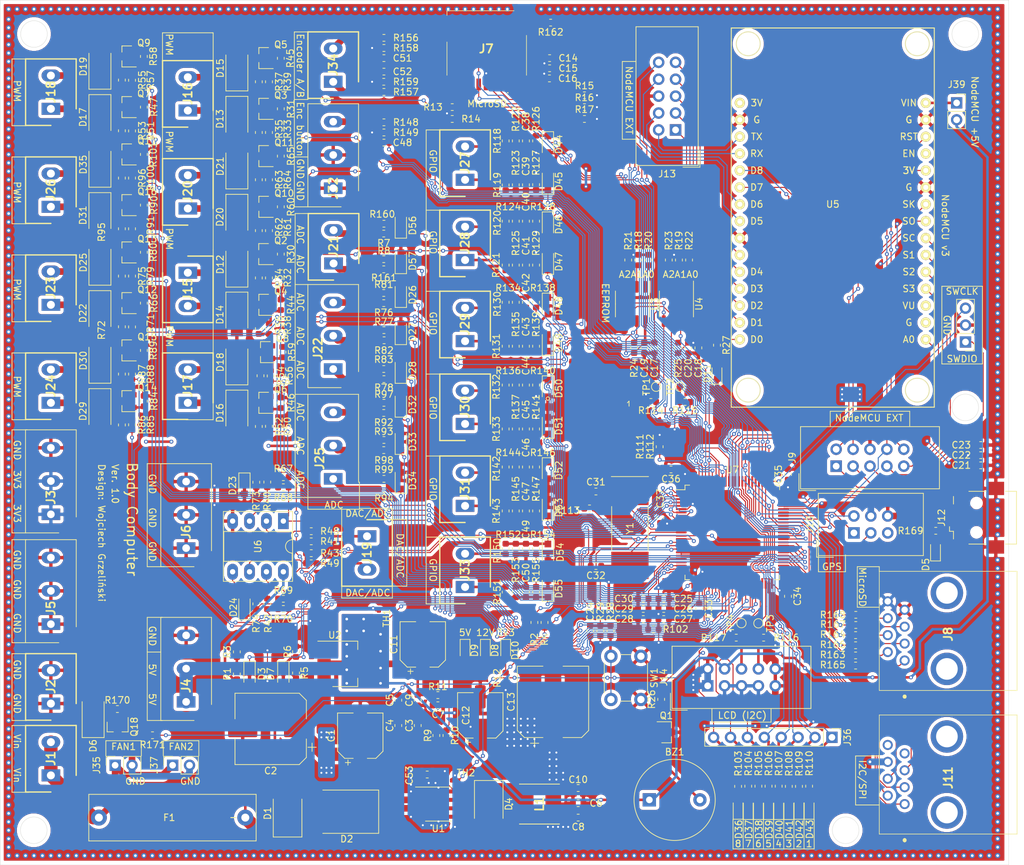
<source format=kicad_pcb>
(kicad_pcb (version 20171130) (host pcbnew "(5.1.5)-3")
  (title_block (title "Body Computer") (date 2020-04-12) (rev 1.0) (company "Wojciech Grzeliński") (comment 1 wojtekgrzela@gmail.com))
  (layers (0 F.Cu signal) (31 B.Cu signal) (34 B.Paste user) (35 F.Paste user) (36 B.SilkS user) (37 F.SilkS user) (38 B.Mask user) (39 F.Mask user) (44 Edge.Cuts user))
  (net 0 "")
  (net 1 "Net-(BZ1-Pad2)")
  (net 2 +5V)
  (net 3 GND)
  (net 4 +12V)
  (net 5 +3V3)
  (net 6 /MCU/NRST)
  (net 7 "Net-(C28-Pad1)")
  (net 8 "Net-(C31-Pad2)")
  (net 9 "Net-(C32-Pad1)")
  (net 10 /GPIO/GPIO_1)
  (net 11 /GPIO/GPIO_2)
  (net 12 /GPIO/GPIO_9)
  (net 13 /GPIO/GPIO_10)
  (net 14 /GPIO/GPIO_3)
  (net 15 /GPIO/GPIO_4)
  (net 16 /GPIO/GPIO_11)
  (net 17 /GPIO/GPIO_12)
  (net 18 /GPIO/GPIO_5)
  (net 19 /GPIO/GPIO_6)
  (net 20 /GPIO/ENC_BUTTON)
  (net 21 /GPIO/GPIO_7)
  (net 22 /GPIO/GPIO_8)
  (net 23 /GPIO/ENC1)
  (net 24 /GPIO/ENC2)
  (net 25 VIN_FUSED)
  (net 26 "Net-(D12-Pad1)")
  (net 27 "Net-(D13-Pad1)")
  (net 28 "Net-(D14-Pad1)")
  (net 29 "Net-(D15-Pad1)")
  (net 30 "Net-(D16-Pad1)")
  (net 31 "Net-(D17-Pad1)")
  (net 32 "Net-(D18-Pad1)")
  (net 33 "Net-(D19-Pad1)")
  (net 34 "Net-(D20-Pad1)")
  (net 35 "Net-(D21-Pad1)")
  (net 36 "Net-(D22-Pad1)")
  (net 37 "Net-(D25-Pad1)")
  (net 38 "Net-(D31-Pad1)")
  (net 39 VIN)
  (net 40 /Memory/FLASH_DATA_1)
  (net 41 /Memory/FLASH_DATA_0)
  (net 42 /Memory/FLASH_DATA_CLK)
  (net 43 /Memory/FLASH_DATA_CMD)
  (net 44 /Memory/FLASH_DATA_3)
  (net 45 /Memory/FLASH_DATA_2)
  (net 46 "Net-(J8-PadMH2)")
  (net 47 "Net-(J8-PadMH1)")
  (net 48 "Net-(J9-Pad10)")
  (net 49 "Net-(J9-Pad9)")
  (net 50 "Net-(J9-Pad7)")
  (net 51 "Net-(J9-Pad5)")
  (net 52 "Net-(J9-Pad4)")
  (net 53 "Net-(J9-Pad3)")
  (net 54 "Net-(J9-Pad2)")
  (net 55 "Net-(J9-Pad1)")
  (net 56 "Net-(J10-Pad5)")
  (net 57 /Peripherals/PPS_GPS)
  (net 58 /Peripherals/RX_GPS)
  (net 59 /Peripherals/TX_GPS)
  (net 60 "Net-(J11-PadMH2)")
  (net 61 "Net-(J11-PadMH1)")
  (net 62 "Net-(J11-Pad8)")
  (net 63 "Net-(J11-Pad7)")
  (net 64 /Peripherals/SCK)
  (net 65 /Peripherals/MOSI)
  (net 66 /Peripherals/MISO)
  (net 67 /Peripherals/TX)
  (net 68 /Peripherals/RX)
  (net 69 /Peripherals/USB_DATA+)
  (net 70 /Peripherals/USB_DATA-)
  (net 71 "Net-(J12-Pad1)")
  (net 72 "Net-(J13-Pad10)")
  (net 73 "Net-(J13-Pad9)")
  (net 74 "Net-(J13-Pad8)")
  (net 75 "Net-(J13-Pad7)")
  (net 76 "Net-(J13-Pad5)")
  (net 77 "Net-(J13-Pad4)")
  (net 78 "Net-(J13-Pad3)")
  (net 79 "Net-(J13-Pad2)")
  (net 80 "Net-(J13-Pad1)")
  (net 81 /MCU/I2C2_SCL)
  (net 82 /MCU/I2C2_SDA)
  (net 83 "Net-(J21-Pad2)")
  (net 84 "Net-(J21-Pad1)")
  (net 85 "Net-(J27-Pad2)")
  (net 86 "Net-(J27-Pad1)")
  (net 87 "Net-(J28-Pad2)")
  (net 88 "Net-(J28-Pad1)")
  (net 89 "Net-(J29-Pad2)")
  (net 90 "Net-(J29-Pad1)")
  (net 91 "Net-(J30-Pad2)")
  (net 92 "Net-(J30-Pad1)")
  (net 93 "Net-(J31-Pad2)")
  (net 94 "Net-(J31-Pad1)")
  (net 95 "Net-(J33-Pad2)")
  (net 96 "Net-(J33-Pad1)")
  (net 97 "Net-(J34-Pad2)")
  (net 98 "Net-(J34-Pad1)")
  (net 99 "Net-(Q1-Pad1)")
  (net 100 "Net-(Q2-Pad1)")
  (net 101 "Net-(Q3-Pad1)")
  (net 102 "Net-(Q4-Pad1)")
  (net 103 "Net-(Q5-Pad1)")
  (net 104 "Net-(Q6-Pad1)")
  (net 105 "Net-(Q7-Pad1)")
  (net 106 "Net-(Q8-Pad1)")
  (net 107 "Net-(Q9-Pad1)")
  (net 108 "Net-(Q10-Pad1)")
  (net 109 "Net-(Q11-Pad1)")
  (net 110 "Net-(Q12-Pad1)")
  (net 111 "Net-(Q13-Pad1)")
  (net 112 "Net-(Q14-Pad1)")
  (net 113 "Net-(Q15-Pad1)")
  (net 114 "Net-(Q16-Pad1)")
  (net 115 "Net-(Q17-Pad1)")
  (net 116 "Net-(D10-Pad2)")
  (net 117 "Net-(D9-Pad2)")
  (net 118 "Net-(D8-Pad2)")
  (net 119 /MCU/ADC_IN10)
  (net 120 /MCU/ADC_IN12)
  (net 121 /MCU/ADC_IN13)
  (net 122 /PowerSupply_and_BoardTemp/5V_MEASURE)
  (net 123 "Net-(R18-Pad1)")
  (net 124 "Net-(R19-Pad1)")
  (net 125 "Net-(R20-Pad1)")
  (net 126 "Net-(R21-Pad2)")
  (net 127 "Net-(R22-Pad1)")
  (net 128 "Net-(R23-Pad2)")
  (net 129 /MCU/EEPROM_WP1)
  (net 130 /MCU/EEPROM_WP2)
  (net 131 /Peripherals/BUZZER)
  (net 132 "Net-(D11-Pad2)")
  (net 133 "Net-(R27-Pad1)")
  (net 134 "Net-(R28-Pad1)")
  (net 135 /Inputs_Outputs/MOSFET_OUT_1)
  (net 136 /Inputs_Outputs/MOSFET_OUT_13)
  (net 137 /Inputs_Outputs/MOSFET_OUT_14)
  (net 138 /Inputs_Outputs/MOSFET_OUT_2)
  (net 139 /Inputs_Outputs/AN_IN1_DAC1_INPUT)
  (net 140 "Net-(R40-Pad2)")
  (net 141 /Inputs_Outputs/AN_IN2_DAC2_INPUT)
  (net 142 "Net-(R41-Pad1)")
  (net 143 /Inputs_Outputs/MOSFET_OUT_3)
  (net 144 /Inputs_Outputs/MOSFET_OUT_4)
  (net 145 /MCU/MOSFET_15)
  (net 146 /MCU/MOSFET_16)
  (net 147 /Inputs_Outputs/MOSFET_OUT_5)
  (net 148 /Inputs_Outputs/MOSFET_OUT_6)
  (net 149 "Net-(D23-Pad1)")
  (net 150 "Net-(D24-Pad1)")
  (net 151 /Inputs_Outputs/MOSFET_OUT_7)
  (net 152 /Inputs_Outputs/MOSFET_OUT_8)
  (net 153 /Inputs_Outputs/MOSFET_OUT_9)
  (net 154 /Inputs_Outputs/ADC_1)
  (net 155 /Inputs_Outputs/ADC_2)
  (net 156 /Inputs_Outputs/ADC_3)
  (net 157 /Inputs_Outputs/MOSFET_OUT_10)
  (net 158 /Inputs_Outputs/MOSFET_OUT_11)
  (net 159 /Inputs_Outputs/MOSFET_OUT_12)
  (net 160 /Inputs_Outputs/ADC_4)
  (net 161 /Inputs_Outputs/ADC_5)
  (net 162 /Inputs_Outputs/ADC_6)
  (net 163 "Net-(D36-Pad2)")
  (net 164 /MCU/Diag_LED_8)
  (net 165 "Net-(D37-Pad2)")
  (net 166 /MCU/Diag_LED_7)
  (net 167 "Net-(D38-Pad2)")
  (net 168 /MCU/Diag_LED_6)
  (net 169 "Net-(D39-Pad2)")
  (net 170 /MCU/Diag_LED_5)
  (net 171 "Net-(D40-Pad2)")
  (net 172 /MCU/Diag_LED_4)
  (net 173 "Net-(D41-Pad2)")
  (net 174 /MCU/Diag_LED_3)
  (net 175 "Net-(D42-Pad2)")
  (net 176 /MCU/Diag_LED_2)
  (net 177 "Net-(D43-Pad2)")
  (net 178 /MCU/Diag_LED_1)
  (net 179 /Memory/EEPROM_SDA)
  (net 180 /Memory/EEPROM_SCL)
  (net 181 "Net-(J32-Pad3)")
  (net 182 /Peripherals/RXD2_NODEMCU)
  (net 183 /Peripherals/TX2D_NODEMCU)
  (net 184 "Net-(U5-Pad16)")
  (net 185 "Net-(U5-Pad12)")
  (net 186 "Net-(U5-Pad3)")
  (net 187 "Net-(U5-Pad2)")
  (net 188 SWCLK)
  (net 189 "Net-(U7-Pad73)")
  (net 190 SWDIO)
  (net 191 "Net-(D29-Pad1)")
  (net 192 "Net-(D30-Pad1)")
  (net 193 "Net-(D35-Pad1)")
  (net 194 "Net-(J19-Pad2)")
  (net 195 "Net-(J19-Pad1)")
  (net 196 "Net-(J22-Pad3)")
  (net 197 "Net-(J22-Pad2)")
  (net 198 "Net-(J22-Pad1)")
  (net 199 "Net-(J25-Pad3)")
  (net 200 "Net-(J25-Pad2)")
  (net 201 "Net-(J25-Pad1)")
  (net 202 "Net-(R42-Pad2)")
  (net 203 "Net-(R43-Pad1)")
  (net 204 "Net-(R111-Pad1)")
  (net 205 /Inputs_Outputs/ADC_7)
  (net 206 /Inputs_Outputs/ADC_8)
  (net 207 "Net-(C53-Pad2)")
  (net 208 "Net-(C53-Pad1)")
  (net 209 "Net-(U1-Pad6)")
  (net 210 "Net-(U1-Pad4)")
  (net 211 "Net-(J7-PadCD2)")
  (net 212 "Net-(J8-Pad6)")
  (net 213 "Net-(J8-Pad5)")
  (net 214 "Net-(J8-Pad4)")
  (net 215 "Net-(J8-Pad3)")
  (net 216 "Net-(J8-Pad2)")
  (net 217 "Net-(J8-Pad1)")
  (net 218 "Net-(D5-Pad2)")
  (net 219 "Net-(D6-Pad1)")
  (net 220 "Net-(Q18-Pad1)")
  (net 221 "Net-(J39-Pad1)")
  (module SamacSys_Parts:SRN6045TA-6R8M (layer F.Cu) (at 100.1395 139.954 90)
    (fp_text reference L1 (at 0 0 90) (layer F.SilkS) (effects (font (size 1.27 1.27) (thickness 0.254))))
    (fp_text value SRN6045TA-6R8M hide)
    (pad 2 smd rect (at 0 2.075 180) (size 2.35 5.1) (layers F.Cu F.Paste F.Mask) (net 5 +3V3))
    (pad 1 smd rect (at 0 -2.075 180) (size 2.35 5.1) (layers F.Cu F.Paste F.Mask) (net 207 "Net-(C53-Pad2)"))
  )
  (module SamacSys_Parts:SS6488FLS (layer F.Cu) (at 155.0035 139.954 90)
    (fp_text reference J11 (at 3.957 6.54 90) (layer F.SilkS) (effects (font (size 1.27 1.27) (thickness 0.254))))
    (fp_text value SS-6488-FLS hide)
    (pad MH2 thru_hole circle (at 10.16 6.35 90) (size 4.875 4.875) (drill 3.25) (layers *.Cu *.Mask) (net 60 "Net-(J11-PadMH2)"))
    (pad MH1 thru_hole circle (at -1.27 6.35 90) (size 4.875 4.875) (drill 3.25) (layers *.Cu *.Mask) (net 61 "Net-(J11-PadMH1)"))
    (pad 8 thru_hole circle (at 8.89 -2.54 90) (size 1.509 1.509) (drill 0.97) (layers *.Cu *.Mask) (net 62 "Net-(J11-Pad8)"))
    (pad 7 thru_hole circle (at 7.62 0 90) (size 1.509 1.509) (drill 0.97) (layers *.Cu *.Mask) (net 63 "Net-(J11-Pad7)"))
    (pad 6 thru_hole circle (at 6.35 -2.54 90) (size 1.509 1.509) (drill 0.97) (layers *.Cu *.Mask) (net 3 GND))
    (pad 5 thru_hole circle (at 5.08 0 90) (size 1.509 1.509) (drill 0.97) (layers *.Cu *.Mask) (net 68 /Peripherals/RX))
    (pad 4 thru_hole circle (at 3.81 -2.54 90) (size 1.509 1.509) (drill 0.97) (layers *.Cu *.Mask) (net 67 /Peripherals/TX))
    (pad 3 thru_hole circle (at 2.54 0 90) (size 1.509 1.509) (drill 0.97) (layers *.Cu *.Mask) (net 65 /Peripherals/MOSI))
    (pad 2 thru_hole circle (at 1.27 -2.54 90) (size 1.509 1.509) (drill 0.97) (layers *.Cu *.Mask) (net 66 /Peripherals/MISO))
    (pad 1 thru_hole circle (at 0 0 90) (size 1.509 1.509) (drill 0.97) (layers *.Cu *.Mask) (net 64 /Peripherals/SCK))
  )
  (module SamacSys_Parts:SS6488FLS (layer F.Cu) (at 155.0035 118.364 90)
    (fp_text reference J8 (at 3.957 6.54 90) (layer F.SilkS) (effects (font (size 1.27 1.27) (thickness 0.254))))
    (fp_text value SS-6488-FLS hide)
    (pad MH2 thru_hole circle (at 10.16 6.35 90) (size 4.875 4.875) (drill 3.25) (layers *.Cu *.Mask) (net 46 "Net-(J8-PadMH2)"))
    (pad MH1 thru_hole circle (at -1.27 6.35 90) (size 4.875 4.875) (drill 3.25) (layers *.Cu *.Mask) (net 47 "Net-(J8-PadMH1)"))
    (pad 8 thru_hole circle (at 8.89 -2.54 90) (size 1.509 1.509) (drill 0.97) (layers *.Cu *.Mask) (net 5 +3V3))
    (pad 7 thru_hole circle (at 7.62 0 90) (size 1.509 1.509) (drill 0.97) (layers *.Cu *.Mask) (net 3 GND))
    (pad 6 thru_hole circle (at 6.35 -2.54 90) (size 1.509 1.509) (drill 0.97) (layers *.Cu *.Mask) (net 212 "Net-(J8-Pad6)"))
    (pad 5 thru_hole circle (at 5.08 0 90) (size 1.509 1.509) (drill 0.97) (layers *.Cu *.Mask) (net 213 "Net-(J8-Pad5)"))
    (pad 4 thru_hole circle (at 3.81 -2.54 90) (size 1.509 1.509) (drill 0.97) (layers *.Cu *.Mask) (net 214 "Net-(J8-Pad4)"))
    (pad 3 thru_hole circle (at 2.54 0 90) (size 1.509 1.509) (drill 0.97) (layers *.Cu *.Mask) (net 215 "Net-(J8-Pad3)"))
    (pad 2 thru_hole circle (at 1.27 -2.54 90) (size 1.509 1.509) (drill 0.97) (layers *.Cu *.Mask) (net 216 "Net-(J8-Pad2)"))
    (pad 1 thru_hole circle (at 0 0 90) (size 1.509 1.509) (drill 0.97) (layers *.Cu *.Mask) (net 217 "Net-(J8-Pad1)"))
  )
  (module SamacSys_Parts:1140084168 (layer F.Cu) (at 92.1385 26.416)
    (fp_text reference J7 (at 0 0) (layer F.SilkS) (effects (font (size 1.27 1.27) (thickness 0.254))))
    (fp_text value MicroSD hide)
    (pad CD2 smd rect (at 5.65 -5.45) (size 1 1.55) (layers F.Cu F.Paste F.Mask) (net 211 "Net-(J7-PadCD2)"))
    (pad CD1 smd rect (at -5.6 -3.875 90) (size 1 1.55) (layers F.Cu F.Paste F.Mask) (net 178 /MCU/Diag_LED_1))
    (pad 12 smd rect (at 6.05 -3.025) (size 0.8 1.4) (layers F.Cu F.Paste F.Mask) (net 3 GND))
    (pad 11 smd rect (at -5.9 -2.375) (size 0.8 1.5) (layers F.Cu F.Paste F.Mask) (net 3 GND))
    (pad 10 smd rect (at 5.725 5.125 90) (size 1.3 1.5) (layers F.Cu F.Paste F.Mask) (net 3 GND))
    (pad 9 smd rect (at -5.725 5.125 90) (size 1.3 1.5) (layers F.Cu F.Paste F.Mask) (net 3 GND))
    (pad 8 smd rect (at -4.425 5.35) (size 0.7 1.75) (layers F.Cu F.Paste F.Mask) (net 40 /Memory/FLASH_DATA_1))
    (pad 7 smd rect (at -3.325 5.35) (size 0.7 1.75) (layers F.Cu F.Paste F.Mask) (net 41 /Memory/FLASH_DATA_0))
    (pad 6 smd rect (at -2.225 5.35) (size 0.7 1.75) (layers F.Cu F.Paste F.Mask) (net 3 GND))
    (pad 5 smd rect (at -1.125 5.35) (size 0.7 1.75) (layers F.Cu F.Paste F.Mask) (net 42 /Memory/FLASH_DATA_CLK))
    (pad 4 smd rect (at -0.025 5.35) (size 0.7 1.75) (layers F.Cu F.Paste F.Mask) (net 5 +3V3))
    (pad 3 smd rect (at 1.075 5.35) (size 0.7 1.75) (layers F.Cu F.Paste F.Mask) (net 43 /Memory/FLASH_DATA_CMD))
    (pad 2 smd rect (at 2.175 5.35) (size 0.7 1.75) (layers F.Cu F.Paste F.Mask) (net 44 /Memory/FLASH_DATA_3))
    (pad 1 smd rect (at 3.275 5.35) (size 0.7 1.75) (layers F.Cu F.Paste F.Mask) (net 45 /Memory/FLASH_DATA_2))
  )
  (module Connector_PinSocket_2.54mm:PinSocket_1x02_P2.54mm_Vertical (layer F.Cu) (at 162.814 34.544)
    (fp_text reference J39 (at 0 -2.77) (layer F.SilkS))
    (fp_text value Conn_01x02)
    (pad 2 thru_hole oval (at 0 2.54) (size 1.7 1.7) (drill 1) (layers *.Cu *.Mask) (net 2 +5V))
    (pad 1 thru_hole rect (at 0 0) (size 1.7 1.7) (drill 1) (layers *.Cu *.Mask) (net 221 "Net-(J39-Pad1)"))
  )
  (module Resistor_SMD:R_0603_1608Metric (layer F.Cu) (at 41.999 129.6035 180)
    (fp_text reference R171 (at 0 -1.43) (layer F.SilkS))
    (fp_text value 100)
    (pad 2 smd roundrect (at 0.7875 0 180) (size 0.875 0.95) (layers F.Cu F.Paste F.Mask) (net 220 "Net-(Q18-Pad1)"))
    (pad 1 smd roundrect (at -0.7875 0 180) (size 0.875 0.95) (layers F.Cu F.Paste F.Mask) (net 164 /MCU/Diag_LED_8))
  )
  (module Resistor_SMD:R_0603_1608Metric (layer F.Cu) (at 36.7285 125.6665 180)
    (fp_text reference R170 (at 0 1.3335) (layer F.SilkS))
    (fp_text value 10k)
    (pad 2 smd roundrect (at 0.7875 0 180) (size 0.875 0.95) (layers F.Cu F.Paste F.Mask) (net 3 GND))
    (pad 1 smd roundrect (at -0.7875 0 180) (size 0.875 0.95) (layers F.Cu F.Paste F.Mask) (net 220 "Net-(Q18-Pad1)"))
  )
  (module Package_TO_SOT_SMD:SOT-23 (layer F.Cu) (at 36.7665 128.3335 270)
    (fp_text reference Q18 (at 0 -2.5 90) (layer F.SilkS))
    (fp_text value IRLML2060)
    (pad 3 smd rect (at 1 0 270) (size 0.9 0.8) (layers F.Cu F.Paste F.Mask) (net 219 "Net-(D6-Pad1)"))
    (pad 2 smd rect (at -1 0.95 270) (size 0.9 0.8) (layers F.Cu F.Paste F.Mask) (net 3 GND))
    (pad 1 smd rect (at -1 -0.95 270) (size 0.9 0.8) (layers F.Cu F.Paste F.Mask) (net 220 "Net-(Q18-Pad1)"))
  )
  (module Diode_SMD:D_SMA (layer F.Cu) (at 33.0835 126.5555 90)
    (fp_text reference D6 (at -4.6355 0 90) (layer F.SilkS))
    (fp_text value D)
    (pad 2 smd rect (at 2 0 90) (size 2.5 1.8) (layers F.Cu F.Paste F.Mask) (net 3 GND))
    (pad 1 smd rect (at -2 0 90) (size 2.5 1.8) (layers F.Cu F.Paste F.Mask) (net 219 "Net-(D6-Pad1)"))
  )
  (module Resistor_SMD:R_0603_1608Metric (layer F.Cu) (at 159.677 98.8695 180)
    (fp_text reference R169 (at 3.7845 0) (layer F.SilkS))
    (fp_text value 330)
    (pad 2 smd roundrect (at 0.7875 0 180) (size 0.875 0.95) (layers F.Cu F.Paste F.Mask) (net 218 "Net-(D5-Pad2)"))
    (pad 1 smd roundrect (at -0.7875 0 180) (size 0.875 0.95) (layers F.Cu F.Paste F.Mask) (net 71 "Net-(J12-Pad1)"))
  )
  (module Diode_SMD:D_0603_1608Metric_Pad1.05x0.95mm_HandSolder (layer F.Cu) (at 159.639 101.741 90)
    (fp_text reference D5 (at -2.2085 -1.4605 90) (layer F.SilkS))
    (fp_text value LED)
    (pad 2 smd roundrect (at 0.875 0 90) (size 1.05 0.95) (layers F.Cu F.Paste F.Mask) (net 218 "Net-(D5-Pad2)"))
    (pad 1 smd roundrect (at -0.875 0 90) (size 1.05 0.95) (layers F.Cu F.Paste F.Mask) (net 3 GND))
  )
  (module Connector_PinHeader_2.54mm:PinHeader_1x03_P2.54mm_Vertical (layer F.Cu) (at 164.1475 70.485 180)
    (fp_text reference J38 hide)
    (fp_text value Conn_01x03)
    (pad 3 thru_hole oval (at 0 5.08 180) (size 1.7 1.7) (drill 1) (layers *.Cu *.Mask) (net 188 SWCLK))
    (pad 2 thru_hole oval (at 0 2.54 180) (size 1.7 1.7) (drill 1) (layers *.Cu *.Mask) (net 3 GND))
    (pad 1 thru_hole rect (at 0 0 180) (size 1.7 1.7) (drill 1) (layers *.Cu *.Mask) (net 190 SWDIO))
  )
  (module Package_DIP:DIP-8_W7.62mm_Socket_LongPads (layer F.Cu) (at 61.6585 97.409 270)
    (fp_text reference U6 (at 3.81 3.81 90) (layer F.SilkS))
    (fp_text value LM358)
    (pad 8 thru_hole oval (at 7.62 0 270) (size 2.4 1.6) (drill 0.8) (layers *.Cu *.Mask) (net 25 VIN_FUSED))
    (pad 4 thru_hole oval (at 0 7.62 270) (size 2.4 1.6) (drill 0.8) (layers *.Cu *.Mask) (net 3 GND))
    (pad 7 thru_hole oval (at 7.62 2.54 270) (size 2.4 1.6) (drill 0.8) (layers *.Cu *.Mask) (net 194 "Net-(J19-Pad2)"))
    (pad 3 thru_hole oval (at 0 5.08 270) (size 2.4 1.6) (drill 0.8) (layers *.Cu *.Mask) (net 140 "Net-(R40-Pad2)"))
    (pad 6 thru_hole oval (at 7.62 5.08 270) (size 2.4 1.6) (drill 0.8) (layers *.Cu *.Mask) (net 203 "Net-(R43-Pad1)"))
    (pad 2 thru_hole oval (at 0 2.54 270) (size 2.4 1.6) (drill 0.8) (layers *.Cu *.Mask) (net 142 "Net-(R41-Pad1)"))
    (pad 5 thru_hole oval (at 7.62 7.62 270) (size 2.4 1.6) (drill 0.8) (layers *.Cu *.Mask) (net 202 "Net-(R42-Pad2)"))
    (pad 1 thru_hole rect (at 0 0 270) (size 2.4 1.6) (drill 0.8) (layers *.Cu *.Mask) (net 195 "Net-(J19-Pad1)"))
  )
  (module Resistor_SMD:R_0603_1608Metric (layer F.Cu) (at 147.663 111.506)
    (fp_text reference R168 (at -3.4545 0) (layer F.SilkS))
    (fp_text value 20)
    (pad 2 smd roundrect (at 0.7875 0) (size 0.875 0.95) (layers F.Cu F.Paste F.Mask) (net 212 "Net-(J8-Pad6)"))
    (pad 1 smd roundrect (at -0.7875 0) (size 0.875 0.95) (layers F.Cu F.Paste F.Mask) (net 43 /Memory/FLASH_DATA_CMD))
  )
  (module Resistor_SMD:R_0603_1608Metric (layer F.Cu) (at 147.663 113.03 180)
    (fp_text reference R167 (at 3.429 0.094) (layer F.SilkS))
    (fp_text value 20)
    (pad 2 smd roundrect (at 0.7875 0 180) (size 0.875 0.95) (layers F.Cu F.Paste F.Mask) (net 42 /Memory/FLASH_DATA_CLK))
    (pad 1 smd roundrect (at -0.7875 0 180) (size 0.875 0.95) (layers F.Cu F.Paste F.Mask) (net 213 "Net-(J8-Pad5)"))
  )
  (module Resistor_SMD:R_0603_1608Metric (layer F.Cu) (at 147.6375 116.078 180)
    (fp_text reference R166 (at 3.429 0.094) (layer F.SilkS))
    (fp_text value 20)
    (pad 2 smd roundrect (at 0.7875 0 180) (size 0.875 0.95) (layers F.Cu F.Paste F.Mask) (net 45 /Memory/FLASH_DATA_2))
    (pad 1 smd roundrect (at -0.7875 0 180) (size 0.875 0.95) (layers F.Cu F.Paste F.Mask) (net 215 "Net-(J8-Pad3)"))
  )
  (module Resistor_SMD:R_0603_1608Metric (layer F.Cu) (at 147.6375 119.126 180)
    (fp_text reference R165 (at 3.429 0.094) (layer F.SilkS))
    (fp_text value 20)
    (pad 2 smd roundrect (at 0.7875 0 180) (size 0.875 0.95) (layers F.Cu F.Paste F.Mask) (net 41 /Memory/FLASH_DATA_0))
    (pad 1 smd roundrect (at -0.7875 0 180) (size 0.875 0.95) (layers F.Cu F.Paste F.Mask) (net 217 "Net-(J8-Pad1)"))
  )
  (module Resistor_SMD:R_0603_1608Metric (layer F.Cu) (at 147.6375 114.554 180)
    (fp_text reference R164 (at 3.429 0.094) (layer F.SilkS))
    (fp_text value 20)
    (pad 2 smd roundrect (at 0.7875 0 180) (size 0.875 0.95) (layers F.Cu F.Paste F.Mask) (net 44 /Memory/FLASH_DATA_3))
    (pad 1 smd roundrect (at -0.7875 0 180) (size 0.875 0.95) (layers F.Cu F.Paste F.Mask) (net 214 "Net-(J8-Pad4)"))
  )
  (module Resistor_SMD:R_0603_1608Metric (layer F.Cu) (at 147.6375 117.602 180)
    (fp_text reference R163 (at 3.429 0.094) (layer F.SilkS))
    (fp_text value 20)
    (pad 2 smd roundrect (at 0.7875 0 180) (size 0.875 0.95) (layers F.Cu F.Paste F.Mask) (net 40 /Memory/FLASH_DATA_1))
    (pad 1 smd roundrect (at -0.7875 0 180) (size 0.875 0.95) (layers F.Cu F.Paste F.Mask) (net 216 "Net-(J8-Pad2)"))
  )
  (module Resistor_SMD:R_0603_1608Metric (layer F.Cu) (at 101.816 22.479 180)
    (fp_text reference R162 (at 0 -1.43) (layer F.SilkS))
    (fp_text value 10k)
    (pad 2 smd roundrect (at 0.7875 0 180) (size 0.875 0.95) (layers F.Cu F.Paste F.Mask) (net 211 "Net-(J7-PadCD2)"))
    (pad 1 smd roundrect (at -0.7875 0 180) (size 0.875 0.95) (layers F.Cu F.Paste F.Mask) (net 3 GND))
  )
  (module Diode_SMD:D_SMB (layer F.Cu) (at 62.2935 141.351 90)
    (fp_text reference D1 (at 0 -3 90) (layer F.SilkS))
    (fp_text value Transil)
    (pad 2 smd rect (at 2.15 0 90) (size 2.5 2.3) (layers F.Cu F.Paste F.Mask) (net 3 GND))
    (pad 1 smd rect (at -2.15 0 90) (size 2.5 2.3) (layers F.Cu F.Paste F.Mask) (net 25 VIN_FUSED))
  )
  (module Connector_PinSocket_2.54mm:PinSocket_1x02_P2.54mm_Vertical (layer F.Cu) (at 45.0215 134.112 90)
    (fp_text reference J37 (at 0 -2.77 90) (layer F.SilkS))
    (fp_text value Conn_01x02)
    (pad 2 thru_hole oval (at 0 2.54 90) (size 1.7 1.7) (drill 1) (layers *.Cu *.Mask) (net 219 "Net-(D6-Pad1)"))
    (pad 1 thru_hole rect (at 0 0 90) (size 1.7 1.7) (drill 1) (layers *.Cu *.Mask) (net 39 VIN))
  )
  (module Connector_PinHeader_2.54mm:PinHeader_1x08_P2.54mm_Vertical (layer F.Cu) (at 144.0815 129.921 270)
    (fp_text reference J36 (at 0 -2.33 90) (layer F.SilkS))
    (fp_text value Conn_01x08)
    (pad 8 thru_hole oval (at 0 17.78 270) (size 1.7 1.7) (drill 1) (layers *.Cu *.Mask) (net 164 /MCU/Diag_LED_8))
    (pad 7 thru_hole oval (at 0 15.24 270) (size 1.7 1.7) (drill 1) (layers *.Cu *.Mask) (net 166 /MCU/Diag_LED_7))
    (pad 6 thru_hole oval (at 0 12.7 270) (size 1.7 1.7) (drill 1) (layers *.Cu *.Mask) (net 168 /MCU/Diag_LED_6))
    (pad 5 thru_hole oval (at 0 10.16 270) (size 1.7 1.7) (drill 1) (layers *.Cu *.Mask) (net 170 /MCU/Diag_LED_5))
    (pad 4 thru_hole oval (at 0 7.62 270) (size 1.7 1.7) (drill 1) (layers *.Cu *.Mask) (net 172 /MCU/Diag_LED_4))
    (pad 3 thru_hole oval (at 0 5.08 270) (size 1.7 1.7) (drill 1) (layers *.Cu *.Mask) (net 174 /MCU/Diag_LED_3))
    (pad 2 thru_hole oval (at 0 2.54 270) (size 1.7 1.7) (drill 1) (layers *.Cu *.Mask) (net 176 /MCU/Diag_LED_2))
    (pad 1 thru_hole rect (at 0 0 270) (size 1.7 1.7) (drill 1) (layers *.Cu *.Mask) (net 178 /MCU/Diag_LED_1))
  )
  (module SamacSys_Parts:FuseHolder22mm (layer F.Cu) (at 55.9435 141.986 180)
    (fp_text reference F1 (at 11.43 0 180) (layer F.SilkS))
    (fp_text value Fuse)
    (pad 2 thru_hole circle (at 22 0 180) (size 2.4 2.4) (drill 1.2) (layers *.Cu *.Mask) (net 39 VIN))
    (pad 1 thru_hole circle (at 0 0 180) (size 2.4 2.4) (drill 1.2) (layers *.Cu *.Mask) (net 25 VIN_FUSED))
  )
  (module Package_TO_SOT_SMD:SOT-223-3_TabPin2 (layer F.Cu) (at 70.9295 118.872)
    (fp_text reference U2 (at -1.524 -4.318) (layer F.SilkS))
    (fp_text value AZ1117-5.0)
    (pad 1 smd rect (at -3.15 -2.3) (size 2 1.5) (layers F.Cu F.Paste F.Mask) (net 3 GND))
    (pad 3 smd rect (at -3.15 2.3) (size 2 1.5) (layers F.Cu F.Paste F.Mask) (net 4 +12V))
    (pad 2 smd rect (at -3.15 0) (size 2 1.5) (layers F.Cu F.Paste F.Mask) (net 2 +5V))
    (pad 2 smd rect (at 3.15 0) (size 2 3.8) (layers F.Cu F.Paste F.Mask) (net 2 +5V))
  )
  (module Package_SO:SOIC-8-1EP_3.9x4.9mm_P1.27mm_EP2.29x3mm (layer F.Cu) (at 84.9615 139.954)
    (fp_text reference U1 (at 0 3.683) (layer F.SilkS))
    (fp_text value ADP2302ARDZ-3.3)
    (pad 8 smd roundrect (at 2.475 -1.905) (size 1.95 0.6) (layers F.Cu F.Paste F.Mask) (net 207 "Net-(C53-Pad2)"))
    (pad 7 smd roundrect (at 2.475 -0.635) (size 1.95 0.6) (layers F.Cu F.Paste F.Mask) (net 3 GND))
    (pad 6 smd roundrect (at 2.475 0.635) (size 1.95 0.6) (layers F.Cu F.Paste F.Mask) (net 209 "Net-(U1-Pad6)"))
    (pad 5 smd roundrect (at 2.475 1.905) (size 1.95 0.6) (layers F.Cu F.Paste F.Mask) (net 5 +3V3))
    (pad 4 smd roundrect (at -2.475 1.905) (size 1.95 0.6) (layers F.Cu F.Paste F.Mask) (net 210 "Net-(U1-Pad4)"))
    (pad 3 smd roundrect (at -2.475 0.635) (size 1.95 0.6) (layers F.Cu F.Paste F.Mask) (net 4 +12V))
    (pad 2 smd roundrect (at -2.475 -0.635) (size 1.95 0.6) (layers F.Cu F.Paste F.Mask) (net 4 +12V))
    (pad 1 smd roundrect (at -2.475 -1.905) (size 1.95 0.6) (layers F.Cu F.Paste F.Mask) (net 208 "Net-(C53-Pad1)"))
    (pad 9 smd roundrect (at 0 0) (size 2.29 3) (layers F.Cu F.Mask) (roundrect_rratio 0.10917) (net 3 GND))
  )
  (module Diode_SMD:D_SMB (layer F.Cu) (at 92.5195 139.954 270)
    (fp_text reference D4 (at 0 -3 90) (layer F.SilkS))
    (fp_text value SSB43L-E3/52T)
    (pad 2 smd rect (at 2.15 0 270) (size 2.5 2.3) (layers F.Cu F.Paste F.Mask) (net 3 GND))
    (pad 1 smd rect (at -2.15 0 270) (size 2.5 2.3) (layers F.Cu F.Paste F.Mask) (net 207 "Net-(C53-Pad2)"))
  )
  (module Diode_SMD:D_SMC (layer F.Cu) (at 71.1835 141.097 180)
    (fp_text reference D2 (at 0 -4.1) (layer F.SilkS))
    (fp_text value D)
    (pad 2 smd rect (at 3.4 0 270) (size 3.3 2.5) (layers F.Cu F.Paste F.Mask) (net 25 VIN_FUSED))
    (pad 1 smd rect (at -3.4 0 270) (size 3.3 2.5) (layers F.Cu F.Paste F.Mask) (net 4 +12V))
  )
  (module Capacitor_SMD:C_0603_1608Metric (layer F.Cu) (at 83.274 135.509)
    (fp_text reference C53 (at -2.6925 0.127 90) (layer F.SilkS))
    (fp_text value 100n)
    (pad 2 smd roundrect (at 0.7875 0) (size 0.875 0.95) (layers F.Cu F.Paste F.Mask) (net 207 "Net-(C53-Pad2)"))
    (pad 1 smd roundrect (at -0.7875 0) (size 0.875 0.95) (layers F.Cu F.Paste F.Mask) (net 208 "Net-(C53-Pad1)"))
  )
  (module Resistor_SMD:R_0603_1608Metric (layer F.Cu) (at 76.746 58.039 180)
    (fp_text reference R161 (at -0.0255 -2.794) (layer F.SilkS))
    (fp_text value 0)
    (pad 2 smd roundrect (at 0.7875 0 180) (size 0.875 0.95) (layers F.Cu F.Paste F.Mask) (net 3 GND))
    (pad 1 smd roundrect (at -0.7875 0 180) (size 0.875 0.95) (layers F.Cu F.Paste F.Mask) (net 206 /Inputs_Outputs/ADC_8))
  )
  (module Resistor_SMD:R_0603_1608Metric (layer F.Cu) (at 76.7715 52.705)
    (fp_text reference R160 (at -0.254 -1.43) (layer F.SilkS))
    (fp_text value 0)
    (pad 2 smd roundrect (at 0.7875 0) (size 0.875 0.95) (layers F.Cu F.Paste F.Mask) (net 205 /Inputs_Outputs/ADC_7))
    (pad 1 smd roundrect (at -0.7875 0) (size 0.875 0.95) (layers F.Cu F.Paste F.Mask) (net 3 GND))
  )
  (module Resistor_SMD:R_0603_1608Metric (layer F.Cu) (at 76.746 59.563)
    (fp_text reference R8 (at 0.0255 -2.794) (layer F.SilkS))
    (fp_text value 0)
    (pad 2 smd roundrect (at 0.7875 0) (size 0.875 0.95) (layers F.Cu F.Paste F.Mask) (net 206 /Inputs_Outputs/ADC_8))
    (pad 1 smd roundrect (at -0.7875 0) (size 0.875 0.95) (layers F.Cu F.Paste F.Mask) (net 84 "Net-(J21-Pad1)"))
  )
  (module Resistor_SMD:R_0603_1608Metric (layer F.Cu) (at 76.746 54.189 180)
    (fp_text reference R7 (at 0 -1.43) (layer F.SilkS))
    (fp_text value 0)
    (pad 2 smd roundrect (at 0.7875 0 180) (size 0.875 0.95) (layers F.Cu F.Paste F.Mask) (net 83 "Net-(J21-Pad2)"))
    (pad 1 smd roundrect (at -0.7875 0 180) (size 0.875 0.95) (layers F.Cu F.Paste F.Mask) (net 205 /Inputs_Outputs/ADC_7))
  )
  (module SamacSys_Parts:SHDR2W99P0X500_1X2_1000X760X1000P (layer F.Cu) (at 69.2035 58.679 90)
    (fp_text reference J21 (at 2.54 0 90) (layer F.SilkS) (effects (font (size 1.27 1.27) (thickness 0.254))))
    (fp_text value Screw_Terminal_01x02 hide)
    (pad 2 thru_hole oval (at 5 0 90) (size 1.8 2.8) (drill 1.2) (layers *.Cu *.Mask) (net 83 "Net-(J21-Pad2)"))
    (pad 1 thru_hole rect (at 0 0 90) (size 1.8 2.8) (drill 1.2) (layers *.Cu *.Mask) (net 84 "Net-(J21-Pad1)"))
  )
  (module Diode_SMD:D_SOD-323_HandSoldering (layer F.Cu) (at 79.3115 58.313 90)
    (fp_text reference D57 (at 0 1.778 90) (layer F.SilkS))
    (fp_text value D_Zener)
    (pad 2 smd rect (at 1.25 0 90) (size 1 1) (layers F.Cu F.Paste F.Mask) (net 3 GND))
    (pad 1 smd rect (at -1.25 0 90) (size 1 1) (layers F.Cu F.Paste F.Mask) (net 206 /Inputs_Outputs/ADC_8))
  )
  (module Diode_SMD:D_SOD-323_HandSoldering (layer F.Cu) (at 79.3115 52.979 90)
    (fp_text reference D56 (at 0 1.778 90) (layer F.SilkS))
    (fp_text value D_Zener)
    (pad 2 smd rect (at 1.25 0 90) (size 1 1) (layers F.Cu F.Paste F.Mask) (net 3 GND))
    (pad 1 smd rect (at -1.25 0 90) (size 1 1) (layers F.Cu F.Paste F.Mask) (net 205 /Inputs_Outputs/ADC_7))
  )
  (module SamacSys_Parts:SHDR2W99P0X500_1X2_1000X760X1000P (layer F.Cu) (at 47.3075 60.071 270)
    (fp_text reference J15 (at 2.54 0 90) (layer F.SilkS) (effects (font (size 1.27 1.27) (thickness 0.254))))
    (fp_text value Screw_Terminal_01x02 hide)
    (pad 2 thru_hole oval (at 5 0 270) (size 1.8 2.8) (drill 1.2) (layers *.Cu *.Mask) (net 28 "Net-(D14-Pad1)"))
    (pad 1 thru_hole rect (at 0 0 270) (size 1.8 2.8) (drill 1.2) (layers *.Cu *.Mask) (net 26 "Net-(D12-Pad1)"))
  )
  (module Connector_PinSocket_2.54mm:PinSocket_1x02_P2.54mm_Vertical (layer F.Cu) (at 36.3855 134.112 90)
    (fp_text reference J35 (at 0 -2.77 90) (layer F.SilkS))
    (fp_text value Conn_01x02)
    (pad 2 thru_hole oval (at 0 2.54 90) (size 1.7 1.7) (drill 1) (layers *.Cu *.Mask) (net 219 "Net-(D6-Pad1)"))
    (pad 1 thru_hole rect (at 0 0 90) (size 1.7 1.7) (drill 1) (layers *.Cu *.Mask) (net 39 VIN))
  )
  (module Diode_SMD:D_SMA (layer F.Cu) (at 34.0995 43.815 90)
    (fp_text reference D35 (at 0 -2.5 90) (layer F.SilkS))
    (fp_text value D)
    (pad 2 smd rect (at 2 0 90) (size 2.5 1.8) (layers F.Cu F.Paste F.Mask) (net 3 GND))
    (pad 1 smd rect (at -2 0 90) (size 2.5 1.8) (layers F.Cu F.Paste F.Mask) (net 193 "Net-(D35-Pad1)"))
  )
  (module Diode_SMD:D_SMA (layer F.Cu) (at 34.0995 51.435 270)
    (fp_text reference D31 (at 0 2.54 90) (layer F.SilkS))
    (fp_text value D)
    (pad 2 smd rect (at 2 0 270) (size 2.5 1.8) (layers F.Cu F.Paste F.Mask) (net 3 GND))
    (pad 1 smd rect (at -2 0 270) (size 2.5 1.8) (layers F.Cu F.Paste F.Mask) (net 38 "Net-(D31-Pad1)"))
  )
  (module Diode_SMD:D_SMA (layer F.Cu) (at 34.0995 73.279 90)
    (fp_text reference D30 (at 0 -2.5 90) (layer F.SilkS))
    (fp_text value D)
    (pad 2 smd rect (at 2 0 90) (size 2.5 1.8) (layers F.Cu F.Paste F.Mask) (net 3 GND))
    (pad 1 smd rect (at -2 0 90) (size 2.5 1.8) (layers F.Cu F.Paste F.Mask) (net 192 "Net-(D30-Pad1)"))
  )
  (module Diode_SMD:D_SMA (layer F.Cu) (at 34.0995 80.899 270)
    (fp_text reference D29 (at 0 2.54 90) (layer F.SilkS))
    (fp_text value D)
    (pad 2 smd rect (at 2 0 270) (size 2.5 1.8) (layers F.Cu F.Paste F.Mask) (net 3 GND))
    (pad 1 smd rect (at -2 0 270) (size 2.5 1.8) (layers F.Cu F.Paste F.Mask) (net 191 "Net-(D29-Pad1)"))
  )
  (module Diode_SMD:D_SMA (layer F.Cu) (at 34.0995 58.547 90)
    (fp_text reference D25 (at 0 -2.5 90) (layer F.SilkS))
    (fp_text value D)
    (pad 2 smd rect (at 2 0 90) (size 2.5 1.8) (layers F.Cu F.Paste F.Mask) (net 3 GND))
    (pad 1 smd rect (at -2 0 90) (size 2.5 1.8) (layers F.Cu F.Paste F.Mask) (net 37 "Net-(D25-Pad1)"))
  )
  (module Diode_SMD:D_SMA (layer F.Cu) (at 34.0995 66.167 270)
    (fp_text reference D22 (at 0 2.54 90) (layer F.SilkS))
    (fp_text value D)
    (pad 2 smd rect (at 2 0 270) (size 2.5 1.8) (layers F.Cu F.Paste F.Mask) (net 3 GND))
    (pad 1 smd rect (at -2 0 270) (size 2.5 1.8) (layers F.Cu F.Paste F.Mask) (net 36 "Net-(D22-Pad1)"))
  )
  (module Diode_SMD:D_SMA (layer F.Cu) (at 54.6735 44.069 90)
    (fp_text reference D21 (at 0 -2.5 90) (layer F.SilkS))
    (fp_text value D)
    (pad 2 smd rect (at 2 0 90) (size 2.5 1.8) (layers F.Cu F.Paste F.Mask) (net 3 GND))
    (pad 1 smd rect (at -2 0 90) (size 2.5 1.8) (layers F.Cu F.Paste F.Mask) (net 35 "Net-(D21-Pad1)"))
  )
  (module Diode_SMD:D_SMA (layer F.Cu) (at 54.6735 51.689 270)
    (fp_text reference D20 (at 0 2.54 90) (layer F.SilkS))
    (fp_text value D)
    (pad 2 smd rect (at 2 0 270) (size 2.5 1.8) (layers F.Cu F.Paste F.Mask) (net 3 GND))
    (pad 1 smd rect (at -2 0 270) (size 2.5 1.8) (layers F.Cu F.Paste F.Mask) (net 34 "Net-(D20-Pad1)"))
  )
  (module Diode_SMD:D_SMA (layer F.Cu) (at 34.0995 29.083 90)
    (fp_text reference D19 (at 0 -2.5 90) (layer F.SilkS))
    (fp_text value D)
    (pad 2 smd rect (at 2 0 90) (size 2.5 1.8) (layers F.Cu F.Paste F.Mask) (net 3 GND))
    (pad 1 smd rect (at -2 0 90) (size 2.5 1.8) (layers F.Cu F.Paste F.Mask) (net 33 "Net-(D19-Pad1)"))
  )
  (module Diode_SMD:D_SMA (layer F.Cu) (at 54.6735 73.533 90)
    (fp_text reference D18 (at 0 -2.5 90) (layer F.SilkS))
    (fp_text value D)
    (pad 2 smd rect (at 2 0 90) (size 2.5 1.8) (layers F.Cu F.Paste F.Mask) (net 3 GND))
    (pad 1 smd rect (at -2 0 90) (size 2.5 1.8) (layers F.Cu F.Paste F.Mask) (net 32 "Net-(D18-Pad1)"))
  )
  (module Diode_SMD:D_SMA (layer F.Cu) (at 34.0995 36.703 270)
    (fp_text reference D17 (at 0 2.54 90) (layer F.SilkS))
    (fp_text value D)
    (pad 2 smd rect (at 2 0 270) (size 2.5 1.8) (layers F.Cu F.Paste F.Mask) (net 3 GND))
    (pad 1 smd rect (at -2 0 270) (size 2.5 1.8) (layers F.Cu F.Paste F.Mask) (net 31 "Net-(D17-Pad1)"))
  )
  (module Diode_SMD:D_SMA (layer F.Cu) (at 54.6735 81.121 270)
    (fp_text reference D16 (at 0.032 2.54 90) (layer F.SilkS))
    (fp_text value D)
    (pad 2 smd rect (at 2 0 270) (size 2.5 1.8) (layers F.Cu F.Paste F.Mask) (net 3 GND))
    (pad 1 smd rect (at -2 0 270) (size 2.5 1.8) (layers F.Cu F.Paste F.Mask) (net 30 "Net-(D16-Pad1)"))
  )
  (module Diode_SMD:D_SMA (layer F.Cu) (at 54.6735 29.337 90)
    (fp_text reference D15 (at 0 -2.5 90) (layer F.SilkS))
    (fp_text value D)
    (pad 2 smd rect (at 2 0 90) (size 2.5 1.8) (layers F.Cu F.Paste F.Mask) (net 3 GND))
    (pad 1 smd rect (at -2 0 90) (size 2.5 1.8) (layers F.Cu F.Paste F.Mask) (net 29 "Net-(D15-Pad1)"))
  )
  (module Diode_SMD:D_SMA (layer F.Cu) (at 54.6735 66.389 270)
    (fp_text reference D14 (at 0 2.54 90) (layer F.SilkS))
    (fp_text value D)
    (pad 2 smd rect (at 2 0 270) (size 2.5 1.8) (layers F.Cu F.Paste F.Mask) (net 3 GND))
    (pad 1 smd rect (at -2 0 270) (size 2.5 1.8) (layers F.Cu F.Paste F.Mask) (net 28 "Net-(D14-Pad1)"))
  )
  (module Diode_SMD:D_SMA (layer F.Cu) (at 54.6735 36.957 270)
    (fp_text reference D13 (at 0 2.54 90) (layer F.SilkS))
    (fp_text value D)
    (pad 2 smd rect (at 2 0 270) (size 2.5 1.8) (layers F.Cu F.Paste F.Mask) (net 3 GND))
    (pad 1 smd rect (at -2 0 270) (size 2.5 1.8) (layers F.Cu F.Paste F.Mask) (net 27 "Net-(D13-Pad1)"))
  )
  (module Diode_SMD:D_SMA (layer F.Cu) (at 54.6735 58.833 90)
    (fp_text reference D12 (at 0 -2.5 90) (layer F.SilkS))
    (fp_text value D)
    (pad 2 smd rect (at 2 0 90) (size 2.5 1.8) (layers F.Cu F.Paste F.Mask) (net 3 GND))
    (pad 1 smd rect (at -2 0 90) (size 2.5 1.8) (layers F.Cu F.Paste F.Mask) (net 26 "Net-(D12-Pad1)"))
  )
  (module Resistor_SMD:R_0603_1608Metric (layer F.Cu) (at 76.746 31.369)
    (fp_text reference R159 (at 3.3275 0) (layer F.SilkS))
    (fp_text value 10k)
    (pad 2 smd roundrect (at 0.7875 0) (size 0.875 0.95) (layers F.Cu F.Paste F.Mask) (net 24 /GPIO/ENC2))
    (pad 1 smd roundrect (at -0.7875 0) (size 0.875 0.95) (layers F.Cu F.Paste F.Mask) (net 5 +3V3))
  )
  (module Resistor_SMD:R_0603_1608Metric (layer F.Cu) (at 76.7715 26.289)
    (fp_text reference R158 (at 3.302 0) (layer F.SilkS))
    (fp_text value 10k)
    (pad 2 smd roundrect (at 0.7875 0) (size 0.875 0.95) (layers F.Cu F.Paste F.Mask) (net 23 /GPIO/ENC1))
    (pad 1 smd roundrect (at -0.7875 0) (size 0.875 0.95) (layers F.Cu F.Paste F.Mask) (net 5 +3V3))
  )
  (module Resistor_SMD:R_0603_1608Metric (layer F.Cu) (at 76.7715 32.893 180)
    (fp_text reference R157 (at -3.302 0) (layer F.SilkS))
    (fp_text value 1k)
    (pad 2 smd roundrect (at 0.7875 0 180) (size 0.875 0.95) (layers F.Cu F.Paste F.Mask) (net 98 "Net-(J34-Pad1)"))
    (pad 1 smd roundrect (at -0.7875 0 180) (size 0.875 0.95) (layers F.Cu F.Paste F.Mask) (net 24 /GPIO/ENC2))
  )
  (module Resistor_SMD:R_0603_1608Metric (layer F.Cu) (at 76.7715 24.765 180)
    (fp_text reference R156 (at -3.302 0) (layer F.SilkS))
    (fp_text value 1k)
    (pad 2 smd roundrect (at 0.7875 0 180) (size 0.875 0.95) (layers F.Cu F.Paste F.Mask) (net 97 "Net-(J34-Pad2)"))
    (pad 1 smd roundrect (at -0.7875 0 180) (size 0.875 0.95) (layers F.Cu F.Paste F.Mask) (net 23 /GPIO/ENC1))
  )
  (module Resistor_SMD:R_0603_1608Metric (layer F.Cu) (at 99.6315 108.077 270)
    (fp_text reference R155 (at -3.302 0 90) (layer F.SilkS))
    (fp_text value 10k)
    (pad 2 smd roundrect (at 0.7875 0 270) (size 0.875 0.95) (layers F.Cu F.Paste F.Mask) (net 22 /GPIO/GPIO_8))
    (pad 1 smd roundrect (at -0.7875 0 270) (size 0.875 0.95) (layers F.Cu F.Paste F.Mask) (net 5 +3V3))
  )
  (module Resistor_SMD:R_0603_1608Metric (layer F.Cu) (at 99.6315 101.6 90)
    (fp_text reference R154 (at 2.159 1.016 180) (layer F.SilkS))
    (fp_text value 10k)
    (pad 2 smd roundrect (at 0.7875 0 90) (size 0.875 0.95) (layers F.Cu F.Paste F.Mask) (net 21 /GPIO/GPIO_7))
    (pad 1 smd roundrect (at -0.7875 0 90) (size 0.875 0.95) (layers F.Cu F.Paste F.Mask) (net 5 +3V3))
  )
  (module Resistor_SMD:R_0603_1608Metric (layer F.Cu) (at 96.5835 108.077 90)
    (fp_text reference R153 (at 3.302 0 90) (layer F.SilkS))
    (fp_text value 10k)
    (pad 2 smd roundrect (at 0.7875 0 90) (size 0.875 0.95) (layers F.Cu F.Paste F.Mask) (net 3 GND))
    (pad 1 smd roundrect (at -0.7875 0 90) (size 0.875 0.95) (layers F.Cu F.Paste F.Mask) (net 22 /GPIO/GPIO_8))
  )
  (module Resistor_SMD:R_0603_1608Metric (layer F.Cu) (at 96.5835 101.6 270)
    (fp_text reference R152 (at -2.159 1.143 180) (layer F.SilkS))
    (fp_text value 10k)
    (pad 2 smd roundrect (at 0.7875 0 270) (size 0.875 0.95) (layers F.Cu F.Paste F.Mask) (net 3 GND))
    (pad 1 smd roundrect (at -0.7875 0 270) (size 0.875 0.95) (layers F.Cu F.Paste F.Mask) (net 21 /GPIO/GPIO_7))
  )
  (module Resistor_SMD:R_0603_1608Metric (layer F.Cu) (at 95.0595 108.077 90)
    (fp_text reference R151 (at 0 -1.27 90) (layer F.SilkS))
    (fp_text value 1k)
    (pad 2 smd roundrect (at 0.7875 0 90) (size 0.875 0.95) (layers F.Cu F.Paste F.Mask) (net 96 "Net-(J33-Pad1)"))
    (pad 1 smd roundrect (at -0.7875 0 90) (size 0.875 0.95) (layers F.Cu F.Paste F.Mask) (net 22 /GPIO/GPIO_8))
  )
  (module Resistor_SMD:R_0603_1608Metric (layer F.Cu) (at 95.0595 101.6 270)
    (fp_text reference R150 (at 0.254 1.27 90) (layer F.SilkS))
    (fp_text value 1k)
    (pad 2 smd roundrect (at 0.7875 0 270) (size 0.875 0.95) (layers F.Cu F.Paste F.Mask) (net 95 "Net-(J33-Pad2)"))
    (pad 1 smd roundrect (at -0.7875 0 270) (size 0.875 0.95) (layers F.Cu F.Paste F.Mask) (net 21 /GPIO/GPIO_7))
  )
  (module Resistor_SMD:R_0603_1608Metric (layer F.Cu) (at 76.7715 38.989)
    (fp_text reference R149 (at 3.302 0) (layer F.SilkS))
    (fp_text value 10k)
    (pad 2 smd roundrect (at 0.7875 0) (size 0.875 0.95) (layers F.Cu F.Paste F.Mask) (net 20 /GPIO/ENC_BUTTON))
    (pad 1 smd roundrect (at -0.7875 0) (size 0.875 0.95) (layers F.Cu F.Paste F.Mask) (net 5 +3V3))
  )
  (module Resistor_SMD:R_0603_1608Metric (layer F.Cu) (at 76.7715 37.465 180)
    (fp_text reference R148 (at -3.302 0) (layer F.SilkS))
    (fp_text value 1k)
    (pad 2 smd roundrect (at 0.7875 0 180) (size 0.875 0.95) (layers F.Cu F.Paste F.Mask) (net 181 "Net-(J32-Pad3)"))
    (pad 1 smd roundrect (at -0.7875 0 180) (size 0.875 0.95) (layers F.Cu F.Paste F.Mask) (net 20 /GPIO/ENC_BUTTON))
  )
  (module Resistor_SMD:R_0603_1608Metric (layer F.Cu) (at 99.6315 95.885 270)
    (fp_text reference R147 (at -3.302 0 90) (layer F.SilkS))
    (fp_text value 10k)
    (pad 2 smd roundrect (at 0.7875 0 270) (size 0.875 0.95) (layers F.Cu F.Paste F.Mask) (net 19 /GPIO/GPIO_6))
    (pad 1 smd roundrect (at -0.7875 0 270) (size 0.875 0.95) (layers F.Cu F.Paste F.Mask) (net 5 +3V3))
  )
  (module Resistor_SMD:R_0603_1608Metric (layer F.Cu) (at 99.6315 89.281 90)
    (fp_text reference R146 (at 2.159 1.016 180) (layer F.SilkS))
    (fp_text value 10k)
    (pad 2 smd roundrect (at 0.7875 0 90) (size 0.875 0.95) (layers F.Cu F.Paste F.Mask) (net 18 /GPIO/GPIO_5))
    (pad 1 smd roundrect (at -0.7875 0 90) (size 0.875 0.95) (layers F.Cu F.Paste F.Mask) (net 5 +3V3))
  )
  (module Resistor_SMD:R_0603_1608Metric (layer F.Cu) (at 96.5835 95.885 90)
    (fp_text reference R145 (at 3.302 0 90) (layer F.SilkS))
    (fp_text value 10k)
    (pad 2 smd roundrect (at 0.7875 0 90) (size 0.875 0.95) (layers F.Cu F.Paste F.Mask) (net 3 GND))
    (pad 1 smd roundrect (at -0.7875 0 90) (size 0.875 0.95) (layers F.Cu F.Paste F.Mask) (net 19 /GPIO/GPIO_6))
  )
  (module Resistor_SMD:R_0603_1608Metric (layer F.Cu) (at 96.5835 89.281 270)
    (fp_text reference R144 (at -2.159 1.143 180) (layer F.SilkS))
    (fp_text value 10k)
    (pad 2 smd roundrect (at 0.7875 0 270) (size 0.875 0.95) (layers F.Cu F.Paste F.Mask) (net 3 GND))
    (pad 1 smd roundrect (at -0.7875 0 270) (size 0.875 0.95) (layers F.Cu F.Paste F.Mask) (net 18 /GPIO/GPIO_5))
  )
  (module SamacSys_Parts:SHDR2W99P0X500_1X2_1000X760X1000P (layer F.Cu) (at 26.7335 50.165 90)
    (fp_text reference J26 (at 2.54 0 90) (layer F.SilkS) (effects (font (size 1.27 1.27) (thickness 0.254))))
    (fp_text value Screw_Terminal_01x02 hide)
    (pad 2 thru_hole oval (at 5 0 90) (size 1.8 2.8) (drill 1.2) (layers *.Cu *.Mask) (net 193 "Net-(D35-Pad1)"))
    (pad 1 thru_hole rect (at 0 0 90) (size 1.8 2.8) (drill 1.2) (layers *.Cu *.Mask) (net 38 "Net-(D31-Pad1)"))
  )
  (module SamacSys_Parts:SHDR3W95P0X500_1X3_1620X900X1280P (layer F.Cu) (at 69.1515 91.059 90)
    (fp_text reference J25 (at 3.048 -2.032 90) (layer F.SilkS) (effects (font (size 1.27 1.27) (thickness 0.254))))
    (fp_text value Screw_Terminal_01x03 hide)
    (pad 3 thru_hole oval (at 10 0 90) (size 1.725 2.8) (drill 1.15) (layers *.Cu *.Mask) (net 199 "Net-(J25-Pad3)"))
    (pad 2 thru_hole oval (at 5 0 90) (size 1.725 2.8) (drill 1.15) (layers *.Cu *.Mask) (net 200 "Net-(J25-Pad2)"))
    (pad 1 thru_hole rect (at 0 0 90) (size 1.725 2.8) (drill 1.15) (layers *.Cu *.Mask) (net 201 "Net-(J25-Pad1)"))
  )
  (module SamacSys_Parts:SHDR2W99P0X500_1X2_1000X760X1000P (layer F.Cu) (at 26.7335 64.897 90)
    (fp_text reference J23 (at 2.54 0 90) (layer F.SilkS) (effects (font (size 1.27 1.27) (thickness 0.254))))
    (fp_text value Screw_Terminal_01x02 hide)
    (pad 2 thru_hole oval (at 5 0 90) (size 1.8 2.8) (drill 1.2) (layers *.Cu *.Mask) (net 37 "Net-(D25-Pad1)"))
    (pad 1 thru_hole rect (at 0 0 90) (size 1.8 2.8) (drill 1.2) (layers *.Cu *.Mask) (net 36 "Net-(D22-Pad1)"))
  )
  (module SamacSys_Parts:SHDR3W95P0X500_1X3_1620X900X1280P (layer F.Cu) (at 69.1515 74.549 90)
    (fp_text reference J22 (at 3.048 -2.286 90) (layer F.SilkS) (effects (font (size 1.27 1.27) (thickness 0.254))))
    (fp_text value Screw_Terminal_01x03 hide)
    (pad 3 thru_hole oval (at 10 0 90) (size 1.725 2.8) (drill 1.15) (layers *.Cu *.Mask) (net 196 "Net-(J22-Pad3)"))
    (pad 2 thru_hole oval (at 5 0 90) (size 1.725 2.8) (drill 1.15) (layers *.Cu *.Mask) (net 197 "Net-(J22-Pad2)"))
    (pad 1 thru_hole rect (at 0 0 90) (size 1.725 2.8) (drill 1.15) (layers *.Cu *.Mask) (net 198 "Net-(J22-Pad1)"))
  )
  (module Diode_SMD:D_SOD-323_HandSoldering (layer F.Cu) (at 79.3115 79.883 90)
    (fp_text reference D32 (at 0 1.778 90) (layer F.SilkS))
    (fp_text value D_Zener)
    (pad 2 smd rect (at 1.25 0 90) (size 1 1) (layers F.Cu F.Paste F.Mask) (net 3 GND))
    (pad 1 smd rect (at -1.25 0 90) (size 1 1) (layers F.Cu F.Paste F.Mask) (net 160 /Inputs_Outputs/ADC_4))
  )
  (module Diode_SMD:D_SOD-323_HandSoldering (layer F.Cu) (at 79.3115 68.981 90)
    (fp_text reference D27 (at 0.02 1.778 90) (layer F.SilkS))
    (fp_text value D_Zener)
    (pad 2 smd rect (at 1.25 0 90) (size 1 1) (layers F.Cu F.Paste F.Mask) (net 3 GND))
    (pad 1 smd rect (at -1.25 0 90) (size 1 1) (layers F.Cu F.Paste F.Mask) (net 155 /Inputs_Outputs/ADC_2))
  )
  (module Diode_SMD:D_SOD-323_HandSoldering (layer F.Cu) (at 79.3115 63.393 90)
    (fp_text reference D26 (at 0 1.778 90) (layer F.SilkS))
    (fp_text value D_Zener)
    (pad 2 smd rect (at 1.25 0 90) (size 1 1) (layers F.Cu F.Paste F.Mask) (net 3 GND))
    (pad 1 smd rect (at -1.25 0 90) (size 1 1) (layers F.Cu F.Paste F.Mask) (net 154 /Inputs_Outputs/ADC_1))
  )
  (module Crystal:Crystal_SMD_SeikoEpson_MA505-2Pin_12.7x5.1mm (layer F.Cu) (at 113.7285 98.514 270)
    (fp_text reference Y1 (at 0 0 90) (layer F.SilkS))
    (fp_text value 8-16MHz)
    (pad 2 smd rect (at 5.55 0 270) (size 4.1 5.6) (layers F.Cu F.Paste F.Mask) (net 9 "Net-(C32-Pad1)"))
    (pad 1 smd rect (at -5.55 0 270) (size 4.1 5.6) (layers F.Cu F.Paste F.Mask) (net 8 "Net-(C31-Pad2)"))
  )
  (module Package_QFP:LQFP-100_14x14mm_P0.5mm (layer F.Cu) (at 129.1135 99.111)
    (fp_text reference U7 (at 0 -9.42) (layer F.SilkS))
    (fp_text value STM32F103VETx)
    (pad 100 smd roundrect (at -6 -7.675) (size 0.3 1.6) (layers F.Cu F.Paste F.Mask) (net 5 +3V3))
    (pad 99 smd roundrect (at -5.5 -7.675) (size 0.3 1.6) (layers F.Cu F.Paste F.Mask) (net 3 GND))
    (pad 98 smd roundrect (at -5 -7.675) (size 0.3 1.6) (layers F.Cu F.Paste F.Mask) (net 11 /GPIO/GPIO_2))
    (pad 97 smd roundrect (at -4.5 -7.675) (size 0.3 1.6) (layers F.Cu F.Paste F.Mask) (net 10 /GPIO/GPIO_1))
    (pad 96 smd roundrect (at -4 -7.675) (size 0.3 1.6) (layers F.Cu F.Paste F.Mask) (net 130 /MCU/EEPROM_WP2))
    (pad 95 smd roundrect (at -3.5 -7.675) (size 0.3 1.6) (layers F.Cu F.Paste F.Mask) (net 129 /MCU/EEPROM_WP1))
    (pad 94 smd roundrect (at -3 -7.675) (size 0.3 1.6) (layers F.Cu F.Paste F.Mask) (net 204 "Net-(R111-Pad1)"))
    (pad 93 smd roundrect (at -2.5 -7.675) (size 0.3 1.6) (layers F.Cu F.Paste F.Mask) (net 179 /Memory/EEPROM_SDA))
    (pad 92 smd roundrect (at -2 -7.675) (size 0.3 1.6) (layers F.Cu F.Paste F.Mask) (net 180 /Memory/EEPROM_SCL))
    (pad 91 smd roundrect (at -1.5 -7.675) (size 0.3 1.6) (layers F.Cu F.Paste F.Mask) (net 152 /Inputs_Outputs/MOSFET_OUT_8))
    (pad 90 smd roundrect (at -1 -7.675) (size 0.3 1.6) (layers F.Cu F.Paste F.Mask) (net 151 /Inputs_Outputs/MOSFET_OUT_7))
    (pad 89 smd roundrect (at -0.5 -7.675) (size 0.3 1.6) (layers F.Cu F.Paste F.Mask) (net 148 /Inputs_Outputs/MOSFET_OUT_6))
    (pad 88 smd roundrect (at 0 -7.675) (size 0.3 1.6) (layers F.Cu F.Paste F.Mask) (net 178 /MCU/Diag_LED_1))
    (pad 87 smd roundrect (at 0.5 -7.675) (size 0.3 1.6) (layers F.Cu F.Paste F.Mask) (net 183 /Peripherals/TX2D_NODEMCU))
    (pad 86 smd roundrect (at 1 -7.675) (size 0.3 1.6) (layers F.Cu F.Paste F.Mask) (net 182 /Peripherals/RXD2_NODEMCU))
    (pad 85 smd roundrect (at 1.5 -7.675) (size 0.3 1.6) (layers F.Cu F.Paste F.Mask) (net 176 /MCU/Diag_LED_2))
    (pad 84 smd roundrect (at 2 -7.675) (size 0.3 1.6) (layers F.Cu F.Paste F.Mask) (net 174 /MCU/Diag_LED_3))
    (pad 83 smd roundrect (at 2.5 -7.675) (size 0.3 1.6) (layers F.Cu F.Paste F.Mask) (net 43 /Memory/FLASH_DATA_CMD))
    (pad 82 smd roundrect (at 3 -7.675) (size 0.3 1.6) (layers F.Cu F.Paste F.Mask) (net 172 /MCU/Diag_LED_4))
    (pad 81 smd roundrect (at 3.5 -7.675) (size 0.3 1.6) (layers F.Cu F.Paste F.Mask) (net 170 /MCU/Diag_LED_5))
    (pad 80 smd roundrect (at 4 -7.675) (size 0.3 1.6) (layers F.Cu F.Paste F.Mask) (net 42 /Memory/FLASH_DATA_CLK))
    (pad 79 smd roundrect (at 4.5 -7.675) (size 0.3 1.6) (layers F.Cu F.Paste F.Mask) (net 44 /Memory/FLASH_DATA_3))
    (pad 78 smd roundrect (at 5 -7.675) (size 0.3 1.6) (layers F.Cu F.Paste F.Mask) (net 45 /Memory/FLASH_DATA_2))
    (pad 77 smd roundrect (at 5.5 -7.675) (size 0.3 1.6) (layers F.Cu F.Paste F.Mask) (net 147 /Inputs_Outputs/MOSFET_OUT_5))
    (pad 76 smd roundrect (at 6 -7.675) (size 0.3 1.6) (layers F.Cu F.Paste F.Mask) (net 188 SWCLK))
    (pad 75 smd roundrect (at 7.675 -6) (size 1.6 0.3) (layers F.Cu F.Paste F.Mask) (net 5 +3V3))
    (pad 74 smd roundrect (at 7.675 -5.5) (size 1.6 0.3) (layers F.Cu F.Paste F.Mask) (net 3 GND))
    (pad 73 smd roundrect (at 7.675 -5) (size 1.6 0.3) (layers F.Cu F.Paste F.Mask) (net 189 "Net-(U7-Pad73)"))
    (pad 72 smd roundrect (at 7.675 -4.5) (size 1.6 0.3) (layers F.Cu F.Paste F.Mask) (net 190 SWDIO))
    (pad 71 smd roundrect (at 7.675 -4) (size 1.6 0.3) (layers F.Cu F.Paste F.Mask) (net 69 /Peripherals/USB_DATA+))
    (pad 70 smd roundrect (at 7.675 -3.5) (size 1.6 0.3) (layers F.Cu F.Paste F.Mask) (net 70 /Peripherals/USB_DATA-))
    (pad 69 smd roundrect (at 7.675 -3) (size 1.6 0.3) (layers F.Cu F.Paste F.Mask) (net 59 /Peripherals/TX_GPS))
    (pad 68 smd roundrect (at 7.675 -2.5) (size 1.6 0.3) (layers F.Cu F.Paste F.Mask) (net 58 /Peripherals/RX_GPS))
    (pad 67 smd roundrect (at 7.675 -2) (size 1.6 0.3) (layers F.Cu F.Paste F.Mask) (net 57 /Peripherals/PPS_GPS))
    (pad 66 smd roundrect (at 7.675 -1.5) (size 1.6 0.3) (layers F.Cu F.Paste F.Mask) (net 40 /Memory/FLASH_DATA_1))
    (pad 65 smd roundrect (at 7.675 -1) (size 1.6 0.3) (layers F.Cu F.Paste F.Mask) (net 41 /Memory/FLASH_DATA_0))
    (pad 64 smd roundrect (at 7.675 -0.5) (size 1.6 0.3) (layers F.Cu F.Paste F.Mask) (net 24 /GPIO/ENC2))
    (pad 63 smd roundrect (at 7.675 0) (size 1.6 0.3) (layers F.Cu F.Paste F.Mask) (net 23 /GPIO/ENC1))
    (pad 62 smd roundrect (at 7.675 0.5) (size 1.6 0.3) (layers F.Cu F.Paste F.Mask) (net 137 /Inputs_Outputs/MOSFET_OUT_14))
    (pad 61 smd roundrect (at 7.675 1) (size 1.6 0.3) (layers F.Cu F.Paste F.Mask) (net 136 /Inputs_Outputs/MOSFET_OUT_13))
    (pad 60 smd roundrect (at 7.675 1.5) (size 1.6 0.3) (layers F.Cu F.Paste F.Mask) (net 159 /Inputs_Outputs/MOSFET_OUT_12))
    (pad 59 smd roundrect (at 7.675 2) (size 1.6 0.3) (layers F.Cu F.Paste F.Mask) (net 158 /Inputs_Outputs/MOSFET_OUT_11))
    (pad 58 smd roundrect (at 7.675 2.5) (size 1.6 0.3) (layers F.Cu F.Paste F.Mask) (net 145 /MCU/MOSFET_15))
    (pad 57 smd roundrect (at 7.675 3) (size 1.6 0.3) (layers F.Cu F.Paste F.Mask) (net 146 /MCU/MOSFET_16))
    (pad 56 smd roundrect (at 7.675 3.5) (size 1.6 0.3) (layers F.Cu F.Paste F.Mask) (net 68 /Peripherals/RX))
    (pad 55 smd roundrect (at 7.675 4) (size 1.6 0.3) (layers F.Cu F.Paste F.Mask) (net 67 /Peripherals/TX))
    (pad 54 smd roundrect (at 7.675 4.5) (size 1.6 0.3) (layers F.Cu F.Paste F.Mask) (net 65 /Peripherals/MOSI))
    (pad 53 smd roundrect (at 7.675 5) (size 1.6 0.3) (layers F.Cu F.Paste F.Mask) (net 66 /Peripherals/MISO))
    (pad 52 smd roundrect (at 7.675 5.5) (size 1.6 0.3) (layers F.Cu F.Paste F.Mask) (net 64 /Peripherals/SCK))
    (pad 51 smd roundrect (at 7.675 6) (size 1.6 0.3) (layers F.Cu F.Paste F.Mask) (net 20 /GPIO/ENC_BUTTON))
    (pad 50 smd roundrect (at 6 7.675) (size 0.3 1.6) (layers F.Cu F.Paste F.Mask) (net 5 +3V3))
    (pad 49 smd roundrect (at 5.5 7.675) (size 0.3 1.6) (layers F.Cu F.Paste F.Mask) (net 3 GND))
    (pad 48 smd roundrect (at 5 7.675) (size 0.3 1.6) (layers F.Cu F.Paste F.Mask) (net 82 /MCU/I2C2_SDA))
    (pad 47 smd roundrect (at 4.5 7.675) (size 0.3 1.6) (layers F.Cu F.Paste F.Mask) (net 81 /MCU/I2C2_SCL))
    (pad 46 smd roundrect (at 4 7.675) (size 0.3 1.6) (layers F.Cu F.Paste F.Mask) (net 168 /MCU/Diag_LED_6))
    (pad 45 smd roundrect (at 3.5 7.675) (size 0.3 1.6) (layers F.Cu F.Paste F.Mask) (net 144 /Inputs_Outputs/MOSFET_OUT_4))
    (pad 44 smd roundrect (at 3 7.675) (size 0.3 1.6) (layers F.Cu F.Paste F.Mask) (net 143 /Inputs_Outputs/MOSFET_OUT_3))
    (pad 43 smd roundrect (at 2.5 7.675) (size 0.3 1.6) (layers F.Cu F.Paste F.Mask) (net 166 /MCU/Diag_LED_7))
    (pad 42 smd roundrect (at 2 7.675) (size 0.3 1.6) (layers F.Cu F.Paste F.Mask) (net 138 /Inputs_Outputs/MOSFET_OUT_2))
    (pad 41 smd roundrect (at 1.5 7.675) (size 0.3 1.6) (layers F.Cu F.Paste F.Mask) (net 164 /MCU/Diag_LED_8))
    (pad 40 smd roundrect (at 1 7.675) (size 0.3 1.6) (layers F.Cu F.Paste F.Mask) (net 135 /Inputs_Outputs/MOSFET_OUT_1))
    (pad 39 smd roundrect (at 0.5 7.675) (size 0.3 1.6) (layers F.Cu F.Paste F.Mask) (net 18 /GPIO/GPIO_5))
    (pad 38 smd roundrect (at 0 7.675) (size 0.3 1.6) (layers F.Cu F.Paste F.Mask) (net 22 /GPIO/GPIO_8))
    (pad 37 smd roundrect (at -0.5 7.675) (size 0.3 1.6) (layers F.Cu F.Paste F.Mask) (net 131 /Peripherals/BUZZER))
    (pad 36 smd roundrect (at -1 7.675) (size 0.3 1.6) (layers F.Cu F.Paste F.Mask) (net 157 /Inputs_Outputs/MOSFET_OUT_10))
    (pad 35 smd roundrect (at -1.5 7.675) (size 0.3 1.6) (layers F.Cu F.Paste F.Mask) (net 153 /Inputs_Outputs/MOSFET_OUT_9))
    (pad 34 smd roundrect (at -2 7.675) (size 0.3 1.6) (layers F.Cu F.Paste F.Mask) (net 162 /Inputs_Outputs/ADC_6))
    (pad 33 smd roundrect (at -2.5 7.675) (size 0.3 1.6) (layers F.Cu F.Paste F.Mask) (net 161 /Inputs_Outputs/ADC_5))
    (pad 32 smd roundrect (at -3 7.675) (size 0.3 1.6) (layers F.Cu F.Paste F.Mask) (net 160 /Inputs_Outputs/ADC_4))
    (pad 31 smd roundrect (at -3.5 7.675) (size 0.3 1.6) (layers F.Cu F.Paste F.Mask) (net 156 /Inputs_Outputs/ADC_3))
    (pad 30 smd roundrect (at -4 7.675) (size 0.3 1.6) (layers F.Cu F.Paste F.Mask) (net 141 /Inputs_Outputs/AN_IN2_DAC2_INPUT))
    (pad 29 smd roundrect (at -4.5 7.675) (size 0.3 1.6) (layers F.Cu F.Paste F.Mask) (net 139 /Inputs_Outputs/AN_IN1_DAC1_INPUT))
    (pad 28 smd roundrect (at -5 7.675) (size 0.3 1.6) (layers F.Cu F.Paste F.Mask) (net 5 +3V3))
    (pad 27 smd roundrect (at -5.5 7.675) (size 0.3 1.6) (layers F.Cu F.Paste F.Mask) (net 3 GND))
    (pad 26 smd roundrect (at -6 7.675) (size 0.3 1.6) (layers F.Cu F.Paste F.Mask) (net 155 /Inputs_Outputs/ADC_2))
    (pad 25 smd roundrect (at -7.675 6) (size 1.6 0.3) (layers F.Cu F.Paste F.Mask) (net 154 /Inputs_Outputs/ADC_1))
    (pad 24 smd roundrect (at -7.675 5.5) (size 1.6 0.3) (layers F.Cu F.Paste F.Mask) (net 206 /Inputs_Outputs/ADC_8))
    (pad 23 smd roundrect (at -7.675 5) (size 1.6 0.3) (layers F.Cu F.Paste F.Mask) (net 205 /Inputs_Outputs/ADC_7))
    (pad 22 smd roundrect (at -7.675 4.5) (size 1.6 0.3) (layers F.Cu F.Paste F.Mask) (net 5 +3V3))
    (pad 21 smd roundrect (at -7.675 4) (size 1.6 0.3) (layers F.Cu F.Paste F.Mask) (net 7 "Net-(C28-Pad1)"))
    (pad 20 smd roundrect (at -7.675 3.5) (size 1.6 0.3) (layers F.Cu F.Paste F.Mask) (net 3 GND))
    (pad 19 smd roundrect (at -7.675 3) (size 1.6 0.3) (layers F.Cu F.Paste F.Mask) (net 3 GND))
    (pad 18 smd roundrect (at -7.675 2.5) (size 1.6 0.3) (layers F.Cu F.Paste F.Mask) (net 121 /MCU/ADC_IN13))
    (pad 17 smd roundrect (at -7.675 2) (size 1.6 0.3) (layers F.Cu F.Paste F.Mask) (net 120 /MCU/ADC_IN12))
    (pad 16 smd roundrect (at -7.675 1.5) (size 1.6 0.3) (layers F.Cu F.Paste F.Mask) (net 122 /PowerSupply_and_BoardTemp/5V_MEASURE))
    (pad 15 smd roundrect (at -7.675 1) (size 1.6 0.3) (layers F.Cu F.Paste F.Mask) (net 119 /MCU/ADC_IN10))
    (pad 14 smd roundrect (at -7.675 0.5) (size 1.6 0.3) (layers F.Cu F.Paste F.Mask) (net 6 /MCU/NRST))
    (pad 13 smd roundrect (at -7.675 0) (size 1.6 0.3) (layers F.Cu F.Paste F.Mask) (net 9 "Net-(C32-Pad1)"))
    (pad 12 smd roundrect (at -7.675 -0.5) (size 1.6 0.3) (layers F.Cu F.Paste F.Mask) (net 8 "Net-(C31-Pad2)"))
    (pad 11 smd roundrect (at -7.675 -1) (size 1.6 0.3) (layers F.Cu F.Paste F.Mask) (net 5 +3V3))
    (pad 10 smd roundrect (at -7.675 -1.5) (size 1.6 0.3) (layers F.Cu F.Paste F.Mask) (net 3 GND))
    (pad 9 smd roundrect (at -7.675 -2) (size 1.6 0.3) (layers F.Cu F.Paste F.Mask) (net 17 /GPIO/GPIO_12))
    (pad 8 smd roundrect (at -7.675 -2.5) (size 1.6 0.3) (layers F.Cu F.Paste F.Mask) (net 13 /GPIO/GPIO_10))
    (pad 7 smd roundrect (at -7.675 -3) (size 1.6 0.3) (layers F.Cu F.Paste F.Mask) (net 16 /GPIO/GPIO_11))
    (pad 6 smd roundrect (at -7.675 -3.5) (size 1.6 0.3) (layers F.Cu F.Paste F.Mask) (net 5 +3V3))
    (pad 5 smd roundrect (at -7.675 -4) (size 1.6 0.3) (layers F.Cu F.Paste F.Mask) (net 21 /GPIO/GPIO_7))
    (pad 4 smd roundrect (at -7.675 -4.5) (size 1.6 0.3) (layers F.Cu F.Paste F.Mask) (net 19 /GPIO/GPIO_6))
    (pad 3 smd roundrect (at -7.675 -5) (size 1.6 0.3) (layers F.Cu F.Paste F.Mask) (net 12 /GPIO/GPIO_9))
    (pad 2 smd roundrect (at -7.675 -5.5) (size 1.6 0.3) (layers F.Cu F.Paste F.Mask) (net 15 /GPIO/GPIO_4))
    (pad 1 smd roundrect (at -7.675 -6) (size 1.6 0.3) (layers F.Cu F.Paste F.Mask) (net 14 /GPIO/GPIO_3))
  )
  (module ESP8266:NodeMCU-LoLinV3 (layer F.Cu) (at 144.2085 49.784 180)
    (fp_text reference U5 (at 0 0) (layer F.SilkS))
    (fp_text value "NodeMCU_1.0_(ESP-12E)")
    (fp_text user D0 (at 11.43 -20.32) (layer F.SilkS))
    (fp_text user D1 (at 11.43 -17.78) (layer F.SilkS))
    (fp_text user D2 (at 11.43 -15.24) (layer F.SilkS))
    (fp_text user D3 (at 11.43 -12.7) (layer F.SilkS))
    (fp_text user D4 (at 11.43 -10.16) (layer F.SilkS))
    (fp_text user 3V (at -11.43 5.08) (layer F.SilkS))
    (fp_text user G (at -11.43 12.7) (layer F.SilkS))
    (fp_text user D5 (at 11.43 -2.54) (layer F.SilkS))
    (fp_text user D6 (at 11.43 0) (layer F.SilkS))
    (fp_text user D7 (at 11.43 2.54) (layer F.SilkS))
    (fp_text user D8 (at 11.43 5.08) (layer F.SilkS))
    (fp_text user RX (at 11.43 7.62) (layer F.SilkS))
    (fp_text user TX (at 11.43 10.16) (layer F.SilkS))
    (fp_text user G (at 11.43 12.7) (layer F.SilkS))
    (fp_text user 3V (at 11.43 15.24) (layer F.SilkS))
    (fp_text user A0 (at -11.43 -20.32) (layer F.SilkS))
    (fp_text user G (at -11.43 -17.78) (layer F.SilkS))
    (fp_text user VU (at -11.43 -15.24) (layer F.SilkS))
    (fp_text user S3 (at -11.43 -12.7) (layer F.SilkS))
    (fp_text user S2 (at -11.43 -10.16) (layer F.SilkS))
    (fp_text user S1 (at -11.43 -7.62) (layer F.SilkS))
    (fp_text user SC (at -11.43 -5.08) (layer F.SilkS))
    (fp_text user SO (at -11.43 -2.54) (layer F.SilkS))
    (fp_text user SK (at -11.43 0) (layer F.SilkS))
    (fp_text user G (at -11.43 2.54) (layer F.SilkS))
    (fp_text user 3V (at -11.43 5.08) (layer F.SilkS))
    (fp_text user EN (at -11.43 7.62) (layer F.SilkS))
    (fp_text user RST (at -11.43 10.16) (layer F.SilkS))
    (fp_text user G (at -11.43 12.7) (layer F.SilkS))
    (fp_text user VIN (at -11.43 15.24) (layer F.SilkS))
    (pad 30 thru_hole circle (at 13.97 -20.32 180) (size 1.524 1.524) (drill 0.762) (layers *.Cu *.Mask F.SilkS) (net 133 "Net-(R27-Pad1)"))
    (pad 29 thru_hole circle (at 13.97 -17.78 180) (size 1.524 1.524) (drill 0.762) (layers *.Cu *.Mask F.SilkS) (net 80 "Net-(J13-Pad1)"))
    (pad 28 thru_hole circle (at 13.97 -15.24 180) (size 1.524 1.524) (drill 0.762) (layers *.Cu *.Mask F.SilkS) (net 78 "Net-(J13-Pad3)"))
    (pad 27 thru_hole circle (at 13.97 -12.7 180) (size 1.524 1.524) (drill 0.762) (layers *.Cu *.Mask F.SilkS) (net 76 "Net-(J13-Pad5)"))
    (pad 26 thru_hole circle (at 13.97 -10.16 180) (size 1.524 1.524) (drill 0.762) (layers *.Cu *.Mask F.SilkS) (net 75 "Net-(J13-Pad7)"))
    (pad 25 thru_hole circle (at 13.97 -7.62 180) (size 1.524 1.524) (drill 0.762) (layers *.Cu *.Mask F.SilkS) (net 73 "Net-(J13-Pad9)"))
    (pad 24 thru_hole circle (at 13.97 -5.08 180) (size 1.524 1.524) (drill 0.762) (layers *.Cu *.Mask F.SilkS) (net 3 GND))
    (pad 23 thru_hole circle (at 13.97 -2.54 180) (size 1.524 1.524) (drill 0.762) (layers *.Cu *.Mask F.SilkS) (net 72 "Net-(J13-Pad10)"))
    (pad 22 thru_hole circle (at 13.97 0 180) (size 1.524 1.524) (drill 0.762) (layers *.Cu *.Mask F.SilkS) (net 74 "Net-(J13-Pad8)"))
    (pad 21 thru_hole circle (at 13.97 2.54 180) (size 1.524 1.524) (drill 0.762) (layers *.Cu *.Mask F.SilkS) (net 182 /Peripherals/RXD2_NODEMCU))
    (pad 20 thru_hole circle (at 13.97 5.08 180) (size 1.524 1.524) (drill 0.762) (layers *.Cu *.Mask F.SilkS) (net 183 /Peripherals/TX2D_NODEMCU))
    (pad 19 thru_hole circle (at 13.97 7.62 180) (size 1.524 1.524) (drill 0.762) (layers *.Cu *.Mask F.SilkS) (net 77 "Net-(J13-Pad4)"))
    (pad 18 thru_hole circle (at 13.97 10.16 180) (size 1.524 1.524) (drill 0.762) (layers *.Cu *.Mask F.SilkS) (net 79 "Net-(J13-Pad2)"))
    (pad 17 thru_hole circle (at 13.97 12.7 180) (size 1.524 1.524) (drill 0.762) (layers *.Cu *.Mask F.SilkS) (net 3 GND))
    (pad 16 thru_hole circle (at 13.97 15.24 180) (size 1.524 1.524) (drill 0.762) (layers *.Cu *.Mask F.SilkS) (net 184 "Net-(U5-Pad16)"))
    (pad 15 thru_hole circle (at -13.97 15.24 180) (size 1.524 1.524) (drill 0.762) (layers *.Cu *.Mask F.SilkS) (net 221 "Net-(J39-Pad1)"))
    (pad 14 thru_hole circle (at -13.97 12.7 180) (size 1.524 1.524) (drill 0.762) (layers *.Cu *.Mask F.SilkS) (net 3 GND))
    (pad 13 thru_hole circle (at -13.97 10.16 180) (size 1.524 1.524) (drill 0.762) (layers *.Cu *.Mask F.SilkS) (net 6 /MCU/NRST))
    (pad 12 thru_hole circle (at -13.97 7.62 180) (size 1.524 1.524) (drill 0.762) (layers *.Cu *.Mask F.SilkS) (net 185 "Net-(U5-Pad12)"))
    (pad 11 thru_hole circle (at -13.97 5.08 180) (size 1.524 1.524) (drill 0.762) (layers *.Cu *.Mask F.SilkS) (net 48 "Net-(J9-Pad10)"))
    (pad 10 thru_hole circle (at -13.97 2.54 180) (size 1.524 1.524) (drill 0.762) (layers *.Cu *.Mask F.SilkS) (net 3 GND))
    (pad 9 thru_hole circle (at -13.97 0 180) (size 1.524 1.524) (drill 0.762) (layers *.Cu *.Mask F.SilkS) (net 52 "Net-(J9-Pad4)"))
    (pad 8 thru_hole circle (at -13.97 -2.54 180) (size 1.524 1.524) (drill 0.762) (layers *.Cu *.Mask F.SilkS) (net 54 "Net-(J9-Pad2)"))
    (pad 7 thru_hole circle (at -13.97 -5.08 180) (size 1.524 1.524) (drill 0.762) (layers *.Cu *.Mask F.SilkS) (net 55 "Net-(J9-Pad1)"))
    (pad 6 thru_hole circle (at -13.97 -7.62 180) (size 1.524 1.524) (drill 0.762) (layers *.Cu *.Mask F.SilkS) (net 53 "Net-(J9-Pad3)"))
    (pad 5 thru_hole circle (at -13.97 -10.16 180) (size 1.524 1.524) (drill 0.762) (layers *.Cu *.Mask F.SilkS) (net 51 "Net-(J9-Pad5)"))
    (pad 4 thru_hole circle (at -13.97 -12.7 180) (size 1.524 1.524) (drill 0.762) (layers *.Cu *.Mask F.SilkS) (net 50 "Net-(J9-Pad7)"))
    (pad 3 thru_hole circle (at -13.97 -15.24 180) (size 1.524 1.524) (drill 0.762) (layers *.Cu *.Mask F.SilkS) (net 186 "Net-(U5-Pad3)"))
    (pad 2 thru_hole circle (at -13.97 -17.78 180) (size 1.524 1.524) (drill 0.762) (layers *.Cu *.Mask F.SilkS) (net 187 "Net-(U5-Pad2)"))
    (pad 1 thru_hole circle (at -13.97 -20.32 180) (size 1.524 1.524) (drill 0.762) (layers *.Cu *.Mask F.SilkS) (net 49 "Net-(J9-Pad9)"))
  )
  (module Package_SO:SO-8_3.9x4.9mm_P1.27mm (layer F.Cu) (at 120.7135 64.77 270)
    (fp_text reference U4 (at 0 -3.4 90) (layer F.SilkS))
    (fp_text value EEPROM)
    (pad 8 smd roundrect (at 2.575 -1.905 270) (size 1.75 0.6) (layers F.Cu F.Paste F.Mask) (net 5 +3V3))
    (pad 7 smd roundrect (at 2.575 -0.635 270) (size 1.75 0.6) (layers F.Cu F.Paste F.Mask) (net 130 /MCU/EEPROM_WP2))
    (pad 6 smd roundrect (at 2.575 0.635 270) (size 1.75 0.6) (layers F.Cu F.Paste F.Mask) (net 180 /Memory/EEPROM_SCL))
    (pad 5 smd roundrect (at 2.575 1.905 270) (size 1.75 0.6) (layers F.Cu F.Paste F.Mask) (net 179 /Memory/EEPROM_SDA))
    (pad 4 smd roundrect (at -2.575 1.905 270) (size 1.75 0.6) (layers F.Cu F.Paste F.Mask) (net 3 GND))
    (pad 3 smd roundrect (at -2.575 0.635 270) (size 1.75 0.6) (layers F.Cu F.Paste F.Mask) (net 128 "Net-(R23-Pad2)"))
    (pad 2 smd roundrect (at -2.575 -0.635 270) (size 1.75 0.6) (layers F.Cu F.Paste F.Mask) (net 124 "Net-(R19-Pad1)"))
    (pad 1 smd roundrect (at -2.575 -1.905 270) (size 1.75 0.6) (layers F.Cu F.Paste F.Mask) (net 127 "Net-(R22-Pad1)"))
  )
  (module Package_SO:SO-8_3.9x4.9mm_P1.27mm (layer F.Cu) (at 114.1095 64.77 270)
    (fp_text reference U3 (at 0 -3.4 90) (layer F.SilkS))
    (fp_text value EEPROM)
    (pad 8 smd roundrect (at 2.575 -1.905 270) (size 1.75 0.6) (layers F.Cu F.Paste F.Mask) (net 5 +3V3))
    (pad 7 smd roundrect (at 2.575 -0.635 270) (size 1.75 0.6) (layers F.Cu F.Paste F.Mask) (net 129 /MCU/EEPROM_WP1))
    (pad 6 smd roundrect (at 2.575 0.635 270) (size 1.75 0.6) (layers F.Cu F.Paste F.Mask) (net 180 /Memory/EEPROM_SCL))
    (pad 5 smd roundrect (at 2.575 1.905 270) (size 1.75 0.6) (layers F.Cu F.Paste F.Mask) (net 179 /Memory/EEPROM_SDA))
    (pad 4 smd roundrect (at -2.575 1.905 270) (size 1.75 0.6) (layers F.Cu F.Paste F.Mask) (net 3 GND))
    (pad 3 smd roundrect (at -2.575 0.635 270) (size 1.75 0.6) (layers F.Cu F.Paste F.Mask) (net 126 "Net-(R21-Pad2)"))
    (pad 2 smd roundrect (at -2.575 -0.635 270) (size 1.75 0.6) (layers F.Cu F.Paste F.Mask) (net 123 "Net-(R18-Pad1)"))
    (pad 1 smd roundrect (at -2.575 -1.905 270) (size 1.75 0.6) (layers F.Cu F.Paste F.Mask) (net 125 "Net-(R20-Pad1)"))
  )
  (module TestPoint:TestPoint_Pad_D1.0mm (layer F.Cu) (at 130.4825 112.754 270)
    (fp_text reference TP4 (at 0 1.641 90) (layer F.SilkS))
    (fp_text value TestPoint_Flag)
    (pad 1 smd circle (at 0 0 270) (size 1 1) (layers F.Cu F.Mask) (net 81 /MCU/I2C2_SCL))
  )
  (module TestPoint:TestPoint_Pad_D1.0mm (layer F.Cu) (at 133.0325 112.776 270)
    (fp_text reference TP3 (at 0 -1.778 90) (layer F.SilkS))
    (fp_text value TestPoint_Flag)
    (pad 1 smd circle (at 0 0 270) (size 1 1) (layers F.Cu F.Mask) (net 82 /MCU/I2C2_SDA))
  )
  (module TestPoint:TestPoint_Pad_D1.0mm (layer F.Cu) (at 121.2215 77.216 90)
    (fp_text reference TP2 (at 0 -1.448 90) (layer F.SilkS))
    (fp_text value TestPoint_Flag)
    (pad 1 smd circle (at 0 0 90) (size 1 1) (layers F.Cu F.Mask) (net 180 /Memory/EEPROM_SCL))
  )
  (module TestPoint:TestPoint_Pad_D1.0mm (layer F.Cu) (at 117.6655 77.216 90)
    (fp_text reference TP1 (at 0 -1.448 90) (layer F.SilkS))
    (fp_text value TestPoint_Flag)
    (pad 1 smd circle (at 0 0 90) (size 1 1) (layers F.Cu F.Mask) (net 179 /Memory/EEPROM_SDA))
  )
  (module Resistor_SMD:R_0402_1005Metric (layer F.Cu) (at 87.4625 136.398)
    (fp_text reference TH2 (at 1.628 -1.143) (layer F.SilkS))
    (fp_text value NTC_100k)
    (pad 2 smd roundrect (at 0.485 0) (size 0.59 0.64) (layers F.Cu F.Paste F.Mask) (net 121 /MCU/ADC_IN13))
    (pad 1 smd roundrect (at -0.485 0) (size 0.59 0.64) (layers F.Cu F.Paste F.Mask) (net 5 +3V3))
  )
  (module Resistor_SMD:R_0402_1005Metric (layer F.Cu) (at 76.0095 111.379 270)
    (fp_text reference TH1 (at 0.612 -1.17 90) (layer F.SilkS))
    (fp_text value NTC_100k)
    (pad 2 smd roundrect (at 0.485 0 270) (size 0.59 0.64) (layers F.Cu F.Paste F.Mask) (net 120 /MCU/ADC_IN12))
    (pad 1 smd roundrect (at -0.485 0 270) (size 0.59 0.64) (layers F.Cu F.Paste F.Mask) (net 5 +3V3))
  )
  (module Button_Switch_THT:SW_PUSH_6mm (layer F.Cu) (at 115.3795 117.729 270)
    (fp_text reference SW1 (at 3.25 -2 90) (layer F.SilkS))
    (fp_text value SW_Push)
    (pad 1 thru_hole circle (at 6.5 0) (size 2 2) (drill 1.1) (layers *.Cu *.Mask) (net 3 GND))
    (pad 2 thru_hole circle (at 6.5 4.5) (size 2 2) (drill 1.1) (layers *.Cu *.Mask) (net 134 "Net-(R28-Pad1)"))
    (pad 1 thru_hole circle (at 0 0) (size 2 2) (drill 1.1) (layers *.Cu *.Mask) (net 3 GND))
    (pad 2 thru_hole circle (at 0 4.5) (size 2 2) (drill 1.1) (layers *.Cu *.Mask) (net 134 "Net-(R28-Pad1)"))
  )
  (module Resistor_SMD:R_0603_1608Metric (layer F.Cu) (at 95.0595 95.885 90)
    (fp_text reference R143 (at 0 -1.397 90) (layer F.SilkS))
    (fp_text value 1k)
    (pad 2 smd roundrect (at 0.7875 0 90) (size 0.875 0.95) (layers F.Cu F.Paste F.Mask) (net 94 "Net-(J31-Pad1)"))
    (pad 1 smd roundrect (at -0.7875 0 90) (size 0.875 0.95) (layers F.Cu F.Paste F.Mask) (net 19 /GPIO/GPIO_6))
  )
  (module Resistor_SMD:R_0603_1608Metric (layer F.Cu) (at 95.0595 89.281 270)
    (fp_text reference R142 (at 0.254 1.397 90) (layer F.SilkS))
    (fp_text value 1k)
    (pad 2 smd roundrect (at 0.7875 0 270) (size 0.875 0.95) (layers F.Cu F.Paste F.Mask) (net 93 "Net-(J31-Pad2)"))
    (pad 1 smd roundrect (at -0.7875 0 270) (size 0.875 0.95) (layers F.Cu F.Paste F.Mask) (net 18 /GPIO/GPIO_5))
  )
  (module Resistor_SMD:R_0603_1608Metric (layer F.Cu) (at 99.6315 83.566 270)
    (fp_text reference R141 (at -3.302 0 90) (layer F.SilkS))
    (fp_text value 10k)
    (pad 2 smd roundrect (at 0.7875 0 270) (size 0.875 0.95) (layers F.Cu F.Paste F.Mask) (net 17 /GPIO/GPIO_12))
    (pad 1 smd roundrect (at -0.7875 0 270) (size 0.875 0.95) (layers F.Cu F.Paste F.Mask) (net 5 +3V3))
  )
  (module Resistor_SMD:R_0603_1608Metric (layer F.Cu) (at 99.6315 76.962 90)
    (fp_text reference R140 (at 2.159 1.016 180) (layer F.SilkS))
    (fp_text value 10k)
    (pad 2 smd roundrect (at 0.7875 0 90) (size 0.875 0.95) (layers F.Cu F.Paste F.Mask) (net 16 /GPIO/GPIO_11))
    (pad 1 smd roundrect (at -0.7875 0 90) (size 0.875 0.95) (layers F.Cu F.Paste F.Mask) (net 5 +3V3))
  )
  (module Resistor_SMD:R_0603_1608Metric (layer F.Cu) (at 99.6315 71.12 270)
    (fp_text reference R139 (at -3.302 0 90) (layer F.SilkS))
    (fp_text value 10k)
    (pad 2 smd roundrect (at 0.7875 0 270) (size 0.875 0.95) (layers F.Cu F.Paste F.Mask) (net 15 /GPIO/GPIO_4))
    (pad 1 smd roundrect (at -0.7875 0 270) (size 0.875 0.95) (layers F.Cu F.Paste F.Mask) (net 5 +3V3))
  )
  (module Resistor_SMD:R_0603_1608Metric (layer F.Cu) (at 99.6315 64.516 90)
    (fp_text reference R138 (at 2.159 1.016 180) (layer F.SilkS))
    (fp_text value 10k)
    (pad 2 smd roundrect (at 0.7875 0 90) (size 0.875 0.95) (layers F.Cu F.Paste F.Mask) (net 14 /GPIO/GPIO_3))
    (pad 1 smd roundrect (at -0.7875 0 90) (size 0.875 0.95) (layers F.Cu F.Paste F.Mask) (net 5 +3V3))
  )
  (module Resistor_SMD:R_0603_1608Metric (layer F.Cu) (at 96.5835 83.566 90)
    (fp_text reference R137 (at 3.302 0 90) (layer F.SilkS))
    (fp_text value 10k)
    (pad 2 smd roundrect (at 0.7875 0 90) (size 0.875 0.95) (layers F.Cu F.Paste F.Mask) (net 3 GND))
    (pad 1 smd roundrect (at -0.7875 0 90) (size 0.875 0.95) (layers F.Cu F.Paste F.Mask) (net 17 /GPIO/GPIO_12))
  )
  (module Resistor_SMD:R_0603_1608Metric (layer F.Cu) (at 96.5835 76.962 270)
    (fp_text reference R136 (at -2.159 1.143 180) (layer F.SilkS))
    (fp_text value 10k)
    (pad 2 smd roundrect (at 0.7875 0 270) (size 0.875 0.95) (layers F.Cu F.Paste F.Mask) (net 3 GND))
    (pad 1 smd roundrect (at -0.7875 0 270) (size 0.875 0.95) (layers F.Cu F.Paste F.Mask) (net 16 /GPIO/GPIO_11))
  )
  (module Resistor_SMD:R_0603_1608Metric (layer F.Cu) (at 96.5835 71.12 90)
    (fp_text reference R135 (at 3.302 0 90) (layer F.SilkS))
    (fp_text value 10k)
    (pad 2 smd roundrect (at 0.7875 0 90) (size 0.875 0.95) (layers F.Cu F.Paste F.Mask) (net 3 GND))
    (pad 1 smd roundrect (at -0.7875 0 90) (size 0.875 0.95) (layers F.Cu F.Paste F.Mask) (net 15 /GPIO/GPIO_4))
  )
  (module Resistor_SMD:R_0603_1608Metric (layer F.Cu) (at 96.5835 64.516 270)
    (fp_text reference R134 (at -2.159 1.143 180) (layer F.SilkS))
    (fp_text value 10k)
    (pad 2 smd roundrect (at 0.7875 0 270) (size 0.875 0.95) (layers F.Cu F.Paste F.Mask) (net 3 GND))
    (pad 1 smd roundrect (at -0.7875 0 270) (size 0.875 0.95) (layers F.Cu F.Paste F.Mask) (net 14 /GPIO/GPIO_3))
  )
  (module Resistor_SMD:R_0603_1608Metric (layer F.Cu) (at 95.0595 83.566 90)
    (fp_text reference R133 (at 0 -1.397 90) (layer F.SilkS))
    (fp_text value 1k)
    (pad 2 smd roundrect (at 0.7875 0 90) (size 0.875 0.95) (layers F.Cu F.Paste F.Mask) (net 92 "Net-(J30-Pad1)"))
    (pad 1 smd roundrect (at -0.7875 0 90) (size 0.875 0.95) (layers F.Cu F.Paste F.Mask) (net 17 /GPIO/GPIO_12))
  )
  (module Resistor_SMD:R_0603_1608Metric (layer F.Cu) (at 95.0595 76.962 270)
    (fp_text reference R132 (at 0.254 1.397 90) (layer F.SilkS))
    (fp_text value 1k)
    (pad 2 smd roundrect (at 0.7875 0 270) (size 0.875 0.95) (layers F.Cu F.Paste F.Mask) (net 91 "Net-(J30-Pad2)"))
    (pad 1 smd roundrect (at -0.7875 0 270) (size 0.875 0.95) (layers F.Cu F.Paste F.Mask) (net 16 /GPIO/GPIO_11))
  )
  (module Resistor_SMD:R_0603_1608Metric (layer F.Cu) (at 95.0595 71.12 90)
    (fp_text reference R131 (at 0 -1.397 90) (layer F.SilkS))
    (fp_text value 1k)
    (pad 2 smd roundrect (at 0.7875 0 90) (size 0.875 0.95) (layers F.Cu F.Paste F.Mask) (net 90 "Net-(J29-Pad1)"))
    (pad 1 smd roundrect (at -0.7875 0 90) (size 0.875 0.95) (layers F.Cu F.Paste F.Mask) (net 15 /GPIO/GPIO_4))
  )
  (module Resistor_SMD:R_0603_1608Metric (layer F.Cu) (at 95.0595 64.516 270)
    (fp_text reference R130 (at 0.254 1.27 90) (layer F.SilkS))
    (fp_text value 1k)
    (pad 2 smd roundrect (at 0.7875 0 270) (size 0.875 0.95) (layers F.Cu F.Paste F.Mask) (net 89 "Net-(J29-Pad2)"))
    (pad 1 smd roundrect (at -0.7875 0 270) (size 0.875 0.95) (layers F.Cu F.Paste F.Mask) (net 14 /GPIO/GPIO_3))
  )
  (module Resistor_SMD:R_0603_1608Metric (layer F.Cu) (at 99.6315 58.928 270)
    (fp_text reference R129 (at -3.302 0 90) (layer F.SilkS))
    (fp_text value 10k)
    (pad 2 smd roundrect (at 0.7875 0 270) (size 0.875 0.95) (layers F.Cu F.Paste F.Mask) (net 13 /GPIO/GPIO_10))
    (pad 1 smd roundrect (at -0.7875 0 270) (size 0.875 0.95) (layers F.Cu F.Paste F.Mask) (net 5 +3V3))
  )
  (module Resistor_SMD:R_0603_1608Metric (layer F.Cu) (at 99.6315 52.324 90)
    (fp_text reference R128 (at 2.159 1.016 180) (layer F.SilkS))
    (fp_text value 10k)
    (pad 2 smd roundrect (at 0.7875 0 90) (size 0.875 0.95) (layers F.Cu F.Paste F.Mask) (net 12 /GPIO/GPIO_9))
    (pad 1 smd roundrect (at -0.7875 0 90) (size 0.875 0.95) (layers F.Cu F.Paste F.Mask) (net 5 +3V3))
  )
  (module Resistor_SMD:R_0603_1608Metric (layer F.Cu) (at 99.6315 46.8375 270)
    (fp_text reference R127 (at -3.2765 0 90) (layer F.SilkS))
    (fp_text value 10k)
    (pad 2 smd roundrect (at 0.7875 0 270) (size 0.875 0.95) (layers F.Cu F.Paste F.Mask) (net 11 /GPIO/GPIO_2))
    (pad 1 smd roundrect (at -0.7875 0 270) (size 0.875 0.95) (layers F.Cu F.Paste F.Mask) (net 5 +3V3))
  )
  (module Resistor_SMD:R_0603_1608Metric (layer F.Cu) (at 99.6315 40.259 90)
    (fp_text reference R126 (at 3.302 0 90) (layer F.SilkS))
    (fp_text value 10k)
    (pad 2 smd roundrect (at 0.7875 0 90) (size 0.875 0.95) (layers F.Cu F.Paste F.Mask) (net 10 /GPIO/GPIO_1))
    (pad 1 smd roundrect (at -0.7875 0 90) (size 0.875 0.95) (layers F.Cu F.Paste F.Mask) (net 5 +3V3))
  )
  (module Resistor_SMD:R_0603_1608Metric (layer F.Cu) (at 96.5835 58.928 90)
    (fp_text reference R125 (at 3.302 0 90) (layer F.SilkS))
    (fp_text value 10k)
    (pad 2 smd roundrect (at 0.7875 0 90) (size 0.875 0.95) (layers F.Cu F.Paste F.Mask) (net 3 GND))
    (pad 1 smd roundrect (at -0.7875 0 90) (size 0.875 0.95) (layers F.Cu F.Paste F.Mask) (net 13 /GPIO/GPIO_10))
  )
  (module Resistor_SMD:R_0603_1608Metric (layer F.Cu) (at 96.5835 52.324 270)
    (fp_text reference R124 (at -2.159 1.143 180) (layer F.SilkS))
    (fp_text value 10k)
    (pad 2 smd roundrect (at 0.7875 0 270) (size 0.875 0.95) (layers F.Cu F.Paste F.Mask) (net 3 GND))
    (pad 1 smd roundrect (at -0.7875 0 270) (size 0.875 0.95) (layers F.Cu F.Paste F.Mask) (net 12 /GPIO/GPIO_9))
  )
  (module Resistor_SMD:R_0603_1608Metric (layer F.Cu) (at 96.5835 46.863 90)
    (fp_text reference R123 (at 3.302 0 90) (layer F.SilkS))
    (fp_text value 10k)
    (pad 2 smd roundrect (at 0.7875 0 90) (size 0.875 0.95) (layers F.Cu F.Paste F.Mask) (net 3 GND))
    (pad 1 smd roundrect (at -0.7875 0 90) (size 0.875 0.95) (layers F.Cu F.Paste F.Mask) (net 11 /GPIO/GPIO_2))
  )
  (module Resistor_SMD:R_0603_1608Metric (layer F.Cu) (at 96.5835 40.259 270)
    (fp_text reference R122 (at -3.302 0 90) (layer F.SilkS))
    (fp_text value 10k)
    (pad 2 smd roundrect (at 0.7875 0 270) (size 0.875 0.95) (layers F.Cu F.Paste F.Mask) (net 3 GND))
    (pad 1 smd roundrect (at -0.7875 0 270) (size 0.875 0.95) (layers F.Cu F.Paste F.Mask) (net 10 /GPIO/GPIO_1))
  )
  (module Resistor_SMD:R_0603_1608Metric (layer F.Cu) (at 95.0595 58.928 90)
    (fp_text reference R121 (at 0 -1.43 90) (layer F.SilkS))
    (fp_text value 1k)
    (pad 2 smd roundrect (at 0.7875 0 90) (size 0.875 0.95) (layers F.Cu F.Paste F.Mask) (net 88 "Net-(J28-Pad1)"))
    (pad 1 smd roundrect (at -0.7875 0 90) (size 0.875 0.95) (layers F.Cu F.Paste F.Mask) (net 13 /GPIO/GPIO_10))
  )
  (module Resistor_SMD:R_0603_1608Metric (layer F.Cu) (at 95.0595 52.324 270)
    (fp_text reference R120 (at 0.254 1.27 90) (layer F.SilkS))
    (fp_text value 1k)
    (pad 2 smd roundrect (at 0.7875 0 270) (size 0.875 0.95) (layers F.Cu F.Paste F.Mask) (net 87 "Net-(J28-Pad2)"))
    (pad 1 smd roundrect (at -0.7875 0 270) (size 0.875 0.95) (layers F.Cu F.Paste F.Mask) (net 12 /GPIO/GPIO_9))
  )
  (module Resistor_SMD:R_0603_1608Metric (layer F.Cu) (at 95.0595 46.8885 90)
    (fp_text reference R119 (at 0 -1.27 90) (layer F.SilkS))
    (fp_text value 1k)
    (pad 2 smd roundrect (at 0.7875 0 90) (size 0.875 0.95) (layers F.Cu F.Paste F.Mask) (net 86 "Net-(J27-Pad1)"))
    (pad 1 smd roundrect (at -0.7875 0 90) (size 0.875 0.95) (layers F.Cu F.Paste F.Mask) (net 11 /GPIO/GPIO_2))
  )
  (module Resistor_SMD:R_0603_1608Metric (layer F.Cu) (at 95.0595 40.259 270)
    (fp_text reference R118 (at 0 1.27 90) (layer F.SilkS))
    (fp_text value 1k)
    (pad 2 smd roundrect (at 0.7875 0 270) (size 0.875 0.95) (layers F.Cu F.Paste F.Mask) (net 85 "Net-(J27-Pad2)"))
    (pad 1 smd roundrect (at -0.7875 0 270) (size 0.875 0.95) (layers F.Cu F.Paste F.Mask) (net 10 /GPIO/GPIO_1))
  )
  (module Resistor_SMD:R_0603_1608Metric (layer F.Cu) (at 129.705 114.935 180)
    (fp_text reference R117 (at 3.4035 0) (layer F.SilkS))
    (fp_text value 10k)
    (pad 2 smd roundrect (at 0.7875 0 180) (size 0.875 0.95) (layers F.Cu F.Paste F.Mask) (net 5 +3V3))
    (pad 1 smd roundrect (at -0.7875 0 180) (size 0.875 0.95) (layers F.Cu F.Paste F.Mask) (net 81 /MCU/I2C2_SCL))
  )
  (module Resistor_SMD:R_0603_1608Metric (layer F.Cu) (at 133.82 114.935 180)
    (fp_text reference R116 (at -3.4035 0) (layer F.SilkS))
    (fp_text value 10k)
    (pad 2 smd roundrect (at 0.7875 0 180) (size 0.875 0.95) (layers F.Cu F.Paste F.Mask) (net 82 /MCU/I2C2_SDA))
    (pad 1 smd roundrect (at -0.7875 0 180) (size 0.875 0.95) (layers F.Cu F.Paste F.Mask) (net 5 +3V3))
  )
  (module Resistor_SMD:R_0603_1608Metric (layer F.Cu) (at 122.009 79.502)
    (fp_text reference R115 (at 0 1.27) (layer F.SilkS))
    (fp_text value 10k)
    (pad 2 smd roundrect (at 0.7875 0) (size 0.875 0.95) (layers F.Cu F.Paste F.Mask) (net 5 +3V3))
    (pad 1 smd roundrect (at -0.7875 0) (size 0.875 0.95) (layers F.Cu F.Paste F.Mask) (net 180 /Memory/EEPROM_SCL))
  )
  (module Resistor_SMD:R_0603_1608Metric (layer F.Cu) (at 116.878 79.502)
    (fp_text reference R114 (at 0 1.27) (layer F.SilkS))
    (fp_text value 10k)
    (pad 2 smd roundrect (at 0.7875 0) (size 0.875 0.95) (layers F.Cu F.Paste F.Mask) (net 179 /Memory/EEPROM_SDA))
    (pad 1 smd roundrect (at -0.7875 0) (size 0.875 0.95) (layers F.Cu F.Paste F.Mask) (net 5 +3V3))
  )
  (module Resistor_SMD:R_0603_1608Metric (layer F.Cu) (at 107.658 95.504 180)
    (fp_text reference R113 (at 3.34 -0.3175) (layer F.SilkS))
    (fp_text value 10k)
    (pad 2 smd roundrect (at 0.7875 0 180) (size 0.875 0.95) (layers F.Cu F.Paste F.Mask) (net 5 +3V3))
    (pad 1 smd roundrect (at -0.7875 0 180) (size 0.875 0.95) (layers F.Cu F.Paste F.Mask) (net 6 /MCU/NRST))
  )
  (module Resistor_SMD:R_0603_1608Metric (layer F.Cu) (at 118.1989 86.233 90)
    (fp_text reference R112 (at 0 -1.43 90) (layer F.SilkS))
    (fp_text value NULL)
    (pad 2 smd roundrect (at 0.7875 0 90) (size 0.875 0.95) (layers F.Cu F.Paste F.Mask) (net 5 +3V3))
    (pad 1 smd roundrect (at -0.7875 0 90) (size 0.875 0.95) (layers F.Cu F.Paste F.Mask) (net 204 "Net-(R111-Pad1)"))
  )
  (module Resistor_SMD:R_0603_1608Metric (layer F.Cu) (at 116.6749 86.2075 90)
    (fp_text reference R111 (at 0 -1.43 90) (layer F.SilkS))
    (fp_text value 10k)
    (pad 2 smd roundrect (at 0.7875 0 90) (size 0.875 0.95) (layers F.Cu F.Paste F.Mask) (net 3 GND))
    (pad 1 smd roundrect (at -0.7875 0 90) (size 0.875 0.95) (layers F.Cu F.Paste F.Mask) (net 204 "Net-(R111-Pad1)"))
  )
  (module Resistor_SMD:R_0603_1608Metric (layer F.Cu) (at 140.6525 137.2615 270)
    (fp_text reference R110 (at -3.429 -0.033 90) (layer F.SilkS))
    (fp_text value 300)
    (pad 2 smd roundrect (at 0.7875 0 270) (size 0.875 0.95) (layers F.Cu F.Paste F.Mask) (net 177 "Net-(D43-Pad2)"))
    (pad 1 smd roundrect (at -0.7875 0 270) (size 0.875 0.95) (layers F.Cu F.Paste F.Mask) (net 178 /MCU/Diag_LED_1))
  )
  (module Resistor_SMD:R_0603_1608Metric (layer F.Cu) (at 139.1285 137.287 270)
    (fp_text reference R109 (at -3.429 -0.033 90) (layer F.SilkS))
    (fp_text value 300)
    (pad 2 smd roundrect (at 0.7875 0 270) (size 0.875 0.95) (layers F.Cu F.Paste F.Mask) (net 175 "Net-(D42-Pad2)"))
    (pad 1 smd roundrect (at -0.7875 0 270) (size 0.875 0.95) (layers F.Cu F.Paste F.Mask) (net 176 /MCU/Diag_LED_2))
  )
  (module Resistor_SMD:R_0603_1608Metric (layer F.Cu) (at 137.6045 137.287 270)
    (fp_text reference R108 (at -3.429 -0.033 90) (layer F.SilkS))
    (fp_text value 300)
    (pad 2 smd roundrect (at 0.7875 0 270) (size 0.875 0.95) (layers F.Cu F.Paste F.Mask) (net 173 "Net-(D41-Pad2)"))
    (pad 1 smd roundrect (at -0.7875 0 270) (size 0.875 0.95) (layers F.Cu F.Paste F.Mask) (net 174 /MCU/Diag_LED_3))
  )
  (module Resistor_SMD:R_0603_1608Metric (layer F.Cu) (at 136.0805 137.2615 270)
    (fp_text reference R107 (at -3.429 -0.033 90) (layer F.SilkS))
    (fp_text value 300)
    (pad 2 smd roundrect (at 0.7875 0 270) (size 0.875 0.95) (layers F.Cu F.Paste F.Mask) (net 171 "Net-(D40-Pad2)"))
    (pad 1 smd roundrect (at -0.7875 0 270) (size 0.875 0.95) (layers F.Cu F.Paste F.Mask) (net 172 /MCU/Diag_LED_4))
  )
  (module Resistor_SMD:R_0603_1608Metric (layer F.Cu) (at 134.5565 137.2615 270)
    (fp_text reference R106 (at -3.429 -0.033 90) (layer F.SilkS))
    (fp_text value 300)
    (pad 2 smd roundrect (at 0.7875 0 270) (size 0.875 0.95) (layers F.Cu F.Paste F.Mask) (net 169 "Net-(D39-Pad2)"))
    (pad 1 smd roundrect (at -0.7875 0 270) (size 0.875 0.95) (layers F.Cu F.Paste F.Mask) (net 170 /MCU/Diag_LED_5))
  )
  (module Resistor_SMD:R_0603_1608Metric (layer F.Cu) (at 133.0325 137.2615 270)
    (fp_text reference R105 (at -3.429 -0.033 90) (layer F.SilkS))
    (fp_text value 300)
    (pad 2 smd roundrect (at 0.7875 0 270) (size 0.875 0.95) (layers F.Cu F.Paste F.Mask) (net 167 "Net-(D38-Pad2)"))
    (pad 1 smd roundrect (at -0.7875 0 270) (size 0.875 0.95) (layers F.Cu F.Paste F.Mask) (net 168 /MCU/Diag_LED_6))
  )
  (module Resistor_SMD:R_0603_1608Metric (layer F.Cu) (at 131.5085 137.2615 270)
    (fp_text reference R104 (at -3.429 -0.033 90) (layer F.SilkS))
    (fp_text value 300)
    (pad 2 smd roundrect (at 0.7875 0 270) (size 0.875 0.95) (layers F.Cu F.Paste F.Mask) (net 165 "Net-(D37-Pad2)"))
    (pad 1 smd roundrect (at -0.7875 0 270) (size 0.875 0.95) (layers F.Cu F.Paste F.Mask) (net 166 /MCU/Diag_LED_7))
  )
  (module Resistor_SMD:R_0603_1608Metric (layer F.Cu) (at 129.9845 137.287 270)
    (fp_text reference R103 (at -3.429 -0.033 90) (layer F.SilkS))
    (fp_text value 300)
    (pad 2 smd roundrect (at 0.7875 0 270) (size 0.875 0.95) (layers F.Cu F.Paste F.Mask) (net 163 "Net-(D36-Pad2)"))
    (pad 1 smd roundrect (at -0.7875 0 270) (size 0.875 0.95) (layers F.Cu F.Paste F.Mask) (net 164 /MCU/Diag_LED_8))
  )
  (module Resistor_SMD:R_0603_1608Metric (layer F.Cu) (at 117.259 113.665)
    (fp_text reference R102 (at 3.3275 0) (layer F.SilkS))
    (fp_text value 56/NULL)
    (pad 2 smd roundrect (at 0.7875 0) (size 0.875 0.95) (layers F.Cu F.Paste F.Mask) (net 5 +3V3))
    (pad 1 smd roundrect (at -0.7875 0) (size 0.875 0.95) (layers F.Cu F.Paste F.Mask) (net 7 "Net-(C28-Pad1)"))
  )
  (module Resistor_SMD:R_0603_1608Metric (layer F.Cu) (at 40.7035 42.291 270)
    (fp_text reference R101 (at 0 -1.43 90) (layer F.SilkS))
    (fp_text value 10k)
    (pad 2 smd roundrect (at 0.7875 0 270) (size 0.875 0.95) (layers F.Cu F.Paste F.Mask) (net 115 "Net-(Q17-Pad1)"))
    (pad 1 smd roundrect (at -0.7875 0 270) (size 0.875 0.95) (layers F.Cu F.Paste F.Mask) (net 3 GND))
  )
  (module Resistor_SMD:R_0603_1608Metric (layer F.Cu) (at 38.9255 45.847 270)
    (fp_text reference R100 (at 0 -2.794 90) (layer F.SilkS))
    (fp_text value 100)
    (pad 2 smd roundrect (at 0.7875 0 270) (size 0.875 0.95) (layers F.Cu F.Paste F.Mask) (net 159 /Inputs_Outputs/MOSFET_OUT_12))
    (pad 1 smd roundrect (at -0.7875 0 270) (size 0.875 0.95) (layers F.Cu F.Paste F.Mask) (net 115 "Net-(Q17-Pad1)"))
  )
  (module Resistor_SMD:R_0603_1608Metric (layer F.Cu) (at 76.7715 91.059)
    (fp_text reference R99 (at 0 -1.397) (layer F.SilkS))
    (fp_text value 0)
    (pad 2 smd roundrect (at 0.7875 0) (size 0.875 0.95) (layers F.Cu F.Paste F.Mask) (net 162 /Inputs_Outputs/ADC_6))
    (pad 1 smd roundrect (at -0.7875 0) (size 0.875 0.95) (layers F.Cu F.Paste F.Mask) (net 3 GND))
  )
  (module Resistor_SMD:R_0603_1608Metric (layer F.Cu) (at 76.7715 85.217 180)
    (fp_text reference R98 (at 0 -3.048) (layer F.SilkS))
    (fp_text value 0)
    (pad 2 smd roundrect (at 0.7875 0 180) (size 0.875 0.95) (layers F.Cu F.Paste F.Mask) (net 3 GND))
    (pad 1 smd roundrect (at -0.7875 0 180) (size 0.875 0.95) (layers F.Cu F.Paste F.Mask) (net 161 /Inputs_Outputs/ADC_5))
  )
  (module Resistor_SMD:R_0603_1608Metric (layer F.Cu) (at 76.7715 79.629)
    (fp_text reference R97 (at 0 -1.27) (layer F.SilkS))
    (fp_text value 0)
    (pad 2 smd roundrect (at 0.7875 0) (size 0.875 0.95) (layers F.Cu F.Paste F.Mask) (net 160 /Inputs_Outputs/ADC_4))
    (pad 1 smd roundrect (at -0.7875 0) (size 0.875 0.95) (layers F.Cu F.Paste F.Mask) (net 3 GND))
  )
  (module Resistor_SMD:R_0603_1608Metric (layer F.Cu) (at 37.4015 45.847 270)
    (fp_text reference R96 (at 0 -3.048 90) (layer F.SilkS))
    (fp_text value 0)
    (pad 2 smd roundrect (at 0.7875 0 270) (size 0.875 0.95) (layers F.Cu F.Paste F.Mask) (net 159 /Inputs_Outputs/MOSFET_OUT_12))
    (pad 1 smd roundrect (at -0.7875 0 270) (size 0.875 0.95) (layers F.Cu F.Paste F.Mask) (net 193 "Net-(D35-Pad1)"))
  )
  (module Resistor_SMD:R_0603_1608Metric (layer F.Cu) (at 37.4015 53.467 90)
    (fp_text reference R95 (at -0.508 -3.048 90) (layer F.SilkS))
    (fp_text value 0)
    (pad 2 smd roundrect (at 0.7875 0 90) (size 0.875 0.95) (layers F.Cu F.Paste F.Mask) (net 38 "Net-(D31-Pad1)"))
    (pad 1 smd roundrect (at -0.7875 0 90) (size 0.875 0.95) (layers F.Cu F.Paste F.Mask) (net 158 /Inputs_Outputs/MOSFET_OUT_11))
  )
  (module Resistor_SMD:R_0603_1608Metric (layer F.Cu) (at 76.7715 92.583 180)
    (fp_text reference R94 (at 0 -1.397) (layer F.SilkS))
    (fp_text value 0)
    (pad 2 smd roundrect (at 0.7875 0 180) (size 0.875 0.95) (layers F.Cu F.Paste F.Mask) (net 201 "Net-(J25-Pad1)"))
    (pad 1 smd roundrect (at -0.7875 0 180) (size 0.875 0.95) (layers F.Cu F.Paste F.Mask) (net 162 /Inputs_Outputs/ADC_6))
  )
  (module Resistor_SMD:R_0603_1608Metric (layer F.Cu) (at 76.746 86.741)
    (fp_text reference R93 (at 0 -2.794) (layer F.SilkS))
    (fp_text value 0)
    (pad 2 smd roundrect (at 0.7875 0) (size 0.875 0.95) (layers F.Cu F.Paste F.Mask) (net 161 /Inputs_Outputs/ADC_5))
    (pad 1 smd roundrect (at -0.7875 0) (size 0.875 0.95) (layers F.Cu F.Paste F.Mask) (net 200 "Net-(J25-Pad2)"))
  )
  (module Resistor_SMD:R_0603_1608Metric (layer F.Cu) (at 76.746 81.153 180)
    (fp_text reference R92 (at 0 -1.43) (layer F.SilkS))
    (fp_text value 0)
    (pad 2 smd roundrect (at 0.7875 0 180) (size 0.875 0.95) (layers F.Cu F.Paste F.Mask) (net 199 "Net-(J25-Pad3)"))
    (pad 1 smd roundrect (at -0.7875 0 180) (size 0.875 0.95) (layers F.Cu F.Paste F.Mask) (net 160 /Inputs_Outputs/ADC_4))
  )
  (module Resistor_SMD:R_0603_1608Metric (layer F.Cu) (at 38.9255 53.467 270)
    (fp_text reference R91 (at -0.508 -2.794 90) (layer F.SilkS))
    (fp_text value 100)
    (pad 2 smd roundrect (at 0.7875 0 270) (size 0.875 0.95) (layers F.Cu F.Paste F.Mask) (net 158 /Inputs_Outputs/MOSFET_OUT_11))
    (pad 1 smd roundrect (at -0.7875 0 270) (size 0.875 0.95) (layers F.Cu F.Paste F.Mask) (net 114 "Net-(Q16-Pad1)"))
  )
  (module Resistor_SMD:R_0603_1608Metric (layer F.Cu) (at 40.7035 49.911 90)
    (fp_text reference R90 (at 0 1.524 90) (layer F.SilkS))
    (fp_text value 10k)
    (pad 2 smd roundrect (at 0.7875 0 90) (size 0.875 0.95) (layers F.Cu F.Paste F.Mask) (net 3 GND))
    (pad 1 smd roundrect (at -0.7875 0 90) (size 0.875 0.95) (layers F.Cu F.Paste F.Mask) (net 114 "Net-(Q16-Pad1)"))
  )
  (module Resistor_SMD:R_0603_1608Metric (layer F.Cu) (at 40.7035 71.755 270)
    (fp_text reference R89 (at 0 -1.43 90) (layer F.SilkS))
    (fp_text value 10k)
    (pad 2 smd roundrect (at 0.7875 0 270) (size 0.875 0.95) (layers F.Cu F.Paste F.Mask) (net 113 "Net-(Q15-Pad1)"))
    (pad 1 smd roundrect (at -0.7875 0 270) (size 0.875 0.95) (layers F.Cu F.Paste F.Mask) (net 3 GND))
  )
  (module Resistor_SMD:R_0603_1608Metric (layer F.Cu) (at 38.9255 75.311 270)
    (fp_text reference R88 (at 0 -2.794 90) (layer F.SilkS))
    (fp_text value 100)
    (pad 2 smd roundrect (at 0.7875 0 270) (size 0.875 0.95) (layers F.Cu F.Paste F.Mask) (net 157 /Inputs_Outputs/MOSFET_OUT_10))
    (pad 1 smd roundrect (at -0.7875 0 270) (size 0.875 0.95) (layers F.Cu F.Paste F.Mask) (net 113 "Net-(Q15-Pad1)"))
  )
  (module Resistor_SMD:R_0603_1608Metric (layer F.Cu) (at 37.4015 75.311 270)
    (fp_text reference R87 (at 0 -3.048 90) (layer F.SilkS))
    (fp_text value 0)
    (pad 2 smd roundrect (at 0.7875 0 270) (size 0.875 0.95) (layers F.Cu F.Paste F.Mask) (net 157 /Inputs_Outputs/MOSFET_OUT_10))
    (pad 1 smd roundrect (at -0.7875 0 270) (size 0.875 0.95) (layers F.Cu F.Paste F.Mask) (net 192 "Net-(D30-Pad1)"))
  )
  (module Resistor_SMD:R_0603_1608Metric (layer F.Cu) (at 37.4015 82.9565 90)
    (fp_text reference R86 (at 0.0255 3.048 90) (layer F.SilkS))
    (fp_text value 0)
    (pad 2 smd roundrect (at 0.7875 0 90) (size 0.875 0.95) (layers F.Cu F.Paste F.Mask) (net 191 "Net-(D29-Pad1)"))
    (pad 1 smd roundrect (at -0.7875 0 90) (size 0.875 0.95) (layers F.Cu F.Paste F.Mask) (net 153 /Inputs_Outputs/MOSFET_OUT_9))
  )
  (module Resistor_SMD:R_0603_1608Metric (layer F.Cu) (at 38.9255 82.931 270)
    (fp_text reference R85 (at 0 -2.794 90) (layer F.SilkS))
    (fp_text value 100)
    (pad 2 smd roundrect (at 0.7875 0 270) (size 0.875 0.95) (layers F.Cu F.Paste F.Mask) (net 153 /Inputs_Outputs/MOSFET_OUT_9))
    (pad 1 smd roundrect (at -0.7875 0 270) (size 0.875 0.95) (layers F.Cu F.Paste F.Mask) (net 112 "Net-(Q14-Pad1)"))
  )
  (module Resistor_SMD:R_0603_1608Metric (layer F.Cu) (at 40.7035 79.375 90)
    (fp_text reference R84 (at 0 1.524 90) (layer F.SilkS))
    (fp_text value 10k)
    (pad 2 smd roundrect (at 0.7875 0 90) (size 0.875 0.95) (layers F.Cu F.Paste F.Mask) (net 3 GND))
    (pad 1 smd roundrect (at -0.7875 0 90) (size 0.875 0.95) (layers F.Cu F.Paste F.Mask) (net 112 "Net-(Q14-Pad1)"))
  )
  (module Resistor_SMD:R_0603_1608Metric (layer F.Cu) (at 76.746 74.549)
    (fp_text reference R83 (at 0 -1.43) (layer F.SilkS))
    (fp_text value 0)
    (pad 2 smd roundrect (at 0.7875 0) (size 0.875 0.95) (layers F.Cu F.Paste F.Mask) (net 156 /Inputs_Outputs/ADC_3))
    (pad 1 smd roundrect (at -0.7875 0) (size 0.875 0.95) (layers F.Cu F.Paste F.Mask) (net 3 GND))
  )
  (module Resistor_SMD:R_0603_1608Metric (layer F.Cu) (at 76.7715 68.707 180)
    (fp_text reference R82 (at 0 -3.048) (layer F.SilkS))
    (fp_text value 0)
    (pad 2 smd roundrect (at 0.7875 0 180) (size 0.875 0.95) (layers F.Cu F.Paste F.Mask) (net 3 GND))
    (pad 1 smd roundrect (at -0.7875 0 180) (size 0.875 0.95) (layers F.Cu F.Paste F.Mask) (net 155 /Inputs_Outputs/ADC_2))
  )
  (module Resistor_SMD:R_0603_1608Metric (layer F.Cu) (at 76.746 63.119)
    (fp_text reference R81 (at 0 -1.27) (layer F.SilkS))
    (fp_text value 0)
    (pad 2 smd roundrect (at 0.7875 0) (size 0.875 0.95) (layers F.Cu F.Paste F.Mask) (net 154 /Inputs_Outputs/ADC_1))
    (pad 1 smd roundrect (at -0.7875 0) (size 0.875 0.95) (layers F.Cu F.Paste F.Mask) (net 3 GND))
  )
  (module Resistor_SMD:R_0603_1608Metric (layer F.Cu) (at 40.7035 56.9975 270)
    (fp_text reference R80 (at 0 -1.43 90) (layer F.SilkS))
    (fp_text value 10k)
    (pad 2 smd roundrect (at 0.7875 0 270) (size 0.875 0.95) (layers F.Cu F.Paste F.Mask) (net 111 "Net-(Q13-Pad1)"))
    (pad 1 smd roundrect (at -0.7875 0 270) (size 0.875 0.95) (layers F.Cu F.Paste F.Mask) (net 3 GND))
  )
  (module Resistor_SMD:R_0603_1608Metric (layer F.Cu) (at 38.9255 60.579 270)
    (fp_text reference R79 (at 0 -2.794 90) (layer F.SilkS))
    (fp_text value 100)
    (pad 2 smd roundrect (at 0.7875 0 270) (size 0.875 0.95) (layers F.Cu F.Paste F.Mask) (net 152 /Inputs_Outputs/MOSFET_OUT_8))
    (pad 1 smd roundrect (at -0.7875 0 270) (size 0.875 0.95) (layers F.Cu F.Paste F.Mask) (net 111 "Net-(Q13-Pad1)"))
  )
  (module Resistor_SMD:R_0603_1608Metric (layer F.Cu) (at 76.7715 76.073 180)
    (fp_text reference R78 (at 0 -1.27) (layer F.SilkS))
    (fp_text value 0)
    (pad 2 smd roundrect (at 0.7875 0 180) (size 0.875 0.95) (layers F.Cu F.Paste F.Mask) (net 198 "Net-(J22-Pad1)"))
    (pad 1 smd roundrect (at -0.7875 0 180) (size 0.875 0.95) (layers F.Cu F.Paste F.Mask) (net 156 /Inputs_Outputs/ADC_3))
  )
  (module Resistor_SMD:R_0603_1608Metric (layer F.Cu) (at 76.797 70.231)
    (fp_text reference R77 (at -0.0255 -2.794) (layer F.SilkS))
    (fp_text value 0)
    (pad 2 smd roundrect (at 0.7875 0) (size 0.875 0.95) (layers F.Cu F.Paste F.Mask) (net 155 /Inputs_Outputs/ADC_2))
    (pad 1 smd roundrect (at -0.7875 0) (size 0.875 0.95) (layers F.Cu F.Paste F.Mask) (net 197 "Net-(J22-Pad2)"))
  )
  (module Resistor_SMD:R_0603_1608Metric (layer F.Cu) (at 76.746 64.643 180)
    (fp_text reference R76 (at 0 -1.43) (layer F.SilkS))
    (fp_text value 0)
    (pad 2 smd roundrect (at 0.7875 0 180) (size 0.875 0.95) (layers F.Cu F.Paste F.Mask) (net 196 "Net-(J22-Pad3)"))
    (pad 1 smd roundrect (at -0.7875 0 180) (size 0.875 0.95) (layers F.Cu F.Paste F.Mask) (net 154 /Inputs_Outputs/ADC_1))
  )
  (module Resistor_SMD:R_0603_1608Metric (layer F.Cu) (at 37.4015 60.579 270)
    (fp_text reference R75 (at 0 -3.048 90) (layer F.SilkS))
    (fp_text value 0)
    (pad 2 smd roundrect (at 0.7875 0 270) (size 0.875 0.95) (layers F.Cu F.Paste F.Mask) (net 152 /Inputs_Outputs/MOSFET_OUT_8))
    (pad 1 smd roundrect (at -0.7875 0 270) (size 0.875 0.95) (layers F.Cu F.Paste F.Mask) (net 37 "Net-(D25-Pad1)"))
  )
  (module Resistor_SMD:R_0603_1608Metric (layer F.Cu) (at 57.5945 109.855 90)
    (fp_text reference R74 (at -2.921 0 270) (layer F.SilkS))
    (fp_text value 0)
    (pad 2 smd roundrect (at 0.7875 0 90) (size 0.875 0.95) (layers F.Cu F.Paste F.Mask) (net 3 GND))
    (pad 1 smd roundrect (at -0.7875 0 90) (size 0.875 0.95) (layers F.Cu F.Paste F.Mask) (net 150 "Net-(D24-Pad1)"))
  )
  (module Resistor_SMD:R_0603_1608Metric (layer F.Cu) (at 57.5945 91.567 90)
    (fp_text reference R73 (at -2.794 0 90) (layer F.SilkS))
    (fp_text value 0)
    (pad 2 smd roundrect (at 0.7875 0 90) (size 0.875 0.95) (layers F.Cu F.Paste F.Mask) (net 149 "Net-(D23-Pad1)"))
    (pad 1 smd roundrect (at -0.7875 0 90) (size 0.875 0.95) (layers F.Cu F.Paste F.Mask) (net 3 GND))
  )
  (module Resistor_SMD:R_0603_1608Metric (layer F.Cu) (at 37.4015 68.199 90)
    (fp_text reference R72 (at -0.508 -3.048 90) (layer F.SilkS))
    (fp_text value 0)
    (pad 2 smd roundrect (at 0.7875 0 90) (size 0.875 0.95) (layers F.Cu F.Paste F.Mask) (net 36 "Net-(D22-Pad1)"))
    (pad 1 smd roundrect (at -0.7875 0 90) (size 0.875 0.95) (layers F.Cu F.Paste F.Mask) (net 151 /Inputs_Outputs/MOSFET_OUT_7))
  )
  (module Resistor_SMD:R_0603_1608Metric (layer F.Cu) (at 38.9255 68.2245 270)
    (fp_text reference R71 (at -0.5335 -2.794 90) (layer F.SilkS))
    (fp_text value 100)
    (pad 2 smd roundrect (at 0.7875 0 270) (size 0.875 0.95) (layers F.Cu F.Paste F.Mask) (net 151 /Inputs_Outputs/MOSFET_OUT_7))
    (pad 1 smd roundrect (at -0.7875 0 270) (size 0.875 0.95) (layers F.Cu F.Paste F.Mask) (net 110 "Net-(Q12-Pad1)"))
  )
  (module Resistor_SMD:R_0603_1608Metric (layer F.Cu) (at 61.6585 110.617 180)
    (fp_text reference R70 (at 0 -1.524) (layer F.SilkS))
    (fp_text value 0)
    (pad 2 smd roundrect (at 0.7875 0 180) (size 0.875 0.95) (layers F.Cu F.Paste F.Mask) (net 150 "Net-(D24-Pad1)"))
    (pad 1 smd roundrect (at -0.7875 0 180) (size 0.875 0.95) (layers F.Cu F.Paste F.Mask) (net 141 /Inputs_Outputs/AN_IN2_DAC2_INPUT))
  )
  (module Resistor_SMD:R_0603_1608Metric (layer F.Cu) (at 61.6585 109.093 180)
    (fp_text reference R69 (at 0 1.27) (layer F.SilkS))
    (fp_text value 0)
    (pad 2 smd roundrect (at 0.7875 0 180) (size 0.875 0.95) (layers F.Cu F.Paste F.Mask) (net 150 "Net-(D24-Pad1)"))
    (pad 1 smd roundrect (at -0.7875 0 180) (size 0.875 0.95) (layers F.Cu F.Paste F.Mask) (net 194 "Net-(J19-Pad2)"))
  )
  (module Resistor_SMD:R_0603_1608Metric (layer F.Cu) (at 61.6585 92.329)
    (fp_text reference R68 (at 0 1.524) (layer F.SilkS))
    (fp_text value 0)
    (pad 2 smd roundrect (at 0.7875 0) (size 0.875 0.95) (layers F.Cu F.Paste F.Mask) (net 195 "Net-(J19-Pad1)"))
    (pad 1 smd roundrect (at -0.7875 0) (size 0.875 0.95) (layers F.Cu F.Paste F.Mask) (net 149 "Net-(D23-Pad1)"))
  )
  (module Resistor_SMD:R_0603_1608Metric (layer F.Cu) (at 61.6585 90.805 180)
    (fp_text reference R67 (at 0 1.27) (layer F.SilkS))
    (fp_text value 0)
    (pad 2 smd roundrect (at 0.7875 0 180) (size 0.875 0.95) (layers F.Cu F.Paste F.Mask) (net 149 "Net-(D23-Pad1)"))
    (pad 1 smd roundrect (at -0.7875 0 180) (size 0.875 0.95) (layers F.Cu F.Paste F.Mask) (net 139 /Inputs_Outputs/AN_IN1_DAC1_INPUT))
  )
  (module Resistor_SMD:R_0603_1608Metric (layer F.Cu) (at 40.7035 64.643 90)
    (fp_text reference R66 (at 0 1.524 90) (layer F.SilkS))
    (fp_text value 10k)
    (pad 2 smd roundrect (at 0.7875 0 90) (size 0.875 0.95) (layers F.Cu F.Paste F.Mask) (net 3 GND))
    (pad 1 smd roundrect (at -0.7875 0 90) (size 0.875 0.95) (layers F.Cu F.Paste F.Mask) (net 110 "Net-(Q12-Pad1)"))
  )
  (module Resistor_SMD:R_0603_1608Metric (layer F.Cu) (at 61.2775 42.545 270)
    (fp_text reference R65 (at 0 -1.524 90) (layer F.SilkS))
    (fp_text value 10k)
    (pad 2 smd roundrect (at 0.7875 0 270) (size 0.875 0.95) (layers F.Cu F.Paste F.Mask) (net 109 "Net-(Q11-Pad1)"))
    (pad 1 smd roundrect (at -0.7875 0 270) (size 0.875 0.95) (layers F.Cu F.Paste F.Mask) (net 3 GND))
  )
  (module Resistor_SMD:R_0603_1608Metric (layer F.Cu) (at 59.4995 46.101 270)
    (fp_text reference R64 (at 0 -2.794 90) (layer F.SilkS))
    (fp_text value 100)
    (pad 2 smd roundrect (at 0.7875 0 270) (size 0.875 0.95) (layers F.Cu F.Paste F.Mask) (net 148 /Inputs_Outputs/MOSFET_OUT_6))
    (pad 1 smd roundrect (at -0.7875 0 270) (size 0.875 0.95) (layers F.Cu F.Paste F.Mask) (net 109 "Net-(Q11-Pad1)"))
  )
  (module Resistor_SMD:R_0603_1608Metric (layer F.Cu) (at 57.9755 46.101 270)
    (fp_text reference R63 (at 0 -3.048 90) (layer F.SilkS))
    (fp_text value 0)
    (pad 2 smd roundrect (at 0.7875 0 270) (size 0.875 0.95) (layers F.Cu F.Paste F.Mask) (net 148 /Inputs_Outputs/MOSFET_OUT_6))
    (pad 1 smd roundrect (at -0.7875 0 270) (size 0.875 0.95) (layers F.Cu F.Paste F.Mask) (net 35 "Net-(D21-Pad1)"))
  )
  (module Resistor_SMD:R_0603_1608Metric (layer F.Cu) (at 57.9755 53.7465 90)
    (fp_text reference R62 (at 0.5335 3.048 90) (layer F.SilkS))
    (fp_text value 0)
    (pad 2 smd roundrect (at 0.7875 0 90) (size 0.875 0.95) (layers F.Cu F.Paste F.Mask) (net 34 "Net-(D20-Pad1)"))
    (pad 1 smd roundrect (at -0.7875 0 90) (size 0.875 0.95) (layers F.Cu F.Paste F.Mask) (net 147 /Inputs_Outputs/MOSFET_OUT_5))
  )
  (module Resistor_SMD:R_0603_1608Metric (layer F.Cu) (at 59.4995 53.7465 270)
    (fp_text reference R61 (at -0.5335 -2.794 90) (layer F.SilkS))
    (fp_text value 100)
    (pad 2 smd roundrect (at 0.7875 0 270) (size 0.875 0.95) (layers F.Cu F.Paste F.Mask) (net 147 /Inputs_Outputs/MOSFET_OUT_5))
    (pad 1 smd roundrect (at -0.7875 0 270) (size 0.875 0.95) (layers F.Cu F.Paste F.Mask) (net 108 "Net-(Q10-Pad1)"))
  )
  (module Resistor_SMD:R_0603_1608Metric (layer F.Cu) (at 61.2775 50.165 90)
    (fp_text reference R60 (at 0 1.524 90) (layer F.SilkS))
    (fp_text value 10k)
    (pad 2 smd roundrect (at 0.7875 0 90) (size 0.875 0.95) (layers F.Cu F.Paste F.Mask) (net 3 GND))
    (pad 1 smd roundrect (at -0.7875 0 90) (size 0.875 0.95) (layers F.Cu F.Paste F.Mask) (net 108 "Net-(Q10-Pad1)"))
  )
  (module Resistor_SMD:R_0603_1608Metric (layer F.Cu) (at 61.5315 72.009 270)
    (fp_text reference R59 (at 0 -1.43 90) (layer F.SilkS))
    (fp_text value 10k)
    (pad 2 smd roundrect (at 0.7875 0 270) (size 0.875 0.95) (layers F.Cu F.Paste F.Mask) (net 106 "Net-(Q8-Pad1)"))
    (pad 1 smd roundrect (at -0.7875 0 270) (size 0.875 0.95) (layers F.Cu F.Paste F.Mask) (net 3 GND))
  )
  (module Resistor_SMD:R_0603_1608Metric (layer F.Cu) (at 40.7035 27.559 270)
    (fp_text reference R58 (at 0 -1.43 90) (layer F.SilkS))
    (fp_text value 10k)
    (pad 2 smd roundrect (at 0.7875 0 270) (size 0.875 0.95) (layers F.Cu F.Paste F.Mask) (net 107 "Net-(Q9-Pad1)"))
    (pad 1 smd roundrect (at -0.7875 0 270) (size 0.875 0.95) (layers F.Cu F.Paste F.Mask) (net 3 GND))
  )
  (module Resistor_SMD:R_0603_1608Metric (layer F.Cu) (at 38.9255 31.1405 270)
    (fp_text reference R57 (at -0.0255 -2.794 90) (layer F.SilkS))
    (fp_text value 100)
    (pad 2 smd roundrect (at 0.7875 0 270) (size 0.875 0.95) (layers F.Cu F.Paste F.Mask) (net 146 /MCU/MOSFET_16))
    (pad 1 smd roundrect (at -0.7875 0 270) (size 0.875 0.95) (layers F.Cu F.Paste F.Mask) (net 107 "Net-(Q9-Pad1)"))
  )
  (module Resistor_SMD:R_0603_1608Metric (layer F.Cu) (at 59.7535 75.5905 270)
    (fp_text reference R56 (at -0.0255 -2.794 90) (layer F.SilkS))
    (fp_text value 100)
    (pad 2 smd roundrect (at 0.7875 0 270) (size 0.875 0.95) (layers F.Cu F.Paste F.Mask) (net 144 /Inputs_Outputs/MOSFET_OUT_4))
    (pad 1 smd roundrect (at -0.7875 0 270) (size 0.875 0.95) (layers F.Cu F.Paste F.Mask) (net 106 "Net-(Q8-Pad1)"))
  )
  (module Resistor_SMD:R_0603_1608Metric (layer F.Cu) (at 37.4015 31.115 270)
    (fp_text reference R55 (at 0 -3.048 90) (layer F.SilkS))
    (fp_text value 0)
    (pad 2 smd roundrect (at 0.7875 0 270) (size 0.875 0.95) (layers F.Cu F.Paste F.Mask) (net 146 /MCU/MOSFET_16))
    (pad 1 smd roundrect (at -0.7875 0 270) (size 0.875 0.95) (layers F.Cu F.Paste F.Mask) (net 33 "Net-(D19-Pad1)"))
  )
  (module Resistor_SMD:R_0603_1608Metric (layer F.Cu) (at 58.2295 75.565 270)
    (fp_text reference R54 (at 0 -3.048 90) (layer F.SilkS))
    (fp_text value 0)
    (pad 2 smd roundrect (at 0.7875 0 270) (size 0.875 0.95) (layers F.Cu F.Paste F.Mask) (net 144 /Inputs_Outputs/MOSFET_OUT_4))
    (pad 1 smd roundrect (at -0.7875 0 270) (size 0.875 0.95) (layers F.Cu F.Paste F.Mask) (net 32 "Net-(D18-Pad1)"))
  )
  (module Resistor_SMD:R_0603_1608Metric (layer F.Cu) (at 37.4015 38.735 270)
    (fp_text reference R53 (at 0 -3.048 90) (layer F.SilkS))
    (fp_text value 0)
    (pad 2 smd roundrect (at 0.7875 0 270) (size 0.875 0.95) (layers F.Cu F.Paste F.Mask) (net 145 /MCU/MOSFET_15))
    (pad 1 smd roundrect (at -0.7875 0 270) (size 0.875 0.95) (layers F.Cu F.Paste F.Mask) (net 31 "Net-(D17-Pad1)"))
  )
  (module Resistor_SMD:R_0603_1608Metric (layer F.Cu) (at 57.9755 83.185 90)
    (fp_text reference R52 (at 0 3.048 90) (layer F.SilkS))
    (fp_text value 0)
    (pad 2 smd roundrect (at 0.7875 0 90) (size 0.875 0.95) (layers F.Cu F.Paste F.Mask) (net 30 "Net-(D16-Pad1)"))
    (pad 1 smd roundrect (at -0.7875 0 90) (size 0.875 0.95) (layers F.Cu F.Paste F.Mask) (net 143 /Inputs_Outputs/MOSFET_OUT_3))
  )
  (module Resistor_SMD:R_0603_1608Metric (layer F.Cu) (at 38.9255 38.7605 270)
    (fp_text reference R51 (at -0.0255 -2.794 90) (layer F.SilkS))
    (fp_text value 100)
    (pad 2 smd roundrect (at 0.7875 0 270) (size 0.875 0.95) (layers F.Cu F.Paste F.Mask) (net 145 /MCU/MOSFET_15))
    (pad 1 smd roundrect (at -0.7875 0 270) (size 0.875 0.95) (layers F.Cu F.Paste F.Mask) (net 105 "Net-(Q7-Pad1)"))
  )
  (module Resistor_SMD:R_0603_1608Metric (layer F.Cu) (at 59.4995 83.1595 270)
    (fp_text reference R50 (at 0.0255 -2.794 90) (layer F.SilkS))
    (fp_text value 100)
    (pad 2 smd roundrect (at 0.7875 0 270) (size 0.875 0.95) (layers F.Cu F.Paste F.Mask) (net 143 /Inputs_Outputs/MOSFET_OUT_3))
    (pad 1 smd roundrect (at -0.7875 0 270) (size 0.875 0.95) (layers F.Cu F.Paste F.Mask) (net 104 "Net-(Q6-Pad1)"))
  )
  (module Resistor_SMD:R_0603_1608Metric (layer F.Cu) (at 65.8495 103.759)
    (fp_text reference R49 (at 2.794 0) (layer F.SilkS))
    (fp_text value 3k)
    (pad 2 smd roundrect (at 0.7875 0) (size 0.875 0.95) (layers F.Cu F.Paste F.Mask) (net 194 "Net-(J19-Pad2)"))
    (pad 1 smd roundrect (at -0.7875 0) (size 0.875 0.95) (layers F.Cu F.Paste F.Mask) (net 203 "Net-(R43-Pad1)"))
  )
  (module Resistor_SMD:R_0603_1608Metric (layer F.Cu) (at 65.8495 98.933)
    (fp_text reference R48 (at 2.794 0) (layer F.SilkS))
    (fp_text value 3k)
    (pad 2 smd roundrect (at 0.7875 0) (size 0.875 0.95) (layers F.Cu F.Paste F.Mask) (net 195 "Net-(J19-Pad1)"))
    (pad 1 smd roundrect (at -0.7875 0) (size 0.875 0.95) (layers F.Cu F.Paste F.Mask) (net 142 "Net-(R41-Pad1)"))
  )
  (module Resistor_SMD:R_0603_1608Metric (layer F.Cu) (at 40.7035 35.179 90)
    (fp_text reference R47 (at 0 1.524 90) (layer F.SilkS))
    (fp_text value 10k)
    (pad 2 smd roundrect (at 0.7875 0 90) (size 0.875 0.95) (layers F.Cu F.Paste F.Mask) (net 3 GND))
    (pad 1 smd roundrect (at -0.7875 0 90) (size 0.875 0.95) (layers F.Cu F.Paste F.Mask) (net 105 "Net-(Q7-Pad1)"))
  )
  (module Resistor_SMD:R_0603_1608Metric (layer F.Cu) (at 61.2775 79.629 90)
    (fp_text reference R46 (at 0 1.524 90) (layer F.SilkS))
    (fp_text value 10k)
    (pad 2 smd roundrect (at 0.7875 0 90) (size 0.875 0.95) (layers F.Cu F.Paste F.Mask) (net 3 GND))
    (pad 1 smd roundrect (at -0.7875 0 90) (size 0.875 0.95) (layers F.Cu F.Paste F.Mask) (net 104 "Net-(Q6-Pad1)"))
  )
  (module Resistor_SMD:R_0603_1608Metric (layer F.Cu) (at 61.2775 27.8385 270)
    (fp_text reference R45 (at 0 -1.43 90) (layer F.SilkS))
    (fp_text value 10k)
    (pad 2 smd roundrect (at 0.7875 0 270) (size 0.875 0.95) (layers F.Cu F.Paste F.Mask) (net 103 "Net-(Q5-Pad1)"))
    (pad 1 smd roundrect (at -0.7875 0 270) (size 0.875 0.95) (layers F.Cu F.Paste F.Mask) (net 3 GND))
  )
  (module Resistor_SMD:R_0603_1608Metric (layer F.Cu) (at 61.2775 64.897 270)
    (fp_text reference R44 (at 0 -1.524 90) (layer F.SilkS))
    (fp_text value 10k)
    (pad 2 smd roundrect (at 0.7875 0 270) (size 0.875 0.95) (layers F.Cu F.Paste F.Mask) (net 102 "Net-(Q4-Pad1)"))
    (pad 1 smd roundrect (at -0.7875 0 270) (size 0.875 0.95) (layers F.Cu F.Paste F.Mask) (net 3 GND))
  )
  (module Resistor_SMD:R_0603_1608Metric (layer F.Cu) (at 65.8495 102.235)
    (fp_text reference R43 (at 2.794 0) (layer F.SilkS))
    (fp_text value 1k)
    (pad 2 smd roundrect (at 0.7875 0) (size 0.875 0.95) (layers F.Cu F.Paste F.Mask) (net 3 GND))
    (pad 1 smd roundrect (at -0.7875 0) (size 0.875 0.95) (layers F.Cu F.Paste F.Mask) (net 203 "Net-(R43-Pad1)"))
  )
  (module Resistor_SMD:R_0603_1608Metric (layer F.Cu) (at 59.2455 109.855 90)
    (fp_text reference R42 (at -2.921 0.127 90) (layer F.SilkS))
    (fp_text value 0)
    (pad 2 smd roundrect (at 0.7875 0 90) (size 0.875 0.95) (layers F.Cu F.Paste F.Mask) (net 202 "Net-(R42-Pad2)"))
    (pad 1 smd roundrect (at -0.7875 0 90) (size 0.875 0.95) (layers F.Cu F.Paste F.Mask) (net 141 /Inputs_Outputs/AN_IN2_DAC2_INPUT))
  )
  (module Resistor_SMD:R_0603_1608Metric (layer F.Cu) (at 65.8495 100.457)
    (fp_text reference R41 (at 2.794 0) (layer F.SilkS))
    (fp_text value 1k)
    (pad 2 smd roundrect (at 0.7875 0) (size 0.875 0.95) (layers F.Cu F.Paste F.Mask) (net 3 GND))
    (pad 1 smd roundrect (at -0.7875 0) (size 0.875 0.95) (layers F.Cu F.Paste F.Mask) (net 142 "Net-(R41-Pad1)"))
  )
  (module Resistor_SMD:R_0603_1608Metric (layer F.Cu) (at 59.2455 91.5415 270)
    (fp_text reference R40 (at 2.8195 0 90) (layer F.SilkS))
    (fp_text value 0)
    (pad 2 smd roundrect (at 0.7875 0 270) (size 0.875 0.95) (layers F.Cu F.Paste F.Mask) (net 140 "Net-(R40-Pad2)"))
    (pad 1 smd roundrect (at -0.7875 0 270) (size 0.875 0.95) (layers F.Cu F.Paste F.Mask) (net 139 /Inputs_Outputs/AN_IN1_DAC1_INPUT))
  )
  (module Resistor_SMD:R_0603_1608Metric (layer F.Cu) (at 59.4995 31.369 270)
    (fp_text reference R39 (at 0 -2.794 90) (layer F.SilkS))
    (fp_text value 100)
    (pad 2 smd roundrect (at 0.7875 0 270) (size 0.875 0.95) (layers F.Cu F.Paste F.Mask) (net 137 /Inputs_Outputs/MOSFET_OUT_14))
    (pad 1 smd roundrect (at -0.7875 0 270) (size 0.875 0.95) (layers F.Cu F.Paste F.Mask) (net 103 "Net-(Q5-Pad1)"))
  )
  (module Resistor_SMD:R_0603_1608Metric (layer F.Cu) (at 59.4995 68.4785 270)
    (fp_text reference R38 (at -0.5335 -2.794 90) (layer F.SilkS))
    (fp_text value 100)
    (pad 2 smd roundrect (at 0.7875 0 270) (size 0.875 0.95) (layers F.Cu F.Paste F.Mask) (net 138 /Inputs_Outputs/MOSFET_OUT_2))
    (pad 1 smd roundrect (at -0.7875 0 270) (size 0.875 0.95) (layers F.Cu F.Paste F.Mask) (net 102 "Net-(Q4-Pad1)"))
  )
  (module Resistor_SMD:R_0603_1608Metric (layer F.Cu) (at 57.9755 31.369 270)
    (fp_text reference R37 (at 0 -3.048 90) (layer F.SilkS))
    (fp_text value 0)
    (pad 2 smd roundrect (at 0.7875 0 270) (size 0.875 0.95) (layers F.Cu F.Paste F.Mask) (net 137 /Inputs_Outputs/MOSFET_OUT_14))
    (pad 1 smd roundrect (at -0.7875 0 270) (size 0.875 0.95) (layers F.Cu F.Paste F.Mask) (net 29 "Net-(D15-Pad1)"))
  )
  (module Resistor_SMD:R_0603_1608Metric (layer F.Cu) (at 57.9755 68.4785 270)
    (fp_text reference R36 (at -0.5335 -3.048 90) (layer F.SilkS))
    (fp_text value 0)
    (pad 2 smd roundrect (at 0.7875 0 270) (size 0.875 0.95) (layers F.Cu F.Paste F.Mask) (net 138 /Inputs_Outputs/MOSFET_OUT_2))
    (pad 1 smd roundrect (at -0.7875 0 270) (size 0.875 0.95) (layers F.Cu F.Paste F.Mask) (net 28 "Net-(D14-Pad1)"))
  )
  (module Resistor_SMD:R_0603_1608Metric (layer F.Cu) (at 57.9755 38.989 270)
    (fp_text reference R35 (at -0.508 -3.048 90) (layer F.SilkS))
    (fp_text value 0)
    (pad 2 smd roundrect (at 0.7875 0 270) (size 0.875 0.95) (layers F.Cu F.Paste F.Mask) (net 136 /Inputs_Outputs/MOSFET_OUT_13))
    (pad 1 smd roundrect (at -0.7875 0 270) (size 0.875 0.95) (layers F.Cu F.Paste F.Mask) (net 27 "Net-(D13-Pad1)"))
  )
  (module Resistor_SMD:R_0603_1608Metric (layer F.Cu) (at 57.9755 60.8585 90)
    (fp_text reference R34 (at 0.0255 3.048 90) (layer F.SilkS))
    (fp_text value 0)
    (pad 2 smd roundrect (at 0.7875 0 90) (size 0.875 0.95) (layers F.Cu F.Paste F.Mask) (net 26 "Net-(D12-Pad1)"))
    (pad 1 smd roundrect (at -0.7875 0 90) (size 0.875 0.95) (layers F.Cu F.Paste F.Mask) (net 135 /Inputs_Outputs/MOSFET_OUT_1))
  )
  (module Resistor_SMD:R_0603_1608Metric (layer F.Cu) (at 59.4995 38.989 270)
    (fp_text reference R33 (at -0.508 -2.794 90) (layer F.SilkS))
    (fp_text value 100)
    (pad 2 smd roundrect (at 0.7875 0 270) (size 0.875 0.95) (layers F.Cu F.Paste F.Mask) (net 136 /Inputs_Outputs/MOSFET_OUT_13))
    (pad 1 smd roundrect (at -0.7875 0 270) (size 0.875 0.95) (layers F.Cu F.Paste F.Mask) (net 101 "Net-(Q3-Pad1)"))
  )
  (module Resistor_SMD:R_0603_1608Metric (layer F.Cu) (at 59.4995 60.8585 270)
    (fp_text reference R32 (at -0.0255 -2.794 90) (layer F.SilkS))
    (fp_text value 100)
    (pad 2 smd roundrect (at 0.7875 0 270) (size 0.875 0.95) (layers F.Cu F.Paste F.Mask) (net 135 /Inputs_Outputs/MOSFET_OUT_1))
    (pad 1 smd roundrect (at -0.7875 0 270) (size 0.875 0.95) (layers F.Cu F.Paste F.Mask) (net 100 "Net-(Q2-Pad1)"))
  )
  (module Resistor_SMD:R_0603_1608Metric (layer F.Cu) (at 61.2775 35.433 90)
    (fp_text reference R31 (at 0 1.524 90) (layer F.SilkS))
    (fp_text value 10k)
    (pad 2 smd roundrect (at 0.7875 0 90) (size 0.875 0.95) (layers F.Cu F.Paste F.Mask) (net 3 GND))
    (pad 1 smd roundrect (at -0.7875 0 90) (size 0.875 0.95) (layers F.Cu F.Paste F.Mask) (net 101 "Net-(Q3-Pad1)"))
  )
  (module Resistor_SMD:R_0603_1608Metric (layer F.Cu) (at 61.2775 57.277 90)
    (fp_text reference R30 (at 0 1.524 90) (layer F.SilkS))
    (fp_text value 10k)
    (pad 2 smd roundrect (at 0.7875 0 90) (size 0.875 0.95) (layers F.Cu F.Paste F.Mask) (net 3 GND))
    (pad 1 smd roundrect (at -0.7875 0 90) (size 0.875 0.95) (layers F.Cu F.Paste F.Mask) (net 100 "Net-(Q2-Pad1)"))
  )
  (module Resistor_SMD:R_0603_1608Metric (layer F.Cu) (at 109.2835 113.8935 270)
    (fp_text reference R29 (at -2.8955 0 90) (layer F.SilkS))
    (fp_text value 10k)
    (pad 2 smd roundrect (at 0.7875 0 270) (size 0.875 0.95) (layers F.Cu F.Paste F.Mask) (net 5 +3V3))
    (pad 1 smd roundrect (at -0.7875 0 270) (size 0.875 0.95) (layers F.Cu F.Paste F.Mask) (net 6 /MCU/NRST))
  )
  (module Resistor_SMD:R_0603_1608Metric (layer F.Cu) (at 110.8075 113.8935 90)
    (fp_text reference R28 (at 2.8955 0 90) (layer F.SilkS))
    (fp_text value 1k)
    (pad 2 smd roundrect (at 0.7875 0 90) (size 0.875 0.95) (layers F.Cu F.Paste F.Mask) (net 6 /MCU/NRST))
    (pad 1 smd roundrect (at -0.7875 0 90) (size 0.875 0.95) (layers F.Cu F.Paste F.Mask) (net 134 "Net-(R28-Pad1)"))
  )
  (module Resistor_SMD:R_0603_1608Metric (layer F.Cu) (at 126.8095 70.9675 270)
    (fp_text reference R27 (at 0 -1.43 90) (layer F.SilkS))
    (fp_text value 200)
    (pad 2 smd roundrect (at 0.7875 0 270) (size 0.875 0.95) (layers F.Cu F.Paste F.Mask) (net 132 "Net-(D11-Pad2)"))
    (pad 1 smd roundrect (at -0.7875 0 270) (size 0.875 0.95) (layers F.Cu F.Paste F.Mask) (net 133 "Net-(R27-Pad1)"))
  )
  (module Resistor_SMD:R_0603_1608Metric (layer F.Cu) (at 118.4275 124.206 90)
    (fp_text reference R26 (at 0 -1.43 90) (layer F.SilkS))
    (fp_text value 1k)
    (pad 2 smd roundrect (at 0.7875 0 90) (size 0.875 0.95) (layers F.Cu F.Paste F.Mask) (net 131 /Peripherals/BUZZER))
    (pad 1 smd roundrect (at -0.7875 0 90) (size 0.875 0.95) (layers F.Cu F.Paste F.Mask) (net 99 "Net-(Q1-Pad1)"))
  )
  (module Resistor_SMD:R_0603_1608Metric (layer F.Cu) (at 120.9675 71.374 270)
    (fp_text reference R25 (at 3.048 0 90) (layer F.SilkS))
    (fp_text value NULL)
    (pad 2 smd roundrect (at 0.7875 0 270) (size 0.875 0.95) (layers F.Cu F.Paste F.Mask) (net 5 +3V3))
    (pad 1 smd roundrect (at -0.7875 0 270) (size 0.875 0.95) (layers F.Cu F.Paste F.Mask) (net 130 /MCU/EEPROM_WP2))
  )
  (module Resistor_SMD:R_0603_1608Metric (layer F.Cu) (at 114.3635 71.3485 270)
    (fp_text reference R24 (at 3.0735 0 90) (layer F.SilkS))
    (fp_text value NULL)
    (pad 2 smd roundrect (at 0.7875 0 270) (size 0.875 0.95) (layers F.Cu F.Paste F.Mask) (net 5 +3V3))
    (pad 1 smd roundrect (at -0.7875 0 270) (size 0.875 0.95) (layers F.Cu F.Paste F.Mask) (net 129 /MCU/EEPROM_WP1))
  )
  (module Resistor_SMD:R_0603_1608Metric (layer F.Cu) (at 119.5705 58.166 270)
    (fp_text reference R23 (at -2.921 0 90) (layer F.SilkS))
    (fp_text value NULL)
    (pad 2 smd roundrect (at 0.7875 0 270) (size 0.875 0.95) (layers F.Cu F.Paste F.Mask) (net 128 "Net-(R23-Pad2)"))
    (pad 1 smd roundrect (at -0.7875 0 270) (size 0.875 0.95) (layers F.Cu F.Paste F.Mask) (net 5 +3V3))
  )
  (module Resistor_SMD:R_0603_1608Metric (layer F.Cu) (at 122.6185 58.166 90)
    (fp_text reference R22 (at 2.921 0 90) (layer F.SilkS))
    (fp_text value NULL)
    (pad 2 smd roundrect (at 0.7875 0 90) (size 0.875 0.95) (layers F.Cu F.Paste F.Mask) (net 5 +3V3))
    (pad 1 smd roundrect (at -0.7875 0 90) (size 0.875 0.95) (layers F.Cu F.Paste F.Mask) (net 127 "Net-(R22-Pad1)"))
  )
  (module Resistor_SMD:R_0603_1608Metric (layer F.Cu) (at 113.4745 58.166 270)
    (fp_text reference R21 (at -2.921 0 90) (layer F.SilkS))
    (fp_text value NULL)
    (pad 2 smd roundrect (at 0.7875 0 270) (size 0.875 0.95) (layers F.Cu F.Paste F.Mask) (net 126 "Net-(R21-Pad2)"))
    (pad 1 smd roundrect (at -0.7875 0 270) (size 0.875 0.95) (layers F.Cu F.Paste F.Mask) (net 5 +3V3))
  )
  (module Resistor_SMD:R_0603_1608Metric (layer F.Cu) (at 116.5225 58.166 90)
    (fp_text reference R20 (at 2.921 0 90) (layer F.SilkS))
    (fp_text value NULL)
    (pad 2 smd roundrect (at 0.7875 0 90) (size 0.875 0.95) (layers F.Cu F.Paste F.Mask) (net 5 +3V3))
    (pad 1 smd roundrect (at -0.7875 0 90) (size 0.875 0.95) (layers F.Cu F.Paste F.Mask) (net 125 "Net-(R20-Pad1)"))
  )
  (module Resistor_SMD:R_0603_1608Metric (layer F.Cu) (at 121.0945 58.166 90)
    (fp_text reference R19 (at 2.921 0 90) (layer F.SilkS))
    (fp_text value NULL)
    (pad 2 smd roundrect (at 0.7875 0 90) (size 0.875 0.95) (layers F.Cu F.Paste F.Mask) (net 5 +3V3))
    (pad 1 smd roundrect (at -0.7875 0 90) (size 0.875 0.95) (layers F.Cu F.Paste F.Mask) (net 124 "Net-(R19-Pad1)"))
  )
  (module Resistor_SMD:R_0603_1608Metric (layer F.Cu) (at 114.9985 58.166 90)
    (fp_text reference R18 (at 2.921 0 90) (layer F.SilkS))
    (fp_text value NULL)
    (pad 2 smd roundrect (at 0.7875 0 90) (size 0.875 0.95) (layers F.Cu F.Paste F.Mask) (net 5 +3V3))
    (pad 1 smd roundrect (at -0.7875 0 90) (size 0.875 0.95) (layers F.Cu F.Paste F.Mask) (net 123 "Net-(R18-Pad1)"))
  )
  (module Resistor_SMD:R_0603_1608Metric (layer F.Cu) (at 106.896 36.957)
    (fp_text reference R17 (at 0 -1.43) (layer F.SilkS))
    (fp_text value 47k)
    (pad 2 smd roundrect (at 0.7875 0) (size 0.875 0.95) (layers F.Cu F.Paste F.Mask) (net 5 +3V3))
    (pad 1 smd roundrect (at -0.7875 0) (size 0.875 0.95) (layers F.Cu F.Paste F.Mask) (net 43 /Memory/FLASH_DATA_CMD))
  )
  (module Resistor_SMD:R_0603_1608Metric (layer F.Cu) (at 106.896 35.179)
    (fp_text reference R16 (at 0 -1.43) (layer F.SilkS))
    (fp_text value 47k)
    (pad 2 smd roundrect (at 0.7875 0) (size 0.875 0.95) (layers F.Cu F.Paste F.Mask) (net 5 +3V3))
    (pad 1 smd roundrect (at -0.7875 0) (size 0.875 0.95) (layers F.Cu F.Paste F.Mask) (net 44 /Memory/FLASH_DATA_3))
  )
  (module Resistor_SMD:R_0603_1608Metric (layer F.Cu) (at 106.896 33.401)
    (fp_text reference R15 (at 0 -1.43) (layer F.SilkS))
    (fp_text value 47k)
    (pad 2 smd roundrect (at 0.7875 0) (size 0.875 0.95) (layers F.Cu F.Paste F.Mask) (net 5 +3V3))
    (pad 1 smd roundrect (at -0.7875 0) (size 0.875 0.95) (layers F.Cu F.Paste F.Mask) (net 45 /Memory/FLASH_DATA_2))
  )
  (module Resistor_SMD:R_0603_1608Metric (layer F.Cu) (at 87.033 36.957 180)
    (fp_text reference R14 (at -2.8195 0) (layer F.SilkS))
    (fp_text value 47k)
    (pad 2 smd roundrect (at 0.7875 0 180) (size 0.875 0.95) (layers F.Cu F.Paste F.Mask) (net 5 +3V3))
    (pad 1 smd roundrect (at -0.7875 0 180) (size 0.875 0.95) (layers F.Cu F.Paste F.Mask) (net 40 /Memory/FLASH_DATA_1))
  )
  (module Resistor_SMD:R_0603_1608Metric (layer F.Cu) (at 87.033 35.179 180)
    (fp_text reference R13 (at 2.8955 0) (layer F.SilkS))
    (fp_text value 47k)
    (pad 2 smd roundrect (at 0.7875 0 180) (size 0.875 0.95) (layers F.Cu F.Paste F.Mask) (net 5 +3V3))
    (pad 1 smd roundrect (at -0.7875 0 180) (size 0.875 0.95) (layers F.Cu F.Paste F.Mask) (net 41 /Memory/FLASH_DATA_0))
  )
  (module Resistor_SMD:R_0603_1608Metric (layer F.Cu) (at 95.0595 121.0055 90)
    (fp_text reference R12 (at 0 -1.27 90) (layer F.SilkS))
    (fp_text value 200)
    (pad 2 smd roundrect (at 0.7875 0 90) (size 0.875 0.95) (layers F.Cu F.Paste F.Mask) (net 116 "Net-(D10-Pad2)"))
    (pad 1 smd roundrect (at -0.7875 0 90) (size 0.875 0.95) (layers F.Cu F.Paste F.Mask) (net 5 +3V3))
  )
  (module Resistor_SMD:R_0603_1608Metric (layer F.Cu) (at 84.874 123.571)
    (fp_text reference R11 (at 0 -1.27) (layer F.SilkS))
    (fp_text value 560)
    (pad 2 smd roundrect (at 0.7875 0) (size 0.875 0.95) (layers F.Cu F.Paste F.Mask) (net 117 "Net-(D9-Pad2)"))
    (pad 1 smd roundrect (at -0.7875 0) (size 0.875 0.95) (layers F.Cu F.Paste F.Mask) (net 2 +5V))
  )
  (module Resistor_SMD:R_0603_1608Metric (layer F.Cu) (at 86.1695 129.6415 90)
    (fp_text reference R10 (at 0 1.27 90) (layer F.SilkS))
    (fp_text value 1,6k)
    (pad 2 smd roundrect (at 0.7875 0 90) (size 0.875 0.95) (layers F.Cu F.Paste F.Mask) (net 118 "Net-(D8-Pad2)"))
    (pad 1 smd roundrect (at -0.7875 0 90) (size 0.875 0.95) (layers F.Cu F.Paste F.Mask) (net 4 +12V))
  )
  (module Resistor_SMD:R_0603_1608Metric (layer F.Cu) (at 84.6455 129.6415 270)
    (fp_text reference R9 (at 0 1.27 90) (layer F.SilkS))
    (fp_text value 1,6k)
    (pad 2 smd roundrect (at 0.7875 0 270) (size 0.875 0.95) (layers F.Cu F.Paste F.Mask) (net 4 +12V))
    (pad 1 smd roundrect (at -0.7875 0 270) (size 0.875 0.95) (layers F.Cu F.Paste F.Mask) (net 118 "Net-(D8-Pad2)"))
  )
  (module Resistor_SMD:R_0603_1608Metric (layer F.Cu) (at 63.5635 117.0435 270)
    (fp_text reference R6 (at 0 1.27 90) (layer F.SilkS))
    (fp_text value 1,6k)
    (pad 2 smd roundrect (at 0.7875 0 270) (size 0.875 0.95) (layers F.Cu F.Paste F.Mask) (net 122 /PowerSupply_and_BoardTemp/5V_MEASURE))
    (pad 1 smd roundrect (at -0.7875 0 270) (size 0.875 0.95) (layers F.Cu F.Paste F.Mask) (net 3 GND))
  )
  (module Resistor_SMD:R_0603_1608Metric (layer F.Cu) (at 63.5635 120.2435 90)
    (fp_text reference R5 (at 0 1.27 90) (layer F.SilkS))
    (fp_text value 1,6k)
    (pad 2 smd roundrect (at 0.7875 0 90) (size 0.875 0.95) (layers F.Cu F.Paste F.Mask) (net 2 +5V))
    (pad 1 smd roundrect (at -0.7875 0 90) (size 0.875 0.95) (layers F.Cu F.Paste F.Mask) (net 122 /PowerSupply_and_BoardTemp/5V_MEASURE))
  )
  (module Resistor_SMD:R_0603_1608Metric (layer F.Cu) (at 100.9015 112.649 90)
    (fp_text reference R4 (at -2.54 0 90) (layer F.SilkS))
    (fp_text value 10k)
    (pad 2 smd roundrect (at 0.7875 0 90) (size 0.875 0.95) (layers F.Cu F.Paste F.Mask) (net 3 GND))
    (pad 1 smd roundrect (at -0.7875 0 90) (size 0.875 0.95) (layers F.Cu F.Paste F.Mask) (net 121 /MCU/ADC_IN13))
  )
  (module Resistor_SMD:R_0603_1608Metric (layer F.Cu) (at 54.6735 117.0685 90)
    (fp_text reference R3 (at 0 -1.43 90) (layer F.SilkS))
    (fp_text value 1k)
    (pad 2 smd roundrect (at 0.7875 0 90) (size 0.875 0.95) (layers F.Cu F.Paste F.Mask) (net 3 GND))
    (pad 1 smd roundrect (at -0.7875 0 90) (size 0.875 0.95) (layers F.Cu F.Paste F.Mask) (net 119 /MCU/ADC_IN10))
  )
  (module Resistor_SMD:R_0603_1608Metric (layer F.Cu) (at 99.3775 112.649 270)
    (fp_text reference R2 (at 2.54 0 90) (layer F.SilkS))
    (fp_text value 10k)
    (pad 2 smd roundrect (at 0.7875 0 270) (size 0.875 0.95) (layers F.Cu F.Paste F.Mask) (net 3 GND))
    (pad 1 smd roundrect (at -0.7875 0 270) (size 0.875 0.95) (layers F.Cu F.Paste F.Mask) (net 120 /MCU/ADC_IN12))
  )
  (module Resistor_SMD:R_0603_1608Metric (layer F.Cu) (at 54.6735 120.396 90)
    (fp_text reference R1 (at 0 -1.43 90) (layer F.SilkS))
    (fp_text value 4,7k)
    (pad 2 smd roundrect (at 0.7875 0 90) (size 0.875 0.95) (layers F.Cu F.Paste F.Mask) (net 119 /MCU/ADC_IN10))
    (pad 1 smd roundrect (at -0.7875 0 90) (size 0.875 0.95) (layers F.Cu F.Paste F.Mask) (net 25 VIN_FUSED))
  )
  (module Package_TO_SOT_SMD:SOT-23 (layer F.Cu) (at 38.1635 42.291 180)
    (fp_text reference Q17 (at -3.048 2.032) (layer F.SilkS))
    (fp_text value IRLML2060)
    (pad 3 smd rect (at 1 0 180) (size 0.9 0.8) (layers F.Cu F.Paste F.Mask) (net 193 "Net-(D35-Pad1)"))
    (pad 2 smd rect (at -1 0.95 180) (size 0.9 0.8) (layers F.Cu F.Paste F.Mask) (net 3 GND))
    (pad 1 smd rect (at -1 -0.95 180) (size 0.9 0.8) (layers F.Cu F.Paste F.Mask) (net 115 "Net-(Q17-Pad1)"))
  )
  (module Package_TO_SOT_SMD:SOT-23 (layer F.Cu) (at 38.1635 49.911 180)
    (fp_text reference Q16 (at -3.048 2.032) (layer F.SilkS))
    (fp_text value IRLML2060)
    (pad 3 smd rect (at 1 0 180) (size 0.9 0.8) (layers F.Cu F.Paste F.Mask) (net 38 "Net-(D31-Pad1)"))
    (pad 2 smd rect (at -1 0.95 180) (size 0.9 0.8) (layers F.Cu F.Paste F.Mask) (net 3 GND))
    (pad 1 smd rect (at -1 -0.95 180) (size 0.9 0.8) (layers F.Cu F.Paste F.Mask) (net 114 "Net-(Q16-Pad1)"))
  )
  (module Package_TO_SOT_SMD:SOT-23 (layer F.Cu) (at 38.1635 71.755 180)
    (fp_text reference Q15 (at -3.048 2.032) (layer F.SilkS))
    (fp_text value IRLML2060)
    (pad 3 smd rect (at 1 0 180) (size 0.9 0.8) (layers F.Cu F.Paste F.Mask) (net 192 "Net-(D30-Pad1)"))
    (pad 2 smd rect (at -1 0.95 180) (size 0.9 0.8) (layers F.Cu F.Paste F.Mask) (net 3 GND))
    (pad 1 smd rect (at -1 -0.95 180) (size 0.9 0.8) (layers F.Cu F.Paste F.Mask) (net 113 "Net-(Q15-Pad1)"))
  )
  (module Package_TO_SOT_SMD:SOT-23 (layer F.Cu) (at 38.1635 79.375 180)
    (fp_text reference Q14 (at -3.048 2.032) (layer F.SilkS))
    (fp_text value IRLML2060)
    (pad 3 smd rect (at 1 0 180) (size 0.9 0.8) (layers F.Cu F.Paste F.Mask) (net 191 "Net-(D29-Pad1)"))
    (pad 2 smd rect (at -1 0.95 180) (size 0.9 0.8) (layers F.Cu F.Paste F.Mask) (net 3 GND))
    (pad 1 smd rect (at -1 -0.95 180) (size 0.9 0.8) (layers F.Cu F.Paste F.Mask) (net 112 "Net-(Q14-Pad1)"))
  )
  (module Package_TO_SOT_SMD:SOT-23 (layer F.Cu) (at 38.1635 57.023 180)
    (fp_text reference Q13 (at -3.048 2.032) (layer F.SilkS))
    (fp_text value IRLML2060)
    (pad 3 smd rect (at 1 0 180) (size 0.9 0.8) (layers F.Cu F.Paste F.Mask) (net 37 "Net-(D25-Pad1)"))
    (pad 2 smd rect (at -1 0.95 180) (size 0.9 0.8) (layers F.Cu F.Paste F.Mask) (net 3 GND))
    (pad 1 smd rect (at -1 -0.95 180) (size 0.9 0.8) (layers F.Cu F.Paste F.Mask) (net 111 "Net-(Q13-Pad1)"))
  )
  (module Package_TO_SOT_SMD:SOT-23 (layer F.Cu) (at 38.1635 64.643 180)
    (fp_text reference Q12 (at -3.048 2.032) (layer F.SilkS))
    (fp_text value IRLML2060)
    (pad 3 smd rect (at 1 0 180) (size 0.9 0.8) (layers F.Cu F.Paste F.Mask) (net 36 "Net-(D22-Pad1)"))
    (pad 2 smd rect (at -1 0.95 180) (size 0.9 0.8) (layers F.Cu F.Paste F.Mask) (net 3 GND))
    (pad 1 smd rect (at -1 -0.95 180) (size 0.9 0.8) (layers F.Cu F.Paste F.Mask) (net 110 "Net-(Q12-Pad1)"))
  )
  (module Package_TO_SOT_SMD:SOT-23 (layer F.Cu) (at 58.7375 42.545 180)
    (fp_text reference Q11 (at -3.048 2.032) (layer F.SilkS))
    (fp_text value IRLML2060)
    (pad 3 smd rect (at 1 0 180) (size 0.9 0.8) (layers F.Cu F.Paste F.Mask) (net 35 "Net-(D21-Pad1)"))
    (pad 2 smd rect (at -1 0.95 180) (size 0.9 0.8) (layers F.Cu F.Paste F.Mask) (net 3 GND))
    (pad 1 smd rect (at -1 -0.95 180) (size 0.9 0.8) (layers F.Cu F.Paste F.Mask) (net 109 "Net-(Q11-Pad1)"))
  )
  (module Package_TO_SOT_SMD:SOT-23 (layer F.Cu) (at 58.7375 50.165 180)
    (fp_text reference Q10 (at -3.048 2.032) (layer F.SilkS))
    (fp_text value IRLML2060)
    (pad 3 smd rect (at 1 0 180) (size 0.9 0.8) (layers F.Cu F.Paste F.Mask) (net 34 "Net-(D20-Pad1)"))
    (pad 2 smd rect (at -1 0.95 180) (size 0.9 0.8) (layers F.Cu F.Paste F.Mask) (net 3 GND))
    (pad 1 smd rect (at -1 -0.95 180) (size 0.9 0.8) (layers F.Cu F.Paste F.Mask) (net 108 "Net-(Q10-Pad1)"))
  )
  (module Package_TO_SOT_SMD:SOT-23 (layer F.Cu) (at 38.1635 27.559 180)
    (fp_text reference Q9 (at -2.54 2.032) (layer F.SilkS))
    (fp_text value IRLML2060)
    (pad 3 smd rect (at 1 0 180) (size 0.9 0.8) (layers F.Cu F.Paste F.Mask) (net 33 "Net-(D19-Pad1)"))
    (pad 2 smd rect (at -1 0.95 180) (size 0.9 0.8) (layers F.Cu F.Paste F.Mask) (net 3 GND))
    (pad 1 smd rect (at -1 -0.95 180) (size 0.9 0.8) (layers F.Cu F.Paste F.Mask) (net 107 "Net-(Q9-Pad1)"))
  )
  (module Package_TO_SOT_SMD:SOT-23 (layer F.Cu) (at 58.9915 72.009 180)
    (fp_text reference Q8 (at -2.54 2.032) (layer F.SilkS))
    (fp_text value IRLML2060)
    (pad 3 smd rect (at 1 0 180) (size 0.9 0.8) (layers F.Cu F.Paste F.Mask) (net 32 "Net-(D18-Pad1)"))
    (pad 2 smd rect (at -1 0.95 180) (size 0.9 0.8) (layers F.Cu F.Paste F.Mask) (net 3 GND))
    (pad 1 smd rect (at -1 -0.95 180) (size 0.9 0.8) (layers F.Cu F.Paste F.Mask) (net 106 "Net-(Q8-Pad1)"))
  )
  (module Package_TO_SOT_SMD:SOT-23 (layer F.Cu) (at 38.1635 35.179 180)
    (fp_text reference Q7 (at -2.54 2.032) (layer F.SilkS))
    (fp_text value IRLML2060)
    (pad 3 smd rect (at 1 0 180) (size 0.9 0.8) (layers F.Cu F.Paste F.Mask) (net 31 "Net-(D17-Pad1)"))
    (pad 2 smd rect (at -1 0.95 180) (size 0.9 0.8) (layers F.Cu F.Paste F.Mask) (net 3 GND))
    (pad 1 smd rect (at -1 -0.95 180) (size 0.9 0.8) (layers F.Cu F.Paste F.Mask) (net 105 "Net-(Q7-Pad1)"))
  )
  (module Package_TO_SOT_SMD:SOT-23 (layer F.Cu) (at 58.7375 79.629 180)
    (fp_text reference Q6 (at -2.54 2.032) (layer F.SilkS))
    (fp_text value IRLML2060)
    (pad 3 smd rect (at 1 0 180) (size 0.9 0.8) (layers F.Cu F.Paste F.Mask) (net 30 "Net-(D16-Pad1)"))
    (pad 2 smd rect (at -1 0.95 180) (size 0.9 0.8) (layers F.Cu F.Paste F.Mask) (net 3 GND))
    (pad 1 smd rect (at -1 -0.95 180) (size 0.9 0.8) (layers F.Cu F.Paste F.Mask) (net 104 "Net-(Q6-Pad1)"))
  )
  (module Package_TO_SOT_SMD:SOT-23 (layer F.Cu) (at 58.7375 27.813 180)
    (fp_text reference Q5 (at -2.54 2.032) (layer F.SilkS))
    (fp_text value IRLML2060)
    (pad 3 smd rect (at 1 0 180) (size 0.9 0.8) (layers F.Cu F.Paste F.Mask) (net 29 "Net-(D15-Pad1)"))
    (pad 2 smd rect (at -1 0.95 180) (size 0.9 0.8) (layers F.Cu F.Paste F.Mask) (net 3 GND))
    (pad 1 smd rect (at -1 -0.95 180) (size 0.9 0.8) (layers F.Cu F.Paste F.Mask) (net 103 "Net-(Q5-Pad1)"))
  )
  (module Package_TO_SOT_SMD:SOT-23 (layer F.Cu) (at 58.7375 64.897 180)
    (fp_text reference Q4 (at -2.54 2.032) (layer F.SilkS))
    (fp_text value IRLML2060)
    (pad 3 smd rect (at 1 0 180) (size 0.9 0.8) (layers F.Cu F.Paste F.Mask) (net 28 "Net-(D14-Pad1)"))
    (pad 2 smd rect (at -1 0.95 180) (size 0.9 0.8) (layers F.Cu F.Paste F.Mask) (net 3 GND))
    (pad 1 smd rect (at -1 -0.95 180) (size 0.9 0.8) (layers F.Cu F.Paste F.Mask) (net 102 "Net-(Q4-Pad1)"))
  )
  (module Package_TO_SOT_SMD:SOT-23 (layer F.Cu) (at 58.7375 35.433 180)
    (fp_text reference Q3 (at -2.54 2.032) (layer F.SilkS))
    (fp_text value IRLML2060)
    (pad 3 smd rect (at 1 0 180) (size 0.9 0.8) (layers F.Cu F.Paste F.Mask) (net 27 "Net-(D13-Pad1)"))
    (pad 2 smd rect (at -1 0.95 180) (size 0.9 0.8) (layers F.Cu F.Paste F.Mask) (net 3 GND))
    (pad 1 smd rect (at -1 -0.95 180) (size 0.9 0.8) (layers F.Cu F.Paste F.Mask) (net 101 "Net-(Q3-Pad1)"))
  )
  (module Package_TO_SOT_SMD:SOT-23 (layer F.Cu) (at 58.7215 57.277 180)
    (fp_text reference Q2 (at -2.556 2.032) (layer F.SilkS))
    (fp_text value IRLML2060)
    (pad 3 smd rect (at 1 0 180) (size 0.9 0.8) (layers F.Cu F.Paste F.Mask) (net 26 "Net-(D12-Pad1)"))
    (pad 2 smd rect (at -1 0.95 180) (size 0.9 0.8) (layers F.Cu F.Paste F.Mask) (net 3 GND))
    (pad 1 smd rect (at -1 -0.95 180) (size 0.9 0.8) (layers F.Cu F.Paste F.Mask) (net 100 "Net-(Q2-Pad1)"))
  )
  (module Package_TO_SOT_SMD:SOT-23 (layer F.Cu) (at 119.2055 129.159)
    (fp_text reference Q1 (at 0 -2.5) (layer F.SilkS))
    (fp_text value Q_NPN_BCE)
    (pad 3 smd rect (at 1 0) (size 0.9 0.8) (layers F.Cu F.Paste F.Mask) (net 3 GND))
    (pad 2 smd rect (at -1 0.95) (size 0.9 0.8) (layers F.Cu F.Paste F.Mask) (net 1 "Net-(BZ1-Pad2)"))
    (pad 1 smd rect (at -1 -0.95) (size 0.9 0.8) (layers F.Cu F.Paste F.Mask) (net 99 "Net-(Q1-Pad1)"))
  )
  (module SamacSys_Parts:SHDR2W99P0X500_1X2_1000X760X1000P (layer F.Cu) (at 69.1515 31.369 90)
    (fp_text reference J34 (at 2.54 0 90) (layer F.SilkS) (effects (font (size 1.27 1.27) (thickness 0.254))))
    (fp_text value Screw_Terminal_01x02 hide)
    (pad 2 thru_hole oval (at 5 0 90) (size 1.8 2.8) (drill 1.2) (layers *.Cu *.Mask) (net 97 "Net-(J34-Pad2)"))
    (pad 1 thru_hole rect (at 0 0 90) (size 1.8 2.8) (drill 1.2) (layers *.Cu *.Mask) (net 98 "Net-(J34-Pad1)"))
  )
  (module SamacSys_Parts:SHDR2W99P0X500_1X2_1000X760X1000P (layer F.Cu) (at 88.9635 107.315 90)
    (fp_text reference J33 (at 2.54 0 90) (layer F.SilkS) (effects (font (size 1.27 1.27) (thickness 0.254))))
    (fp_text value Screw_Terminal_01x02 hide)
    (pad 2 thru_hole oval (at 5 0 90) (size 1.8 2.8) (drill 1.2) (layers *.Cu *.Mask) (net 95 "Net-(J33-Pad2)"))
    (pad 1 thru_hole rect (at 0 0 90) (size 1.8 2.8) (drill 1.2) (layers *.Cu *.Mask) (net 96 "Net-(J33-Pad1)"))
  )
  (module SamacSys_Parts:SHDR3W95P0X500_1X3_1620X900X1280P (layer F.Cu) (at 69.1515 47.371 90)
    (fp_text reference J32 (at 0 0 90) (layer F.SilkS) (effects (font (size 1.27 1.27) (thickness 0.254))))
    (fp_text value Screw_Terminal_01x03 hide)
    (pad 3 thru_hole oval (at 10 0 90) (size 1.725 2.8) (drill 1.15) (layers *.Cu *.Mask) (net 181 "Net-(J32-Pad3)"))
    (pad 2 thru_hole oval (at 5 0 90) (size 1.725 2.8) (drill 1.15) (layers *.Cu *.Mask) (net 3 GND))
    (pad 1 thru_hole rect (at 0 0 90) (size 1.725 2.8) (drill 1.15) (layers *.Cu *.Mask) (net 3 GND))
  )
  (module SamacSys_Parts:SHDR2W99P0X500_1X2_1000X760X1000P (layer F.Cu) (at 88.9635 95.123 90)
    (fp_text reference J31 (at 2.54 0 90) (layer F.SilkS) (effects (font (size 1.27 1.27) (thickness 0.254))))
    (fp_text value Screw_Terminal_01x02 hide)
    (pad 2 thru_hole oval (at 5 0 90) (size 1.8 2.8) (drill 1.2) (layers *.Cu *.Mask) (net 93 "Net-(J31-Pad2)"))
    (pad 1 thru_hole rect (at 0 0 90) (size 1.8 2.8) (drill 1.2) (layers *.Cu *.Mask) (net 94 "Net-(J31-Pad1)"))
  )
  (module SamacSys_Parts:SHDR2W99P0X500_1X2_1000X760X1000P (layer F.Cu) (at 88.9635 82.804 90)
    (fp_text reference J30 (at 2.54 0 90) (layer F.SilkS) (effects (font (size 1.27 1.27) (thickness 0.254))))
    (fp_text value Screw_Terminal_01x02 hide)
    (pad 2 thru_hole oval (at 5 0 90) (size 1.8 2.8) (drill 1.2) (layers *.Cu *.Mask) (net 91 "Net-(J30-Pad2)"))
    (pad 1 thru_hole rect (at 0 0 90) (size 1.8 2.8) (drill 1.2) (layers *.Cu *.Mask) (net 92 "Net-(J30-Pad1)"))
  )
  (module SamacSys_Parts:SHDR2W99P0X500_1X2_1000X760X1000P (layer F.Cu) (at 88.9635 70.358 90)
    (fp_text reference J29 (at 2.54 0 90) (layer F.SilkS) (effects (font (size 1.27 1.27) (thickness 0.254))))
    (fp_text value Screw_Terminal_01x02 hide)
    (pad 2 thru_hole oval (at 5 0 90) (size 1.8 2.8) (drill 1.2) (layers *.Cu *.Mask) (net 89 "Net-(J29-Pad2)"))
    (pad 1 thru_hole rect (at 0 0 90) (size 1.8 2.8) (drill 1.2) (layers *.Cu *.Mask) (net 90 "Net-(J29-Pad1)"))
  )
  (module SamacSys_Parts:SHDR2W99P0X500_1X2_1000X760X1000P (layer F.Cu) (at 88.9635 58.166 90)
    (fp_text reference J28 (at 2.54 0 90) (layer F.SilkS) (effects (font (size 1.27 1.27) (thickness 0.254))))
    (fp_text value Screw_Terminal_01x02 hide)
    (pad 2 thru_hole oval (at 5 0 90) (size 1.8 2.8) (drill 1.2) (layers *.Cu *.Mask) (net 87 "Net-(J28-Pad2)"))
    (pad 1 thru_hole rect (at 0 0 90) (size 1.8 2.8) (drill 1.2) (layers *.Cu *.Mask) (net 88 "Net-(J28-Pad1)"))
  )
  (module SamacSys_Parts:SHDR2W99P0X500_1X2_1000X760X1000P (layer F.Cu) (at 88.9635 46.101 90)
    (fp_text reference J27 (at 2.54 0 90) (layer F.SilkS) (effects (font (size 1.27 1.27) (thickness 0.254))))
    (fp_text value Screw_Terminal_01x02 hide)
    (pad 2 thru_hole oval (at 5 0 90) (size 1.8 2.8) (drill 1.2) (layers *.Cu *.Mask) (net 85 "Net-(J27-Pad2)"))
    (pad 1 thru_hole rect (at 0 0 90) (size 1.8 2.8) (drill 1.2) (layers *.Cu *.Mask) (net 86 "Net-(J27-Pad1)"))
  )
  (module SamacSys_Parts:SHDR2W99P0X500_1X2_1000X760X1000P (layer F.Cu) (at 26.7335 79.629 90)
    (fp_text reference J24 (at 2.54 0 90) (layer F.SilkS) (effects (font (size 1.27 1.27) (thickness 0.254))))
    (fp_text value Screw_Terminal_01x02 hide)
    (pad 2 thru_hole oval (at 5 0 90) (size 1.8 2.8) (drill 1.2) (layers *.Cu *.Mask) (net 192 "Net-(D30-Pad1)"))
    (pad 1 thru_hole rect (at 0 0 90) (size 1.8 2.8) (drill 1.2) (layers *.Cu *.Mask) (net 191 "Net-(D29-Pad1)"))
  )
  (module SamacSys_Parts:SHDR2W99P0X500_1X2_1000X760X1000P (layer F.Cu) (at 47.3075 50.419 90)
    (fp_text reference J20 (at 2.54 0 90) (layer F.SilkS) (effects (font (size 1.27 1.27) (thickness 0.254))))
    (fp_text value Screw_Terminal_01x02 hide)
    (pad 2 thru_hole oval (at 5 0 90) (size 1.8 2.8) (drill 1.2) (layers *.Cu *.Mask) (net 35 "Net-(D21-Pad1)"))
    (pad 1 thru_hole rect (at 0 0 90) (size 1.8 2.8) (drill 1.2) (layers *.Cu *.Mask) (net 34 "Net-(D20-Pad1)"))
  )
  (module SamacSys_Parts:SHDR2W99P0X500_1X2_1000X760X1000P (layer F.Cu) (at 74.2315 99.695 270)
    (fp_text reference J19 (at 2.54 0 90) (layer F.SilkS) (effects (font (size 1.27 1.27) (thickness 0.254))))
    (fp_text value Screw_Terminal_01x02 hide)
    (pad 2 thru_hole oval (at 5 0 270) (size 1.8 2.8) (drill 1.2) (layers *.Cu *.Mask) (net 194 "Net-(J19-Pad2)"))
    (pad 1 thru_hole rect (at 0 0 270) (size 1.8 2.8) (drill 1.2) (layers *.Cu *.Mask) (net 195 "Net-(J19-Pad1)"))
  )
  (module SamacSys_Parts:SHDR2W99P0X500_1X2_1000X760X1000P (layer F.Cu) (at 26.7335 35.433 90)
    (fp_text reference J18 (at 2.54 0 90) (layer F.SilkS) (effects (font (size 1.27 1.27) (thickness 0.254))))
    (fp_text value Screw_Terminal_01x02 hide)
    (pad 2 thru_hole oval (at 5 0 90) (size 1.8 2.8) (drill 1.2) (layers *.Cu *.Mask) (net 33 "Net-(D19-Pad1)"))
    (pad 1 thru_hole rect (at 0 0 90) (size 1.8 2.8) (drill 1.2) (layers *.Cu *.Mask) (net 31 "Net-(D17-Pad1)"))
  )
  (module SamacSys_Parts:SHDR2W99P0X500_1X2_1000X760X1000P (layer F.Cu) (at 47.3075 79.629 90)
    (fp_text reference J17 (at 2.54 0 90) (layer F.SilkS) (effects (font (size 1.27 1.27) (thickness 0.254))))
    (fp_text value Screw_Terminal_01x02 hide)
    (pad 2 thru_hole oval (at 5 0 90) (size 1.8 2.8) (drill 1.2) (layers *.Cu *.Mask) (net 32 "Net-(D18-Pad1)"))
    (pad 1 thru_hole rect (at 0 0 90) (size 1.8 2.8) (drill 1.2) (layers *.Cu *.Mask) (net 30 "Net-(D16-Pad1)"))
  )
  (module SamacSys_Parts:SHDR2W99P0X500_1X2_1000X760X1000P (layer F.Cu) (at 47.3075 35.687 90)
    (fp_text reference J16 (at 2.54 0 90) (layer F.SilkS) (effects (font (size 1.27 1.27) (thickness 0.254))))
    (fp_text value Screw_Terminal_01x02 hide)
    (pad 2 thru_hole oval (at 5 0 90) (size 1.8 2.8) (drill 1.2) (layers *.Cu *.Mask) (net 29 "Net-(D15-Pad1)"))
    (pad 1 thru_hole rect (at 0 0 90) (size 1.8 2.8) (drill 1.2) (layers *.Cu *.Mask) (net 27 "Net-(D13-Pad1)"))
  )
  (module Connector_IDC:IDC-Header_2x05_P2.54mm_Vertical (layer F.Cu) (at 125.4125 122.174 90)
    (fp_text reference J14 (at 1.27 -6.604 90) (layer F.SilkS))
    (fp_text value Conn_02x05_Odd_Even)
    (pad 10 thru_hole oval (at 2.54 10.16 90) (size 1.7272 1.7272) (drill 1.016) (layers *.Cu *.Mask) (net 3 GND))
    (pad 9 thru_hole oval (at 0 10.16 90) (size 1.7272 1.7272) (drill 1.016) (layers *.Cu *.Mask) (net 3 GND))
    (pad 8 thru_hole oval (at 2.54 7.62 90) (size 1.7272 1.7272) (drill 1.016) (layers *.Cu *.Mask) (net 82 /MCU/I2C2_SDA))
    (pad 7 thru_hole oval (at 0 7.62 90) (size 1.7272 1.7272) (drill 1.016) (layers *.Cu *.Mask) (net 5 +3V3))
    (pad 6 thru_hole oval (at 2.54 5.08 90) (size 1.7272 1.7272) (drill 1.016) (layers *.Cu *.Mask) (net 81 /MCU/I2C2_SCL))
    (pad 5 thru_hole oval (at 0 5.08 90) (size 1.7272 1.7272) (drill 1.016) (layers *.Cu *.Mask) (net 5 +3V3))
    (pad 4 thru_hole oval (at 2.54 2.54 90) (size 1.7272 1.7272) (drill 1.016) (layers *.Cu *.Mask) (net 2 +5V))
    (pad 3 thru_hole oval (at 0 2.54 90) (size 1.7272 1.7272) (drill 1.016) (layers *.Cu *.Mask) (net 5 +3V3))
    (pad 2 thru_hole oval (at 2.54 0 90) (size 1.7272 1.7272) (drill 1.016) (layers *.Cu *.Mask) (net 3 GND))
    (pad 1 thru_hole rect (at 0 0 90) (size 1.7272 1.7272) (drill 1.016) (layers *.Cu *.Mask) (net 3 GND))
  )
  (module Connector_IDC:IDC-Header_2x05_P2.54mm_Vertical (layer F.Cu) (at 120.5865 38.608 180)
    (fp_text reference J13 (at 1.27 -6.604) (layer F.SilkS))
    (fp_text value Conn_02x05_Odd_Even)
    (pad 10 thru_hole oval (at 2.54 10.16 180) (size 1.7272 1.7272) (drill 1.016) (layers *.Cu *.Mask) (net 72 "Net-(J13-Pad10)"))
    (pad 9 thru_hole oval (at 0 10.16 180) (size 1.7272 1.7272) (drill 1.016) (layers *.Cu *.Mask) (net 73 "Net-(J13-Pad9)"))
    (pad 8 thru_hole oval (at 2.54 7.62 180) (size 1.7272 1.7272) (drill 1.016) (layers *.Cu *.Mask) (net 74 "Net-(J13-Pad8)"))
    (pad 7 thru_hole oval (at 0 7.62 180) (size 1.7272 1.7272) (drill 1.016) (layers *.Cu *.Mask) (net 75 "Net-(J13-Pad7)"))
    (pad 6 thru_hole oval (at 2.54 5.08 180) (size 1.7272 1.7272) (drill 1.016) (layers *.Cu *.Mask) (net 3 GND))
    (pad 5 thru_hole oval (at 0 5.08 180) (size 1.7272 1.7272) (drill 1.016) (layers *.Cu *.Mask) (net 76 "Net-(J13-Pad5)"))
    (pad 4 thru_hole oval (at 2.54 2.54 180) (size 1.7272 1.7272) (drill 1.016) (layers *.Cu *.Mask) (net 77 "Net-(J13-Pad4)"))
    (pad 3 thru_hole oval (at 0 2.54 180) (size 1.7272 1.7272) (drill 1.016) (layers *.Cu *.Mask) (net 78 "Net-(J13-Pad3)"))
    (pad 2 thru_hole oval (at 2.54 0 180) (size 1.7272 1.7272) (drill 1.016) (layers *.Cu *.Mask) (net 79 "Net-(J13-Pad2)"))
    (pad 1 thru_hole rect (at 0 0 180) (size 1.7272 1.7272) (drill 1.016) (layers *.Cu *.Mask) (net 80 "Net-(J13-Pad1)"))
  )
  (module Connector_USB:USB_Mini-B_Wuerth_65100516121_Horizontal (layer F.Cu) (at 165.7985 96.901 90)
    (fp_text reference J12 (at 0 -5.25 90) (layer F.SilkS))
    (fp_text value USB_B_Mini)
    (pad "" np_thru_hole circle (at 2.2 0 90) (size 0.9 0.9) (drill 0.9) (layers *.Cu *.Mask))
    (pad "" np_thru_hole circle (at -2.2 0 90) (size 0.9 0.9) (drill 0.9) (layers *.Cu *.Mask))
    (pad 5 smd rect (at 1.6 -2.6 90) (size 0.5 2.5) (layers F.Cu F.Paste F.Mask) (net 3 GND))
    (pad 4 smd rect (at 0.8 -2.6 90) (size 0.5 2.5) (layers F.Cu F.Paste F.Mask) (net 3 GND))
    (pad 3 smd rect (at 0 -2.6 90) (size 0.5 2.5) (layers F.Cu F.Paste F.Mask) (net 69 /Peripherals/USB_DATA+))
    (pad 2 smd rect (at -0.8 -2.6 90) (size 0.5 2.5) (layers F.Cu F.Paste F.Mask) (net 70 /Peripherals/USB_DATA-))
    (pad 1 smd rect (at -1.6 -2.6 90) (size 0.5 2.5) (layers F.Cu F.Paste F.Mask) (net 71 "Net-(J12-Pad1)"))
    (pad 6 smd rect (at 4.4 -2.6 90) (size 2 2.5) (layers F.Cu F.Paste F.Mask) (net 3 GND))
    (pad 6 smd rect (at -4.4 -2.6 90) (size 2 2.5) (layers F.Cu F.Paste F.Mask) (net 3 GND))
    (pad 6 smd rect (at 4.4 2.9 90) (size 2 2.5) (layers F.Cu F.Paste F.Mask) (net 3 GND))
    (pad 6 smd rect (at -4.4 2.9 90) (size 2 2.5) (layers F.Cu F.Paste F.Mask) (net 3 GND))
  )
  (module Connector_IDC:IDC-Header_2x03_P2.54mm_Vertical (layer F.Cu) (at 147.3835 99.187 90)
    (fp_text reference J10 (at 1.27 -6.604 90) (layer F.SilkS))
    (fp_text value Conn_02x03_Odd_Even)
    (pad 6 thru_hole oval (at 2.54 5.08 90) (size 1.7272 1.7272) (drill 1.016) (layers *.Cu *.Mask) (net 3 GND))
    (pad 5 thru_hole oval (at 0 5.08 90) (size 1.7272 1.7272) (drill 1.016) (layers *.Cu *.Mask) (net 56 "Net-(J10-Pad5)"))
    (pad 4 thru_hole oval (at 2.54 2.54 90) (size 1.7272 1.7272) (drill 1.016) (layers *.Cu *.Mask) (net 5 +3V3))
    (pad 3 thru_hole oval (at 0 2.54 90) (size 1.7272 1.7272) (drill 1.016) (layers *.Cu *.Mask) (net 57 /Peripherals/PPS_GPS))
    (pad 2 thru_hole oval (at 2.54 0 90) (size 1.7272 1.7272) (drill 1.016) (layers *.Cu *.Mask) (net 58 /Peripherals/RX_GPS))
    (pad 1 thru_hole rect (at 0 0 90) (size 1.7272 1.7272) (drill 1.016) (layers *.Cu *.Mask) (net 59 /Peripherals/TX_GPS))
  )
  (module Connector_IDC:IDC-Header_2x05_P2.54mm_Vertical (layer F.Cu) (at 144.7165 89.154 90)
    (fp_text reference J9 (at 1.27 -6.604 90) (layer F.SilkS))
    (fp_text value Conn_02x05_Odd_Even)
    (pad 10 thru_hole oval (at 2.54 10.16 90) (size 1.7272 1.7272) (drill 1.016) (layers *.Cu *.Mask) (net 48 "Net-(J9-Pad10)"))
    (pad 9 thru_hole oval (at 0 10.16 90) (size 1.7272 1.7272) (drill 1.016) (layers *.Cu *.Mask) (net 49 "Net-(J9-Pad9)"))
    (pad 8 thru_hole oval (at 2.54 7.62 90) (size 1.7272 1.7272) (drill 1.016) (layers *.Cu *.Mask) (net 6 /MCU/NRST))
    (pad 7 thru_hole oval (at 0 7.62 90) (size 1.7272 1.7272) (drill 1.016) (layers *.Cu *.Mask) (net 50 "Net-(J9-Pad7)"))
    (pad 6 thru_hole oval (at 2.54 5.08 90) (size 1.7272 1.7272) (drill 1.016) (layers *.Cu *.Mask) (net 3 GND))
    (pad 5 thru_hole oval (at 0 5.08 90) (size 1.7272 1.7272) (drill 1.016) (layers *.Cu *.Mask) (net 51 "Net-(J9-Pad5)"))
    (pad 4 thru_hole oval (at 2.54 2.54 90) (size 1.7272 1.7272) (drill 1.016) (layers *.Cu *.Mask) (net 52 "Net-(J9-Pad4)"))
    (pad 3 thru_hole oval (at 0 2.54 90) (size 1.7272 1.7272) (drill 1.016) (layers *.Cu *.Mask) (net 53 "Net-(J9-Pad3)"))
    (pad 2 thru_hole oval (at 2.54 0 90) (size 1.7272 1.7272) (drill 1.016) (layers *.Cu *.Mask) (net 54 "Net-(J9-Pad2)"))
    (pad 1 thru_hole rect (at 0 0 90) (size 1.7272 1.7272) (drill 1.016) (layers *.Cu *.Mask) (net 55 "Net-(J9-Pad1)"))
  )
  (module SamacSys_Parts:SHDR3W95P0X500_1X3_1620X900X1280P (layer F.Cu) (at 47.0535 101.473 90)
    (fp_text reference J6 (at 2.413 0 90) (layer F.SilkS) (effects (font (size 1.27 1.27) (thickness 0.254))))
    (fp_text value Screw_Terminal_01x03 hide)
    (pad 3 thru_hole oval (at 10 0 90) (size 1.725 2.8) (drill 1.15) (layers *.Cu *.Mask) (net 3 GND))
    (pad 2 thru_hole oval (at 5 0 90) (size 1.725 2.8) (drill 1.15) (layers *.Cu *.Mask) (net 3 GND))
    (pad 1 thru_hole rect (at 0 0 90) (size 1.725 2.8) (drill 1.15) (layers *.Cu *.Mask) (net 3 GND))
  )
  (module SamacSys_Parts:SHDR3W95P0X500_1X3_1620X900X1280P (layer F.Cu) (at 26.7335 112.903 90)
    (fp_text reference J5 (at 2.413 0 90) (layer F.SilkS) (effects (font (size 1.27 1.27) (thickness 0.254))))
    (fp_text value Screw_Terminal_01x03 hide)
    (pad 3 thru_hole oval (at 10 0 90) (size 1.725 2.8) (drill 1.15) (layers *.Cu *.Mask) (net 3 GND))
    (pad 2 thru_hole oval (at 5 0 90) (size 1.725 2.8) (drill 1.15) (layers *.Cu *.Mask) (net 3 GND))
    (pad 1 thru_hole rect (at 0 0 90) (size 1.725 2.8) (drill 1.15) (layers *.Cu *.Mask) (net 3 GND))
  )
  (module SamacSys_Parts:SHDR3W95P0X500_1X3_1620X900X1280P (layer F.Cu) (at 47.0535 124.587 90)
    (fp_text reference J4 (at 2.413 0 90) (layer F.SilkS) (effects (font (size 1.27 1.27) (thickness 0.254))))
    (fp_text value Screw_Terminal_01x03 hide)
    (pad 3 thru_hole oval (at 10 0 90) (size 1.725 2.8) (drill 1.15) (layers *.Cu *.Mask) (net 3 GND))
    (pad 2 thru_hole oval (at 5 0 90) (size 1.725 2.8) (drill 1.15) (layers *.Cu *.Mask) (net 2 +5V))
    (pad 1 thru_hole rect (at 0 0 90) (size 1.725 2.8) (drill 1.15) (layers *.Cu *.Mask) (net 2 +5V))
  )
  (module SamacSys_Parts:SHDR3W95P0X500_1X3_1620X900X1280P (layer F.Cu) (at 26.7335 96.393 90)
    (fp_text reference J3 (at 2.54 0 90) (layer F.SilkS) (effects (font (size 1.27 1.27) (thickness 0.254))))
    (fp_text value Screw_Terminal_01x03 hide)
    (pad 3 thru_hole oval (at 10 0 90) (size 1.725 2.8) (drill 1.15) (layers *.Cu *.Mask) (net 3 GND))
    (pad 2 thru_hole oval (at 5 0 90) (size 1.725 2.8) (drill 1.15) (layers *.Cu *.Mask) (net 5 +3V3))
    (pad 1 thru_hole rect (at 0 0 90) (size 1.725 2.8) (drill 1.15) (layers *.Cu *.Mask) (net 5 +3V3))
  )
  (module SamacSys_Parts:SHDR2W99P0X500_1X2_1000X760X1000P (layer F.Cu) (at 26.7335 124.841 90)
    (fp_text reference J2 (at 2.54 0 90) (layer F.SilkS) (effects (font (size 1.27 1.27) (thickness 0.254))))
    (fp_text value Screw_Terminal_01x02 hide)
    (pad 2 thru_hole oval (at 5 0 90) (size 1.8 2.8) (drill 1.2) (layers *.Cu *.Mask) (net 3 GND))
    (pad 1 thru_hole rect (at 0 0 90) (size 1.8 2.8) (drill 1.2) (layers *.Cu *.Mask) (net 3 GND))
  )
  (module SamacSys_Parts:SHDR2W99P0X500_1X2_1000X760X1000P (layer F.Cu) (at 26.7335 135.636 90)
    (fp_text reference J1 (at 2.54 0 90) (layer F.SilkS) (effects (font (size 1.27 1.27) (thickness 0.254))))
    (fp_text value Screw_Terminal_01x02 hide)
    (pad 2 thru_hole oval (at 5 0 90) (size 1.8 2.8) (drill 1.2) (layers *.Cu *.Mask) (net 39 VIN))
    (pad 1 thru_hole rect (at 0 0 90) (size 1.8 2.8) (drill 1.2) (layers *.Cu *.Mask) (net 39 VIN))
  )
  (module Diode_SMD:D_SOD-323_HandSoldering (layer F.Cu) (at 101.4095 107.569 90)
    (fp_text reference D55 (at 0 1.651 90) (layer F.SilkS))
    (fp_text value D_Zener_3V3)
    (pad 2 smd rect (at 1.25 0 90) (size 1 1) (layers F.Cu F.Paste F.Mask) (net 3 GND))
    (pad 1 smd rect (at -1.25 0 90) (size 1 1) (layers F.Cu F.Paste F.Mask) (net 22 /GPIO/GPIO_8))
  )
  (module Diode_SMD:D_SOD-323_HandSoldering (layer F.Cu) (at 101.4095 102.108 270)
    (fp_text reference D54 (at 0 -1.85 90) (layer F.SilkS))
    (fp_text value D_Zener_3V3)
    (pad 2 smd rect (at 1.25 0 270) (size 1 1) (layers F.Cu F.Paste F.Mask) (net 3 GND))
    (pad 1 smd rect (at -1.25 0 270) (size 1 1) (layers F.Cu F.Paste F.Mask) (net 21 /GPIO/GPIO_7))
  )
  (module Diode_SMD:D_SOD-323_HandSoldering (layer F.Cu) (at 101.4095 95.377 90)
    (fp_text reference D53 (at 0 1.651 90) (layer F.SilkS))
    (fp_text value D_Zener_3V3)
    (pad 2 smd rect (at 1.25 0 90) (size 1 1) (layers F.Cu F.Paste F.Mask) (net 3 GND))
    (pad 1 smd rect (at -1.25 0 90) (size 1 1) (layers F.Cu F.Paste F.Mask) (net 19 /GPIO/GPIO_6))
  )
  (module Diode_SMD:D_SOD-323_HandSoldering (layer F.Cu) (at 101.4095 89.789 270)
    (fp_text reference D52 (at 0 -1.651 90) (layer F.SilkS))
    (fp_text value D_Zener_3V3)
    (pad 2 smd rect (at 1.25 0 270) (size 1 1) (layers F.Cu F.Paste F.Mask) (net 3 GND))
    (pad 1 smd rect (at -1.25 0 270) (size 1 1) (layers F.Cu F.Paste F.Mask) (net 18 /GPIO/GPIO_5))
  )
  (module Diode_SMD:D_SOD-323_HandSoldering (layer F.Cu) (at 101.4095 83.058 90)
    (fp_text reference D51 (at 0 1.651 90) (layer F.SilkS))
    (fp_text value D_Zener_3V3)
    (pad 2 smd rect (at 1.25 0 90) (size 1 1) (layers F.Cu F.Paste F.Mask) (net 3 GND))
    (pad 1 smd rect (at -1.25 0 90) (size 1 1) (layers F.Cu F.Paste F.Mask) (net 17 /GPIO/GPIO_12))
  )
  (module Diode_SMD:D_SOD-323_HandSoldering (layer F.Cu) (at 101.4095 77.47 270)
    (fp_text reference D50 (at 0 -1.651 90) (layer F.SilkS))
    (fp_text value D_Zener_3V3)
    (pad 2 smd rect (at 1.25 0 270) (size 1 1) (layers F.Cu F.Paste F.Mask) (net 3 GND))
    (pad 1 smd rect (at -1.25 0 270) (size 1 1) (layers F.Cu F.Paste F.Mask) (net 16 /GPIO/GPIO_11))
  )
  (module Diode_SMD:D_SOD-323_HandSoldering (layer F.Cu) (at 101.4095 70.612 90)
    (fp_text reference D49 (at 0 1.651 90) (layer F.SilkS))
    (fp_text value D_Zener_3V3)
    (pad 2 smd rect (at 1.25 0 90) (size 1 1) (layers F.Cu F.Paste F.Mask) (net 3 GND))
    (pad 1 smd rect (at -1.25 0 90) (size 1 1) (layers F.Cu F.Paste F.Mask) (net 15 /GPIO/GPIO_4))
  )
  (module Diode_SMD:D_SOD-323_HandSoldering (layer F.Cu) (at 101.4095 65.044 270)
    (fp_text reference D48 (at 0 -1.651 90) (layer F.SilkS))
    (fp_text value D_Zener_3V3)
    (pad 2 smd rect (at 1.25 0 270) (size 1 1) (layers F.Cu F.Paste F.Mask) (net 3 GND))
    (pad 1 smd rect (at -1.25 0 270) (size 1 1) (layers F.Cu F.Paste F.Mask) (net 14 /GPIO/GPIO_3))
  )
  (module Diode_SMD:D_SOD-323_HandSoldering (layer F.Cu) (at 101.4095 58.42 90)
    (fp_text reference D47 (at 0 1.651 90) (layer F.SilkS))
    (fp_text value D_Zener_3V3)
    (pad 2 smd rect (at 1.25 0 90) (size 1 1) (layers F.Cu F.Paste F.Mask) (net 3 GND))
    (pad 1 smd rect (at -1.25 0 90) (size 1 1) (layers F.Cu F.Paste F.Mask) (net 13 /GPIO/GPIO_10))
  )
  (module Diode_SMD:D_SOD-323_HandSoldering (layer F.Cu) (at 101.4095 52.832 270)
    (fp_text reference D46 (at 0 -1.651 90) (layer F.SilkS))
    (fp_text value D_Zener_3V3)
    (pad 2 smd rect (at 1.25 0 270) (size 1 1) (layers F.Cu F.Paste F.Mask) (net 3 GND))
    (pad 1 smd rect (at -1.25 0 270) (size 1 1) (layers F.Cu F.Paste F.Mask) (net 12 /GPIO/GPIO_9))
  )
  (module Diode_SMD:D_SOD-323_HandSoldering (layer F.Cu) (at 101.4095 46.355 90)
    (fp_text reference D45 (at 0 1.651 90) (layer F.SilkS))
    (fp_text value D_Zener_3V3)
    (pad 2 smd rect (at 1.25 0 90) (size 1 1) (layers F.Cu F.Paste F.Mask) (net 3 GND))
    (pad 1 smd rect (at -1.25 0 90) (size 1 1) (layers F.Cu F.Paste F.Mask) (net 11 /GPIO/GPIO_2))
  )
  (module Diode_SMD:D_SOD-323_HandSoldering (layer F.Cu) (at 101.4095 40.767 270)
    (fp_text reference D44 (at 0 -1.651 90) (layer F.SilkS))
    (fp_text value D_Zener_3V3)
    (pad 2 smd rect (at 1.25 0 270) (size 1 1) (layers F.Cu F.Paste F.Mask) (net 3 GND))
    (pad 1 smd rect (at -1.25 0 270) (size 1 1) (layers F.Cu F.Paste F.Mask) (net 10 /GPIO/GPIO_1))
  )
  (module Diode_SMD:D_0603_1608Metric_Pad1.05x0.95mm_HandSolder (layer F.Cu) (at 140.6525 140.575 90)
    (fp_text reference D43 (at -3.175 0.094 90) (layer F.SilkS))
    (fp_text value LED)
    (pad 2 smd roundrect (at 0.875 0 90) (size 1.05 0.95) (layers F.Cu F.Paste F.Mask) (net 177 "Net-(D43-Pad2)"))
    (pad 1 smd roundrect (at -0.875 0 90) (size 1.05 0.95) (layers F.Cu F.Paste F.Mask) (net 3 GND))
  )
  (module Diode_SMD:D_0603_1608Metric_Pad1.05x0.95mm_HandSolder (layer F.Cu) (at 139.1285 140.575 90)
    (fp_text reference D42 (at -3.189 0.094 90) (layer F.SilkS))
    (fp_text value LED)
    (pad 2 smd roundrect (at 0.875 0 90) (size 1.05 0.95) (layers F.Cu F.Paste F.Mask) (net 175 "Net-(D42-Pad2)"))
    (pad 1 smd roundrect (at -0.875 0 90) (size 1.05 0.95) (layers F.Cu F.Paste F.Mask) (net 3 GND))
  )
  (module Diode_SMD:D_0603_1608Metric_Pad1.05x0.95mm_HandSolder (layer F.Cu) (at 137.6045 140.603 90)
    (fp_text reference D41 (at -3.175 0.094 90) (layer F.SilkS))
    (fp_text value LED)
    (pad 2 smd roundrect (at 0.875 0 90) (size 1.05 0.95) (layers F.Cu F.Paste F.Mask) (net 173 "Net-(D41-Pad2)"))
    (pad 1 smd roundrect (at -0.875 0 90) (size 1.05 0.95) (layers F.Cu F.Paste F.Mask) (net 3 GND))
  )
  (module Diode_SMD:D_0603_1608Metric_Pad1.05x0.95mm_HandSolder (layer F.Cu) (at 136.0805 140.603 90)
    (fp_text reference D40 (at -3.175 0.094 90) (layer F.SilkS))
    (fp_text value LED)
    (pad 2 smd roundrect (at 0.875 0 90) (size 1.05 0.95) (layers F.Cu F.Paste F.Mask) (net 171 "Net-(D40-Pad2)"))
    (pad 1 smd roundrect (at -0.875 0 90) (size 1.05 0.95) (layers F.Cu F.Paste F.Mask) (net 3 GND))
  )
  (module Diode_SMD:D_0603_1608Metric_Pad1.05x0.95mm_HandSolder (layer F.Cu) (at 134.5565 140.603 90)
    (fp_text reference D39 (at -3.175 0.094 90) (layer F.SilkS))
    (fp_text value LED)
    (pad 2 smd roundrect (at 0.875 0 90) (size 1.05 0.95) (layers F.Cu F.Paste F.Mask) (net 169 "Net-(D39-Pad2)"))
    (pad 1 smd roundrect (at -0.875 0 90) (size 1.05 0.95) (layers F.Cu F.Paste F.Mask) (net 3 GND))
  )
  (module Diode_SMD:D_0603_1608Metric_Pad1.05x0.95mm_HandSolder (layer F.Cu) (at 133.0325 140.603 90)
    (fp_text reference D38 (at -3.175 0.094 90) (layer F.SilkS))
    (fp_text value LED)
    (pad 2 smd roundrect (at 0.875 0 90) (size 1.05 0.95) (layers F.Cu F.Paste F.Mask) (net 167 "Net-(D38-Pad2)"))
    (pad 1 smd roundrect (at -0.875 0 90) (size 1.05 0.95) (layers F.Cu F.Paste F.Mask) (net 3 GND))
  )
  (module Diode_SMD:D_0603_1608Metric_Pad1.05x0.95mm_HandSolder (layer F.Cu) (at 131.5085 140.603 90)
    (fp_text reference D37 (at -3.175 0.094 90) (layer F.SilkS))
    (fp_text value LED)
    (pad 2 smd roundrect (at 0.875 0 90) (size 1.05 0.95) (layers F.Cu F.Paste F.Mask) (net 165 "Net-(D37-Pad2)"))
    (pad 1 smd roundrect (at -0.875 0 90) (size 1.05 0.95) (layers F.Cu F.Paste F.Mask) (net 3 GND))
  )
  (module Diode_SMD:D_0603_1608Metric_Pad1.05x0.95mm_HandSolder (layer F.Cu) (at 129.9845 140.575 90)
    (fp_text reference D36 (at -3.175 0.094 90) (layer F.SilkS))
    (fp_text value LED)
    (pad 2 smd roundrect (at 0.875 0 90) (size 1.05 0.95) (layers F.Cu F.Paste F.Mask) (net 163 "Net-(D36-Pad2)"))
    (pad 1 smd roundrect (at -0.875 0 90) (size 1.05 0.95) (layers F.Cu F.Paste F.Mask) (net 3 GND))
  )
  (module Diode_SMD:D_SOD-323_HandSoldering (layer F.Cu) (at 79.3115 91.333 90)
    (fp_text reference D34 (at 0 1.778 90) (layer F.SilkS))
    (fp_text value D_Zener)
    (pad 2 smd rect (at 1.25 0 90) (size 1 1) (layers F.Cu F.Paste F.Mask) (net 3 GND))
    (pad 1 smd rect (at -1.25 0 90) (size 1 1) (layers F.Cu F.Paste F.Mask) (net 162 /Inputs_Outputs/ADC_6))
  )
  (module Diode_SMD:D_SOD-323_HandSoldering (layer F.Cu) (at 79.3115 85.491 90)
    (fp_text reference D33 (at 0 1.778 90) (layer F.SilkS))
    (fp_text value D_Zener)
    (pad 2 smd rect (at 1.25 0 90) (size 1 1) (layers F.Cu F.Paste F.Mask) (net 3 GND))
    (pad 1 smd rect (at -1.25 0 90) (size 1 1) (layers F.Cu F.Paste F.Mask) (net 161 /Inputs_Outputs/ADC_5))
  )
  (module Diode_SMD:D_SOD-323_HandSoldering (layer F.Cu) (at 79.3115 74.803 90)
    (fp_text reference D28 (at 0 1.778 90) (layer F.SilkS))
    (fp_text value D_Zener)
    (pad 2 smd rect (at 1.25 0 90) (size 1 1) (layers F.Cu F.Paste F.Mask) (net 3 GND))
    (pad 1 smd rect (at -1.25 0 90) (size 1 1) (layers F.Cu F.Paste F.Mask) (net 156 /Inputs_Outputs/ADC_3))
  )
  (module Diode_SMD:D_SOD-323_HandSoldering (layer F.Cu) (at 55.8165 110.363 90)
    (fp_text reference D24 (at 0 -1.651 90) (layer F.SilkS))
    (fp_text value D_Zener)
    (pad 2 smd rect (at 1.25 0 90) (size 1 1) (layers F.Cu F.Paste F.Mask) (net 3 GND))
    (pad 1 smd rect (at -1.25 0 90) (size 1 1) (layers F.Cu F.Paste F.Mask) (net 150 "Net-(D24-Pad1)"))
  )
  (module Diode_SMD:D_SOD-323_HandSoldering (layer F.Cu) (at 55.8165 92.075 270)
    (fp_text reference D23 (at 0 1.778 90) (layer F.SilkS))
    (fp_text value D_Zener)
    (pad 2 smd rect (at 1.25 0 270) (size 1 1) (layers F.Cu F.Paste F.Mask) (net 3 GND))
    (pad 1 smd rect (at -1.25 0 270) (size 1 1) (layers F.Cu F.Paste F.Mask) (net 149 "Net-(D23-Pad1)"))
  )
  (module Diode_SMD:D_0603_1608Metric_Pad1.05x0.95mm_HandSolder (layer F.Cu) (at 126.8095 75.17 90)
    (fp_text reference D11 (at 0 -1.43 90) (layer F.SilkS))
    (fp_text value LED)
    (pad 2 smd roundrect (at 0.875 0 90) (size 1.05 0.95) (layers F.Cu F.Paste F.Mask) (net 132 "Net-(D11-Pad2)"))
    (pad 1 smd roundrect (at -0.875 0 90) (size 1.05 0.95) (layers F.Cu F.Paste F.Mask) (net 3 GND))
  )
  (module Diode_SMD:D_0603_1608Metric_Pad1.05x0.95mm_HandSolder (layer F.Cu) (at 95.0595 116.854 270)
    (fp_text reference D10 (at 0 -1.43 90) (layer F.SilkS))
    (fp_text value LED)
    (pad 2 smd roundrect (at 0.875 0 270) (size 1.05 0.95) (layers F.Cu F.Paste F.Mask) (net 116 "Net-(D10-Pad2)"))
    (pad 1 smd roundrect (at -0.875 0 270) (size 1.05 0.95) (layers F.Cu F.Paste F.Mask) (net 3 GND))
  )
  (module Diode_SMD:D_0603_1608Metric_Pad1.05x0.95mm_HandSolder (layer F.Cu) (at 88.9635 116.854 270)
    (fp_text reference D9 (at 0 -1.43 90) (layer F.SilkS))
    (fp_text value LED)
    (pad 2 smd roundrect (at 0.875 0 270) (size 1.05 0.95) (layers F.Cu F.Paste F.Mask) (net 117 "Net-(D9-Pad2)"))
    (pad 1 smd roundrect (at -0.875 0 270) (size 1.05 0.95) (layers F.Cu F.Paste F.Mask) (net 3 GND))
  )
  (module Diode_SMD:D_0603_1608Metric_Pad1.05x0.95mm_HandSolder (layer F.Cu) (at 92.0115 116.854 270)
    (fp_text reference D8 (at 0 -1.43 90) (layer F.SilkS))
    (fp_text value LED)
    (pad 2 smd roundrect (at 0.875 0 270) (size 1.05 0.95) (layers F.Cu F.Paste F.Mask) (net 118 "Net-(D8-Pad2)"))
    (pad 1 smd roundrect (at -0.875 0 270) (size 1.05 0.95) (layers F.Cu F.Paste F.Mask) (net 3 GND))
  )
  (module Diode_SMD:D_SOD-323_HandSoldering (layer F.Cu) (at 61.6585 120.396 270)
    (fp_text reference D7 (at 0 1.905 90) (layer F.SilkS))
    (fp_text value D_Zener)
    (pad 2 smd rect (at 1.25 0 270) (size 1 1) (layers F.Cu F.Paste F.Mask) (net 3 GND))
    (pad 1 smd rect (at -1.25 0 270) (size 1 1) (layers F.Cu F.Paste F.Mask) (net 122 /PowerSupply_and_BoardTemp/5V_MEASURE))
  )
  (module Diode_SMD:D_SOD-323_HandSoldering (layer F.Cu) (at 56.5785 120.396 270)
    (fp_text reference D3 (at 0 -1.85 90) (layer F.SilkS))
    (fp_text value D_Zener)
    (pad 2 smd rect (at 1.25 0 270) (size 1 1) (layers F.Cu F.Paste F.Mask) (net 3 GND))
    (pad 1 smd rect (at -1.25 0 270) (size 1 1) (layers F.Cu F.Paste F.Mask) (net 119 /MCU/ADC_IN10))
  )
  (module Capacitor_SMD:C_0603_1608Metric (layer F.Cu) (at 76.7715 29.845 180)
    (fp_text reference C52 (at -2.794 0) (layer F.SilkS))
    (fp_text value 100n)
    (pad 2 smd roundrect (at 0.7875 0 180) (size 0.875 0.95) (layers F.Cu F.Paste F.Mask) (net 3 GND))
    (pad 1 smd roundrect (at -0.7875 0 180) (size 0.875 0.95) (layers F.Cu F.Paste F.Mask) (net 24 /GPIO/ENC2))
  )
  (module Capacitor_SMD:C_0603_1608Metric (layer F.Cu) (at 76.7715 27.813 180)
    (fp_text reference C51 (at -2.794 0) (layer F.SilkS))
    (fp_text value 100n)
    (pad 2 smd roundrect (at 0.7875 0 180) (size 0.875 0.95) (layers F.Cu F.Paste F.Mask) (net 3 GND))
    (pad 1 smd roundrect (at -0.7875 0 180) (size 0.875 0.95) (layers F.Cu F.Paste F.Mask) (net 23 /GPIO/ENC1))
  )
  (module Capacitor_SMD:C_0603_1608Metric (layer F.Cu) (at 98.1075 108.077 270)
    (fp_text reference C50 (at -2.921 0 90) (layer F.SilkS))
    (fp_text value 100n)
    (pad 2 smd roundrect (at 0.7875 0 270) (size 0.875 0.95) (layers F.Cu F.Paste F.Mask) (net 22 /GPIO/GPIO_8))
    (pad 1 smd roundrect (at -0.7875 0 270) (size 0.875 0.95) (layers F.Cu F.Paste F.Mask) (net 3 GND))
  )
  (module Capacitor_SMD:C_0603_1608Metric (layer F.Cu) (at 98.1075 101.6 90)
    (fp_text reference C49 (at 2.921 0 90) (layer F.SilkS))
    (fp_text value 100n)
    (pad 2 smd roundrect (at 0.7875 0 90) (size 0.875 0.95) (layers F.Cu F.Paste F.Mask) (net 21 /GPIO/GPIO_7))
    (pad 1 smd roundrect (at -0.7875 0 90) (size 0.875 0.95) (layers F.Cu F.Paste F.Mask) (net 3 GND))
  )
  (module Capacitor_SMD:C_0603_1608Metric (layer F.Cu) (at 76.7715 40.513 180)
    (fp_text reference C48 (at -2.794 0) (layer F.SilkS))
    (fp_text value 100n)
    (pad 2 smd roundrect (at 0.7875 0 180) (size 0.875 0.95) (layers F.Cu F.Paste F.Mask) (net 3 GND))
    (pad 1 smd roundrect (at -0.7875 0 180) (size 0.875 0.95) (layers F.Cu F.Paste F.Mask) (net 20 /GPIO/ENC_BUTTON))
  )
  (module Capacitor_SMD:C_0603_1608Metric (layer F.Cu) (at 98.1075 95.885 270)
    (fp_text reference C47 (at -2.921 0 90) (layer F.SilkS))
    (fp_text value 100n)
    (pad 2 smd roundrect (at 0.7875 0 270) (size 0.875 0.95) (layers F.Cu F.Paste F.Mask) (net 19 /GPIO/GPIO_6))
    (pad 1 smd roundrect (at -0.7875 0 270) (size 0.875 0.95) (layers F.Cu F.Paste F.Mask) (net 3 GND))
  )
  (module Capacitor_SMD:C_0603_1608Metric (layer F.Cu) (at 98.1075 89.281 90)
    (fp_text reference C46 (at 2.921 0 90) (layer F.SilkS))
    (fp_text value 100n)
    (pad 2 smd roundrect (at 0.7875 0 90) (size 0.875 0.95) (layers F.Cu F.Paste F.Mask) (net 18 /GPIO/GPIO_5))
    (pad 1 smd roundrect (at -0.7875 0 90) (size 0.875 0.95) (layers F.Cu F.Paste F.Mask) (net 3 GND))
  )
  (module Capacitor_SMD:C_0603_1608Metric (layer F.Cu) (at 98.1075 83.566 270)
    (fp_text reference C45 (at -2.921 0 90) (layer F.SilkS))
    (fp_text value 100n)
    (pad 2 smd roundrect (at 0.7875 0 270) (size 0.875 0.95) (layers F.Cu F.Paste F.Mask) (net 17 /GPIO/GPIO_12))
    (pad 1 smd roundrect (at -0.7875 0 270) (size 0.875 0.95) (layers F.Cu F.Paste F.Mask) (net 3 GND))
  )
  (module Capacitor_SMD:C_0603_1608Metric (layer F.Cu) (at 98.1075 76.962 90)
    (fp_text reference C44 (at 2.921 0 90) (layer F.SilkS))
    (fp_text value 100n)
    (pad 2 smd roundrect (at 0.7875 0 90) (size 0.875 0.95) (layers F.Cu F.Paste F.Mask) (net 16 /GPIO/GPIO_11))
    (pad 1 smd roundrect (at -0.7875 0 90) (size 0.875 0.95) (layers F.Cu F.Paste F.Mask) (net 3 GND))
  )
  (module Capacitor_SMD:C_0603_1608Metric (layer F.Cu) (at 98.1075 71.12 270)
    (fp_text reference C43 (at -2.921 0 90) (layer F.SilkS))
    (fp_text value 100n)
    (pad 2 smd roundrect (at 0.7875 0 270) (size 0.875 0.95) (layers F.Cu F.Paste F.Mask) (net 15 /GPIO/GPIO_4))
    (pad 1 smd roundrect (at -0.7875 0 270) (size 0.875 0.95) (layers F.Cu F.Paste F.Mask) (net 3 GND))
  )
  (module Capacitor_SMD:C_0603_1608Metric (layer F.Cu) (at 98.1075 64.516 90)
    (fp_text reference C42 (at 2.921 0 90) (layer F.SilkS))
    (fp_text value 100n)
    (pad 2 smd roundrect (at 0.7875 0 90) (size 0.875 0.95) (layers F.Cu F.Paste F.Mask) (net 14 /GPIO/GPIO_3))
    (pad 1 smd roundrect (at -0.7875 0 90) (size 0.875 0.95) (layers F.Cu F.Paste F.Mask) (net 3 GND))
  )
  (module Capacitor_SMD:C_0603_1608Metric (layer F.Cu) (at 98.1075 58.928 270)
    (fp_text reference C41 (at -2.921 0 90) (layer F.SilkS))
    (fp_text value 100n)
    (pad 2 smd roundrect (at 0.7875 0 270) (size 0.875 0.95) (layers F.Cu F.Paste F.Mask) (net 13 /GPIO/GPIO_10))
    (pad 1 smd roundrect (at -0.7875 0 270) (size 0.875 0.95) (layers F.Cu F.Paste F.Mask) (net 3 GND))
  )
  (module Capacitor_SMD:C_0603_1608Metric (layer F.Cu) (at 98.1075 52.324 90)
    (fp_text reference C40 (at 2.921 0 90) (layer F.SilkS))
    (fp_text value 100n)
    (pad 2 smd roundrect (at 0.7875 0 90) (size 0.875 0.95) (layers F.Cu F.Paste F.Mask) (net 12 /GPIO/GPIO_9))
    (pad 1 smd roundrect (at -0.7875 0 90) (size 0.875 0.95) (layers F.Cu F.Paste F.Mask) (net 3 GND))
  )
  (module Capacitor_SMD:C_0603_1608Metric (layer F.Cu) (at 98.1075 46.863 270)
    (fp_text reference C39 (at -2.794 0 90) (layer F.SilkS))
    (fp_text value 100n)
    (pad 2 smd roundrect (at 0.7875 0 270) (size 0.875 0.95) (layers F.Cu F.Paste F.Mask) (net 11 /GPIO/GPIO_2))
    (pad 1 smd roundrect (at -0.7875 0 270) (size 0.875 0.95) (layers F.Cu F.Paste F.Mask) (net 3 GND))
  )
  (module Capacitor_SMD:C_0603_1608Metric (layer F.Cu) (at 98.1075 40.259 90)
    (fp_text reference C38 (at 2.921 0 90) (layer F.SilkS))
    (fp_text value 100n)
    (pad 2 smd roundrect (at 0.7875 0 90) (size 0.875 0.95) (layers F.Cu F.Paste F.Mask) (net 10 /GPIO/GPIO_1))
    (pad 1 smd roundrect (at -0.7875 0 90) (size 0.875 0.95) (layers F.Cu F.Paste F.Mask) (net 3 GND))
  )
  (module Capacitor_SMD:C_0603_1608Metric (layer F.Cu) (at 118.3005 96.901 90)
    (fp_text reference C37 (at 2.883 0 90) (layer F.SilkS))
    (fp_text value 100n)
    (pad 2 smd roundrect (at 0.7875 0 90) (size 0.875 0.95) (layers F.Cu F.Paste F.Mask) (net 3 GND))
    (pad 1 smd roundrect (at -0.7875 0 90) (size 0.875 0.95) (layers F.Cu F.Paste F.Mask) (net 5 +3V3))
  )
  (module Capacitor_SMD:C_0603_1608Metric (layer F.Cu) (at 119.9007 89.6493 180)
    (fp_text reference C36 (at 0 -1.43) (layer F.SilkS))
    (fp_text value 100n)
    (pad 2 smd roundrect (at 0.7875 0 180) (size 0.875 0.95) (layers F.Cu F.Paste F.Mask) (net 3 GND))
    (pad 1 smd roundrect (at -0.7875 0 180) (size 0.875 0.95) (layers F.Cu F.Paste F.Mask) (net 5 +3V3))
  )
  (module Capacitor_SMD:C_0603_1608Metric (layer F.Cu) (at 137.4775 90.3985 90)
    (fp_text reference C35 (at 0 -1.43 90) (layer F.SilkS))
    (fp_text value 100n)
    (pad 2 smd roundrect (at 0.7875 0 90) (size 0.875 0.95) (layers F.Cu F.Paste F.Mask) (net 3 GND))
    (pad 1 smd roundrect (at -0.7875 0 90) (size 0.875 0.95) (layers F.Cu F.Paste F.Mask) (net 5 +3V3))
  )
  (module Capacitor_SMD:C_0603_1608Metric (layer F.Cu) (at 137.4775 108.712 270)
    (fp_text reference C34 (at 0 -1.43 90) (layer F.SilkS))
    (fp_text value 100n)
    (pad 2 smd roundrect (at 0.7875 0 270) (size 0.875 0.95) (layers F.Cu F.Paste F.Mask) (net 3 GND))
    (pad 1 smd roundrect (at -0.7875 0 270) (size 0.875 0.95) (layers F.Cu F.Paste F.Mask) (net 5 +3V3))
  )
  (module Capacitor_SMD:C_0603_1608Metric (layer F.Cu) (at 124.1425 110.5915 270)
    (fp_text reference C33 (at 0 -1.43 90) (layer F.SilkS))
    (fp_text value 100n)
    (pad 2 smd roundrect (at 0.7875 0 270) (size 0.875 0.95) (layers F.Cu F.Paste F.Mask) (net 3 GND))
    (pad 1 smd roundrect (at -0.7875 0 270) (size 0.875 0.95) (layers F.Cu F.Paste F.Mask) (net 5 +3V3))
  )
  (module Capacitor_SMD:C_0603_1608Metric (layer F.Cu) (at 108.623 104.1655 180)
    (fp_text reference C32 (at 0 -1.43) (layer F.SilkS))
    (fp_text value 10p)
    (pad 2 smd roundrect (at 0.7875 0 180) (size 0.875 0.95) (layers F.Cu F.Paste F.Mask) (net 3 GND))
    (pad 1 smd roundrect (at -0.7875 0 180) (size 0.875 0.95) (layers F.Cu F.Paste F.Mask) (net 9 "Net-(C32-Pad1)"))
  )
  (module Capacitor_SMD:C_0603_1608Metric (layer F.Cu) (at 108.623 92.964)
    (fp_text reference C31 (at 0 -1.43) (layer F.SilkS))
    (fp_text value 10p)
    (pad 2 smd roundrect (at 0.7875 0) (size 0.875 0.95) (layers F.Cu F.Paste F.Mask) (net 8 "Net-(C31-Pad2)"))
    (pad 1 smd roundrect (at -0.7875 0) (size 0.875 0.95) (layers F.Cu F.Paste F.Mask) (net 3 GND))
  )
  (module Capacitor_SMD:C_0603_1608Metric (layer F.Cu) (at 115.735 109.093 180)
    (fp_text reference C30 (at 2.8955 0) (layer F.SilkS))
    (fp_text value 1u)
    (pad 2 smd roundrect (at 0.7875 0 180) (size 0.875 0.95) (layers F.Cu F.Paste F.Mask) (net 3 GND))
    (pad 1 smd roundrect (at -0.7875 0 180) (size 0.875 0.95) (layers F.Cu F.Paste F.Mask) (net 7 "Net-(C28-Pad1)"))
  )
  (module Capacitor_SMD:C_0603_1608Metric (layer F.Cu) (at 115.735 110.617 180)
    (fp_text reference C29 (at 2.8955 0) (layer F.SilkS))
    (fp_text value 100n)
    (pad 2 smd roundrect (at 0.7875 0 180) (size 0.875 0.95) (layers F.Cu F.Paste F.Mask) (net 3 GND))
    (pad 1 smd roundrect (at -0.7875 0 180) (size 0.875 0.95) (layers F.Cu F.Paste F.Mask) (net 7 "Net-(C28-Pad1)"))
  )
  (module Capacitor_SMD:C_0603_1608Metric (layer F.Cu) (at 115.735 112.141 180)
    (fp_text reference C28 (at 2.8955 0) (layer F.SilkS))
    (fp_text value 10n)
    (pad 2 smd roundrect (at 0.7875 0 180) (size 0.875 0.95) (layers F.Cu F.Paste F.Mask) (net 3 GND))
    (pad 1 smd roundrect (at -0.7875 0 180) (size 0.875 0.95) (layers F.Cu F.Paste F.Mask) (net 7 "Net-(C28-Pad1)"))
  )
  (module Capacitor_SMD:C_0603_1608Metric (layer F.Cu) (at 118.8085 112.141)
    (fp_text reference C27 (at 2.921 0) (layer F.SilkS))
    (fp_text value 1u)
    (pad 2 smd roundrect (at 0.7875 0) (size 0.875 0.95) (layers F.Cu F.Paste F.Mask) (net 3 GND))
    (pad 1 smd roundrect (at -0.7875 0) (size 0.875 0.95) (layers F.Cu F.Paste F.Mask) (net 5 +3V3))
  )
  (module Capacitor_SMD:C_0603_1608Metric (layer F.Cu) (at 118.8085 110.617)
    (fp_text reference C26 (at 2.921 0) (layer F.SilkS))
    (fp_text value 100n)
    (pad 2 smd roundrect (at 0.7875 0) (size 0.875 0.95) (layers F.Cu F.Paste F.Mask) (net 3 GND))
    (pad 1 smd roundrect (at -0.7875 0) (size 0.875 0.95) (layers F.Cu F.Paste F.Mask) (net 5 +3V3))
  )
  (module Capacitor_SMD:C_0603_1608Metric (layer F.Cu) (at 118.8085 109.093)
    (fp_text reference C25 (at 2.921 0) (layer F.SilkS))
    (fp_text value 10n)
    (pad 2 smd roundrect (at 0.7875 0) (size 0.875 0.95) (layers F.Cu F.Paste F.Mask) (net 3 GND))
    (pad 1 smd roundrect (at -0.7875 0) (size 0.875 0.95) (layers F.Cu F.Paste F.Mask) (net 5 +3V3))
  )
  (module Capacitor_SMD:C_0603_1608Metric (layer F.Cu) (at 107.7595 113.8935 90)
    (fp_text reference C24 (at 2.8955 0 90) (layer F.SilkS))
    (fp_text value 100n)
    (pad 2 smd roundrect (at 0.7875 0 90) (size 0.875 0.95) (layers F.Cu F.Paste F.Mask) (net 6 /MCU/NRST))
    (pad 1 smd roundrect (at -0.7875 0 90) (size 0.875 0.95) (layers F.Cu F.Paste F.Mask) (net 3 GND))
  )
  (module Capacitor_SMD:C_0603_1608Metric (layer F.Cu) (at 166.4335 85.979)
    (fp_text reference C23 (at -2.921 0) (layer F.SilkS))
    (fp_text value 1u)
    (pad 2 smd roundrect (at 0.7875 0) (size 0.875 0.95) (layers F.Cu F.Paste F.Mask) (net 3 GND))
    (pad 1 smd roundrect (at -0.7875 0) (size 0.875 0.95) (layers F.Cu F.Paste F.Mask) (net 5 +3V3))
  )
  (module Capacitor_SMD:C_0603_1608Metric (layer F.Cu) (at 166.4335 87.503)
    (fp_text reference C22 (at -2.921 0) (layer F.SilkS))
    (fp_text value 100n)
    (pad 2 smd roundrect (at 0.7875 0) (size 0.875 0.95) (layers F.Cu F.Paste F.Mask) (net 3 GND))
    (pad 1 smd roundrect (at -0.7875 0) (size 0.875 0.95) (layers F.Cu F.Paste F.Mask) (net 5 +3V3))
  )
  (module Capacitor_SMD:C_0603_1608Metric (layer F.Cu) (at 166.4335 89.027)
    (fp_text reference C21 (at -2.921 0) (layer F.SilkS))
    (fp_text value 10n)
    (pad 2 smd roundrect (at 0.7875 0) (size 0.875 0.95) (layers F.Cu F.Paste F.Mask) (net 3 GND))
    (pad 1 smd roundrect (at -0.7875 0) (size 0.875 0.95) (layers F.Cu F.Paste F.Mask) (net 5 +3V3))
  )
  (module Capacitor_SMD:C_0603_1608Metric (layer F.Cu) (at 122.4915 71.374 270)
    (fp_text reference C20 (at 3.048 0 90) (layer F.SilkS))
    (fp_text value 100n)
    (pad 2 smd roundrect (at 0.7875 0 270) (size 0.875 0.95) (layers F.Cu F.Paste F.Mask) (net 3 GND))
    (pad 1 smd roundrect (at -0.7875 0 270) (size 0.875 0.95) (layers F.Cu F.Paste F.Mask) (net 5 +3V3))
  )
  (module Capacitor_SMD:C_0603_1608Metric (layer F.Cu) (at 115.8875 71.374 270)
    (fp_text reference C19 (at 3.048 0 90) (layer F.SilkS))
    (fp_text value 100n)
    (pad 2 smd roundrect (at 0.7875 0 270) (size 0.875 0.95) (layers F.Cu F.Paste F.Mask) (net 3 GND))
    (pad 1 smd roundrect (at -0.7875 0 270) (size 0.875 0.95) (layers F.Cu F.Paste F.Mask) (net 5 +3V3))
  )
  (module Capacitor_SMD:C_0603_1608Metric (layer F.Cu) (at 124.0155 71.374 270)
    (fp_text reference C18 (at 3.048 0 90) (layer F.SilkS))
    (fp_text value 10n)
    (pad 2 smd roundrect (at 0.7875 0 270) (size 0.875 0.95) (layers F.Cu F.Paste F.Mask) (net 3 GND))
    (pad 1 smd roundrect (at -0.7875 0 270) (size 0.875 0.95) (layers F.Cu F.Paste F.Mask) (net 5 +3V3))
  )
  (module Capacitor_SMD:C_0603_1608Metric (layer F.Cu) (at 117.4115 71.374 270)
    (fp_text reference C17 (at 3.048 0 90) (layer F.SilkS))
    (fp_text value 10n)
    (pad 2 smd roundrect (at 0.7875 0 270) (size 0.875 0.95) (layers F.Cu F.Paste F.Mask) (net 3 GND))
    (pad 1 smd roundrect (at -0.7875 0 270) (size 0.875 0.95) (layers F.Cu F.Paste F.Mask) (net 5 +3V3))
  )
  (module Capacitor_SMD:C_0603_1608Metric (layer F.Cu) (at 101.638 30.861)
    (fp_text reference C16 (at 2.7685 0) (layer F.SilkS))
    (fp_text value 1u)
    (pad 2 smd roundrect (at 0.7875 0) (size 0.875 0.95) (layers F.Cu F.Paste F.Mask) (net 3 GND))
    (pad 1 smd roundrect (at -0.7875 0) (size 0.875 0.95) (layers F.Cu F.Paste F.Mask) (net 5 +3V3))
  )
  (module Capacitor_SMD:C_0603_1608Metric (layer F.Cu) (at 101.6635 29.337)
    (fp_text reference C15 (at 2.794 0) (layer F.SilkS))
    (fp_text value 100n)
    (pad 2 smd roundrect (at 0.7875 0) (size 0.875 0.95) (layers F.Cu F.Paste F.Mask) (net 3 GND))
    (pad 1 smd roundrect (at -0.7875 0) (size 0.875 0.95) (layers F.Cu F.Paste F.Mask) (net 5 +3V3))
  )
  (module Capacitor_SMD:C_0603_1608Metric (layer F.Cu) (at 101.6635 27.813)
    (fp_text reference C14 (at 2.794 0) (layer F.SilkS))
    (fp_text value 10n)
    (pad 2 smd roundrect (at 0.7875 0) (size 0.875 0.95) (layers F.Cu F.Paste F.Mask) (net 3 GND))
    (pad 1 smd roundrect (at -0.7875 0) (size 0.875 0.95) (layers F.Cu F.Paste F.Mask) (net 5 +3V3))
  )
  (module Capacitor_SMD:CP_Elec_10x12.5 (layer F.Cu) (at 102.1715 124.587 90)
    (fp_text reference C13 (at 0 -6.3 90) (layer F.SilkS))
    (fp_text value 1m)
    (pad 2 smd roundrect (at 4.2 0 90) (size 4.4 2.5) (layers F.Cu F.Paste F.Mask) (roundrect_rratio 0.1) (net 3 GND))
    (pad 1 smd roundrect (at -4.2 0 90) (size 4.4 2.5) (layers F.Cu F.Paste F.Mask) (roundrect_rratio 0.1) (net 5 +3V3))
  )
  (module Capacitor_SMD:CP_Elec_6.3x9.9 (layer F.Cu) (at 91.2495 126.619 90)
    (fp_text reference C12 (at 0 -2.159 90) (layer F.SilkS))
    (fp_text value 100u)
    (pad 2 smd roundrect (at 2.8 0 90) (size 3.5 1.6) (layers F.Cu F.Paste F.Mask) (roundrect_rratio 0.15625) (net 3 GND))
    (pad 1 smd roundrect (at -2.8 0 90) (size 3.5 1.6) (layers F.Cu F.Paste F.Mask) (roundrect_rratio 0.156) (net 5 +3V3))
  )
  (module Capacitor_SMD:CP_Elec_6.3x9.9 (layer F.Cu) (at 82.6135 115.951 90)
    (fp_text reference C11 (at 0 -4.35 90) (layer F.SilkS))
    (fp_text value 47u)
    (pad 2 smd roundrect (at 2.8 0 90) (size 3.5 1.6) (layers F.Cu F.Paste F.Mask) (roundrect_rratio 0.15625) (net 3 GND))
    (pad 1 smd roundrect (at -2.8 0 90) (size 3.5 1.6) (layers F.Cu F.Paste F.Mask) (roundrect_rratio 0.15625) (net 2 +5V))
  )
  (module Capacitor_SMD:C_0603_1608Metric (layer F.Cu) (at 105.956 137.541)
    (fp_text reference C10 (at 0 -1.27) (layer F.SilkS))
    (fp_text value 1u)
    (pad 2 smd roundrect (at 0.7875 0) (size 0.875 0.95) (layers F.Cu F.Paste F.Mask) (net 3 GND))
    (pad 1 smd roundrect (at -0.7875 0) (size 0.875 0.95) (layers F.Cu F.Paste F.Mask) (net 5 +3V3))
  )
  (module Capacitor_SMD:C_0603_1608Metric (layer F.Cu) (at 81.8515 124.333 270)
    (fp_text reference C9 (at 0 1.27 90) (layer F.SilkS))
    (fp_text value 1u)
    (pad 2 smd roundrect (at 0.7875 0 270) (size 0.875 0.95) (layers F.Cu F.Paste F.Mask) (net 3 GND))
    (pad 1 smd roundrect (at -0.7875 0 270) (size 0.875 0.95) (layers F.Cu F.Paste F.Mask) (net 2 +5V))
  )
  (module Capacitor_SMD:C_0603_1608Metric (layer F.Cu) (at 105.956 141.986)
    (fp_text reference C8 (at 0 1.397) (layer F.SilkS))
    (fp_text value 100n)
    (pad 2 smd roundrect (at 0.7875 0) (size 0.875 0.95) (layers F.Cu F.Paste F.Mask) (net 3 GND))
    (pad 1 smd roundrect (at -0.7875 0) (size 0.875 0.95) (layers F.Cu F.Paste F.Mask) (net 5 +3V3))
  )
  (module Capacitor_SMD:C_0603_1608Metric (layer F.Cu) (at 84.874 125.095)
    (fp_text reference C7 (at 0.0255 1.397) (layer F.SilkS))
    (fp_text value 100n)
    (pad 2 smd roundrect (at 0.7875 0) (size 0.875 0.95) (layers F.Cu F.Paste F.Mask) (net 3 GND))
    (pad 1 smd roundrect (at -0.7875 0) (size 0.875 0.95) (layers F.Cu F.Paste F.Mask) (net 2 +5V))
  )
  (module Capacitor_SMD:C_0603_1608Metric (layer F.Cu) (at 105.956 139.827)
    (fp_text reference C6 (at 2.6925 0) (layer F.SilkS))
    (fp_text value 10n)
    (pad 2 smd roundrect (at 0.7875 0) (size 0.875 0.95) (layers F.Cu F.Paste F.Mask) (net 3 GND))
    (pad 1 smd roundrect (at -0.7875 0) (size 0.875 0.95) (layers F.Cu F.Paste F.Mask) (net 5 +3V3))
  )
  (module Capacitor_SMD:C_0603_1608Metric (layer F.Cu) (at 78.9305 124.333 90)
    (fp_text reference C5 (at 0 -1.27 90) (layer F.SilkS))
    (fp_text value 1u)
    (pad 2 smd roundrect (at 0.7875 0 90) (size 0.875 0.95) (layers F.Cu F.Paste F.Mask) (net 3 GND))
    (pad 1 smd roundrect (at -0.7875 0 90) (size 0.875 0.95) (layers F.Cu F.Paste F.Mask) (net 4 +12V))
  )
  (module Capacitor_SMD:C_0603_1608Metric (layer F.Cu) (at 78.9305 128.143 90)
    (fp_text reference C4 (at 0 -1.27 90) (layer F.SilkS))
    (fp_text value 100n)
    (pad 2 smd roundrect (at 0.7875 0 90) (size 0.875 0.95) (layers F.Cu F.Paste F.Mask) (net 3 GND))
    (pad 1 smd roundrect (at -0.7875 0 90) (size 0.875 0.95) (layers F.Cu F.Paste F.Mask) (net 4 +12V))
  )
  (module Capacitor_SMD:C_0603_1608Metric (layer F.Cu) (at 81.8515 128.143 90)
    (fp_text reference C3 (at 0 -1.27 90) (layer F.SilkS))
    (fp_text value 100n)
    (pad 2 smd roundrect (at 0.7875 0 90) (size 0.875 0.95) (layers F.Cu F.Paste F.Mask) (net 3 GND))
    (pad 1 smd roundrect (at -0.7875 0 90) (size 0.875 0.95) (layers F.Cu F.Paste F.Mask) (net 4 +12V))
  )
  (module Capacitor_SMD:CP_Elec_10x12.5 (layer F.Cu) (at 59.7535 128.651 180)
    (fp_text reference C2 (at 0 -6.3) (layer F.SilkS))
    (fp_text value 330u)
    (pad 2 smd roundrect (at 4.2 0 180) (size 4.4 2.5) (layers F.Cu F.Paste F.Mask) (roundrect_rratio 0.1) (net 3 GND))
    (pad 1 smd roundrect (at -4.2 0 180) (size 4.4 2.5) (layers F.Cu F.Paste F.Mask) (roundrect_rratio 0.1) (net 4 +12V))
  )
  (module Capacitor_SMD:CP_Elec_6.3x9.9 (layer F.Cu) (at 73.2155 129.667 90)
    (fp_text reference C1 (at 0 -4.35 90) (layer F.SilkS))
    (fp_text value 47u)
    (pad 2 smd roundrect (at 2.8 0 90) (size 3.5 1.6) (layers F.Cu F.Paste F.Mask) (roundrect_rratio 0.15625) (net 3 GND))
    (pad 1 smd roundrect (at -2.8 0 90) (size 3.5 1.6) (layers F.Cu F.Paste F.Mask) (roundrect_rratio 0.15625) (net 4 +12V))
  )
  (module Buzzer_Beeper:Buzzer_12x9.5RM7.6 (layer F.Cu) (at 116.6495 139.319)
    (fp_text reference BZ1 (at 3.8 -7.2) (layer F.SilkS))
    (fp_text value Buzzer)
    (pad 2 thru_hole circle (at 7.6 0) (size 2 2) (drill 1) (layers *.Cu *.Mask) (net 1 "Net-(BZ1-Pad2)"))
    (pad 1 thru_hole rect (at 0 0) (size 2 2) (drill 1) (layers *.Cu *.Mask) (net 2 +5V))
  )
  (gr_text "NodeMCU +5V" (at 165.5445 35.8775 270) (layer F.SilkS) (effects (font (size 1 1))))
  (gr_line (start 166.6875 62.103) (end 161.8615 62.103) (layer F.SilkS) (width 0.12))
  (gr_line (start 166.6875 73.787) (end 166.6875 62.103) (layer F.SilkS) (width 0.12))
  (gr_line (start 160.5915 73.787) (end 166.6875 73.787) (layer F.SilkS) (width 0.12))
  (gr_line (start 160.5915 62.103) (end 160.5915 73.787) (layer F.SilkS) (width 0.12))
  (gr_line (start 160.8455 62.103) (end 160.5915 62.103) (layer F.SilkS) (width 0.12))
  (gr_line (start 161.8615 62.103) (end 160.8455 62.103) (layer F.SilkS) (width 0.12))
  (gr_text GND (at 161.3535 67.945 270) (layer F.SilkS) (effects (font (size 1 1))))
  (gr_text SWDIO (at 163.6395 73.025) (layer F.SilkS) (effects (font (size 1 1))))
  (gr_text SWCLK (at 163.6395 62.865) (layer F.SilkS) (effects (font (size 1 1))))
  (gr_line (start 147.6375 140.081) (end 151.1935 140.081) (layer F.SilkS) (width 0.12))
  (gr_line (start 147.6375 132.715) (end 147.6375 140.081) (layer F.SilkS) (width 0.12))
  (gr_line (start 151.1935 132.715) (end 147.6375 132.715) (layer F.SilkS) (width 0.12))
  (gr_text "NodeMCU v3" (at 161.0995 52.959 270) (layer F.SilkS) (effects (font (size 1 1))))
  (gr_text "Design: Wojciech Grzeliński" (at 34.3535 99.187 270) (layer F.SilkS) (effects (font (size 1 1))))
  (gr_text "Ver. 1.0" (at 36.3855 91.821 270) (layer F.SilkS) (effects (font (size 1 1))))
  (gr_text "Body Computer" (at 38.9255 97.155 270) (layer F.SilkS) (effects (font (size 1.5 1.5) (thickness 0.2))))
  (gr_line (start 112.5855 40.005) (end 114.6175 40.005) (layer F.SilkS) (width 0.12))
  (gr_line (start 112.5855 28.321) (end 112.5855 40.005) (layer F.SilkS) (width 0.12))
  (gr_line (start 114.6175 28.321) (end 112.5855 28.321) (layer F.SilkS) (width 0.12))
  (gr_line (start 134.9375 127.635) (end 134.9375 125.603) (layer F.SilkS) (width 0.12))
  (gr_line (start 126.0475 127.635) (end 134.9375 127.635) (layer F.SilkS) (width 0.12))
  (gr_line (start 126.0475 127.381) (end 126.0475 127.635) (layer F.SilkS) (width 0.12))
  (gr_line (start 126.0475 125.603) (end 126.0475 127.381) (layer F.SilkS) (width 0.12))
  (gr_line (start 143.8275 80.899) (end 143.8275 83.185) (layer F.SilkS) (width 0.12))
  (gr_line (start 155.7655 80.899) (end 143.8275 80.899) (layer F.SilkS) (width 0.12))
  (gr_line (start 155.7655 83.185) (end 155.7655 80.899) (layer F.SilkS) (width 0.12))
  (gr_line (start 147.8915 110.363) (end 151.1935 110.363) (layer F.SilkS) (width 0.12))
  (gr_line (start 147.8915 104.267) (end 147.8915 110.363) (layer F.SilkS) (width 0.12))
  (gr_line (start 151.1935 104.267) (end 147.8915 104.267) (layer F.SilkS) (width 0.12))
  (gr_line (start 151.1935 104.969) (end 151.1935 104.267) (layer F.SilkS) (width 0.12))
  (gr_line (start 146.1135 105.029) (end 146.1135 102.489) (layer F.SilkS) (width 0.12))
  (gr_line (start 142.0495 105.029) (end 146.1135 105.029) (layer F.SilkS) (width 0.12))
  (gr_line (start 142.0495 104.775) (end 142.0495 105.029) (layer F.SilkS) (width 0.12))
  (gr_line (start 142.0495 102.235) (end 142.0495 104.775) (layer F.SilkS) (width 0.12))
  (gr_text "LCD (I2C)" (at 130.6195 126.619) (layer F.SilkS) (effects (font (size 1 1))))
  (gr_circle (center 131.5085 77.724) (end 133.3085 77.724) (layer Edge.Cuts) (width 0.05))
  (gr_circle (center 131.5085 25.654) (end 133.3085 25.654) (layer Edge.Cuts) (width 0.05))
  (gr_circle (center 156.9085 25.654) (end 158.7085 25.654) (layer Edge.Cuts) (width 0.05))
  (gr_circle (center 156.9085 77.724) (end 158.7085 77.724) (layer Edge.Cuts) (width 0.05))
  (gr_circle (center 164.1135 80.325) (end 166.1135 80.325) (layer Edge.Cuts) (width 0.05))
  (gr_line (start 51.1175 82.169) (end 47.0535 82.169) (layer F.SilkS) (width 0.12))
  (gr_line (start 51.1175 79.248) (end 51.1175 82.169) (layer F.SilkS) (width 0.12))
  (gr_line (start 51.1175 56.642) (end 51.1175 79.248) (layer F.SilkS) (width 0.12))
  (gr_line (start 51.1175 24.003) (end 51.1175 56.642) (layer F.SilkS) (width 0.12))
  (gr_line (start 50.9905 24.003) (end 51.1175 24.003) (layer F.SilkS) (width 0.12))
  (gr_line (start 43.4975 24.003) (end 50.9905 24.003) (layer F.SilkS) (width 0.12))
  (gr_line (start 43.4975 67.31) (end 43.4975 24.003) (layer F.SilkS) (width 0.12))
  (gr_line (start 43.4975 72.644) (end 43.4975 67.31) (layer F.SilkS) (width 0.12))
  (gr_line (start 41.2115 88.773) (end 44.1325 88.773) (layer F.SilkS) (width 0.12))
  (gr_line (start 41.2115 89.916) (end 41.2115 88.773) (layer F.SilkS) (width 0.12))
  (gr_line (start 41.2115 104.267) (end 41.2115 89.916) (layer F.SilkS) (width 0.12))
  (gr_line (start 43.7515 104.267) (end 41.2115 104.267) (layer F.SilkS) (width 0.12))
  (gr_line (start 43.2435 117.094) (end 41.2115 117.094) (layer F.SilkS) (width 0.12))
  (gr_line (start 41.2115 111.887) (end 43.4975 111.887) (layer F.SilkS) (width 0.12))
  (gr_line (start 41.2115 113.792) (end 41.2115 111.887) (layer F.SilkS) (width 0.12))
  (gr_line (start 41.2115 121.031) (end 41.2115 113.792) (layer F.SilkS) (width 0.12))
  (gr_line (start 41.2115 127.381) (end 41.2115 121.031) (layer F.SilkS) (width 0.12))
  (gr_line (start 43.4975 127.381) (end 41.2115 127.381) (layer F.SilkS) (width 0.12))
  (gr_line (start 48.9585 130.429) (end 48.9585 132.715) (layer F.SilkS) (width 0.12))
  (gr_line (start 48.8315 130.429) (end 48.9585 130.429) (layer F.SilkS) (width 0.12))
  (gr_line (start 43.6245 130.429) (end 48.8315 130.429) (layer F.SilkS) (width 0.12))
  (gr_line (start 43.6245 130.556) (end 43.6245 130.429) (layer F.SilkS) (width 0.12))
  (gr_line (start 43.6245 132.715) (end 43.6245 130.556) (layer F.SilkS) (width 0.12))
  (gr_line (start 40.3225 130.429) (end 40.3225 132.715) (layer F.SilkS) (width 0.12))
  (gr_line (start 40.1955 130.429) (end 40.3225 130.429) (layer F.SilkS) (width 0.12))
  (gr_line (start 34.9885 130.429) (end 40.1955 130.429) (layer F.SilkS) (width 0.12))
  (gr_line (start 34.9885 132.715) (end 34.9885 130.429) (layer F.SilkS) (width 0.12))
  (gr_line (start 20.8915 138.176) (end 23.4315 138.176) (layer F.SilkS) (width 0.12))
  (gr_line (start 20.8915 128.143) (end 20.8915 138.176) (layer F.SilkS) (width 0.12))
  (gr_line (start 23.6855 128.143) (end 20.8915 128.143) (layer F.SilkS) (width 0.12))
  (gr_line (start 20.8915 127.381) (end 23.0505 127.381) (layer F.SilkS) (width 0.12))
  (gr_line (start 20.8915 117.348) (end 20.8915 127.381) (layer F.SilkS) (width 0.12))
  (gr_line (start 23.0505 117.348) (end 20.8915 117.348) (layer F.SilkS) (width 0.12))
  (gr_line (start 20.8915 115.697) (end 22.9235 115.697) (layer F.SilkS) (width 0.12))
  (gr_line (start 20.8915 115.57) (end 20.8915 115.697) (layer F.SilkS) (width 0.12))
  (gr_line (start 20.8915 114.554) (end 20.8915 115.57) (layer F.SilkS) (width 0.12))
  (gr_line (start 20.8915 100.203) (end 20.8915 114.554) (layer F.SilkS) (width 0.12))
  (gr_line (start 23.0505 100.203) (end 20.8915 100.203) (layer F.SilkS) (width 0.12))
  (gr_line (start 20.8915 99.187) (end 22.9235 99.187) (layer F.SilkS) (width 0.12))
  (gr_line (start 20.8915 99.06) (end 20.8915 99.187) (layer F.SilkS) (width 0.12))
  (gr_line (start 20.8915 94.107) (end 20.8915 99.06) (layer F.SilkS) (width 0.12))
  (gr_line (start 20.8915 83.693) (end 20.8915 94.107) (layer F.SilkS) (width 0.12))
  (gr_line (start 23.1775 83.693) (end 20.8915 83.693) (layer F.SilkS) (width 0.12))
  (gr_line (start 20.8915 82.169) (end 22.9235 82.169) (layer F.SilkS) (width 0.12))
  (gr_line (start 20.8915 82.042) (end 20.8915 82.169) (layer F.SilkS) (width 0.12))
  (gr_line (start 20.8915 72.136) (end 20.8915 82.042) (layer F.SilkS) (width 0.12))
  (gr_line (start 23.4315 72.136) (end 20.8915 72.136) (layer F.SilkS) (width 0.12))
  (gr_line (start 20.8915 67.437) (end 23.1775 67.437) (layer F.SilkS) (width 0.12))
  (gr_line (start 20.8915 57.404) (end 20.8915 67.437) (layer F.SilkS) (width 0.12))
  (gr_line (start 23.1775 57.404) (end 20.8915 57.404) (layer F.SilkS) (width 0.12))
  (gr_line (start 20.8915 52.705) (end 22.9235 52.705) (layer F.SilkS) (width 0.12))
  (gr_line (start 20.8915 52.578) (end 20.8915 52.705) (layer F.SilkS) (width 0.12))
  (gr_line (start 20.8915 51.943) (end 20.8915 52.578) (layer F.SilkS) (width 0.12))
  (gr_line (start 20.8915 47.371) (end 20.8915 51.943) (layer F.SilkS) (width 0.12))
  (gr_line (start 20.8915 42.672) (end 20.8915 47.371) (layer F.SilkS) (width 0.12))
  (gr_line (start 23.1775 42.672) (end 20.8915 42.672) (layer F.SilkS) (width 0.12))
  (gr_line (start 20.8915 37.973) (end 22.9235 37.973) (layer F.SilkS) (width 0.12))
  (gr_line (start 20.8915 35.941) (end 20.8915 37.973) (layer F.SilkS) (width 0.12))
  (gr_line (start 20.8915 27.94) (end 20.8915 35.941) (layer F.SilkS) (width 0.12))
  (gr_line (start 22.9235 27.94) (end 20.8915 27.94) (layer F.SilkS) (width 0.12))
  (gr_line (start 85.1535 50.673) (end 83.1215 50.673) (layer F.SilkS) (width 0.12))
  (gr_line (start 85.1635 62.858) (end 83.1215 62.865) (layer F.SilkS) (width 0.12))
  (gr_line (start 85.1635 75.304) (end 83.1215 75.311) (layer F.SilkS) (width 0.12))
  (gr_line (start 85.1635 87.623) (end 83.1215 87.63) (layer F.SilkS) (width 0.12))
  (gr_line (start 85.1635 99.815) (end 83.1215 99.822) (layer F.SilkS) (width 0.12))
  (gr_line (start 83.1215 109.855) (end 85.2805 109.855) (layer F.SilkS) (width 0.12))
  (gr_line (start 83.1215 109.728) (end 83.1215 109.855) (layer F.SilkS) (width 0.12))
  (gr_line (start 83.1215 107.95) (end 83.1215 109.728) (layer F.SilkS) (width 0.12))
  (gr_line (start 83.1215 95.631) (end 83.1215 107.95) (layer F.SilkS) (width 0.12))
  (gr_line (start 83.1215 77.597) (end 83.1215 95.631) (layer F.SilkS) (width 0.12))
  (gr_line (start 83.1215 53.594) (end 83.1215 77.597) (layer F.SilkS) (width 0.12))
  (gr_line (start 83.1215 38.608) (end 83.1215 53.594) (layer F.SilkS) (width 0.12))
  (gr_line (start 85.1535 38.608) (end 83.1215 38.608) (layer F.SilkS) (width 0.12))
  (gr_line (start 70.4215 108.966) (end 70.4315 107.195) (layer F.SilkS) (width 0.12))
  (gr_line (start 78.0415 108.966) (end 70.4215 108.966) (layer F.SilkS) (width 0.12))
  (gr_line (start 78.0315 107.195) (end 78.0415 108.966) (layer F.SilkS) (width 0.12))
  (gr_line (start 80.2005 107.188) (end 77.9145 107.188) (layer F.SilkS) (width 0.12))
  (gr_line (start 80.2005 97.155) (end 80.2005 107.188) (layer F.SilkS) (width 0.12))
  (gr_line (start 78.0415 97.155) (end 80.2005 97.155) (layer F.SilkS) (width 0.12))
  (gr_line (start 70.4315 99.695) (end 70.4215 95.631) (layer F.SilkS) (width 0.12))
  (gr_line (start 78.0415 95.504) (end 73.0885 95.504) (layer F.SilkS) (width 0.12))
  (gr_line (start 78.0415 97.155) (end 78.0415 95.504) (layer F.SilkS) (width 0.12))
  (gr_line (start 73.0885 91.567) (end 72.9615 91.567) (layer F.SilkS) (width 0.12))
  (gr_line (start 73.0885 95.631) (end 73.0885 91.567) (layer F.SilkS) (width 0.12))
  (gr_line (start 65.3415 95.631) (end 73.0885 95.631) (layer F.SilkS) (width 0.12))
  (gr_line (start 65.3415 95.504) (end 65.3415 95.631) (layer F.SilkS) (width 0.12))
  (gr_line (start 65.3415 93.853) (end 65.3415 95.504) (layer F.SilkS) (width 0.12))
  (gr_line (start 65.3415 61.849) (end 63.4365 61.849) (layer F.SilkS) (width 0.12))
  (gr_line (start 65.3415 78.359) (end 63.4365 78.359) (layer F.SilkS) (width 0.12))
  (gr_line (start 63.4365 93.853) (end 65.3415 93.853) (layer F.SilkS) (width 0.12))
  (gr_line (start 63.4365 92.964) (end 63.4365 93.853) (layer F.SilkS) (width 0.12))
  (gr_line (start 63.4365 85.09) (end 63.4365 92.964) (layer F.SilkS) (width 0.12))
  (gr_line (start 63.4365 78.613) (end 63.4365 85.09) (layer F.SilkS) (width 0.12))
  (gr_line (start 63.4365 71.374) (end 63.4365 78.613) (layer F.SilkS) (width 0.12))
  (gr_line (start 63.4365 63.881) (end 63.4365 71.374) (layer F.SilkS) (width 0.12))
  (gr_line (start 63.4365 56.769) (end 63.4365 63.881) (layer F.SilkS) (width 0.12))
  (gr_line (start 63.4365 51.181) (end 63.4365 56.769) (layer F.SilkS) (width 0.12))
  (gr_line (start 65.4035 51.179) (end 63.4365 51.181) (layer F.SilkS) (width 0.12))
  (gr_line (start 65.3415 34.036) (end 65.3415 33.909) (layer F.SilkS) (width 0.12))
  (gr_line (start 63.3095 34.036) (end 65.3415 34.036) (layer F.SilkS) (width 0.12))
  (gr_line (start 65.3415 42.672) (end 63.3095 42.672) (layer F.SilkS) (width 0.12))
  (gr_line (start 63.3095 50.165) (end 65.3415 50.165) (layer F.SilkS) (width 0.12))
  (gr_line (start 63.3095 50.038) (end 63.3095 50.165) (layer F.SilkS) (width 0.12))
  (gr_line (start 63.3095 43.688) (end 63.3095 50.038) (layer F.SilkS) (width 0.12))
  (gr_line (start 63.3095 34.798) (end 63.3095 43.688) (layer F.SilkS) (width 0.12))
  (gr_line (start 63.3095 32.385) (end 63.3095 34.798) (layer F.SilkS) (width 0.12))
  (gr_line (start 63.3095 23.876) (end 63.3095 32.385) (layer F.SilkS) (width 0.12))
  (gr_line (start 65.3515 23.869) (end 63.3095 23.876) (layer F.SilkS) (width 0.12))
  (gr_text EEPROM (at 110.0455 64.643 270) (layer F.SilkS) (effects (font (size 1 1))))
  (gr_text "NodeMCU EXT" (at 113.6015 34.163 270) (layer F.SilkS) (effects (font (size 1 1))))
  (gr_text "NodeMCU EXT" (at 149.6695 81.915) (layer F.SilkS) (effects (font (size 1 1))))
  (gr_text GPS (at 144.0815 104.267) (layer F.SilkS) (effects (font (size 1 1))))
  (gr_text I2C/SPI (at 148.6535 136.271 270) (layer F.SilkS) (effects (font (size 1 1))))
  (gr_text MicroSD (at 148.6535 107.315 270) (layer F.SilkS) (effects (font (size 1 1))))
  (gr_text MicroSD (at 92.2655 34.671) (layer F.SilkS) (effects (font (size 1 1))))
  (gr_text GPIO (at 84.1375 43.307 270) (layer F.SilkS) (effects (font (size 1 1))))
  (gr_text GPIO (at 84.1375 55.499 270) (layer F.SilkS) (effects (font (size 1 1))))
  (gr_text GPIO (at 84.1375 67.691 270) (layer F.SilkS) (effects (font (size 1 1))))
  (gr_text GPIO (at 84.1375 80.391 270) (layer F.SilkS) (effects (font (size 1 1))))
  (gr_text GPIO (at 84.1375 92.583 270) (layer F.SilkS) (effects (font (size 1 1))))
  (gr_text GPIO (at 84.1375 104.775 270) (layer F.SilkS) (effects (font (size 1 1))))
  (gr_text DAC/ADC (at 74.3585 96.266) (layer F.SilkS) (effects (font (size 1 1))))
  (gr_text DAC/ADC (at 74.3585 108.204) (layer F.SilkS) (effects (font (size 1 1))))
  (gr_text DAC/ADC (at 79.1845 102.616 270) (layer F.SilkS) (effects (font (size 1 1))))
  (gr_text ADC (at 69.2785 94.996) (layer F.SilkS) (effects (font (size 1 1))))
  (gr_text ADC (at 64.1985 91.186 270) (layer F.SilkS) (effects (font (size 1 1))))
  (gr_text ADC (at 64.1985 86.106 270) (layer F.SilkS) (effects (font (size 1 1))))
  (gr_text ADC (at 64.1985 81.026 270) (layer F.SilkS) (effects (font (size 1 1))))
  (gr_text ADC (at 64.1985 74.676 270) (layer F.SilkS) (effects (font (size 1 1))))
  (gr_text ADC (at 64.1985 69.596 270) (layer F.SilkS) (effects (font (size 1 1))))
  (gr_text ADC (at 64.1985 64.516 270) (layer F.SilkS) (effects (font (size 1 1))))
  (gr_text ADC (at 64.1985 58.801 270) (layer F.SilkS) (effects (font (size 1 1))))
  (gr_text ADC (at 64.1985 54.356 270) (layer F.SilkS) (effects (font (size 1 1))))
  (gr_text 5V (at 41.9735 124.206 270) (layer F.SilkS) (effects (font (size 1 1))))
  (gr_text 5V (at 41.9735 119.761 270) (layer F.SilkS) (effects (font (size 1 1))))
  (gr_text 3V3 (at 21.6535 96.266 270) (layer F.SilkS) (effects (font (size 1 1))))
  (gr_text 3V3 (at 21.6535 91.186 270) (layer F.SilkS) (effects (font (size 1 1))))
  (gr_text Vin (at 21.6535 135.636 270) (layer F.SilkS) (effects (font (size 1 1))))
  (gr_text Vin (at 21.6535 130.556 270) (layer F.SilkS) (effects (font (size 1 1))))
  (gr_text GND (at 41.9735 91.821 270) (layer F.SilkS) (effects (font (size 1 1))))
  (gr_text GND (at 41.9735 96.901 270) (layer F.SilkS) (effects (font (size 1 1))))
  (gr_text GND (at 41.9735 101.981 270) (layer F.SilkS) (effects (font (size 1 1))))
  (gr_text GND (at 41.9735 114.681 270) (layer F.SilkS) (effects (font (size 1 1))))
  (gr_text GND (at 47.6885 136.525) (layer F.SilkS) (effects (font (size 1 1))))
  (gr_text GND (at 39.4335 136.525) (layer F.SilkS) (effects (font (size 1 1))))
  (gr_text GND (at 21.6535 124.841 270) (layer F.SilkS) (effects (font (size 1 1))))
  (gr_text GND (at 21.6535 119.761 270) (layer F.SilkS) (effects (font (size 1 1))))
  (gr_text GND (at 21.6535 112.776 270) (layer F.SilkS) (effects (font (size 1 1))))
  (gr_text GND (at 21.6535 107.696 270) (layer F.SilkS) (effects (font (size 1 1))))
  (gr_text GND (at 21.6535 103.251 270) (layer F.SilkS) (effects (font (size 1 1))))
  (gr_text GND (at 21.6535 86.741 270) (layer F.SilkS) (effects (font (size 1 1))))
  (gr_text GND (at 64.1985 47.752 270) (layer F.SilkS) (effects (font (size 1 1))))
  (gr_text GND (at 64.1985 44.45 270) (layer F.SilkS) (effects (font (size 1 1))))
  (gr_text "Enc button" (at 64.1985 38.481 270) (layer F.SilkS) (effects (font (size 1 1))))
  (gr_text "Encoder A/B" (at 64.1985 28.956 270) (layer F.SilkS) (effects (font (size 1 1))))
  (gr_text PWM (at 44.5135 69.596 270) (layer F.SilkS) (effects (font (size 1 1))))
  (gr_text PWM (at 44.5135 54.991 270) (layer F.SilkS) (effects (font (size 1 1))))
  (gr_text PWM (at 44.5135 40.386 270) (layer F.SilkS) (effects (font (size 1 1))))
  (gr_text PWM (at 44.5135 25.781 270) (layer F.SilkS) (effects (font (size 1 1))))
  (gr_text PWM (at 21.6535 77.216 270) (layer F.SilkS) (effects (font (size 1 1))))
  (gr_text PWM (at 21.6535 62.611 270) (layer F.SilkS) (effects (font (size 1 1))))
  (gr_text PWM (at 21.6535 48.006 270) (layer F.SilkS) (effects (font (size 1 1))))
  (gr_text PWM (at 21.6535 32.766 270) (layer F.SilkS) (effects (font (size 1 1))))
  (gr_text A2 (at 119.5705 60.325) (layer F.SilkS) (effects (font (size 1 1))))
  (gr_text A0 (at 123.1265 60.325) (layer F.SilkS) (effects (font (size 1 1))))
  (gr_text A1 (at 121.3485 60.325) (layer F.SilkS) (effects (font (size 1 1))))
  (gr_text A2 (at 112.9665 60.325) (layer F.SilkS) (effects (font (size 1 1))))
  (gr_text A1 (at 114.7445 60.325) (layer F.SilkS) (effects (font (size 1 1))))
  (gr_text A0 (at 116.5225 60.325) (layer F.SilkS) (effects (font (size 1 1))))
  (gr_line (start 139.8905 142.113) (end 139.8905 146.685) (layer F.SilkS) (width 0.12))
  (gr_line (start 138.3665 142.113) (end 138.3665 146.685) (layer F.SilkS) (width 0.12))
  (gr_line (start 136.8425 142.113) (end 136.8425 146.685) (layer F.SilkS) (width 0.12))
  (gr_line (start 135.3185 142.113) (end 135.3185 146.685) (layer F.SilkS) (width 0.12))
  (gr_line (start 133.7945 142.113) (end 133.7945 146.685) (layer F.SilkS) (width 0.12))
  (gr_line (start 132.2705 142.113) (end 132.2705 146.685) (layer F.SilkS) (width 0.12))
  (gr_line (start 130.7465 146.685) (end 130.7465 142.113) (layer F.SilkS) (width 0.12))
  (gr_line (start 129.2225 146.685) (end 129.6035 146.685) (layer F.SilkS) (width 0.12))
  (gr_line (start 129.2225 142.24) (end 129.2225 146.685) (layer F.SilkS) (width 0.12))
  (gr_line (start 141.4145 146.685) (end 129.6035 146.685) (layer F.SilkS) (width 0.12))
  (gr_line (start 141.4145 142.24) (end 141.4145 146.685) (layer F.SilkS) (width 0.12))
  (gr_text 8 (at 129.9845 145.923) (layer F.SilkS) (effects (font (size 1 1))))
  (gr_text 7 (at 131.5085 145.923) (layer F.SilkS) (effects (font (size 1 1))))
  (gr_text 6 (at 133.0325 145.923) (layer F.SilkS) (effects (font (size 1 1))))
  (gr_text 5 (at 134.5565 145.923) (layer F.SilkS) (effects (font (size 1 1))))
  (gr_text 4 (at 136.0805 145.923) (layer F.SilkS) (effects (font (size 1 1))))
  (gr_text 3 (at 137.6045 145.923) (layer F.SilkS) (effects (font (size 1 1))))
  (gr_text 2 (at 139.1285 145.923) (layer F.SilkS) (effects (font (size 1 1))))
  (gr_text 1 (at 140.6525 145.923) (layer F.SilkS) (effects (font (size 1 1))))
  (gr_line (start 170.2435 149.111) (end 170.6245 149.111) (layer Edge.Cuts) (width 0.05))
  (gr_line (start 170.6245 149.111) (end 170.6245 146.304) (layer Edge.Cuts) (width 0.05))
  (gr_line (start 168.7195 149.111) (end 170.2435 149.111) (layer Edge.Cuts) (width 0.05))
  (gr_line (start 159.8295 149.111) (end 168.7195 149.111) (layer Edge.Cuts) (width 0.05))
  (gr_line (start 19.1135 149.111) (end 159.8295 149.111) (layer Edge.Cuts) (width 0.05))
  (gr_line (start 19.1135 19.111) (end 170.6245 19.1008) (layer Edge.Cuts) (width 0.05))
  (gr_line (start 170.6245 19.177) (end 170.6245 19.1262) (layer Edge.Cuts) (width 0.05))
  (gr_line (start 170.6245 24.511) (end 170.6245 20.32) (layer Edge.Cuts) (width 0.05))
  (gr_line (start 170.6245 20.32) (end 170.6245 19.177) (layer Edge.Cuts) (width 0.05))
  (gr_line (start 170.6245 19.1008) (end 170.6245 19.1262) (layer Edge.Cuts) (width 0.05))
  (gr_line (start 170.6245 91.059) (end 170.6245 24.511) (layer Edge.Cuts) (width 0.05))
  (gr_line (start 170.6245 124.46) (end 170.6245 146.304) (layer Edge.Cuts) (width 0.05))
  (gr_line (start 170.6245 112.268) (end 170.6245 124.46) (layer Edge.Cuts) (width 0.05))
  (gr_line (start 170.6245 102.616) (end 170.6245 112.268) (layer Edge.Cuts) (width 0.05))
  (gr_line (start 170.6245 91.059) (end 170.6245 102.616) (layer Edge.Cuts) (width 0.05))
  (gr_text FAN2 (at 46.2915 131.318) (layer F.SilkS) (effects (font (size 1 1))))
  (gr_text FAN1 (at 37.6555 131.318) (layer F.SilkS) (effects (font (size 1 1))))
  (gr_line (start 113.6015 79.375) (end 113.3475 79.629) (layer F.SilkS) (width 0.12))
  (gr_line (start 113.6015 80.137) (end 113.6015 79.375) (layer F.SilkS) (width 0.12))
  (gr_text 3V3 (at 95.0595 114.173) (layer F.SilkS) (effects (font (size 1 1))))
  (gr_text 12V (at 92.0115 114.173) (layer F.SilkS) (effects (font (size 1 1))))
  (gr_text 5V (at 88.9635 114.173) (layer F.SilkS) (effects (font (size 1 1))))
  (gr_circle (center 101.4095 78.994) (end 101.4095 78.74) (layer F.SilkS) (width 0.12))
  (gr_circle (center 146.1455 143.891) (end 148.1455 143.891) (layer Edge.Cuts) (width 0.05))
  (gr_circle (center 164.1135 24.191) (end 166.1135 24.191) (layer Edge.Cuts) (width 0.05))
  (gr_circle (center 24.1935 24.191) (end 26.1935 24.191) (layer Edge.Cuts) (width 0.05))
  (gr_circle (center 24.1615 143.891) (end 26.1615 143.891) (layer Edge.Cuts) (width 0.05))
  (gr_line (start 19.1135 19.111) (end 19.1135 149.111) (layer Edge.Cuts) (width 0.05))
  (via (at 59.436 86.106) (size 0.6) (drill 0.3) (layers F.Cu B.Cu) (net 0))
  (via (at 63.4365 86.106) (size 0.6) (drill 0.3) (layers F.Cu B.Cu) (net 0))
  (segment (start 59.436 86.106) (end 63.4365 86.106) (width 0.381) (layer F.Cu) (net 0))
  (via (at 44.831 85.471) (size 0.6) (drill 0.3) (layers F.Cu B.Cu) (net 0))
  (via (at 41.021 85.471) (size 0.6) (drill 0.3) (layers F.Cu B.Cu) (net 0))
  (segment (start 44.831 85.471) (end 41.021 85.471) (width 0.381) (layer F.Cu) (net 0))
  (segment (start 123.10131 81.27979) (end 123.10131 80.78449) (width 0.1524) (layer F.Cu) (net 0))
  (segment (start 122.9868 81.3943) (end 123.10131 81.27979) (width 0.1524) (layer F.Cu) (net 0))
  (segment (start 123.10131 80.78449) (end 123.8885 79.9973) (width 0.1524) (layer F.Cu) (net 0))
  (segment (start 102.9462 71.0884) (end 104.1589 72.3011) (width 0.381) (layer F.Cu) (net 0))
  (segment (start 102.9462 70.9676) (end 102.9462 71.0884) (width 0.381) (layer F.Cu) (net 0))
  (segment (start 104.1589 72.3011) (end 104.7496 72.3011) (width 0.381) (layer F.Cu) (net 0))
  (segment (start 102.9462 70.9676) (end 102.7684 70.9676) (width 0.381) (layer F.Cu) (net 0))
  (segment (start 118.2055 133.275) (end 124.2495 139.319) (width 0.381) (layer F.Cu) (net 1))
  (segment (start 118.2055 130.109) (end 118.2055 133.275) (width 0.381) (layer F.Cu) (net 1))
  (via (at 71.1835 113.919) (size 0.8) (drill 0.4) (layers F.Cu B.Cu) (net 2))
  (via (at 76.2635 119.507) (size 0.8) (drill 0.4) (layers F.Cu B.Cu) (net 2))
  (via (at 76.2635 114.427) (size 0.8) (drill 0.4) (layers F.Cu B.Cu) (net 2))
  (via (at 76.2635 116.967) (size 0.8) (drill 0.4) (layers F.Cu B.Cu) (net 2))
  (via (at 71.1835 112.141) (size 0.8) (drill 0.4) (layers F.Cu B.Cu) (net 2))
  (via (at 73.7235 113.919) (size 0.8) (drill 0.4) (layers F.Cu B.Cu) (net 2))
  (via (at 73.7235 112.141) (size 0.8) (drill 0.4) (layers F.Cu B.Cu) (net 2))
  (via (at 71.1835 121.793) (size 0.8) (drill 0.4) (layers F.Cu B.Cu) (net 2))
  (via (at 76.2635 121.793) (size 0.8) (drill 0.4) (layers F.Cu B.Cu) (net 2))
  (via (at 71.1835 117.729) (size 0.8) (drill 0.4) (layers F.Cu B.Cu) (net 2))
  (via (at 71.1835 115.951) (size 0.8) (drill 0.4) (layers F.Cu B.Cu) (net 2))
  (via (at 71.1835 119.761) (size 0.8) (drill 0.4) (layers F.Cu B.Cu) (net 2))
  (segment (start 67.7795 118.872) (end 74.0795 118.872) (width 1) (layer F.Cu) (net 2))
  (segment (start 67.7795 118.872) (end 65.3415 118.872) (width 0.381) (layer F.Cu) (net 2))
  (segment (start 64.7575 119.456) (end 63.5635 119.456) (width 0.381) (layer F.Cu) (net 2))
  (segment (start 65.3415 118.872) (end 64.7575 119.456) (width 0.381) (layer F.Cu) (net 2))
  (segment (start 84.0865 125.095) (end 84.0865 123.571) (width 0.381) (layer F.Cu) (net 2))
  (segment (start 84.061 123.5455) (end 84.0865 123.571) (width 0.381) (layer F.Cu) (net 2))
  (segment (start 81.8515 123.5455) (end 84.061 123.5455) (width 0.381) (layer F.Cu) (net 2))
  (segment (start 81.8515 119.513) (end 82.6135 118.751) (width 0.381) (layer F.Cu) (net 2))
  (segment (start 81.8515 123.5455) (end 81.8515 119.513) (width 0.381) (layer F.Cu) (net 2))
  (segment (start 82.4925 118.872) (end 82.6135 118.751) (width 1) (layer F.Cu) (net 2))
  (segment (start 74.0795 118.872) (end 82.4925 118.872) (width 1) (layer F.Cu) (net 2))
  (segment (start 47.0535 119.587) (end 47.0535 124.587) (width 2) (layer B.Cu) (net 2))
  (segment (start 71.0095 119.587) (end 71.1835 119.761) (width 2) (layer B.Cu) (net 2))
  (segment (start 47.0535 119.587) (end 71.0095 119.587) (width 2) (layer B.Cu) (net 2))
  (segment (start 79.8195 121.793) (end 76.2635 121.793) (width 0.381) (layer B.Cu) (net 2))
  (segment (start 97.3455 139.319) (end 79.8195 121.793) (width 0.381) (layer B.Cu) (net 2))
  (segment (start 117.1575 139.319) (end 116.6495 139.319) (width 0.381) (layer B.Cu) (net 2))
  (segment (start 126.3015 117.983) (end 124.2695 117.983) (width 0.381) (layer B.Cu) (net 2))
  (segment (start 127.9525 119.634) (end 126.3015 117.983) (width 0.381) (layer B.Cu) (net 2))
  (segment (start 124.2695 117.983) (end 120.7135 121.539) (width 0.381) (layer B.Cu) (net 2))
  (segment (start 120.7135 121.539) (end 120.7135 135.763) (width 0.381) (layer B.Cu) (net 2))
  (segment (start 120.7135 135.763) (end 117.1575 139.319) (width 0.381) (layer B.Cu) (net 2))
  (via (at 140.0175 119.507) (size 0.6) (drill 0.3) (layers F.Cu B.Cu) (net 2))
  (segment (start 141.4145 120.904) (end 140.0175 119.507) (width 0.381) (layer B.Cu) (net 2))
  (segment (start 140.0175 119.507) (end 138.4935 117.983) (width 0.381) (layer F.Cu) (net 2))
  (via (at 136.3139 117.348) (size 0.6) (drill 0.3) (layers F.Cu B.Cu) (net 2))
  (segment (start 138.4935 117.983) (end 136.9489 117.983) (width 0.381) (layer F.Cu) (net 2))
  (segment (start 136.9489 117.983) (end 136.3139 117.348) (width 0.381) (layer F.Cu) (net 2))
  (segment (start 130.2385 117.348) (end 127.9525 119.634) (width 0.381) (layer B.Cu) (net 2))
  (segment (start 136.3139 117.348) (end 130.2385 117.348) (width 0.381) (layer B.Cu) (net 2))
  (via (at 155.956 120.904) (size 0.6) (drill 0.3) (layers F.Cu B.Cu) (net 2))
  (via (at 150.1775 120.904) (size 0.6) (drill 0.3) (layers F.Cu B.Cu) (net 2))
  (segment (start 155.956 120.904) (end 150.1775 120.904) (width 0.381) (layer F.Cu) (net 2))
  (segment (start 150.1775 120.904) (end 141.4145 120.904) (width 0.381) (layer B.Cu) (net 2))
  (via (at 109.3851 139.319) (size 0.6) (drill 0.3) (layers F.Cu B.Cu) (net 2))
  (segment (start 97.3455 139.319) (end 109.3851 139.319) (width 0.381) (layer B.Cu) (net 2))
  (segment (start 109.3851 139.319) (end 116.6495 139.319) (width 0.381) (layer F.Cu) (net 2))
  (segment (start 162.814 38.1) (end 162.814 37.084) (width 0.381) (layer B.Cu) (net 2))
  (segment (start 167.4495 42.7355) (end 162.814 38.1) (width 0.381) (layer B.Cu) (net 2))
  (segment (start 167.4495 109.474) (end 167.4495 42.7355) (width 0.381) (layer B.Cu) (net 2))
  (segment (start 155.956 120.904) (end 157.2895 119.5705) (width 0.381) (layer B.Cu) (net 2))
  (segment (start 157.2895 115.57) (end 159.1945 113.665) (width 0.381) (layer B.Cu) (net 2))
  (segment (start 159.1945 113.665) (end 163.2585 113.665) (width 0.381) (layer B.Cu) (net 2))
  (segment (start 157.2895 119.5705) (end 157.2895 115.57) (width 0.381) (layer B.Cu) (net 2))
  (segment (start 163.2585 113.665) (end 167.4495 109.474) (width 0.381) (layer B.Cu) (net 2))
  (segment (start 100.518802 98.375898) (end 102.300198 98.375898) (width 0.381) (layer F.Cu) (net 3))
  (segment (start 122.3645 105.918) (end 123.5075 104.775) (width 0.1524) (layer F.Cu) (net 3))
  (via (at 68.8975 134.493) (size 0.6) (drill 0.3) (layers F.Cu B.Cu) (net 3))
  (via (at 68.1355 134.493) (size 0.6) (drill 0.3) (layers F.Cu B.Cu) (net 3))
  (via (at 67.3735 134.493) (size 0.6) (drill 0.3) (layers F.Cu B.Cu) (net 3))
  (via (at 67.3735 135.255) (size 0.6) (drill 0.3) (layers F.Cu B.Cu) (net 3))
  (via (at 68.1355 135.255) (size 0.6) (drill 0.3) (layers F.Cu B.Cu) (net 3))
  (via (at 68.8975 135.255) (size 0.6) (drill 0.3) (layers F.Cu B.Cu) (net 3))
  (via (at 68.8975 129.921) (size 0.6) (drill 0.3) (layers F.Cu B.Cu) (net 3))
  (via (at 68.1355 129.921) (size 0.6) (drill 0.3) (layers F.Cu B.Cu) (net 3))
  (via (at 67.3735 129.921) (size 0.6) (drill 0.3) (layers F.Cu B.Cu) (net 3))
  (via (at 67.3735 129.159) (size 0.6) (drill 0.3) (layers F.Cu B.Cu) (net 3))
  (via (at 68.1355 129.159) (size 0.6) (drill 0.3) (layers F.Cu B.Cu) (net 3))
  (via (at 68.8975 129.159) (size 0.6) (drill 0.3) (layers F.Cu B.Cu) (net 3))
  (via (at 168.9735 99.441) (size 0.8) (drill 0.4) (layers F.Cu B.Cu) (net 3))
  (via (at 168.9735 98.171) (size 0.8) (drill 0.4) (layers F.Cu B.Cu) (net 3))
  (via (at 168.9735 117.221) (size 0.8) (drill 0.4) (layers F.Cu B.Cu) (net 3))
  (via (at 168.9735 121.031) (size 0.8) (drill 0.4) (layers F.Cu B.Cu) (net 3))
  (via (at 168.9735 103.251) (size 0.8) (drill 0.4) (layers F.Cu B.Cu) (net 3))
  (via (at 168.9735 95.631) (size 0.8) (drill 0.4) (layers F.Cu B.Cu) (net 3))
  (via (at 168.9735 96.901) (size 0.8) (drill 0.4) (layers F.Cu B.Cu) (net 3))
  (via (at 168.9735 108.331) (size 0.8) (drill 0.4) (layers F.Cu B.Cu) (net 3))
  (via (at 168.9735 146.431) (size 0.8) (drill 0.4) (layers F.Cu B.Cu) (net 3))
  (via (at 168.9735 140.081) (size 0.8) (drill 0.4) (layers F.Cu B.Cu) (net 3))
  (via (at 168.9735 94.361) (size 0.8) (drill 0.4) (layers F.Cu B.Cu) (net 3))
  (via (at 168.9735 142.621) (size 0.8) (drill 0.4) (layers F.Cu B.Cu) (net 3))
  (via (at 168.9735 112.141) (size 0.8) (drill 0.4) (layers F.Cu B.Cu) (net 3))
  (via (at 168.9735 129.921) (size 0.8) (drill 0.4) (layers F.Cu B.Cu) (net 3))
  (via (at 168.9735 105.791) (size 0.8) (drill 0.4) (layers F.Cu B.Cu) (net 3))
  (via (at 168.9735 119.761) (size 0.8) (drill 0.4) (layers F.Cu B.Cu) (net 3))
  (via (at 168.9735 113.411) (size 0.8) (drill 0.4) (layers F.Cu B.Cu) (net 3))
  (via (at 168.9735 137.541) (size 0.8) (drill 0.4) (layers F.Cu B.Cu) (net 3))
  (via (at 168.9735 145.161) (size 0.8) (drill 0.4) (layers F.Cu B.Cu) (net 3))
  (via (at 168.9735 114.681) (size 0.8) (drill 0.4) (layers F.Cu B.Cu) (net 3))
  (via (at 168.9735 136.271) (size 0.8) (drill 0.4) (layers F.Cu B.Cu) (net 3))
  (via (at 168.9735 138.811) (size 0.8) (drill 0.4) (layers F.Cu B.Cu) (net 3))
  (via (at 168.9735 128.651) (size 0.8) (drill 0.4) (layers F.Cu B.Cu) (net 3))
  (via (at 168.9735 143.891) (size 0.8) (drill 0.4) (layers F.Cu B.Cu) (net 3))
  (via (at 168.9735 118.491) (size 0.8) (drill 0.4) (layers F.Cu B.Cu) (net 3))
  (via (at 168.9735 122.301) (size 0.8) (drill 0.4) (layers F.Cu B.Cu) (net 3))
  (via (at 168.9735 126.111) (size 0.8) (drill 0.4) (layers F.Cu B.Cu) (net 3))
  (via (at 168.9735 133.731) (size 0.8) (drill 0.4) (layers F.Cu B.Cu) (net 3))
  (via (at 168.9735 127.381) (size 0.8) (drill 0.4) (layers F.Cu B.Cu) (net 3))
  (via (at 168.9735 132.461) (size 0.8) (drill 0.4) (layers F.Cu B.Cu) (net 3))
  (via (at 168.9735 141.351) (size 0.8) (drill 0.4) (layers F.Cu B.Cu) (net 3))
  (via (at 168.9735 104.521) (size 0.8) (drill 0.4) (layers F.Cu B.Cu) (net 3))
  (via (at 168.9735 131.191) (size 0.8) (drill 0.4) (layers F.Cu B.Cu) (net 3))
  (via (at 168.9735 109.601) (size 0.8) (drill 0.4) (layers F.Cu B.Cu) (net 3))
  (via (at 168.9735 115.951) (size 0.8) (drill 0.4) (layers F.Cu B.Cu) (net 3))
  (via (at 168.9735 107.061) (size 0.8) (drill 0.4) (layers F.Cu B.Cu) (net 3))
  (via (at 168.9735 123.571) (size 0.8) (drill 0.4) (layers F.Cu B.Cu) (net 3))
  (via (at 168.9735 135.001) (size 0.8) (drill 0.4) (layers F.Cu B.Cu) (net 3))
  (via (at 168.9735 110.871) (size 0.8) (drill 0.4) (layers F.Cu B.Cu) (net 3))
  (via (at 168.9735 124.841) (size 0.8) (drill 0.4) (layers F.Cu B.Cu) (net 3))
  (via (at 168.9735 85.217) (size 0.8) (drill 0.4) (layers F.Cu B.Cu) (net 3))
  (via (at 168.9735 90.297) (size 0.8) (drill 0.4) (layers F.Cu B.Cu) (net 3))
  (via (at 168.9735 68.707) (size 0.8) (drill 0.4) (layers F.Cu B.Cu) (net 3))
  (via (at 168.9735 86.487) (size 0.8) (drill 0.4) (layers F.Cu B.Cu) (net 3))
  (via (at 168.9735 82.677) (size 0.8) (drill 0.4) (layers F.Cu B.Cu) (net 3))
  (via (at 168.9735 69.977) (size 0.8) (drill 0.4) (layers F.Cu B.Cu) (net 3))
  (via (at 168.9735 77.597) (size 0.8) (drill 0.4) (layers F.Cu B.Cu) (net 3))
  (via (at 168.9735 67.437) (size 0.8) (drill 0.4) (layers F.Cu B.Cu) (net 3))
  (via (at 168.9735 50.927) (size 0.8) (drill 0.4) (layers F.Cu B.Cu) (net 3))
  (via (at 168.9735 47.117) (size 0.8) (drill 0.4) (layers F.Cu B.Cu) (net 3))
  (via (at 168.9735 89.027) (size 0.8) (drill 0.4) (layers F.Cu B.Cu) (net 3))
  (via (at 168.9735 78.867) (size 0.8) (drill 0.4) (layers F.Cu B.Cu) (net 3))
  (via (at 168.9735 64.897) (size 0.8) (drill 0.4) (layers F.Cu B.Cu) (net 3))
  (via (at 168.9735 72.517) (size 0.8) (drill 0.4) (layers F.Cu B.Cu) (net 3))
  (via (at 168.9735 71.247) (size 0.8) (drill 0.4) (layers F.Cu B.Cu) (net 3))
  (via (at 168.9735 59.817) (size 0.8) (drill 0.4) (layers F.Cu B.Cu) (net 3))
  (via (at 168.9735 21.717) (size 0.8) (drill 0.4) (layers F.Cu B.Cu) (net 3))
  (via (at 168.9735 87.757) (size 0.8) (drill 0.4) (layers F.Cu B.Cu) (net 3))
  (via (at 168.9735 28.067) (size 0.8) (drill 0.4) (layers F.Cu B.Cu) (net 3))
  (via (at 168.9735 76.327) (size 0.8) (drill 0.4) (layers F.Cu B.Cu) (net 3))
  (via (at 168.9735 66.167) (size 0.8) (drill 0.4) (layers F.Cu B.Cu) (net 3))
  (via (at 168.9735 73.787) (size 0.8) (drill 0.4) (layers F.Cu B.Cu) (net 3))
  (via (at 168.9735 81.407) (size 0.8) (drill 0.4) (layers F.Cu B.Cu) (net 3))
  (via (at 168.9735 80.137) (size 0.8) (drill 0.4) (layers F.Cu B.Cu) (net 3))
  (via (at 168.9735 25.527) (size 0.8) (drill 0.4) (layers F.Cu B.Cu) (net 3))
  (via (at 168.9735 56.007) (size 0.8) (drill 0.4) (layers F.Cu B.Cu) (net 3))
  (via (at 168.9735 38.227) (size 0.8) (drill 0.4) (layers F.Cu B.Cu) (net 3))
  (via (at 168.9735 62.357) (size 0.8) (drill 0.4) (layers F.Cu B.Cu) (net 3))
  (via (at 168.9735 83.947) (size 0.8) (drill 0.4) (layers F.Cu B.Cu) (net 3))
  (via (at 168.9735 48.387) (size 0.8) (drill 0.4) (layers F.Cu B.Cu) (net 3))
  (via (at 168.9735 54.737) (size 0.8) (drill 0.4) (layers F.Cu B.Cu) (net 3))
  (via (at 168.9735 30.607) (size 0.8) (drill 0.4) (layers F.Cu B.Cu) (net 3))
  (via (at 168.9735 22.987) (size 0.8) (drill 0.4) (layers F.Cu B.Cu) (net 3))
  (via (at 168.9735 53.467) (size 0.8) (drill 0.4) (layers F.Cu B.Cu) (net 3))
  (via (at 168.9735 31.877) (size 0.8) (drill 0.4) (layers F.Cu B.Cu) (net 3))
  (via (at 168.9735 29.337) (size 0.8) (drill 0.4) (layers F.Cu B.Cu) (net 3))
  (via (at 168.9735 39.497) (size 0.8) (drill 0.4) (layers F.Cu B.Cu) (net 3))
  (via (at 168.9735 24.257) (size 0.8) (drill 0.4) (layers F.Cu B.Cu) (net 3))
  (via (at 168.9735 49.657) (size 0.8) (drill 0.4) (layers F.Cu B.Cu) (net 3))
  (via (at 168.9735 45.847) (size 0.8) (drill 0.4) (layers F.Cu B.Cu) (net 3))
  (via (at 168.9735 42.037) (size 0.8) (drill 0.4) (layers F.Cu B.Cu) (net 3))
  (via (at 168.9735 34.417) (size 0.8) (drill 0.4) (layers F.Cu B.Cu) (net 3))
  (via (at 168.9735 40.767) (size 0.8) (drill 0.4) (layers F.Cu B.Cu) (net 3))
  (via (at 168.9735 35.687) (size 0.8) (drill 0.4) (layers F.Cu B.Cu) (net 3))
  (via (at 168.9735 26.797) (size 0.8) (drill 0.4) (layers F.Cu B.Cu) (net 3))
  (via (at 168.9735 63.627) (size 0.8) (drill 0.4) (layers F.Cu B.Cu) (net 3))
  (via (at 168.9735 36.957) (size 0.8) (drill 0.4) (layers F.Cu B.Cu) (net 3))
  (via (at 168.9735 58.547) (size 0.8) (drill 0.4) (layers F.Cu B.Cu) (net 3))
  (via (at 168.9735 52.197) (size 0.8) (drill 0.4) (layers F.Cu B.Cu) (net 3))
  (via (at 168.9735 61.087) (size 0.8) (drill 0.4) (layers F.Cu B.Cu) (net 3))
  (via (at 168.9735 44.577) (size 0.8) (drill 0.4) (layers F.Cu B.Cu) (net 3))
  (via (at 168.9735 33.147) (size 0.8) (drill 0.4) (layers F.Cu B.Cu) (net 3))
  (via (at 168.9735 57.277) (size 0.8) (drill 0.4) (layers F.Cu B.Cu) (net 3))
  (via (at 168.9735 43.307) (size 0.8) (drill 0.4) (layers F.Cu B.Cu) (net 3))
  (via (at 168.9735 75.057) (size 0.8) (drill 0.4) (layers F.Cu B.Cu) (net 3))
  (via (at 115.6335 20.447) (size 0.8) (drill 0.4) (layers F.Cu B.Cu) (net 3))
  (via (at 20.3835 21.971) (size 0.8) (drill 0.4) (layers F.Cu B.Cu) (net 3))
  (via (at 28.0035 20.447) (size 0.8) (drill 0.4) (layers F.Cu B.Cu) (net 3))
  (via (at 24.1935 20.447) (size 0.8) (drill 0.4) (layers F.Cu B.Cu) (net 3))
  (via (at 29.2735 20.447) (size 0.8) (drill 0.4) (layers F.Cu B.Cu) (net 3))
  (via (at 30.5435 20.447) (size 0.8) (drill 0.4) (layers F.Cu B.Cu) (net 3))
  (via (at 31.8135 20.447) (size 0.8) (drill 0.4) (layers F.Cu B.Cu) (net 3))
  (via (at 33.0835 20.447) (size 0.8) (drill 0.4) (layers F.Cu B.Cu) (net 3))
  (via (at 20.3835 20.447) (size 0.8) (drill 0.4) (layers F.Cu B.Cu) (net 3))
  (via (at 22.9235 20.447) (size 0.8) (drill 0.4) (layers F.Cu B.Cu) (net 3))
  (via (at 25.4635 20.447) (size 0.8) (drill 0.4) (layers F.Cu B.Cu) (net 3))
  (via (at 26.7335 20.447) (size 0.8) (drill 0.4) (layers F.Cu B.Cu) (net 3))
  (via (at 21.6535 20.447) (size 0.8) (drill 0.4) (layers F.Cu B.Cu) (net 3))
  (via (at 34.3535 20.447) (size 0.8) (drill 0.4) (layers F.Cu B.Cu) (net 3))
  (via (at 36.8935 20.447) (size 0.8) (drill 0.4) (layers F.Cu B.Cu) (net 3))
  (via (at 43.2435 20.447) (size 0.8) (drill 0.4) (layers F.Cu B.Cu) (net 3))
  (via (at 40.7035 20.447) (size 0.8) (drill 0.4) (layers F.Cu B.Cu) (net 3))
  (via (at 35.6235 20.447) (size 0.8) (drill 0.4) (layers F.Cu B.Cu) (net 3))
  (via (at 54.6735 20.447) (size 0.8) (drill 0.4) (layers F.Cu B.Cu) (net 3))
  (via (at 48.3235 20.447) (size 0.8) (drill 0.4) (layers F.Cu B.Cu) (net 3))
  (via (at 50.8635 20.447) (size 0.8) (drill 0.4) (layers F.Cu B.Cu) (net 3))
  (via (at 39.4335 20.447) (size 0.8) (drill 0.4) (layers F.Cu B.Cu) (net 3))
  (via (at 41.9735 20.447) (size 0.8) (drill 0.4) (layers F.Cu B.Cu) (net 3))
  (via (at 53.4035 20.447) (size 0.8) (drill 0.4) (layers F.Cu B.Cu) (net 3))
  (via (at 47.0535 20.447) (size 0.8) (drill 0.4) (layers F.Cu B.Cu) (net 3))
  (via (at 104.2035 20.447) (size 0.8) (drill 0.4) (layers F.Cu B.Cu) (net 3))
  (via (at 108.0135 20.447) (size 0.8) (drill 0.4) (layers F.Cu B.Cu) (net 3))
  (via (at 90.2335 20.447) (size 0.8) (drill 0.4) (layers F.Cu B.Cu) (net 3))
  (via (at 88.9635 20.447) (size 0.8) (drill 0.4) (layers F.Cu B.Cu) (net 3))
  (via (at 59.7535 20.447) (size 0.8) (drill 0.4) (layers F.Cu B.Cu) (net 3))
  (via (at 63.5635 20.447) (size 0.8) (drill 0.4) (layers F.Cu B.Cu) (net 3))
  (via (at 105.4735 20.447) (size 0.8) (drill 0.4) (layers F.Cu B.Cu) (net 3))
  (via (at 74.9935 20.447) (size 0.8) (drill 0.4) (layers F.Cu B.Cu) (net 3))
  (via (at 67.3735 20.447) (size 0.8) (drill 0.4) (layers F.Cu B.Cu) (net 3))
  (via (at 100.3935 20.447) (size 0.8) (drill 0.4) (layers F.Cu B.Cu) (net 3))
  (via (at 121.9835 20.447) (size 0.8) (drill 0.4) (layers F.Cu B.Cu) (net 3))
  (via (at 69.9135 20.447) (size 0.8) (drill 0.4) (layers F.Cu B.Cu) (net 3))
  (via (at 73.7235 20.447) (size 0.8) (drill 0.4) (layers F.Cu B.Cu) (net 3))
  (via (at 64.8335 20.447) (size 0.8) (drill 0.4) (layers F.Cu B.Cu) (net 3))
  (via (at 77.5335 20.447) (size 0.8) (drill 0.4) (layers F.Cu B.Cu) (net 3))
  (via (at 45.7835 20.447) (size 0.8) (drill 0.4) (layers F.Cu B.Cu) (net 3))
  (via (at 38.1635 20.447) (size 0.8) (drill 0.4) (layers F.Cu B.Cu) (net 3))
  (via (at 125.7935 20.447) (size 0.8) (drill 0.4) (layers F.Cu B.Cu) (net 3))
  (via (at 114.3635 20.447) (size 0.8) (drill 0.4) (layers F.Cu B.Cu) (net 3))
  (via (at 110.5535 20.447) (size 0.8) (drill 0.4) (layers F.Cu B.Cu) (net 3))
  (via (at 102.9335 20.447) (size 0.8) (drill 0.4) (layers F.Cu B.Cu) (net 3))
  (via (at 61.0235 20.447) (size 0.8) (drill 0.4) (layers F.Cu B.Cu) (net 3))
  (via (at 80.0735 20.447) (size 0.8) (drill 0.4) (layers F.Cu B.Cu) (net 3))
  (via (at 101.6635 20.447) (size 0.8) (drill 0.4) (layers F.Cu B.Cu) (net 3))
  (via (at 106.7435 20.447) (size 0.8) (drill 0.4) (layers F.Cu B.Cu) (net 3))
  (via (at 94.0435 20.447) (size 0.8) (drill 0.4) (layers F.Cu B.Cu) (net 3))
  (via (at 111.8235 20.447) (size 0.8) (drill 0.4) (layers F.Cu B.Cu) (net 3))
  (via (at 113.0935 20.447) (size 0.8) (drill 0.4) (layers F.Cu B.Cu) (net 3))
  (via (at 87.6935 20.447) (size 0.8) (drill 0.4) (layers F.Cu B.Cu) (net 3))
  (via (at 118.1735 20.447) (size 0.8) (drill 0.4) (layers F.Cu B.Cu) (net 3))
  (via (at 120.7135 20.447) (size 0.8) (drill 0.4) (layers F.Cu B.Cu) (net 3))
  (via (at 109.2835 20.447) (size 0.8) (drill 0.4) (layers F.Cu B.Cu) (net 3))
  (via (at 91.5035 20.447) (size 0.8) (drill 0.4) (layers F.Cu B.Cu) (net 3))
  (via (at 58.4835 20.447) (size 0.8) (drill 0.4) (layers F.Cu B.Cu) (net 3))
  (via (at 78.8035 20.447) (size 0.8) (drill 0.4) (layers F.Cu B.Cu) (net 3))
  (via (at 123.2535 20.447) (size 0.8) (drill 0.4) (layers F.Cu B.Cu) (net 3))
  (via (at 139.7635 20.447) (size 0.8) (drill 0.4) (layers F.Cu B.Cu) (net 3))
  (via (at 124.5235 20.447) (size 0.8) (drill 0.4) (layers F.Cu B.Cu) (net 3))
  (via (at 143.5735 20.447) (size 0.8) (drill 0.4) (layers F.Cu B.Cu) (net 3))
  (via (at 130.8735 20.447) (size 0.8) (drill 0.4) (layers F.Cu B.Cu) (net 3))
  (via (at 76.2635 20.447) (size 0.8) (drill 0.4) (layers F.Cu B.Cu) (net 3))
  (via (at 95.3135 20.447) (size 0.8) (drill 0.4) (layers F.Cu B.Cu) (net 3))
  (via (at 116.9035 20.447) (size 0.8) (drill 0.4) (layers F.Cu B.Cu) (net 3))
  (via (at 55.9435 20.447) (size 0.8) (drill 0.4) (layers F.Cu B.Cu) (net 3))
  (via (at 44.5135 20.447) (size 0.8) (drill 0.4) (layers F.Cu B.Cu) (net 3))
  (via (at 71.1835 20.447) (size 0.8) (drill 0.4) (layers F.Cu B.Cu) (net 3))
  (via (at 85.1535 20.447) (size 0.8) (drill 0.4) (layers F.Cu B.Cu) (net 3))
  (via (at 92.7735 20.447) (size 0.8) (drill 0.4) (layers F.Cu B.Cu) (net 3))
  (via (at 119.4435 20.447) (size 0.8) (drill 0.4) (layers F.Cu B.Cu) (net 3))
  (via (at 52.1335 20.447) (size 0.8) (drill 0.4) (layers F.Cu B.Cu) (net 3))
  (via (at 83.8835 20.447) (size 0.8) (drill 0.4) (layers F.Cu B.Cu) (net 3))
  (via (at 66.1035 20.447) (size 0.8) (drill 0.4) (layers F.Cu B.Cu) (net 3))
  (via (at 81.3435 20.447) (size 0.8) (drill 0.4) (layers F.Cu B.Cu) (net 3))
  (via (at 49.5935 20.447) (size 0.8) (drill 0.4) (layers F.Cu B.Cu) (net 3))
  (via (at 57.2135 20.447) (size 0.8) (drill 0.4) (layers F.Cu B.Cu) (net 3))
  (via (at 62.2935 20.447) (size 0.8) (drill 0.4) (layers F.Cu B.Cu) (net 3))
  (via (at 86.4235 20.447) (size 0.8) (drill 0.4) (layers F.Cu B.Cu) (net 3))
  (via (at 72.4535 20.447) (size 0.8) (drill 0.4) (layers F.Cu B.Cu) (net 3))
  (via (at 68.6435 20.447) (size 0.8) (drill 0.4) (layers F.Cu B.Cu) (net 3))
  (via (at 82.6135 20.447) (size 0.8) (drill 0.4) (layers F.Cu B.Cu) (net 3))
  (via (at 168.9735 20.447) (size 0.8) (drill 0.4) (layers F.Cu B.Cu) (net 3))
  (via (at 162.6235 20.447) (size 0.8) (drill 0.4) (layers F.Cu B.Cu) (net 3))
  (via (at 165.1635 20.447) (size 0.8) (drill 0.4) (layers F.Cu B.Cu) (net 3))
  (via (at 134.6835 20.447) (size 0.8) (drill 0.4) (layers F.Cu B.Cu) (net 3))
  (via (at 152.4635 20.447) (size 0.8) (drill 0.4) (layers F.Cu B.Cu) (net 3))
  (via (at 128.3335 20.447) (size 0.8) (drill 0.4) (layers F.Cu B.Cu) (net 3))
  (via (at 127.0635 20.447) (size 0.8) (drill 0.4) (layers F.Cu B.Cu) (net 3))
  (via (at 137.2235 20.447) (size 0.8) (drill 0.4) (layers F.Cu B.Cu) (net 3))
  (via (at 157.5435 20.447) (size 0.8) (drill 0.4) (layers F.Cu B.Cu) (net 3))
  (via (at 144.8435 20.447) (size 0.8) (drill 0.4) (layers F.Cu B.Cu) (net 3))
  (via (at 167.7035 20.447) (size 0.8) (drill 0.4) (layers F.Cu B.Cu) (net 3))
  (via (at 163.8935 20.447) (size 0.8) (drill 0.4) (layers F.Cu B.Cu) (net 3))
  (via (at 133.4135 20.447) (size 0.8) (drill 0.4) (layers F.Cu B.Cu) (net 3))
  (via (at 135.9535 20.447) (size 0.8) (drill 0.4) (layers F.Cu B.Cu) (net 3))
  (via (at 160.0835 20.447) (size 0.8) (drill 0.4) (layers F.Cu B.Cu) (net 3))
  (via (at 151.1935 20.447) (size 0.8) (drill 0.4) (layers F.Cu B.Cu) (net 3))
  (via (at 153.7335 20.447) (size 0.8) (drill 0.4) (layers F.Cu B.Cu) (net 3))
  (via (at 156.2735 20.447) (size 0.8) (drill 0.4) (layers F.Cu B.Cu) (net 3))
  (via (at 146.1135 20.447) (size 0.8) (drill 0.4) (layers F.Cu B.Cu) (net 3))
  (via (at 166.4335 20.447) (size 0.8) (drill 0.4) (layers F.Cu B.Cu) (net 3))
  (via (at 132.1435 20.447) (size 0.8) (drill 0.4) (layers F.Cu B.Cu) (net 3))
  (via (at 138.4935 20.447) (size 0.8) (drill 0.4) (layers F.Cu B.Cu) (net 3))
  (via (at 149.9235 20.447) (size 0.8) (drill 0.4) (layers F.Cu B.Cu) (net 3))
  (via (at 155.0035 20.447) (size 0.8) (drill 0.4) (layers F.Cu B.Cu) (net 3))
  (via (at 158.8135 20.447) (size 0.8) (drill 0.4) (layers F.Cu B.Cu) (net 3))
  (via (at 147.3835 20.447) (size 0.8) (drill 0.4) (layers F.Cu B.Cu) (net 3))
  (via (at 142.3035 20.447) (size 0.8) (drill 0.4) (layers F.Cu B.Cu) (net 3))
  (via (at 148.6535 20.447) (size 0.8) (drill 0.4) (layers F.Cu B.Cu) (net 3))
  (via (at 129.6035 20.447) (size 0.8) (drill 0.4) (layers F.Cu B.Cu) (net 3))
  (via (at 161.3535 20.447) (size 0.8) (drill 0.4) (layers F.Cu B.Cu) (net 3))
  (via (at 141.0335 20.447) (size 0.8) (drill 0.4) (layers F.Cu B.Cu) (net 3))
  (via (at 20.3835 147.701) (size 0.8) (drill 0.4) (layers F.Cu B.Cu) (net 3))
  (via (at 21.6535 147.701) (size 0.8) (drill 0.4) (layers F.Cu B.Cu) (net 3))
  (via (at 22.9235 147.701) (size 0.8) (drill 0.4) (layers F.Cu B.Cu) (net 3))
  (via (at 24.1935 147.701) (size 0.8) (drill 0.4) (layers F.Cu B.Cu) (net 3))
  (via (at 26.7335 147.701) (size 0.8) (drill 0.4) (layers F.Cu B.Cu) (net 3))
  (via (at 25.4635 147.701) (size 0.8) (drill 0.4) (layers F.Cu B.Cu) (net 3))
  (via (at 28.0035 147.701) (size 0.8) (drill 0.4) (layers F.Cu B.Cu) (net 3))
  (via (at 29.2735 147.701) (size 0.8) (drill 0.4) (layers F.Cu B.Cu) (net 3))
  (via (at 30.5435 147.701) (size 0.8) (drill 0.4) (layers F.Cu B.Cu) (net 3))
  (via (at 31.8135 147.701) (size 0.8) (drill 0.4) (layers F.Cu B.Cu) (net 3))
  (via (at 33.0835 147.701) (size 0.8) (drill 0.4) (layers F.Cu B.Cu) (net 3))
  (via (at 34.3535 147.701) (size 0.8) (drill 0.4) (layers F.Cu B.Cu) (net 3))
  (via (at 35.6235 147.701) (size 0.8) (drill 0.4) (layers F.Cu B.Cu) (net 3))
  (via (at 36.8935 147.701) (size 0.8) (drill 0.4) (layers F.Cu B.Cu) (net 3))
  (via (at 50.8635 147.701) (size 0.8) (drill 0.4) (layers F.Cu B.Cu) (net 3))
  (via (at 54.6735 147.701) (size 0.8) (drill 0.4) (layers F.Cu B.Cu) (net 3))
  (via (at 41.9735 147.701) (size 0.8) (drill 0.4) (layers F.Cu B.Cu) (net 3))
  (via (at 43.2435 147.701) (size 0.8) (drill 0.4) (layers F.Cu B.Cu) (net 3))
  (via (at 48.3235 147.701) (size 0.8) (drill 0.4) (layers F.Cu B.Cu) (net 3))
  (via (at 39.4335 147.701) (size 0.8) (drill 0.4) (layers F.Cu B.Cu) (net 3))
  (via (at 53.4035 147.701) (size 0.8) (drill 0.4) (layers F.Cu B.Cu) (net 3))
  (via (at 40.7035 147.701) (size 0.8) (drill 0.4) (layers F.Cu B.Cu) (net 3))
  (via (at 47.0535 147.701) (size 0.8) (drill 0.4) (layers F.Cu B.Cu) (net 3))
  (via (at 49.5935 147.701) (size 0.8) (drill 0.4) (layers F.Cu B.Cu) (net 3))
  (via (at 38.1635 147.701) (size 0.8) (drill 0.4) (layers F.Cu B.Cu) (net 3))
  (via (at 44.5135 147.701) (size 0.8) (drill 0.4) (layers F.Cu B.Cu) (net 3))
  (via (at 45.7835 147.701) (size 0.8) (drill 0.4) (layers F.Cu B.Cu) (net 3))
  (via (at 52.1335 147.701) (size 0.8) (drill 0.4) (layers F.Cu B.Cu) (net 3))
  (via (at 68.6435 147.701) (size 0.8) (drill 0.4) (layers F.Cu B.Cu) (net 3))
  (via (at 72.4535 147.701) (size 0.8) (drill 0.4) (layers F.Cu B.Cu) (net 3))
  (via (at 59.7535 147.701) (size 0.8) (drill 0.4) (layers F.Cu B.Cu) (net 3))
  (via (at 61.0235 147.701) (size 0.8) (drill 0.4) (layers F.Cu B.Cu) (net 3))
  (via (at 66.1035 147.701) (size 0.8) (drill 0.4) (layers F.Cu B.Cu) (net 3))
  (via (at 57.2135 147.701) (size 0.8) (drill 0.4) (layers F.Cu B.Cu) (net 3))
  (via (at 71.1835 147.701) (size 0.8) (drill 0.4) (layers F.Cu B.Cu) (net 3))
  (via (at 58.4835 147.701) (size 0.8) (drill 0.4) (layers F.Cu B.Cu) (net 3))
  (via (at 64.8335 147.701) (size 0.8) (drill 0.4) (layers F.Cu B.Cu) (net 3))
  (via (at 67.3735 147.701) (size 0.8) (drill 0.4) (layers F.Cu B.Cu) (net 3))
  (via (at 55.9435 147.701) (size 0.8) (drill 0.4) (layers F.Cu B.Cu) (net 3))
  (via (at 62.2935 147.701) (size 0.8) (drill 0.4) (layers F.Cu B.Cu) (net 3))
  (via (at 63.5635 147.701) (size 0.8) (drill 0.4) (layers F.Cu B.Cu) (net 3))
  (via (at 69.9135 147.701) (size 0.8) (drill 0.4) (layers F.Cu B.Cu) (net 3))
  (via (at 86.4235 147.701) (size 0.8) (drill 0.4) (layers F.Cu B.Cu) (net 3))
  (via (at 90.2335 147.701) (size 0.8) (drill 0.4) (layers F.Cu B.Cu) (net 3))
  (via (at 77.5335 147.701) (size 0.8) (drill 0.4) (layers F.Cu B.Cu) (net 3))
  (via (at 78.8035 147.701) (size 0.8) (drill 0.4) (layers F.Cu B.Cu) (net 3))
  (via (at 83.8835 147.701) (size 0.8) (drill 0.4) (layers F.Cu B.Cu) (net 3))
  (via (at 74.9935 147.701) (size 0.8) (drill 0.4) (layers F.Cu B.Cu) (net 3))
  (via (at 88.9635 147.701) (size 0.8) (drill 0.4) (layers F.Cu B.Cu) (net 3))
  (via (at 76.2635 147.701) (size 0.8) (drill 0.4) (layers F.Cu B.Cu) (net 3))
  (via (at 82.6135 147.701) (size 0.8) (drill 0.4) (layers F.Cu B.Cu) (net 3))
  (via (at 85.1535 147.701) (size 0.8) (drill 0.4) (layers F.Cu B.Cu) (net 3))
  (via (at 73.7235 147.701) (size 0.8) (drill 0.4) (layers F.Cu B.Cu) (net 3))
  (via (at 80.0735 147.701) (size 0.8) (drill 0.4) (layers F.Cu B.Cu) (net 3))
  (via (at 81.3435 147.701) (size 0.8) (drill 0.4) (layers F.Cu B.Cu) (net 3))
  (via (at 87.6935 147.701) (size 0.8) (drill 0.4) (layers F.Cu B.Cu) (net 3))
  (via (at 104.2035 147.701) (size 0.8) (drill 0.4) (layers F.Cu B.Cu) (net 3))
  (via (at 108.0135 147.701) (size 0.8) (drill 0.4) (layers F.Cu B.Cu) (net 3))
  (via (at 95.3135 147.701) (size 0.8) (drill 0.4) (layers F.Cu B.Cu) (net 3))
  (via (at 96.5835 147.701) (size 0.8) (drill 0.4) (layers F.Cu B.Cu) (net 3))
  (via (at 101.6635 147.701) (size 0.8) (drill 0.4) (layers F.Cu B.Cu) (net 3))
  (via (at 92.7735 147.701) (size 0.8) (drill 0.4) (layers F.Cu B.Cu) (net 3))
  (via (at 106.7435 147.701) (size 0.8) (drill 0.4) (layers F.Cu B.Cu) (net 3))
  (via (at 94.0435 147.701) (size 0.8) (drill 0.4) (layers F.Cu B.Cu) (net 3))
  (via (at 100.3935 147.701) (size 0.8) (drill 0.4) (layers F.Cu B.Cu) (net 3))
  (via (at 102.9335 147.701) (size 0.8) (drill 0.4) (layers F.Cu B.Cu) (net 3))
  (via (at 91.5035 147.701) (size 0.8) (drill 0.4) (layers F.Cu B.Cu) (net 3))
  (via (at 97.8535 147.701) (size 0.8) (drill 0.4) (layers F.Cu B.Cu) (net 3))
  (via (at 99.1235 147.701) (size 0.8) (drill 0.4) (layers F.Cu B.Cu) (net 3))
  (via (at 105.4735 147.701) (size 0.8) (drill 0.4) (layers F.Cu B.Cu) (net 3))
  (via (at 121.9835 147.701) (size 0.8) (drill 0.4) (layers F.Cu B.Cu) (net 3))
  (via (at 125.7935 147.701) (size 0.8) (drill 0.4) (layers F.Cu B.Cu) (net 3))
  (via (at 113.0935 147.701) (size 0.8) (drill 0.4) (layers F.Cu B.Cu) (net 3))
  (via (at 114.3635 147.701) (size 0.8) (drill 0.4) (layers F.Cu B.Cu) (net 3))
  (via (at 119.4435 147.701) (size 0.8) (drill 0.4) (layers F.Cu B.Cu) (net 3))
  (via (at 110.5535 147.701) (size 0.8) (drill 0.4) (layers F.Cu B.Cu) (net 3))
  (via (at 124.5235 147.701) (size 0.8) (drill 0.4) (layers F.Cu B.Cu) (net 3))
  (via (at 111.8235 147.701) (size 0.8) (drill 0.4) (layers F.Cu B.Cu) (net 3))
  (via (at 118.1735 147.701) (size 0.8) (drill 0.4) (layers F.Cu B.Cu) (net 3))
  (via (at 120.7135 147.701) (size 0.8) (drill 0.4) (layers F.Cu B.Cu) (net 3))
  (via (at 109.2835 147.701) (size 0.8) (drill 0.4) (layers F.Cu B.Cu) (net 3))
  (via (at 115.6335 147.701) (size 0.8) (drill 0.4) (layers F.Cu B.Cu) (net 3))
  (via (at 116.9035 147.701) (size 0.8) (drill 0.4) (layers F.Cu B.Cu) (net 3))
  (via (at 123.2535 147.701) (size 0.8) (drill 0.4) (layers F.Cu B.Cu) (net 3))
  (via (at 139.7635 147.701) (size 0.8) (drill 0.4) (layers F.Cu B.Cu) (net 3))
  (via (at 143.5735 147.701) (size 0.8) (drill 0.4) (layers F.Cu B.Cu) (net 3))
  (via (at 130.8735 147.701) (size 0.8) (drill 0.4) (layers F.Cu B.Cu) (net 3))
  (via (at 132.1435 147.701) (size 0.8) (drill 0.4) (layers F.Cu B.Cu) (net 3))
  (via (at 137.2235 147.701) (size 0.8) (drill 0.4) (layers F.Cu B.Cu) (net 3))
  (via (at 128.3335 147.701) (size 0.8) (drill 0.4) (layers F.Cu B.Cu) (net 3))
  (via (at 142.3035 147.701) (size 0.8) (drill 0.4) (layers F.Cu B.Cu) (net 3))
  (via (at 129.6035 147.701) (size 0.8) (drill 0.4) (layers F.Cu B.Cu) (net 3))
  (via (at 135.9535 147.701) (size 0.8) (drill 0.4) (layers F.Cu B.Cu) (net 3))
  (via (at 138.4935 147.701) (size 0.8) (drill 0.4) (layers F.Cu B.Cu) (net 3))
  (via (at 127.0635 147.701) (size 0.8) (drill 0.4) (layers F.Cu B.Cu) (net 3))
  (via (at 133.4135 147.701) (size 0.8) (drill 0.4) (layers F.Cu B.Cu) (net 3))
  (via (at 134.6835 147.701) (size 0.8) (drill 0.4) (layers F.Cu B.Cu) (net 3))
  (via (at 141.0335 147.701) (size 0.8) (drill 0.4) (layers F.Cu B.Cu) (net 3))
  (via (at 157.5435 147.701) (size 0.8) (drill 0.4) (layers F.Cu B.Cu) (net 3))
  (via (at 161.3535 147.701) (size 0.8) (drill 0.4) (layers F.Cu B.Cu) (net 3))
  (via (at 148.6535 147.701) (size 0.8) (drill 0.4) (layers F.Cu B.Cu) (net 3))
  (via (at 149.9235 147.701) (size 0.8) (drill 0.4) (layers F.Cu B.Cu) (net 3))
  (via (at 155.0035 147.701) (size 0.8) (drill 0.4) (layers F.Cu B.Cu) (net 3))
  (via (at 146.1135 147.701) (size 0.8) (drill 0.4) (layers F.Cu B.Cu) (net 3))
  (via (at 160.0835 147.701) (size 0.8) (drill 0.4) (layers F.Cu B.Cu) (net 3))
  (via (at 147.3835 147.701) (size 0.8) (drill 0.4) (layers F.Cu B.Cu) (net 3))
  (via (at 153.7335 147.701) (size 0.8) (drill 0.4) (layers F.Cu B.Cu) (net 3))
  (via (at 156.2735 147.701) (size 0.8) (drill 0.4) (layers F.Cu B.Cu) (net 3))
  (via (at 144.8435 147.701) (size 0.8) (drill 0.4) (layers F.Cu B.Cu) (net 3))
  (via (at 151.1935 147.701) (size 0.8) (drill 0.4) (layers F.Cu B.Cu) (net 3))
  (via (at 152.4635 147.701) (size 0.8) (drill 0.4) (layers F.Cu B.Cu) (net 3))
  (via (at 158.8135 147.701) (size 0.8) (drill 0.4) (layers F.Cu B.Cu) (net 3))
  (via (at 166.4335 147.701) (size 0.8) (drill 0.4) (layers F.Cu B.Cu) (net 3))
  (via (at 167.7035 147.701) (size 0.8) (drill 0.4) (layers F.Cu B.Cu) (net 3))
  (via (at 163.8935 147.701) (size 0.8) (drill 0.4) (layers F.Cu B.Cu) (net 3))
  (via (at 165.1635 147.701) (size 0.8) (drill 0.4) (layers F.Cu B.Cu) (net 3))
  (via (at 162.6235 147.701) (size 0.8) (drill 0.4) (layers F.Cu B.Cu) (net 3))
  (via (at 168.9735 147.701) (size 0.8) (drill 0.4) (layers F.Cu B.Cu) (net 3))
  (via (at 20.3835 133.731) (size 0.8) (drill 0.4) (layers F.Cu B.Cu) (net 3))
  (via (at 20.3835 129.921) (size 0.8) (drill 0.4) (layers F.Cu B.Cu) (net 3))
  (via (at 20.3835 142.621) (size 0.8) (drill 0.4) (layers F.Cu B.Cu) (net 3))
  (via (at 20.3835 141.351) (size 0.8) (drill 0.4) (layers F.Cu B.Cu) (net 3))
  (via (at 20.3835 136.271) (size 0.8) (drill 0.4) (layers F.Cu B.Cu) (net 3))
  (via (at 20.3835 145.161) (size 0.8) (drill 0.4) (layers F.Cu B.Cu) (net 3))
  (via (at 20.3835 131.191) (size 0.8) (drill 0.4) (layers F.Cu B.Cu) (net 3))
  (via (at 20.3835 143.891) (size 0.8) (drill 0.4) (layers F.Cu B.Cu) (net 3))
  (via (at 20.3835 137.541) (size 0.8) (drill 0.4) (layers F.Cu B.Cu) (net 3))
  (via (at 20.3835 135.001) (size 0.8) (drill 0.4) (layers F.Cu B.Cu) (net 3))
  (via (at 20.3835 146.431) (size 0.8) (drill 0.4) (layers F.Cu B.Cu) (net 3))
  (via (at 20.3835 140.081) (size 0.8) (drill 0.4) (layers F.Cu B.Cu) (net 3))
  (via (at 20.3835 138.811) (size 0.8) (drill 0.4) (layers F.Cu B.Cu) (net 3))
  (via (at 20.3835 132.461) (size 0.8) (drill 0.4) (layers F.Cu B.Cu) (net 3))
  (via (at 20.3835 115.951) (size 0.8) (drill 0.4) (layers F.Cu B.Cu) (net 3))
  (via (at 20.3835 112.141) (size 0.8) (drill 0.4) (layers F.Cu B.Cu) (net 3))
  (via (at 20.3835 124.841) (size 0.8) (drill 0.4) (layers F.Cu B.Cu) (net 3))
  (via (at 20.3835 123.571) (size 0.8) (drill 0.4) (layers F.Cu B.Cu) (net 3))
  (via (at 20.3835 118.491) (size 0.8) (drill 0.4) (layers F.Cu B.Cu) (net 3))
  (via (at 20.3835 127.381) (size 0.8) (drill 0.4) (layers F.Cu B.Cu) (net 3))
  (via (at 20.3835 113.411) (size 0.8) (drill 0.4) (layers F.Cu B.Cu) (net 3))
  (via (at 20.3835 126.111) (size 0.8) (drill 0.4) (layers F.Cu B.Cu) (net 3))
  (via (at 20.3835 119.761) (size 0.8) (drill 0.4) (layers F.Cu B.Cu) (net 3))
  (via (at 20.3835 117.221) (size 0.8) (drill 0.4) (layers F.Cu B.Cu) (net 3))
  (via (at 20.3835 128.651) (size 0.8) (drill 0.4) (layers F.Cu B.Cu) (net 3))
  (via (at 20.3835 122.301) (size 0.8) (drill 0.4) (layers F.Cu B.Cu) (net 3))
  (via (at 20.3835 121.031) (size 0.8) (drill 0.4) (layers F.Cu B.Cu) (net 3))
  (via (at 20.3835 114.681) (size 0.8) (drill 0.4) (layers F.Cu B.Cu) (net 3))
  (via (at 20.3835 98.171) (size 0.8) (drill 0.4) (layers F.Cu B.Cu) (net 3))
  (via (at 20.3835 94.361) (size 0.8) (drill 0.4) (layers F.Cu B.Cu) (net 3))
  (via (at 20.3835 107.061) (size 0.8) (drill 0.4) (layers F.Cu B.Cu) (net 3))
  (via (at 20.3835 105.791) (size 0.8) (drill 0.4) (layers F.Cu B.Cu) (net 3))
  (via (at 20.3835 100.711) (size 0.8) (drill 0.4) (layers F.Cu B.Cu) (net 3))
  (via (at 20.3835 109.601) (size 0.8) (drill 0.4) (layers F.Cu B.Cu) (net 3))
  (via (at 20.3835 95.631) (size 0.8) (drill 0.4) (layers F.Cu B.Cu) (net 3))
  (via (at 20.3835 108.331) (size 0.8) (drill 0.4) (layers F.Cu B.Cu) (net 3))
  (via (at 20.3835 101.981) (size 0.8) (drill 0.4) (layers F.Cu B.Cu) (net 3))
  (via (at 20.3835 99.441) (size 0.8) (drill 0.4) (layers F.Cu B.Cu) (net 3))
  (via (at 20.3835 110.871) (size 0.8) (drill 0.4) (layers F.Cu B.Cu) (net 3))
  (via (at 20.3835 104.521) (size 0.8) (drill 0.4) (layers F.Cu B.Cu) (net 3))
  (via (at 20.3835 103.251) (size 0.8) (drill 0.4) (layers F.Cu B.Cu) (net 3))
  (via (at 20.3835 96.901) (size 0.8) (drill 0.4) (layers F.Cu B.Cu) (net 3))
  (via (at 20.3835 80.391) (size 0.8) (drill 0.4) (layers F.Cu B.Cu) (net 3))
  (via (at 20.3835 76.581) (size 0.8) (drill 0.4) (layers F.Cu B.Cu) (net 3))
  (via (at 20.3835 89.281) (size 0.8) (drill 0.4) (layers F.Cu B.Cu) (net 3))
  (via (at 20.3835 88.011) (size 0.8) (drill 0.4) (layers F.Cu B.Cu) (net 3))
  (via (at 20.3835 82.931) (size 0.8) (drill 0.4) (layers F.Cu B.Cu) (net 3))
  (via (at 20.3835 91.821) (size 0.8) (drill 0.4) (layers F.Cu B.Cu) (net 3))
  (via (at 20.3835 77.851) (size 0.8) (drill 0.4) (layers F.Cu B.Cu) (net 3))
  (via (at 20.3835 90.551) (size 0.8) (drill 0.4) (layers F.Cu B.Cu) (net 3))
  (via (at 20.3835 84.201) (size 0.8) (drill 0.4) (layers F.Cu B.Cu) (net 3))
  (via (at 20.3835 81.661) (size 0.8) (drill 0.4) (layers F.Cu B.Cu) (net 3))
  (via (at 20.3835 93.091) (size 0.8) (drill 0.4) (layers F.Cu B.Cu) (net 3))
  (via (at 20.3835 86.741) (size 0.8) (drill 0.4) (layers F.Cu B.Cu) (net 3))
  (via (at 20.3835 85.471) (size 0.8) (drill 0.4) (layers F.Cu B.Cu) (net 3))
  (via (at 20.3835 79.121) (size 0.8) (drill 0.4) (layers F.Cu B.Cu) (net 3))
  (via (at 20.3835 62.611) (size 0.8) (drill 0.4) (layers F.Cu B.Cu) (net 3))
  (via (at 20.3835 58.801) (size 0.8) (drill 0.4) (layers F.Cu B.Cu) (net 3))
  (via (at 20.3835 71.501) (size 0.8) (drill 0.4) (layers F.Cu B.Cu) (net 3))
  (via (at 20.3835 70.231) (size 0.8) (drill 0.4) (layers F.Cu B.Cu) (net 3))
  (via (at 20.3835 65.151) (size 0.8) (drill 0.4) (layers F.Cu B.Cu) (net 3))
  (via (at 20.3835 74.041) (size 0.8) (drill 0.4) (layers F.Cu B.Cu) (net 3))
  (via (at 20.3835 60.071) (size 0.8) (drill 0.4) (layers F.Cu B.Cu) (net 3))
  (via (at 20.3835 72.771) (size 0.8) (drill 0.4) (layers F.Cu B.Cu) (net 3))
  (via (at 20.3835 66.421) (size 0.8) (drill 0.4) (layers F.Cu B.Cu) (net 3))
  (via (at 20.3835 63.881) (size 0.8) (drill 0.4) (layers F.Cu B.Cu) (net 3))
  (via (at 20.3835 75.311) (size 0.8) (drill 0.4) (layers F.Cu B.Cu) (net 3))
  (via (at 20.3835 68.961) (size 0.8) (drill 0.4) (layers F.Cu B.Cu) (net 3))
  (via (at 20.3835 67.691) (size 0.8) (drill 0.4) (layers F.Cu B.Cu) (net 3))
  (via (at 20.3835 61.341) (size 0.8) (drill 0.4) (layers F.Cu B.Cu) (net 3))
  (via (at 20.3835 44.831) (size 0.8) (drill 0.4) (layers F.Cu B.Cu) (net 3))
  (via (at 20.3835 41.021) (size 0.8) (drill 0.4) (layers F.Cu B.Cu) (net 3))
  (via (at 20.3835 53.721) (size 0.8) (drill 0.4) (layers F.Cu B.Cu) (net 3))
  (via (at 20.3835 52.451) (size 0.8) (drill 0.4) (layers F.Cu B.Cu) (net 3))
  (via (at 20.3835 47.371) (size 0.8) (drill 0.4) (layers F.Cu B.Cu) (net 3))
  (via (at 20.3835 56.261) (size 0.8) (drill 0.4) (layers F.Cu B.Cu) (net 3))
  (via (at 20.3835 42.291) (size 0.8) (drill 0.4) (layers F.Cu B.Cu) (net 3))
  (via (at 20.3835 54.991) (size 0.8) (drill 0.4) (layers F.Cu B.Cu) (net 3))
  (via (at 20.3835 48.641) (size 0.8) (drill 0.4) (layers F.Cu B.Cu) (net 3))
  (via (at 20.3835 46.101) (size 0.8) (drill 0.4) (layers F.Cu B.Cu) (net 3))
  (via (at 20.3835 57.531) (size 0.8) (drill 0.4) (layers F.Cu B.Cu) (net 3))
  (via (at 20.3835 51.181) (size 0.8) (drill 0.4) (layers F.Cu B.Cu) (net 3))
  (via (at 20.3835 49.911) (size 0.8) (drill 0.4) (layers F.Cu B.Cu) (net 3))
  (via (at 20.3835 43.561) (size 0.8) (drill 0.4) (layers F.Cu B.Cu) (net 3))
  (via (at 20.3835 27.051) (size 0.8) (drill 0.4) (layers F.Cu B.Cu) (net 3))
  (via (at 20.3835 23.241) (size 0.8) (drill 0.4) (layers F.Cu B.Cu) (net 3))
  (via (at 20.3835 35.941) (size 0.8) (drill 0.4) (layers F.Cu B.Cu) (net 3))
  (via (at 20.3835 34.671) (size 0.8) (drill 0.4) (layers F.Cu B.Cu) (net 3))
  (via (at 20.3835 29.591) (size 0.8) (drill 0.4) (layers F.Cu B.Cu) (net 3))
  (via (at 20.3835 38.481) (size 0.8) (drill 0.4) (layers F.Cu B.Cu) (net 3))
  (via (at 20.3835 24.511) (size 0.8) (drill 0.4) (layers F.Cu B.Cu) (net 3))
  (via (at 20.3835 37.211) (size 0.8) (drill 0.4) (layers F.Cu B.Cu) (net 3))
  (via (at 20.3835 30.861) (size 0.8) (drill 0.4) (layers F.Cu B.Cu) (net 3))
  (via (at 20.3835 28.321) (size 0.8) (drill 0.4) (layers F.Cu B.Cu) (net 3))
  (via (at 20.3835 39.751) (size 0.8) (drill 0.4) (layers F.Cu B.Cu) (net 3))
  (via (at 20.3835 33.401) (size 0.8) (drill 0.4) (layers F.Cu B.Cu) (net 3))
  (via (at 20.3835 32.131) (size 0.8) (drill 0.4) (layers F.Cu B.Cu) (net 3))
  (via (at 20.3835 25.781) (size 0.8) (drill 0.4) (layers F.Cu B.Cu) (net 3))
  (segment (start 84.9615 139.954) (end 84.9615 137.479) (width 1) (layer F.Cu) (net 3))
  (segment (start 84.9615 139.954) (end 84.9615 141.454) (width 1) (layer F.Cu) (net 3))
  (segment (start 84.9615 139.954) (end 84.9615 142.559) (width 1) (layer F.Cu) (net 3))
  (segment (start 85.5965 139.319) (end 84.9615 139.954) (width 0.5) (layer F.Cu) (net 3))
  (segment (start 87.4365 139.319) (end 85.5965 139.319) (width 0.5) (layer F.Cu) (net 3))
  (via (at 83.5025 136.779) (size 0.6) (drill 0.3) (layers F.Cu B.Cu) (net 3))
  (via (at 84.5185 136.779) (size 0.6) (drill 0.3) (layers F.Cu B.Cu) (net 3))
  (segment (start 84.9615 137.479) (end 84.9615 137.476) (width 1) (layer F.Cu) (net 3))
  (via (at 84.9615 137.479) (size 0.6) (drill 0.3) (layers F.Cu B.Cu) (net 3))
  (segment (start 84.9615 142.559) (end 84.9615 142.559) (width 1) (layer F.Cu) (net 3))
  (via (at 84.9615 142.559) (size 0.6) (drill 0.3) (layers F.Cu B.Cu) (net 3))
  (via (at 83.8835 143.129) (size 0.6) (drill 0.3) (layers F.Cu B.Cu) (net 3))
  (via (at 86.0425 143.129) (size 0.6) (drill 0.3) (layers F.Cu B.Cu) (net 3))
  (via (at 82.6135 143.129) (size 0.6) (drill 0.3) (layers F.Cu B.Cu) (net 3))
  (via (at 80.8355 135.001) (size 0.6) (drill 0.3) (layers F.Cu B.Cu) (net 3))
  (via (at 80.8355 136.017) (size 0.6) (drill 0.3) (layers F.Cu B.Cu) (net 3))
  (via (at 80.8355 137.033) (size 0.6) (drill 0.3) (layers F.Cu B.Cu) (net 3))
  (via (at 85.9155 135.001) (size 0.6) (drill 0.3) (layers F.Cu B.Cu) (net 3))
  (via (at 80.8355 138.049) (size 0.6) (drill 0.3) (layers F.Cu B.Cu) (net 3))
  (via (at 80.8355 141.859) (size 0.6) (drill 0.3) (layers F.Cu B.Cu) (net 3))
  (segment (start 67.0745 100.457) (end 67.3285 100.711) (width 0.381) (layer F.Cu) (net 3))
  (segment (start 66.637 100.457) (end 67.0745 100.457) (width 0.381) (layer F.Cu) (net 3))
  (segment (start 67.3285 100.711) (end 67.8815 100.711) (width 0.381) (layer F.Cu) (net 3))
  (segment (start 152.4635 96.647) (end 154.4955 96.647) (width 1) (layer F.Cu) (net 3))
  (segment (start 134.6135 106.786) (end 134.6135 108.007) (width 0.1524) (layer F.Cu) (net 3))
  (segment (start 134.6135 108.007) (end 134.9375 108.331) (width 0.1524) (layer F.Cu) (net 3))
  (segment (start 123.6135 106.786) (end 123.6135 107.929) (width 0.1524) (layer F.Cu) (net 3))
  (segment (start 121.4385 102.611) (end 121.4385 102.111) (width 0.1524) (layer F.Cu) (net 3))
  (segment (start 123.6135 107.929) (end 123.6135 108.0218) (width 0.1524) (layer F.Cu) (net 3))
  (segment (start 123.6135 108.0218) (end 123.6135 108.0472) (width 0.1524) (layer F.Cu) (net 3))
  (segment (start 123.6135 108.0472) (end 123.4313 108.2294) (width 0.1524) (layer F.Cu) (net 3))
  (via (at 139.7635 93.726) (size 0.6) (drill 0.3) (layers F.Cu B.Cu) (net 3))
  (via (at 142.5575 94.742) (size 0.6) (drill 0.3) (layers F.Cu B.Cu) (net 3))
  (segment (start 139.7635 93.726) (end 140.7795 94.742) (width 0.1524) (layer B.Cu) (net 3))
  (segment (start 140.7795 94.742) (end 142.5575 94.742) (width 0.1524) (layer B.Cu) (net 3))
  (via (at 148.2725 79.121) (size 0.6) (drill 0.3) (layers F.Cu B.Cu) (net 3))
  (via (at 148.2725 78.359) (size 0.6) (drill 0.3) (layers F.Cu B.Cu) (net 3))
  (via (at 148.2725 77.597) (size 0.6) (drill 0.3) (layers F.Cu B.Cu) (net 3))
  (via (at 145.6055 77.597) (size 0.6) (drill 0.3) (layers F.Cu B.Cu) (net 3))
  (via (at 145.6055 78.359) (size 0.6) (drill 0.3) (layers F.Cu B.Cu) (net 3))
  (via (at 145.6055 79.121) (size 0.6) (drill 0.3) (layers F.Cu B.Cu) (net 3))
  (segment (start 163.1985 95.301) (end 161.4045 95.301) (width 0.381) (layer F.Cu) (net 3))
  (segment (start 163.1985 96.101) (end 163.1985 95.301) (width 0.381) (layer F.Cu) (net 3))
  (segment (start 163.1985 96.101) (end 165.1255 96.101) (width 0.381) (layer F.Cu) (net 3))
  (segment (start 164.8295 95.301) (end 165.0365 95.508) (width 0.381) (layer F.Cu) (net 3))
  (segment (start 163.1985 95.301) (end 164.8295 95.301) (width 0.381) (layer F.Cu) (net 3))
  (segment (start 161.5675 96.101) (end 161.4805 96.014) (width 0.381) (layer F.Cu) (net 3))
  (segment (start 163.1985 96.101) (end 161.5675 96.101) (width 0.381) (layer F.Cu) (net 3))
  (via (at 123.2535 120.523) (size 0.6) (drill 0.3) (layers F.Cu B.Cu) (net 3))
  (via (at 123.2535 121.285) (size 0.6) (drill 0.3) (layers F.Cu B.Cu) (net 3))
  (via (at 123.2535 122.047) (size 0.6) (drill 0.3) (layers F.Cu B.Cu) (net 3))
  (via (at 123.2535 122.809) (size 0.6) (drill 0.3) (layers F.Cu B.Cu) (net 3))
  (segment (start 123.3805 122.174) (end 123.2535 122.047) (width 1) (layer B.Cu) (net 3))
  (segment (start 125.4125 122.174) (end 123.3805 122.174) (width 1) (layer B.Cu) (net 3))
  (segment (start 125.4125 119.634) (end 125.4125 122.174) (width 1) (layer B.Cu) (net 3))
  (segment (start 124.6505 119.634) (end 125.4125 119.634) (width 1) (layer B.Cu) (net 3))
  (segment (start 124.2695 120.015) (end 124.6505 119.634) (width 1) (layer B.Cu) (net 3))
  (segment (start 152.4635 133.604) (end 149.9235 133.604) (width 1) (layer B.Cu) (net 3))
  (segment (start 149.9235 133.604) (end 149.9235 133.604) (width 1) (layer B.Cu) (net 3))
  (via (at 149.7965 133.604) (size 0.8) (drill 0.4) (layers F.Cu B.Cu) (net 3))
  (segment (start 149.7965 133.604) (end 152.4635 133.604) (width 1) (layer B.Cu) (net 3))
  (segment (start 135.5725 118.412686) (end 135.396814 118.237) (width 1) (layer F.Cu) (net 3))
  (segment (start 135.5725 119.634) (end 135.5725 118.412686) (width 1) (layer F.Cu) (net 3))
  (segment (start 135.5725 122.174) (end 135.5725 123.395314) (width 1) (layer F.Cu) (net 3))
  (segment (start 99.3775 113.411) (end 99.3775 113.4365) (width 0.1524) (layer F.Cu) (net 3))
  (segment (start 100.9015 111.8615) (end 100.9015 111.887) (width 0.1524) (layer F.Cu) (net 3))
  (segment (start 100.9015 111.887) (end 99.3775 113.411) (width 0.1524) (layer F.Cu) (net 3))
  (segment (start 100.9015 111.8615) (end 101.562 111.8615) (width 0.5) (layer F.Cu) (net 3))
  (segment (start 101.562 111.8615) (end 102.0445 111.379) (width 0.5) (layer F.Cu) (net 3))
  (segment (start 123.5075 104.775) (end 123.5075 104.775) (width 0.1524) (layer F.Cu) (net 3))
  (via (at 123.5075 104.775) (size 0.6) (drill 0.3) (layers F.Cu B.Cu) (net 3))
  (segment (start 121.5975 102.611) (end 121.6025 102.616) (width 0.1524) (layer F.Cu) (net 3))
  (segment (start 121.4385 102.611) (end 121.5975 102.611) (width 0.1524) (layer F.Cu) (net 3))
  (segment (start 121.6025 102.616) (end 122.7455 102.616) (width 0.1524) (layer F.Cu) (net 3))
  (segment (start 121.4385 102.111) (end 122.1075 102.111) (width 0.1524) (layer F.Cu) (net 3))
  (segment (start 122.1075 102.111) (end 122.1105 102.108) (width 0.1524) (layer F.Cu) (net 3))
  (segment (start 122.1105 102.108) (end 122.7455 102.108) (width 0.1524) (layer F.Cu) (net 3))
  (segment (start 98.9025 113.4365) (end 98.623 113.157) (width 0.381) (layer F.Cu) (net 3))
  (segment (start 98.623 113.157) (end 98.2345 113.157) (width 0.381) (layer F.Cu) (net 3))
  (segment (start 98.2345 113.157) (end 97.9805 112.903) (width 0.381) (layer F.Cu) (net 3))
  (segment (start 97.9805 112.903) (end 98.7425 113.665) (width 0.381) (layer F.Cu) (net 3))
  (segment (start 98.9025 113.4365) (end 99.3775 113.4365) (width 0.381) (layer F.Cu) (net 3))
  (segment (start 98.7425 113.5965) (end 98.9025 113.4365) (width 0.381) (layer F.Cu) (net 3))
  (segment (start 98.7425 113.665) (end 98.7425 113.5965) (width 0.381) (layer F.Cu) (net 3))
  (segment (start 98.9025 113.4365) (end 98.4885 113.0225) (width 0.381) (layer F.Cu) (net 3))
  (segment (start 98.4885 113.0225) (end 98.4885 112.649) (width 0.381) (layer F.Cu) (net 3))
  (segment (start 98.4885 112.649) (end 98.4885 112.776) (width 0.381) (layer F.Cu) (net 3))
  (segment (start 98.4885 112.776) (end 98.8695 113.157) (width 0.381) (layer F.Cu) (net 3))
  (segment (start 98.9025 113.4365) (end 98.8695 113.4695) (width 0.381) (layer F.Cu) (net 3))
  (segment (start 98.8695 113.4695) (end 98.8695 113.792) (width 0.381) (layer F.Cu) (net 3))
  (via (at 107.1245 47.117) (size 0.6) (drill 0.3) (layers F.Cu B.Cu) (net 3))
  (segment (start 107.1245 45.085) (end 107.1245 47.117) (width 0.381) (layer B.Cu) (net 3))
  (segment (start 118.8085 62.195) (end 118.8085 63.627) (width 0.5) (layer F.Cu) (net 3))
  (segment (start 139.6485 93.611) (end 139.7635 93.726) (width 0.381) (layer F.Cu) (net 3))
  (segment (start 136.7885 93.611) (end 139.6485 93.611) (width 0.381) (layer F.Cu) (net 3))
  (segment (start 134.6135 106.786) (end 134.6135 106.737) (width 0.381) (layer F.Cu) (net 3))
  (segment (start 134.6135 106.737) (end 134.60641 106.72991) (width 0.381) (layer F.Cu) (net 3))
  (segment (start 134.6135 106.786) (end 134.6135 108.134) (width 0.381) (layer F.Cu) (net 3))
  (segment (start 134.6135 108.134) (end 134.9375 108.458) (width 0.381) (layer F.Cu) (net 3))
  (segment (start 123.6135 104.881) (end 123.5075 104.775) (width 0.381) (layer F.Cu) (net 3))
  (segment (start 123.6135 106.786) (end 123.6135 104.881) (width 0.381) (layer F.Cu) (net 3))
  (segment (start 123.60641 107.04709) (end 123.60641 107.97809) (width 0.381) (layer F.Cu) (net 3))
  (segment (start 123.6135 106.786) (end 123.6135 107.04) (width 0.381) (layer F.Cu) (net 3))
  (segment (start 123.6135 107.04) (end 123.60641 107.04709) (width 0.381) (layer F.Cu) (net 3))
  (segment (start 123.60641 107.97809) (end 123.2535 108.331) (width 0.381) (layer F.Cu) (net 3))
  (segment (start 123.5075 104.775) (end 122.1105 106.172) (width 0.381) (layer F.Cu) (net 3))
  (segment (start 121.4385 102.611) (end 122.8675 102.611) (width 0.381) (layer F.Cu) (net 3))
  (segment (start 121.4385 102.111) (end 122.8695 102.111) (width 0.381) (layer F.Cu) (net 3))
  (segment (start 123.62059 91.55309) (end 123.62059 92.95009) (width 0.381) (layer F.Cu) (net 3))
  (segment (start 123.6135 91.436) (end 123.6135 91.546) (width 0.381) (layer F.Cu) (net 3))
  (segment (start 123.6135 91.546) (end 123.62059 91.55309) (width 0.381) (layer F.Cu) (net 3))
  (segment (start 121.4385 97.611) (end 121.5505 97.611) (width 0.381) (layer F.Cu) (net 3))
  (segment (start 121.55759 97.61809) (end 122.82759 97.61809) (width 0.381) (layer F.Cu) (net 3))
  (segment (start 121.5505 97.611) (end 121.55759 97.61809) (width 0.381) (layer F.Cu) (net 3))
  (segment (start 120.088994 97.611) (end 119.4435 96.965506) (width 0.381) (layer F.Cu) (net 3))
  (segment (start 121.4385 97.611) (end 120.088994 97.611) (width 0.381) (layer F.Cu) (net 3))
  (segment (start 124.1425 111.8165) (end 123.8123 112.1467) (width 0.5) (layer F.Cu) (net 3))
  (segment (start 124.1425 111.379) (end 124.1425 111.8165) (width 0.5) (layer F.Cu) (net 3))
  (segment (start 123.8123 112.1467) (end 123.8066 112.1467) (width 0.5) (layer F.Cu) (net 3))
  (segment (start 123.8066 112.1467) (end 123.5075 112.4458) (width 0.5) (layer F.Cu) (net 3))
  (via (at 132.5499 128.1938) (size 0.6) (drill 0.3) (layers F.Cu B.Cu) (net 3))
  (via (at 124.9299 128.1938) (size 0.6) (drill 0.3) (layers F.Cu B.Cu) (net 3))
  (segment (start 132.5499 128.1938) (end 124.9299 128.1938) (width 0.381) (layer B.Cu) (net 3))
  (via (at 69.8627 100.7618) (size 0.6) (drill 0.3) (layers F.Cu B.Cu) (net 3))
  (via (at 69.8627 98.679) (size 0.6) (drill 0.3) (layers F.Cu B.Cu) (net 3))
  (segment (start 69.8627 100.7618) (end 69.8627 98.679) (width 0.1524) (layer B.Cu) (net 3))
  (segment (start 107.7595 114.681) (end 107.7595 115.5192) (width 0.381) (layer F.Cu) (net 3))
  (segment (start 107.7595 115.5192) (end 108.1405 115.9002) (width 0.381) (layer F.Cu) (net 3))
  (segment (start 119.4435 96.965506) (end 119.4435 96.9518) (width 0.381) (layer F.Cu) (net 3))
  (segment (start 119.4435 96.9518) (end 118.9101 96.4184) (width 0.381) (layer F.Cu) (net 3))
  (segment (start 118.9101 96.2481) (end 118.7755 96.1135) (width 0.381) (layer F.Cu) (net 3))
  (segment (start 118.7755 96.1135) (end 118.3005 96.1135) (width 0.381) (layer F.Cu) (net 3))
  (segment (start 118.9101 96.4184) (end 118.9101 96.2481) (width 0.381) (layer F.Cu) (net 3))
  (via (at 153.8859 52.7304) (size 0.6) (drill 0.3) (layers F.Cu B.Cu) (net 3))
  (via (at 153.8859 56.261) (size 0.6) (drill 0.3) (layers F.Cu B.Cu) (net 3))
  (segment (start 153.8859 52.7304) (end 153.8859 56.261) (width 0.1524) (layer B.Cu) (net 3))
  (via (at 158.3817 85.3694) (size 0.6) (drill 0.3) (layers F.Cu B.Cu) (net 3))
  (via (at 151.3713 58.7248) (size 0.6) (drill 0.3) (layers F.Cu B.Cu) (net 3))
  (segment (start 153.8859 56.685264) (end 153.8859 56.261) (width 0.1524) (layer B.Cu) (net 3))
  (segment (start 151.846364 58.7248) (end 153.8859 56.685264) (width 0.1524) (layer B.Cu) (net 3))
  (segment (start 151.3713 58.7248) (end 151.846364 58.7248) (width 0.1524) (layer B.Cu) (net 3))
  (via (at 161.7091 88.6968) (size 0.6) (drill 0.3) (layers F.Cu B.Cu) (net 3))
  (segment (start 158.3817 85.3694) (end 161.7091 88.6968) (width 0.1524) (layer B.Cu) (net 3))
  (segment (start 92.0115 115.979) (end 92.0115 114.7572) (width 0.381) (layer F.Cu) (net 3))
  (segment (start 92.0115 114.7572) (end 92.7481 114.7572) (width 0.381) (layer F.Cu) (net 3))
  (segment (start 92.7481 114.7572) (end 92.7481 115.062) (width 0.381) (layer F.Cu) (net 3))
  (segment (start 93.6651 115.979) (end 95.0595 115.979) (width 0.381) (layer F.Cu) (net 3))
  (segment (start 92.7481 115.062) (end 93.6651 115.979) (width 0.381) (layer F.Cu) (net 3))
  (via (at 85.6361 126.238) (size 0.6) (drill 0.3) (layers F.Cu B.Cu) (net 3))
  (via (at 87.3633 126.238) (size 0.6) (drill 0.3) (layers F.Cu B.Cu) (net 3))
  (segment (start 85.6361 126.238) (end 87.3633 126.238) (width 0.381) (layer B.Cu) (net 3))
  (via (at 107.1245 44.4246) (size 0.6) (drill 0.3) (layers F.Cu B.Cu) (net 3))
  (segment (start 107.1245 45.085) (end 107.1245 44.4246) (width 0.381) (layer B.Cu) (net 3))
  (segment (start 123.62059 92.95009) (end 122.93479 92.95009) (width 0.381) (layer F.Cu) (net 3))
  (segment (start 122.93479 92.95009) (end 122.2121 92.2274) (width 0.381) (layer F.Cu) (net 3))
  (segment (start 123.62059 92.95009) (end 124.43581 92.95009) (width 0.381) (layer F.Cu) (net 3))
  (segment (start 117.41138 106.04512) (end 114.9475 108.509) (width 0.1524) (layer F.Cu) (net 3))
  (segment (start 117.41138 105.035658) (end 117.41138 106.04512) (width 0.1524) (layer F.Cu) (net 3))
  (segment (start 114.9475 108.509) (end 114.9475 109.093) (width 0.1524) (layer F.Cu) (net 3))
  (segment (start 121.4385 102.611) (end 119.836038 102.611) (width 0.1524) (layer F.Cu) (net 3))
  (segment (start 119.836038 102.611) (end 117.41138 105.035658) (width 0.1524) (layer F.Cu) (net 3))
  (segment (start 107.8355 104.1655) (end 107.8355 102.54) (width 0.381) (layer F.Cu) (net 3))
  (segment (start 107.8355 102.54) (end 108.331 102.0445) (width 0.381) (layer F.Cu) (net 3))
  (segment (start 108.331 102.0445) (end 108.331 101.1555) (width 0.381) (layer F.Cu) (net 3))
  (segment (start 100.9015 111.8235) (end 101.219 111.506) (width 0.5) (layer F.Cu) (net 3))
  (segment (start 100.9015 111.8615) (end 100.9015 111.8235) (width 0.5) (layer F.Cu) (net 3))
  (segment (start 101.496394 111.355606) (end 101.727 111.125) (width 0.5) (layer F.Cu) (net 3))
  (segment (start 101.386106 111.355606) (end 101.496394 111.355606) (width 0.5) (layer F.Cu) (net 3))
  (segment (start 101.219 111.506) (end 101.386106 111.355606) (width 0.381) (layer F.Cu) (net 3))
  (segment (start 101.391 110.9345) (end 101.7905 110.9345) (width 0.5) (layer F.Cu) (net 3))
  (segment (start 100.9015 111.8615) (end 100.9015 111.424) (width 0.5) (layer F.Cu) (net 3))
  (segment (start 101.386106 111.355606) (end 101.7905 110.9345) (width 0.381) (layer F.Cu) (net 3))
  (segment (start 100.9015 111.424) (end 101.391 110.9345) (width 0.5) (layer F.Cu) (net 3))
  (segment (start 101.7905 110.9345) (end 101.854 110.9345) (width 0.381) (layer F.Cu) (net 3))
  (segment (start 123.6135 91.436) (end 123.6135 90.1236) (width 0.381) (layer F.Cu) (net 3))
  (segment (start 123.6135 90.1236) (end 123.1011 89.6112) (width 0.381) (layer F.Cu) (net 3))
  (segment (start 101.4095 69.362) (end 101.4041 69.362) (width 0.381) (layer F.Cu) (net 3))
  (segment (start 101.4041 69.362) (end 100.1776 68.1355) (width 0.381) (layer F.Cu) (net 3))
  (segment (start 101.4095 66.294) (end 101.3968 66.294) (width 0.381) (layer F.Cu) (net 3))
  (segment (start 101.3968 66.294) (end 100.3554 67.3354) (width 0.381) (layer F.Cu) (net 3))
  (segment (start 74.5835 133.835) (end 73.2155 132.467) (width 2) (layer F.Cu) (net 4))
  (segment (start 74.5835 141.097) (end 74.5835 133.835) (width 2) (layer F.Cu) (net 4))
  (segment (start 76.3615 139.319) (end 74.5835 141.097) (width 1) (layer F.Cu) (net 4))
  (segment (start 82.4865 139.319) (end 76.3615 139.319) (width 1) (layer F.Cu) (net 4))
  (segment (start 75.0915 140.589) (end 74.5835 141.097) (width 1) (layer F.Cu) (net 4))
  (segment (start 82.4865 140.589) (end 75.0915 140.589) (width 1) (layer F.Cu) (net 4))
  (segment (start 82.4865 139.319) (end 82.4865 140.589) (width 1) (layer F.Cu) (net 4))
  (segment (start 67.7695 132.467) (end 63.9535 128.651) (width 2) (layer F.Cu) (net 4))
  (segment (start 73.2155 132.467) (end 67.7695 132.467) (width 2) (layer F.Cu) (net 4))
  (segment (start 67.7795 124.825) (end 63.9535 128.651) (width 2) (layer F.Cu) (net 4))
  (segment (start 67.7795 121.172) (end 67.7795 124.825) (width 2) (layer F.Cu) (net 4))
  (segment (start 84.6455 130.429) (end 86.1695 130.429) (width 0.381) (layer F.Cu) (net 4))
  (segment (start 81.8515 128.9305) (end 78.9305 128.9305) (width 0.381) (layer F.Cu) (net 4))
  (segment (start 76.752 128.9305) (end 73.2155 132.467) (width 0.381) (layer F.Cu) (net 4))
  (segment (start 78.9305 128.9305) (end 76.752 128.9305) (width 0.381) (layer F.Cu) (net 4))
  (segment (start 76.752 126.824) (end 76.752 128.9305) (width 0.381) (layer F.Cu) (net 4))
  (segment (start 78.4555 125.1205) (end 76.752 126.824) (width 0.381) (layer F.Cu) (net 4))
  (segment (start 78.9305 125.1205) (end 78.4555 125.1205) (width 0.381) (layer F.Cu) (net 4))
  (segment (start 83.35 130.429) (end 84.6455 130.429) (width 0.381) (layer F.Cu) (net 4))
  (segment (start 81.8515 128.9305) (end 83.35 130.429) (width 0.381) (layer F.Cu) (net 4))
  (via (at 101.4095 143.383) (size 0.6) (drill 0.3) (layers F.Cu B.Cu) (net 5))
  (via (at 102.1715 143.383) (size 0.6) (drill 0.3) (layers F.Cu B.Cu) (net 5))
  (via (at 102.9335 143.383) (size 0.6) (drill 0.3) (layers F.Cu B.Cu) (net 5))
  (via (at 103.6955 143.383) (size 0.6) (drill 0.3) (layers F.Cu B.Cu) (net 5))
  (via (at 104.4575 143.383) (size 0.6) (drill 0.3) (layers F.Cu B.Cu) (net 5))
  (via (at 101.6635 135.255) (size 0.6) (drill 0.3) (layers F.Cu B.Cu) (net 5))
  (via (at 102.6795 135.255) (size 0.6) (drill 0.3) (layers F.Cu B.Cu) (net 5))
  (via (at 103.6955 135.255) (size 0.6) (drill 0.3) (layers F.Cu B.Cu) (net 5))
  (via (at 101.6635 134.239) (size 0.6) (drill 0.3) (layers F.Cu B.Cu) (net 5))
  (via (at 101.6635 133.223) (size 0.6) (drill 0.3) (layers F.Cu B.Cu) (net 5))
  (via (at 102.6795 134.239) (size 0.6) (drill 0.3) (layers F.Cu B.Cu) (net 5))
  (via (at 102.6795 133.223) (size 0.6) (drill 0.3) (layers F.Cu B.Cu) (net 5))
  (via (at 101.6635 132.207) (size 0.6) (drill 0.3) (layers F.Cu B.Cu) (net 5))
  (via (at 102.6795 132.207) (size 0.6) (drill 0.3) (layers F.Cu B.Cu) (net 5))
  (via (at 99.3775 127.127) (size 0.6) (drill 0.3) (layers F.Cu B.Cu) (net 5))
  (via (at 98.3615 127.127) (size 0.6) (drill 0.3) (layers F.Cu B.Cu) (net 5))
  (via (at 97.3455 127.127) (size 0.6) (drill 0.3) (layers F.Cu B.Cu) (net 5))
  (via (at 96.3295 127.127) (size 0.6) (drill 0.3) (layers F.Cu B.Cu) (net 5))
  (via (at 95.3135 127.127) (size 0.6) (drill 0.3) (layers F.Cu B.Cu) (net 5))
  (via (at 95.3135 128.143) (size 0.6) (drill 0.3) (layers F.Cu B.Cu) (net 5))
  (via (at 96.3295 128.143) (size 0.6) (drill 0.3) (layers F.Cu B.Cu) (net 5))
  (via (at 97.3455 128.143) (size 0.6) (drill 0.3) (layers F.Cu B.Cu) (net 5))
  (via (at 98.3615 128.143) (size 0.6) (drill 0.3) (layers F.Cu B.Cu) (net 5))
  (via (at 99.3775 128.143) (size 0.6) (drill 0.3) (layers F.Cu B.Cu) (net 5))
  (via (at 99.3775 129.159) (size 0.6) (drill 0.3) (layers F.Cu B.Cu) (net 5))
  (via (at 98.3615 129.159) (size 0.6) (drill 0.3) (layers F.Cu B.Cu) (net 5))
  (via (at 97.3455 129.159) (size 0.6) (drill 0.3) (layers F.Cu B.Cu) (net 5))
  (via (at 96.3295 129.159) (size 0.6) (drill 0.3) (layers F.Cu B.Cu) (net 5))
  (via (at 95.3135 129.159) (size 0.6) (drill 0.3) (layers F.Cu B.Cu) (net 5))
  (via (at 95.3135 130.175) (size 0.6) (drill 0.3) (layers F.Cu B.Cu) (net 5))
  (via (at 96.3295 130.175) (size 0.6) (drill 0.3) (layers F.Cu B.Cu) (net 5))
  (via (at 97.3455 130.175) (size 0.6) (drill 0.3) (layers F.Cu B.Cu) (net 5))
  (via (at 98.3615 130.175) (size 0.6) (drill 0.3) (layers F.Cu B.Cu) (net 5))
  (via (at 99.3775 130.175) (size 0.6) (drill 0.3) (layers F.Cu B.Cu) (net 5))
  (via (at 95.3135 131.191) (size 0.6) (drill 0.3) (layers F.Cu B.Cu) (net 5))
  (via (at 96.3295 131.191) (size 0.6) (drill 0.3) (layers F.Cu B.Cu) (net 5))
  (via (at 97.3455 131.191) (size 0.6) (drill 0.3) (layers F.Cu B.Cu) (net 5))
  (via (at 98.3615 131.191) (size 0.6) (drill 0.3) (layers F.Cu B.Cu) (net 5))
  (via (at 99.3775 131.191) (size 0.6) (drill 0.3) (layers F.Cu B.Cu) (net 5))
  (via (at 101.6635 136.271) (size 0.6) (drill 0.3) (layers F.Cu B.Cu) (net 5))
  (via (at 102.6795 136.271) (size 0.6) (drill 0.3) (layers F.Cu B.Cu) (net 5))
  (via (at 103.6955 136.271) (size 0.6) (drill 0.3) (layers F.Cu B.Cu) (net 5))
  (via (at 92.1385 30.099) (size 0.6) (drill 0.3) (layers F.Cu B.Cu) (net 5))
  (via (at 87.4395 143.383) (size 0.6) (drill 0.3) (layers F.Cu B.Cu) (net 5))
  (segment (start 87.4365 141.859) (end 87.4365 143.38) (width 0.381) (layer F.Cu) (net 5))
  (segment (start 87.4365 143.38) (end 87.4395 143.383) (width 0.381) (layer F.Cu) (net 5))
  (via (at 74.9935 26.289) (size 0.6) (drill 0.3) (layers F.Cu B.Cu) (net 5))
  (segment (start 75.984 26.289) (end 74.9935 26.289) (width 0.1524) (layer F.Cu) (net 5))
  (via (at 74.9935 31.369) (size 0.6) (drill 0.3) (layers F.Cu B.Cu) (net 5))
  (segment (start 75.9585 31.369) (end 74.9935 31.369) (width 0.1524) (layer F.Cu) (net 5))
  (via (at 74.9935 38.989) (size 0.6) (drill 0.3) (layers F.Cu B.Cu) (net 5))
  (segment (start 75.984 38.989) (end 74.9935 38.989) (width 0.1524) (layer F.Cu) (net 5))
  (via (at 87.4395 135.636) (size 0.6) (drill 0.3) (layers F.Cu B.Cu) (net 5))
  (segment (start 86.9775 136.398) (end 86.9775 136.098) (width 0.1524) (layer F.Cu) (net 5))
  (segment (start 86.9775 136.098) (end 87.4395 135.636) (width 0.1524) (layer F.Cu) (net 5))
  (via (at 95.0595 122.809) (size 0.6) (drill 0.3) (layers F.Cu B.Cu) (net 5))
  (segment (start 95.0595 121.793) (end 95.0595 122.809) (width 0.1524) (layer F.Cu) (net 5))
  (via (at 128.8415 113.919) (size 0.6) (drill 0.3) (layers F.Cu B.Cu) (net 5))
  (segment (start 128.9175 114.935) (end 128.9175 113.995) (width 0.1524) (layer F.Cu) (net 5))
  (segment (start 128.9175 113.995) (end 128.8415 113.919) (width 0.1524) (layer F.Cu) (net 5))
  (segment (start 149.9235 96.647) (end 149.9235 95.425686) (width 1) (layer B.Cu) (net 5))
  (segment (start 136.1505 107.823) (end 135.1135 106.786) (width 0.1524) (layer F.Cu) (net 5))
  (segment (start 137.5535 107.823) (end 136.2075 107.823) (width 0.1524) (layer F.Cu) (net 5))
  (segment (start 136.2075 107.823) (end 136.1505 107.823) (width 0.1524) (layer F.Cu) (net 5))
  (via (at 136.2075 107.823) (size 0.6) (drill 0.3) (layers F.Cu B.Cu) (net 5))
  (segment (start 124.1425 106.815) (end 124.1135 106.786) (width 0.1524) (layer F.Cu) (net 5))
  (segment (start 124.1425 109.804) (end 124.1425 108.8644) (width 0.1524) (layer F.Cu) (net 5))
  (segment (start 124.1425 108.8644) (end 124.1425 106.815) (width 0.1524) (layer F.Cu) (net 5))
  (via (at 99.6315 106.299) (size 0.6) (drill 0.3) (layers F.Cu B.Cu) (net 5))
  (segment (start 99.6315 107.2895) (end 99.6315 106.299) (width 0.1524) (layer F.Cu) (net 5))
  (via (at 99.6315 103.5685) (size 0.6) (drill 0.3) (layers F.Cu B.Cu) (net 5))
  (segment (start 99.6315 102.3875) (end 99.6315 103.251) (width 0.1524) (layer F.Cu) (net 5))
  (via (at 99.6315 94.107) (size 0.6) (drill 0.3) (layers F.Cu B.Cu) (net 5))
  (segment (start 99.6315 95.0975) (end 99.6315 94.107) (width 0.1524) (layer F.Cu) (net 5))
  (via (at 99.6315 91.059) (size 0.6) (drill 0.3) (layers F.Cu B.Cu) (net 5))
  (segment (start 99.6315 90.0685) (end 99.6315 91.059) (width 0.1524) (layer F.Cu) (net 5))
  (via (at 99.6315 81.915) (size 0.6) (drill 0.3) (layers F.Cu B.Cu) (net 5))
  (segment (start 99.6315 82.7785) (end 99.6315 81.915) (width 0.1524) (layer F.Cu) (net 5))
  (via (at 99.6315 78.613) (size 0.6) (drill 0.3) (layers F.Cu B.Cu) (net 5))
  (segment (start 99.6315 77.7495) (end 99.6315 78.613) (width 0.1524) (layer F.Cu) (net 5))
  (via (at 99.6315 69.215) (size 0.6) (drill 0.3) (layers F.Cu B.Cu) (net 5))
  (segment (start 99.6315 70.3325) (end 99.6315 69.215) (width 0.1524) (layer F.Cu) (net 5))
  (via (at 99.6315 66.6242) (size 0.6) (drill 0.3) (layers F.Cu B.Cu) (net 5))
  (segment (start 99.6315 65.3035) (end 99.6315 66.167) (width 0.1524) (layer F.Cu) (net 5))
  (via (at 99.6315 57.023) (size 0.6) (drill 0.3) (layers F.Cu B.Cu) (net 5))
  (segment (start 99.6315 58.1405) (end 99.6315 57.023) (width 0.1524) (layer F.Cu) (net 5))
  (via (at 99.6315 53.975) (size 0.6) (drill 0.3) (layers F.Cu B.Cu) (net 5))
  (segment (start 99.6315 53.1115) (end 99.6315 53.975) (width 0.1524) (layer F.Cu) (net 5))
  (via (at 99.6315 45.085) (size 0.6) (drill 0.3) (layers F.Cu B.Cu) (net 5))
  (segment (start 99.6315 46.05) (end 99.6315 45.085) (width 0.1524) (layer F.Cu) (net 5))
  (via (at 99.6315 42.037) (size 0.6) (drill 0.3) (layers F.Cu B.Cu) (net 5))
  (segment (start 99.6315 41.0465) (end 99.6315 42.037) (width 0.1524) (layer F.Cu) (net 5))
  (segment (start 100.876 27.813) (end 100.876 28.6005) (width 0.381) (layer F.Cu) (net 5))
  (segment (start 100.8505 29.3625) (end 100.876 29.337) (width 0.381) (layer F.Cu) (net 5))
  (segment (start 100.8505 30.861) (end 100.8505 30.15) (width 0.381) (layer F.Cu) (net 5))
  (segment (start 100.8505 30.15) (end 100.8505 29.3625) (width 0.381) (layer F.Cu) (net 5))
  (via (at 100.8505 30.15) (size 0.6) (drill 0.3) (layers F.Cu B.Cu) (net 5))
  (segment (start 100.876 28.6005) (end 100.876 29.337) (width 0.381) (layer F.Cu) (net 5))
  (via (at 100.876 28.6005) (size 0.6) (drill 0.3) (layers F.Cu B.Cu) (net 5))
  (segment (start 92.1385 31.741) (end 92.1135 31.766) (width 0.381) (layer F.Cu) (net 5))
  (segment (start 92.1385 30.099) (end 92.1385 31.741) (width 0.381) (layer F.Cu) (net 5))
  (segment (start 122.6185 57.3785) (end 121.0945 57.3785) (width 0.381) (layer F.Cu) (net 5))
  (segment (start 119.5705 57.3785) (end 120.358 57.3785) (width 0.381) (layer F.Cu) (net 5))
  (segment (start 116.5225 57.3785) (end 115.786 57.3785) (width 0.381) (layer F.Cu) (net 5))
  (segment (start 113.4745 57.3785) (end 114.262 57.3785) (width 0.381) (layer F.Cu) (net 5))
  (segment (start 124.0155 70.5865) (end 122.4915 70.5865) (width 0.381) (layer F.Cu) (net 5))
  (segment (start 117.4115 70.5865) (end 116.675 70.5865) (width 0.381) (layer F.Cu) (net 5))
  (segment (start 116.0145 70.4595) (end 115.8875 70.5865) (width 0.381) (layer F.Cu) (net 5))
  (segment (start 116.0145 67.345) (end 116.0145 70.4595) (width 0.381) (layer F.Cu) (net 5))
  (segment (start 122.6185 70.4595) (end 122.4915 70.5865) (width 0.381) (layer F.Cu) (net 5))
  (segment (start 122.6185 67.345) (end 122.6185 69.088) (width 0.381) (layer F.Cu) (net 5))
  (segment (start 122.4915 70.5865) (end 122.4915 70.612) (width 0.1524) (layer F.Cu) (net 5))
  (segment (start 120.9675 72.136) (end 120.9675 72.1615) (width 0.1524) (layer F.Cu) (net 5))
  (segment (start 122.4915 70.612) (end 120.9675 72.136) (width 0.1524) (layer F.Cu) (net 5))
  (segment (start 114.7445 71.755) (end 114.3635 72.136) (width 0.1524) (layer F.Cu) (net 5))
  (segment (start 115.8875 70.5865) (end 115.8875 70.612) (width 0.1524) (layer F.Cu) (net 5))
  (segment (start 115.8875 70.612) (end 114.7445 71.755) (width 0.1524) (layer F.Cu) (net 5))
  (via (at 119.3165 97.79) (size 0.6) (drill 0.3) (layers F.Cu B.Cu) (net 5))
  (segment (start 121.4385 98.111) (end 119.6375 98.111) (width 0.1524) (layer F.Cu) (net 5))
  (segment (start 119.6375 98.111) (end 119.3165 97.79) (width 0.1524) (layer F.Cu) (net 5))
  (segment (start 118.402 97.79) (end 118.3005 97.6885) (width 0.1524) (layer F.Cu) (net 5))
  (segment (start 119.3165 97.79) (end 118.402 97.79) (width 0.1524) (layer F.Cu) (net 5))
  (via (at 109.2835 115.697) (size 0.6) (drill 0.3) (layers F.Cu B.Cu) (net 5))
  (segment (start 109.2835 114.681) (end 109.2835 115.697) (width 0.1524) (layer F.Cu) (net 5))
  (segment (start 137.4775 92.422) (end 136.7885 93.111) (width 0.1524) (layer F.Cu) (net 5))
  (segment (start 137.4775 91.186) (end 137.4775 92.329) (width 0.1524) (layer F.Cu) (net 5))
  (via (at 118.1989 84.455) (size 0.6) (drill 0.3) (layers F.Cu B.Cu) (net 5))
  (segment (start 118.1989 85.4455) (end 118.1989 84.455) (width 0.1524) (layer F.Cu) (net 5))
  (segment (start 165.646 85.979) (end 165.646 87.503) (width 0.381) (layer F.Cu) (net 5))
  (segment (start 165.646 87.503) (end 165.646 89.027) (width 0.381) (layer F.Cu) (net 5))
  (via (at 164.5285 87.503) (size 0.6) (drill 0.3) (layers F.Cu B.Cu) (net 5))
  (segment (start 165.646 87.503) (end 164.5285 87.503) (width 0.381) (layer F.Cu) (net 5))
  (segment (start 118.021 108.618) (end 118.021 109.093) (width 0.1524) (layer F.Cu) (net 5))
  (segment (start 118.021 106.2285) (end 118.021 107.4167) (width 0.1524) (layer F.Cu) (net 5))
  (segment (start 121.4385 103.611) (end 120.6385 103.611) (width 0.1524) (layer F.Cu) (net 5))
  (segment (start 118.021 109.093) (end 118.021 110.617) (width 0.381) (layer F.Cu) (net 5))
  (segment (start 118.021 112.141) (end 118.021 111.3791) (width 0.381) (layer F.Cu) (net 5))
  (segment (start 118.021 113.6395) (end 118.0465 113.665) (width 0.381) (layer F.Cu) (net 5))
  (segment (start 118.021 112.141) (end 118.021 113.6395) (width 0.381) (layer F.Cu) (net 5))
  (segment (start 118.021 107.9755) (end 118.021 108.618) (width 0.1524) (layer F.Cu) (net 5))
  (segment (start 118.021 105.28817) (end 118.021 106.2285) (width 0.1524) (layer F.Cu) (net 5))
  (segment (start 119.69817 103.611) (end 118.021 105.28817) (width 0.1524) (layer F.Cu) (net 5))
  (segment (start 121.4385 103.611) (end 119.69817 103.611) (width 0.1524) (layer F.Cu) (net 5))
  (segment (start 134.6075 114.935) (end 134.6075 115.41) (width 0.1524) (layer F.Cu) (net 5))
  (via (at 135.5725 116.078) (size 0.6) (drill 0.3) (layers F.Cu B.Cu) (net 5))
  (segment (start 135.2755 116.078) (end 135.5725 116.078) (width 0.1524) (layer F.Cu) (net 5))
  (segment (start 134.6075 115.41) (end 135.2755 116.078) (width 0.1524) (layer F.Cu) (net 5))
  (segment (start 120.358 57.3785) (end 121.0945 57.3785) (width 0.381) (layer F.Cu) (net 5))
  (via (at 120.358 57.3785) (size 0.6) (drill 0.3) (layers F.Cu B.Cu) (net 5))
  (segment (start 115.786 57.3785) (end 114.9985 57.3785) (width 0.381) (layer F.Cu) (net 5))
  (via (at 108.7755 36.957) (size 0.6) (drill 0.3) (layers F.Cu B.Cu) (net 5))
  (segment (start 107.6835 36.957) (end 108.7755 36.957) (width 0.1524) (layer F.Cu) (net 5))
  (via (at 108.7755 35.179) (size 0.6) (drill 0.3) (layers F.Cu B.Cu) (net 5))
  (segment (start 107.6835 35.179) (end 108.7755 35.179) (width 0.1524) (layer F.Cu) (net 5))
  (via (at 108.7755 33.401) (size 0.6) (drill 0.3) (layers F.Cu B.Cu) (net 5))
  (segment (start 107.6835 33.401) (end 108.7755 33.401) (width 0.1524) (layer F.Cu) (net 5))
  (segment (start 114.262 57.3785) (end 114.9985 57.3785) (width 0.381) (layer F.Cu) (net 5))
  (via (at 114.262 57.3785) (size 0.6) (drill 0.3) (layers F.Cu B.Cu) (net 5))
  (segment (start 86.2455 35.179) (end 86.2455 36.119) (width 0.381) (layer F.Cu) (net 5))
  (segment (start 86.2455 36.119) (end 86.2455 36.957) (width 0.381) (layer F.Cu) (net 5))
  (via (at 86.2455 36.119) (size 0.6) (drill 0.3) (layers F.Cu B.Cu) (net 5))
  (segment (start 122.6185 69.088) (end 122.6185 70.4595) (width 0.381) (layer F.Cu) (net 5))
  (via (at 123.2535 70.612) (size 0.6) (drill 0.3) (layers F.Cu B.Cu) (net 5))
  (segment (start 116.675 70.5865) (end 115.8875 70.5865) (width 0.381) (layer F.Cu) (net 5))
  (via (at 116.1415 78.359) (size 0.6) (drill 0.3) (layers F.Cu B.Cu) (net 5))
  (segment (start 116.0905 79.502) (end 116.0905 78.41) (width 0.1524) (layer F.Cu) (net 5))
  (segment (start 116.0905 78.41) (end 116.1415 78.359) (width 0.1524) (layer F.Cu) (net 5))
  (segment (start 137.4775 92.329) (end 137.4775 92.422) (width 0.1524) (layer F.Cu) (net 5))
  (via (at 137.4775 92.329) (size 0.6) (drill 0.3) (layers F.Cu B.Cu) (net 5))
  (segment (start 99.6315 66.167) (end 99.6315 66.6242) (width 0.1524) (layer F.Cu) (net 5))
  (segment (start 118.021 107.7215) (end 118.021 107.9755) (width 0.1524) (layer F.Cu) (net 5))
  (segment (start 118.021 107.4167) (end 118.021 107.7215) (width 0.1524) (layer F.Cu) (net 5))
  (via (at 118.021 107.4167) (size 0.6) (drill 0.3) (layers F.Cu B.Cu) (net 5))
  (segment (start 118.021 111.3791) (end 118.021 110.617) (width 0.381) (layer F.Cu) (net 5))
  (via (at 118.021 111.3791) (size 0.6) (drill 0.3) (layers F.Cu B.Cu) (net 5))
  (via (at 122.9995 110.998) (size 0.6) (drill 0.3) (layers F.Cu B.Cu) (net 5))
  (via (at 134.2771 128.1938) (size 0.6) (drill 0.3) (layers F.Cu B.Cu) (net 5))
  (segment (start 134.2771 128.1938) (end 140.6271 128.1938) (width 0.381) (layer F.Cu) (net 5))
  (segment (start 140.6271 128.1938) (end 141.0335 127.7874) (width 0.381) (layer F.Cu) (net 5))
  (via (at 141.2875 127.5334) (size 0.6) (drill 0.3) (layers F.Cu B.Cu) (net 5))
  (segment (start 141.0335 127.7874) (end 141.2875 127.5334) (width 0.381) (layer F.Cu) (net 5))
  (via (at 75.1459 110.5154) (size 0.6) (drill 0.3) (layers F.Cu B.Cu) (net 5))
  (segment (start 76.0095 110.894) (end 75.5245 110.894) (width 0.1524) (layer F.Cu) (net 5))
  (segment (start 75.5245 110.894) (end 75.1459 110.5154) (width 0.1524) (layer F.Cu) (net 5))
  (via (at 65.6971 112.4204) (size 0.6) (drill 0.3) (layers F.Cu B.Cu) (net 5))
  (via (at 59.2709 121.4628) (size 0.6) (drill 0.3) (layers F.Cu B.Cu) (net 5))
  (segment (start 59.2709 121.4628) (end 59.2709 117.3274) (width 0.1524) (layer F.Cu) (net 5))
  (via (at 59.2709 116.84) (size 0.6) (drill 0.3) (layers F.Cu B.Cu) (net 5))
  (segment (start 59.2709 117.3274) (end 59.2709 116.84) (width 0.1524) (layer F.Cu) (net 5))
  (via (at 63.4873 113.03) (size 0.6) (drill 0.3) (layers F.Cu B.Cu) (net 5))
  (segment (start 64.0969 112.4204) (end 63.4873 113.03) (width 0.1524) (layer F.Cu) (net 5))
  (segment (start 65.6971 112.4204) (end 64.0969 112.4204) (width 0.1524) (layer F.Cu) (net 5))
  (segment (start 122.7965 79.502) (end 122.7965 79.4514) (width 0.1524) (layer F.Cu) (net 5))
  (via (at 123.1773 94.8182) (size 0.6) (drill 0.3) (layers F.Cu B.Cu) (net 5))
  (segment (start 122.9995 110.472) (end 122.9995 110.998) (width 0.1524) (layer F.Cu) (net 5))
  (segment (start 124.1425 109.804) (end 123.6675 109.804) (width 0.1524) (layer F.Cu) (net 5))
  (segment (start 123.6675 109.804) (end 122.9995 110.472) (width 0.1524) (layer F.Cu) (net 5))
  (via (at 124.6251 105.029) (size 0.6) (drill 0.3) (layers F.Cu B.Cu) (net 5))
  (segment (start 124.1135 106.786) (end 124.1135 105.5406) (width 0.1524) (layer F.Cu) (net 5))
  (segment (start 124.1135 105.5406) (end 124.6251 105.029) (width 0.1524) (layer F.Cu) (net 5))
  (segment (start 122.7965 79.502) (end 122.7965 79.484818) (width 0.1524) (layer F.Cu) (net 5))
  (via (at 122.5169 80.5688) (size 0.6) (drill 0.3) (layers F.Cu B.Cu) (net 5))
  (segment (start 122.7965 79.502) (end 122.7965 80.2892) (width 0.1524) (layer F.Cu) (net 5))
  (segment (start 122.7965 80.2892) (end 122.5169 80.5688) (width 0.1524) (layer F.Cu) (net 5))
  (segment (start 122.3845 95.611) (end 121.4385 95.611) (width 0.1524) (layer F.Cu) (net 5))
  (segment (start 123.1773 94.8182) (end 122.3845 95.611) (width 0.1524) (layer F.Cu) (net 5))
  (via (at 105.791 95.504) (size 0.6) (drill 0.3) (layers F.Cu B.Cu) (net 5))
  (segment (start 106.8705 95.504) (end 105.791 95.504) (width 0.1524) (layer F.Cu) (net 5))
  (via (at 110.5535 106.553) (size 0.6) (drill 0.3) (layers F.Cu B.Cu) (net 5))
  (via (at 110.5535 111.0615) (size 0.6) (drill 0.3) (layers F.Cu B.Cu) (net 5))
  (segment (start 110.5535 106.977264) (end 110.5535 111.0615) (width 0.381) (layer F.Cu) (net 5))
  (segment (start 110.5535 106.553) (end 110.5535 106.977264) (width 0.381) (layer F.Cu) (net 5))
  (via (at 51.308 94.996) (size 0.6) (drill 0.3) (layers F.Cu B.Cu) (net 5))
  (via (at 51.308 92.075) (size 0.6) (drill 0.3) (layers F.Cu B.Cu) (net 5))
  (segment (start 51.308 94.996) (end 51.308 92.075) (width 0.381) (layer F.Cu) (net 5))
  (segment (start 121.3268 89.6493) (end 120.6882 89.6493) (width 0.1524) (layer F.Cu) (net 5))
  (segment (start 123.1135 91.436) (end 122.01075 90.33325) (width 0.1524) (layer F.Cu) (net 5))
  (segment (start 122.01075 90.33325) (end 121.3268 89.6493) (width 0.1524) (layer F.Cu) (net 5))
  (via (at 122.01075 90.33325) (size 0.6) (drill 0.3) (layers F.Cu B.Cu) (net 5))
  (segment (start 122.5169 80.5688) (end 121.9327 81.153) (width 0.1524) (layer F.Cu) (net 5))
  (segment (start 120.9675 81.153) (end 120.454701 81.665799) (width 0.1524) (layer F.Cu) (net 5))
  (segment (start 121.9327 81.153) (end 120.9675 81.153) (width 0.1524) (layer F.Cu) (net 5))
  (via (at 120.4468 83.6422) (size 0.6) (drill 0.3) (layers F.Cu B.Cu) (net 5))
  (segment (start 120.454701 81.665799) (end 120.454701 83.634299) (width 0.1524) (layer F.Cu) (net 5))
  (segment (start 120.454701 83.634299) (end 120.4468 83.6422) (width 0.1524) (layer F.Cu) (net 5))
  (via (at 117.9703 65.6796) (size 0.6) (drill 0.3) (layers F.Cu B.Cu) (net 5))
  (segment (start 117.4115 70.5865) (end 117.4115 66.2384) (width 0.1524) (layer F.Cu) (net 5))
  (segment (start 117.4115 66.2384) (end 117.9703 65.6796) (width 0.1524) (layer F.Cu) (net 5))
  (segment (start 117.9703 65.6796) (end 117.9703 66.103864) (width 0.381) (layer B.Cu) (net 5))
  (segment (start 117.9703 66.103864) (end 117.9703 66.7766) (width 0.381) (layer B.Cu) (net 5))
  (segment (start 99.6315 103.251) (end 99.6315 103.5685) (width 0.1524) (layer F.Cu) (net 5))
  (via (at 118.0465 115.697) (size 0.6) (drill 0.3) (layers F.Cu B.Cu) (net 5))
  (segment (start 118.0465 113.665) (end 118.0465 115.697) (width 0.1524) (layer F.Cu) (net 5))
  (via (at 89.789 128.3335) (size 0.6) (drill 0.3) (layers F.Cu B.Cu) (net 5))
  (segment (start 107.7595 113.106) (end 109.2835 113.106) (width 0.381) (layer F.Cu) (net 6))
  (segment (start 109.2835 113.106) (end 110.8075 113.106) (width 0.381) (layer F.Cu) (net 6))
  (segment (start 152.3365 86.614) (end 152.3365 83.058) (width 0.1524) (layer F.Cu) (net 6))
  (segment (start 152.3365 83.058) (end 152.3365 59.563) (width 0.1524) (layer F.Cu) (net 6))
  (via (at 152.3365 57.277) (size 0.6) (drill 0.3) (layers F.Cu B.Cu) (net 6))
  (segment (start 152.3365 59.563) (end 152.3365 57.277) (width 0.1524) (layer F.Cu) (net 6))
  (via (at 152.3365 54.737) (size 0.6) (drill 0.3) (layers F.Cu B.Cu) (net 6))
  (segment (start 152.3365 57.277) (end 152.3365 54.737) (width 0.1524) (layer B.Cu) (net 6))
  (segment (start 152.3365 45.466) (end 158.1785 39.624) (width 0.1524) (layer F.Cu) (net 6))
  (segment (start 152.3365 54.737) (end 152.3365 45.466) (width 0.1524) (layer F.Cu) (net 6))
  (via (at 117.2845 100.076) (size 0.6) (drill 0.3) (layers F.Cu B.Cu) (net 6))
  (segment (start 117.31 100.0505) (end 117.2845 100.076) (width 0.1524) (layer F.Cu) (net 6))
  (via (at 114.9985 100.076) (size 0.6) (drill 0.3) (layers F.Cu B.Cu) (net 6))
  (segment (start 117.2845 100.076) (end 114.9985 100.076) (width 0.1524) (layer B.Cu) (net 6))
  (segment (start 113.4745 101.6) (end 114.9985 100.076) (width 0.1524) (layer F.Cu) (net 6))
  (segment (start 109.2835 105.664) (end 108.6485 105.029) (width 0.1524) (layer F.Cu) (net 6))
  (segment (start 108.6485 105.029) (end 108.6485 102.362) (width 0.1524) (layer F.Cu) (net 6))
  (segment (start 109.4105 101.6) (end 113.4745 101.6) (width 0.1524) (layer F.Cu) (net 6))
  (segment (start 109.2835 113.106) (end 109.2835 105.664) (width 0.1524) (layer F.Cu) (net 6))
  (segment (start 108.6485 102.362) (end 109.4105 101.6) (width 0.1524) (layer F.Cu) (net 6))
  (segment (start 117.7495 99.611) (end 117.2845 100.076) (width 0.1524) (layer F.Cu) (net 6))
  (segment (start 121.4385 99.611) (end 117.7495 99.611) (width 0.1524) (layer F.Cu) (net 6))
  (segment (start 108.4455 95.979) (end 108.4455 95.504) (width 0.1524) (layer F.Cu) (net 6))
  (segment (start 112.5425 100.076) (end 108.4455 95.979) (width 0.1524) (layer F.Cu) (net 6))
  (segment (start 114.9985 100.076) (end 112.5425 100.076) (width 0.1524) (layer F.Cu) (net 6))
  (segment (start 121.4385 99.611) (end 126.0299 99.611) (width 0.1524) (layer F.Cu) (net 6))
  (via (at 126.0475 99.5934) (size 0.6) (drill 0.3) (layers F.Cu B.Cu) (net 6))
  (segment (start 126.0299 99.611) (end 126.0475 99.5934) (width 0.1524) (layer F.Cu) (net 6))
  (via (at 141.5415 100.5586) (size 0.6) (drill 0.3) (layers F.Cu B.Cu) (net 6))
  (segment (start 141.530268 100.569832) (end 141.5415 100.5586) (width 0.1524) (layer B.Cu) (net 6))
  (segment (start 126.0475 99.5934) (end 127.023932 100.569832) (width 0.1524) (layer B.Cu) (net 6))
  (segment (start 127.023932 100.569832) (end 141.530268 100.569832) (width 0.1524) (layer B.Cu) (net 6))
  (via (at 143.758523 98.341577) (size 0.6) (drill 0.3) (layers F.Cu B.Cu) (net 6))
  (segment (start 143.552899 96.900729) (end 143.758523 97.106353) (width 0.1524) (layer B.Cu) (net 6))
  (segment (start 143.758523 97.106353) (end 143.758523 98.341577) (width 0.1524) (layer B.Cu) (net 6))
  (segment (start 143.552899 96.393271) (end 143.552899 96.900729) (width 0.1524) (layer B.Cu) (net 6))
  (segment (start 152.3365 86.614) (end 151.0411 87.9094) (width 0.1524) (layer B.Cu) (net 6))
  (segment (start 143.827771 96.118399) (end 143.552899 96.393271) (width 0.1524) (layer B.Cu) (net 6))
  (segment (start 151.0411 87.9094) (end 151.0411 89.525858) (width 0.1524) (layer B.Cu) (net 6))
  (segment (start 151.0411 89.525858) (end 144.448559 96.118399) (width 0.1524) (layer B.Cu) (net 6))
  (segment (start 144.448559 96.118399) (end 143.827771 96.118399) (width 0.1524) (layer B.Cu) (net 6))
  (segment (start 141.5415 100.5586) (end 141.5415 99.0854) (width 0.1524) (layer F.Cu) (net 6))
  (segment (start 142.285323 98.341577) (end 143.758523 98.341577) (width 0.1524) (layer F.Cu) (net 6))
  (segment (start 141.5415 99.0854) (end 142.285323 98.341577) (width 0.1524) (layer F.Cu) (net 6))
  (segment (start 116.4715 112.192) (end 116.5225 112.141) (width 0.381) (layer F.Cu) (net 7))
  (segment (start 116.4715 113.665) (end 116.4715 112.192) (width 0.381) (layer F.Cu) (net 7))
  (segment (start 116.5225 112.141) (end 116.5225 110.617) (width 0.381) (layer F.Cu) (net 7))
  (segment (start 116.5225 109.093) (end 116.5225 110.617) (width 0.381) (layer F.Cu) (net 7))
  (segment (start 116.5225 108.618) (end 116.5225 109.093) (width 0.1524) (layer F.Cu) (net 7))
  (segment (start 121.4385 103.111) (end 120.707434 103.111) (width 0.1524) (layer F.Cu) (net 7))
  (segment (start 116.5225 107.95) (end 116.5225 107.95) (width 0.1524) (layer F.Cu) (net 7))
  (segment (start 117.71619 106.75631) (end 116.5225 107.95) (width 0.1524) (layer F.Cu) (net 7))
  (segment (start 117.71619 105.161914) (end 117.71619 106.75631) (width 0.1524) (layer F.Cu) (net 7))
  (segment (start 121.4385 103.111) (end 119.767104 103.111) (width 0.1524) (layer F.Cu) (net 7))
  (segment (start 119.767104 103.111) (end 117.71619 105.161914) (width 0.1524) (layer F.Cu) (net 7))
  (segment (start 116.5225 107.95) (end 116.5225 108.618) (width 0.1524) (layer F.Cu) (net 7))
  (segment (start 113.703 92.9385) (end 113.7285 92.964) (width 0.381) (layer F.Cu) (net 8))
  (segment (start 109.4105 92.9385) (end 113.703 92.9385) (width 0.381) (layer F.Cu) (net 8))
  (segment (start 121.4385 98.611) (end 116.8355 98.611) (width 0.1524) (layer F.Cu) (net 8))
  (segment (start 113.7285 95.504) (end 113.7285 92.964) (width 0.1524) (layer F.Cu) (net 8))
  (segment (start 116.8355 98.611) (end 113.7285 95.504) (width 0.1524) (layer F.Cu) (net 8))
  (segment (start 113.627 104.1655) (end 113.7285 104.064) (width 0.381) (layer F.Cu) (net 9))
  (segment (start 109.4105 104.1655) (end 113.627 104.1655) (width 0.381) (layer F.Cu) (net 9))
  (segment (start 113.7285 102.235) (end 113.7285 104.064) (width 0.1524) (layer F.Cu) (net 9))
  (segment (start 121.4385 99.111) (end 116.8525 99.111) (width 0.1524) (layer F.Cu) (net 9))
  (segment (start 116.8525 99.111) (end 113.7285 102.235) (width 0.1524) (layer F.Cu) (net 9))
  (segment (start 95.0595 39.4715) (end 96.5835 39.4715) (width 0.381) (layer F.Cu) (net 10))
  (segment (start 96.5835 39.4715) (end 98.1075 39.4715) (width 0.381) (layer F.Cu) (net 10))
  (segment (start 98.1075 39.4715) (end 99.6315 39.4715) (width 0.381) (layer F.Cu) (net 10))
  (segment (start 101.364 39.4715) (end 101.4095 39.517) (width 0.381) (layer F.Cu) (net 10))
  (segment (start 99.6315 39.4715) (end 101.364 39.4715) (width 0.381) (layer F.Cu) (net 10))
  (segment (start 101.747623 40.507523) (end 102.532577 40.507523) (width 0.1524) (layer F.Cu) (net 10))
  (segment (start 101.4095 39.517) (end 101.4095 40.1694) (width 0.1524) (layer F.Cu) (net 10))
  (via (at 102.532577 40.507523) (size 0.6) (drill 0.3) (layers F.Cu B.Cu) (net 10))
  (segment (start 101.4095 40.1694) (end 101.747623 40.507523) (width 0.1524) (layer F.Cu) (net 10))
  (via (at 104.806949 42.470673) (size 0.6) (drill 0.3) (layers F.Cu B.Cu) (net 10))
  (segment (start 102.532577 40.507523) (end 104.495727 42.470673) (width 0.1524) (layer B.Cu) (net 10))
  (segment (start 104.495727 42.470673) (end 104.806949 42.470673) (width 0.1524) (layer B.Cu) (net 10))
  (segment (start 104.8639 42.80407) (end 104.8639 43.486268) (width 0.1524) (layer F.Cu) (net 10))
  (segment (start 104.806949 42.470673) (end 104.806949 42.747119) (width 0.1524) (layer F.Cu) (net 10))
  (segment (start 104.806949 42.747119) (end 104.8639 42.80407) (width 0.1524) (layer F.Cu) (net 10))
  (segment (start 104.8639 43.486268) (end 106.387166 45.009534) (width 0.1524) (layer F.Cu) (net 10))
  (segment (start 106.87048 45.49138) (end 106.998244 45.49138) (width 0.1524) (layer F.Cu) (net 10))
  (segment (start 106.387166 45.009534) (end 106.388634 45.009534) (width 0.1524) (layer F.Cu) (net 10))
  (segment (start 106.388634 45.009534) (end 106.87048 45.49138) (width 0.1524) (layer F.Cu) (net 10))
  (via (at 112.405084 45.26759) (size 0.6) (drill 0.3) (layers F.Cu B.Cu) (net 10))
  (segment (start 106.998244 45.49138) (end 112.181294 45.49138) (width 0.1524) (layer F.Cu) (net 10))
  (segment (start 112.181294 45.49138) (end 112.405084 45.26759) (width 0.1524) (layer F.Cu) (net 10))
  (segment (start 112.792063 46.078833) (end 112.792064 46.635964) (width 0.1524) (layer B.Cu) (net 10))
  (segment (start 112.405084 45.26759) (end 112.405084 45.691854) (width 0.1524) (layer B.Cu) (net 10))
  (segment (start 112.405084 45.691854) (end 112.792063 46.078833) (width 0.1524) (layer B.Cu) (net 10))
  (segment (start 112.792064 46.635964) (end 113.577 47.4209) (width 0.1524) (layer B.Cu) (net 10))
  (segment (start 113.577 47.4227) (end 115.15083 48.99653) (width 0.1524) (layer B.Cu) (net 10))
  (segment (start 113.577 47.4209) (end 113.577 47.4227) (width 0.1524) (layer B.Cu) (net 10))
  (segment (start 115.15083 48.99653) (end 115.15083 57.277) (width 0.1524) (layer B.Cu) (net 10))
  (segment (start 115.15083 57.277) (end 115.15083 64.1096) (width 0.1524) (layer B.Cu) (net 10))
  (segment (start 115.15083 64.1096) (end 115.15083 67.4116) (width 0.1524) (layer B.Cu) (net 10))
  (via (at 114.195368 69.081643) (size 0.6) (drill 0.3) (layers F.Cu B.Cu) (net 10))
  (segment (start 115.15083 67.4116) (end 115.15083 68.126181) (width 0.1524) (layer B.Cu) (net 10))
  (segment (start 115.15083 68.126181) (end 114.195368 69.081643) (width 0.1524) (layer B.Cu) (net 10))
  (via (at 123.760893 80.925007) (size 0.6) (drill 0.3) (layers F.Cu B.Cu) (net 10))
  (segment (start 123.751491 80.934409) (end 123.760893 80.925007) (width 0.1524) (layer F.Cu) (net 10))
  (segment (start 123.7107 80.558326) (end 123.266142 80.113768) (width 0.1524) (layer B.Cu) (net 10))
  (segment (start 123.760893 80.925007) (end 123.7107 80.874814) (width 0.1524) (layer B.Cu) (net 10))
  (segment (start 123.7107 80.874814) (end 123.7107 80.558326) (width 0.1524) (layer B.Cu) (net 10))
  (segment (start 123.266142 79.209842) (end 122.613701 78.557401) (width 0.1524) (layer B.Cu) (net 10))
  (segment (start 123.266142 80.113768) (end 123.266142 79.209842) (width 0.1524) (layer B.Cu) (net 10))
  (via (at 124.448916 88.446211) (size 0.6) (drill 0.3) (layers F.Cu B.Cu) (net 10))
  (segment (start 124.6135 91.436) (end 124.6135 90.636) (width 0.1524) (layer F.Cu) (net 10))
  (segment (start 124.448916 88.446211) (end 124.448916 89.028616) (width 0.1524) (layer F.Cu) (net 10))
  (segment (start 124.6135 89.1932) (end 124.6135 91.436) (width 0.1524) (layer F.Cu) (net 10))
  (segment (start 124.448916 89.028616) (end 124.6135 89.1932) (width 0.1524) (layer F.Cu) (net 10))
  (segment (start 124.448916 88.352546) (end 124.056299 87.959929) (width 0.1524) (layer B.Cu) (net 10))
  (segment (start 124.448916 88.446211) (end 124.448916 88.352546) (width 0.1524) (layer B.Cu) (net 10))
  (segment (start 124.056299 87.608665) (end 123.75149 87.303856) (width 0.1524) (layer B.Cu) (net 10))
  (segment (start 124.056299 87.959929) (end 124.056299 87.608665) (width 0.1524) (layer B.Cu) (net 10))
  (segment (start 123.75149 86.573811) (end 123.975281 86.35002) (width 0.1524) (layer B.Cu) (net 10))
  (segment (start 123.75149 87.303856) (end 123.751489 87.303855) (width 0.1524) (layer B.Cu) (net 10))
  (segment (start 123.751489 87.303855) (end 123.75149 86.573811) (width 0.1524) (layer B.Cu) (net 10))
  (via (at 123.751018 82.347273) (size 0.6) (drill 0.3) (layers F.Cu B.Cu) (net 10))
  (segment (start 123.975281 86.35002) (end 123.975281 82.571536) (width 0.1524) (layer B.Cu) (net 10))
  (segment (start 123.975281 82.571536) (end 123.751018 82.347273) (width 0.1524) (layer B.Cu) (net 10))
  (segment (start 123.751018 80.934882) (end 123.760893 80.925007) (width 0.1524) (layer F.Cu) (net 10))
  (segment (start 123.751018 82.347273) (end 123.751018 80.934882) (width 0.1524) (layer F.Cu) (net 10))
  (segment (start 122.613701 78.557401) (end 122.613701 78.554465) (width 0.1524) (layer B.Cu) (net 10))
  (segment (start 122.613701 78.554465) (end 121.591268 77.532032) (width 0.1524) (layer B.Cu) (net 10))
  (segment (start 121.591268 77.532032) (end 117.171668 73.112432) (width 0.1524) (layer B.Cu) (net 10))
  (segment (start 117.171668 73.112432) (end 116.012697 71.953461) (width 0.1524) (layer B.Cu) (net 10))
  (segment (start 116.012697 71.953461) (end 115.1763 71.953461) (width 0.1524) (layer B.Cu) (net 10))
  (via (at 113.1443 72.177251) (size 0.6) (drill 0.3) (layers F.Cu B.Cu) (net 10))
  (segment (start 115.1763 71.953461) (end 113.36809 71.953461) (width 0.1524) (layer B.Cu) (net 10))
  (segment (start 113.36809 71.953461) (end 113.1443 72.177251) (width 0.1524) (layer B.Cu) (net 10))
  (segment (start 113.1443 70.132711) (end 114.195368 69.081643) (width 0.1524) (layer F.Cu) (net 10))
  (segment (start 113.1443 72.177251) (end 113.1443 70.132711) (width 0.1524) (layer F.Cu) (net 10))
  (segment (start 96.558 47.676) (end 96.5835 47.6505) (width 0.381) (layer F.Cu) (net 11))
  (segment (start 95.0595 47.676) (end 96.558 47.676) (width 0.381) (layer F.Cu) (net 11))
  (segment (start 96.5835 47.6505) (end 98.1075 47.6505) (width 0.381) (layer F.Cu) (net 11))
  (segment (start 99.606 47.6505) (end 99.6315 47.625) (width 0.381) (layer F.Cu) (net 11))
  (segment (start 98.1075 47.6505) (end 99.606 47.6505) (width 0.381) (layer F.Cu) (net 11))
  (segment (start 101.3895 47.625) (end 101.4095 47.605) (width 0.381) (layer F.Cu) (net 11))
  (segment (start 99.6315 47.625) (end 101.3895 47.625) (width 0.381) (layer F.Cu) (net 11))
  (via (at 101.4095 49.55543) (size 0.6) (drill 0.3) (layers F.Cu B.Cu) (net 11))
  (segment (start 101.4095 47.605) (end 101.4095 49.55543) (width 0.1524) (layer F.Cu) (net 11))
  (segment (start 102.057554 49.33164) (end 102.387546 49.33164) (width 0.1524) (layer B.Cu) (net 11))
  (segment (start 101.4095 49.55543) (end 101.833764 49.55543) (width 0.1524) (layer B.Cu) (net 11))
  (segment (start 101.833764 49.55543) (end 102.057554 49.33164) (width 0.1524) (layer B.Cu) (net 11))
  (segment (start 103.444747 50.388841) (end 103.796011 50.388841) (width 0.1524) (layer B.Cu) (net 11))
  (segment (start 102.387546 49.33164) (end 103.444747 50.388841) (width 0.1524) (layer B.Cu) (net 11))
  (segment (start 103.796011 50.388841) (end 107.56895 54.16178) (width 0.1524) (layer B.Cu) (net 11))
  (segment (start 107.56895 54.16178) (end 107.56895 65.075872) (width 0.1524) (layer B.Cu) (net 11))
  (segment (start 107.56895 65.075872) (end 107.568951 68.910826) (width 0.1524) (layer B.Cu) (net 11))
  (segment (start 107.568951 68.910826) (end 110.178513 71.520388) (width 0.1524) (layer B.Cu) (net 11))
  (segment (start 110.932921 71.953459) (end 110.932923 71.953461) (width 0.1524) (layer B.Cu) (net 11))
  (segment (start 110.178513 71.520388) (end 110.611586 71.953459) (width 0.1524) (layer B.Cu) (net 11))
  (segment (start 110.611586 71.953459) (end 110.932921 71.953459) (width 0.1524) (layer B.Cu) (net 11))
  (segment (start 112.890571 72.705852) (end 113.398029 72.705852) (width 0.1524) (layer B.Cu) (net 11))
  (segment (start 113.398029 72.705852) (end 113.84561 72.258271) (width 0.1524) (layer B.Cu) (net 11))
  (segment (start 110.932923 71.953461) (end 112.13818 71.953461) (width 0.1524) (layer B.Cu) (net 11))
  (segment (start 112.13818 71.953461) (end 112.890571 72.705852) (width 0.1524) (layer B.Cu) (net 11))
  (segment (start 115.886441 72.258271) (end 116.866859 73.238689) (width 0.1524) (layer B.Cu) (net 11))
  (segment (start 113.84561 72.258271) (end 115.886441 72.258271) (width 0.1524) (layer B.Cu) (net 11))
  (segment (start 123.6853 88.464925) (end 123.6853 88.3412) (width 0.1524) (layer F.Cu) (net 11))
  (segment (start 124.1135 91.436) (end 124.1135 88.893125) (width 0.1524) (layer F.Cu) (net 11))
  (via (at 123.6853 88.3412) (size 0.6) (drill 0.3) (layers F.Cu B.Cu) (net 11))
  (segment (start 124.1135 88.893125) (end 123.6853 88.464925) (width 0.1524) (layer F.Cu) (net 11))
  (segment (start 116.866859 73.238689) (end 119.928311 76.300141) (width 0.1524) (layer B.Cu) (net 11))
  (via (at 119.9261 80.6244) (size 0.6) (drill 0.3) (layers F.Cu B.Cu) (net 11))
  (segment (start 119.928311 76.300141) (end 119.928311 76.552655) (width 0.1524) (layer B.Cu) (net 11))
  (segment (start 119.9261 76.554866) (end 119.9261 80.6244) (width 0.1524) (layer B.Cu) (net 11))
  (segment (start 119.928311 76.552655) (end 119.9261 76.554866) (width 0.1524) (layer B.Cu) (net 11))
  (via (at 119.9261 81.6816) (size 0.6) (drill 0.3) (layers F.Cu B.Cu) (net 11))
  (segment (start 119.9261 81.6816) (end 119.9261 80.6244) (width 0.1524) (layer F.Cu) (net 11))
  (segment (start 121.857987 82.092819) (end 121.446768 81.6816) (width 0.1524) (layer B.Cu) (net 11))
  (segment (start 121.446768 81.6816) (end 119.9261 81.6816) (width 0.1524) (layer B.Cu) (net 11))
  (segment (start 123.670471 83.049056) (end 122.714235 82.09282) (width 0.1524) (layer B.Cu) (net 11))
  (segment (start 122.714235 82.09282) (end 121.857987 82.092819) (width 0.1524) (layer B.Cu) (net 11))
  (segment (start 123.6853 87.668732) (end 123.44668 87.43011) (width 0.1524) (layer B.Cu) (net 11))
  (segment (start 123.6853 88.3412) (end 123.6853 87.668732) (width 0.1524) (layer B.Cu) (net 11))
  (segment (start 123.44668 87.43011) (end 123.44668 86.447555) (width 0.1524) (layer B.Cu) (net 11))
  (segment (start 123.670471 86.223764) (end 123.670471 83.049056) (width 0.1524) (layer B.Cu) (net 11))
  (segment (start 123.44668 86.447555) (end 123.670471 86.223764) (width 0.1524) (layer B.Cu) (net 11))
  (segment (start 95.0595 51.5365) (end 96.5835 51.5365) (width 0.381) (layer F.Cu) (net 12))
  (segment (start 98.1075 51.5365) (end 96.5835 51.5365) (width 0.381) (layer F.Cu) (net 12))
  (segment (start 98.1075 51.5365) (end 99.6315 51.5365) (width 0.381) (layer F.Cu) (net 12))
  (segment (start 101.364 51.5365) (end 101.4095 51.582) (width 0.381) (layer F.Cu) (net 12))
  (segment (start 99.6315 51.5365) (end 101.364 51.5365) (width 0.381) (layer F.Cu) (net 12))
  (via (at 102.835866 51.04352) (size 0.6) (drill 0.3) (layers F.Cu B.Cu) (net 12))
  (segment (start 101.4095 51.582) (end 102.297386 51.582) (width 0.1524) (layer F.Cu) (net 12))
  (segment (start 102.297386 51.582) (end 102.835866 51.04352) (width 0.1524) (layer F.Cu) (net 12))
  (segment (start 102.850786 51.0286) (end 103.142572 51.0286) (width 0.1524) (layer B.Cu) (net 12))
  (segment (start 102.835866 51.04352) (end 102.850786 51.0286) (width 0.1524) (layer B.Cu) (net 12))
  (segment (start 103.142572 51.0286) (end 106.606736 54.492764) (width 0.1524) (layer B.Cu) (net 12))
  (segment (start 106.606736 54.492764) (end 106.65452 54.540548) (width 0.1524) (layer B.Cu) (net 12))
  (via (at 106.43073 67.787053) (size 0.6) (drill 0.3) (layers F.Cu B.Cu) (net 12))
  (segment (start 106.65452 54.540548) (end 106.65452 67.563263) (width 0.1524) (layer B.Cu) (net 12))
  (segment (start 106.65452 67.563263) (end 106.43073 67.787053) (width 0.1524) (layer B.Cu) (net 12))
  (via (at 101.391323 67.912377) (size 0.6) (drill 0.3) (layers F.Cu B.Cu) (net 12))
  (segment (start 106.43073 67.787053) (end 101.516647 67.787053) (width 0.1524) (layer F.Cu) (net 12))
  (segment (start 101.516647 67.787053) (end 101.391323 67.912377) (width 0.1524) (layer F.Cu) (net 12))
  (segment (start 101.391323 67.912377) (end 101.887301 68.408355) (width 0.1524) (layer B.Cu) (net 12))
  (segment (start 101.887301 68.408355) (end 101.887301 69.576133) (width 0.1524) (layer B.Cu) (net 12))
  (segment (start 101.887301 69.576133) (end 101.887301 76.0984) (width 0.1524) (layer B.Cu) (net 12))
  (segment (start 101.155771 76.636599) (end 100.880899 76.911471) (width 0.1524) (layer B.Cu) (net 12))
  (segment (start 101.353901 76.636599) (end 101.155771 76.636599) (width 0.1524) (layer B.Cu) (net 12))
  (segment (start 101.887301 76.0984) (end 101.887301 76.103199) (width 0.1524) (layer B.Cu) (net 12))
  (segment (start 101.887301 76.103199) (end 101.353901 76.636599) (width 0.1524) (layer B.Cu) (net 12))
  (segment (start 101.155771 77.693801) (end 101.507035 77.693801) (width 0.1524) (layer B.Cu) (net 12))
  (segment (start 100.880899 76.911471) (end 100.880899 77.418929) (width 0.1524) (layer B.Cu) (net 12))
  (segment (start 100.880899 77.418929) (end 101.155771 77.693801) (width 0.1524) (layer B.Cu) (net 12))
  (segment (start 101.507035 77.694535) (end 101.582491 77.769991) (width 0.1524) (layer B.Cu) (net 12))
  (segment (start 101.507035 77.693801) (end 101.507035 77.694535) (width 0.1524) (layer B.Cu) (net 12))
  (segment (start 101.582491 77.769991) (end 101.582491 79.2988) (width 0.1524) (layer B.Cu) (net 12))
  (segment (start 101.582491 79.2988) (end 101.582491 84.1756) (width 0.1524) (layer B.Cu) (net 12))
  (segment (start 101.582491 84.586809) (end 101.303101 84.866199) (width 0.1524) (layer B.Cu) (net 12))
  (segment (start 101.582491 84.1756) (end 101.582491 84.586809) (width 0.1524) (layer B.Cu) (net 12))
  (segment (start 100.830099 85.141071) (end 100.830099 85.618602) (width 0.1524) (layer B.Cu) (net 12))
  (segment (start 101.303101 84.866199) (end 101.104971 84.866199) (width 0.1524) (layer B.Cu) (net 12))
  (via (at 101.3587 86.147203) (size 0.6) (drill 0.3) (layers F.Cu B.Cu) (net 12))
  (segment (start 100.830099 85.618602) (end 101.3587 86.147203) (width 0.1524) (layer B.Cu) (net 12))
  (segment (start 101.104971 84.866199) (end 100.830099 85.141071) (width 0.1524) (layer B.Cu) (net 12))
  (via (at 104.173337 86.156801) (size 0.6) (drill 0.3) (layers F.Cu B.Cu) (net 12))
  (segment (start 101.3587 86.147203) (end 104.163739 86.147203) (width 0.1524) (layer F.Cu) (net 12))
  (segment (start 104.163739 86.147203) (end 104.173337 86.156801) (width 0.1524) (layer F.Cu) (net 12))
  (segment (start 120.135896 94.111) (end 119.785886 93.76099) (width 0.1524) (layer F.Cu) (net 12))
  (segment (start 119.634269 93.76099) (end 118.680026 92.806747) (width 0.1524) (layer F.Cu) (net 12))
  (via (at 118.680026 92.454526) (size 0.6) (drill 0.3) (layers F.Cu B.Cu) (net 12))
  (segment (start 118.680026 92.806747) (end 118.680026 92.454526) (width 0.1524) (layer F.Cu) (net 12))
  (segment (start 121.4385 94.111) (end 120.135896 94.111) (width 0.1524) (layer F.Cu) (net 12))
  (segment (start 119.785886 93.76099) (end 119.634269 93.76099) (width 0.1524) (layer F.Cu) (net 12))
  (segment (start 104.127299 86.156801) (end 104.173337 86.156801) (width 0.1524) (layer B.Cu) (net 12))
  (segment (start 103.949545 90.364414) (end 103.949546 86.334554) (width 0.1524) (layer B.Cu) (net 12))
  (segment (start 103.979609 96.804109) (end 103.741561 96.566061) (width 0.1524) (layer B.Cu) (net 12))
  (segment (start 105.893512 96.804109) (end 103.979609 96.804109) (width 0.1524) (layer B.Cu) (net 12))
  (segment (start 106.341092 96.356533) (end 105.893512 96.804109) (width 0.1524) (layer B.Cu) (net 12))
  (segment (start 117.213051 94.589253) (end 116.43113 95.371174) (width 0.1524) (layer B.Cu) (net 12))
  (segment (start 118.680026 92.771014) (end 117.213052 94.237988) (width 0.1524) (layer B.Cu) (net 12))
  (segment (start 118.680026 92.454526) (end 118.680026 92.771014) (width 0.1524) (layer B.Cu) (net 12))
  (segment (start 117.213052 94.237988) (end 117.213051 94.589253) (width 0.1524) (layer B.Cu) (net 12))
  (segment (start 115.332314 95.371174) (end 114.34323 96.360257) (width 0.1524) (layer B.Cu) (net 12))
  (segment (start 114.343229 96.794271) (end 114.028581 97.108919) (width 0.1524) (layer B.Cu) (net 12))
  (segment (start 103.949546 86.334554) (end 104.127299 86.156801) (width 0.1524) (layer B.Cu) (net 12))
  (segment (start 114.34323 96.360257) (end 114.343229 96.794271) (width 0.1524) (layer B.Cu) (net 12))
  (segment (start 114.028581 97.108919) (end 108.863497 97.108919) (width 0.1524) (layer B.Cu) (net 12))
  (segment (start 103.741561 90.572398) (end 103.949545 90.364414) (width 0.1524) (layer B.Cu) (net 12))
  (segment (start 103.741561 96.566061) (end 103.741561 90.572398) (width 0.1524) (layer B.Cu) (net 12))
  (segment (start 108.863497 97.108919) (end 108.11111 96.356532) (width 0.1524) (layer B.Cu) (net 12))
  (segment (start 116.43113 95.371174) (end 115.332314 95.371174) (width 0.1524) (layer B.Cu) (net 12))
  (segment (start 108.11111 96.356532) (end 106.341092 96.356533) (width 0.1524) (layer B.Cu) (net 12))
  (segment (start 95.0595 59.7155) (end 96.5835 59.7155) (width 0.381) (layer F.Cu) (net 13))
  (segment (start 98.1075 59.7155) (end 96.5835 59.7155) (width 0.381) (layer F.Cu) (net 13))
  (segment (start 99.6315 59.7155) (end 98.1075 59.7155) (width 0.381) (layer F.Cu) (net 13))
  (segment (start 101.364 59.7155) (end 101.4095 59.67) (width 0.381) (layer F.Cu) (net 13))
  (segment (start 99.6315 59.7155) (end 101.364 59.7155) (width 0.381) (layer F.Cu) (net 13))
  (via (at 122.942792 95.932361) (size 0.6) (drill 0.3) (layers F.Cu B.Cu) (net 13))
  (segment (start 121.4385 96.611) (end 122.264153 96.611) (width 0.1524) (layer F.Cu) (net 13))
  (segment (start 122.264153 96.611) (end 122.942792 95.932361) (width 0.1524) (layer F.Cu) (net 13))
  (segment (start 122.942792 95.932361) (end 121.268861 95.932361) (width 0.1524) (layer B.Cu) (net 13))
  (segment (start 121.268861 95.932361) (end 120.670377 95.333877) (width 0.1524) (layer B.Cu) (net 13))
  (segment (start 120.216951 93.760989) (end 118.983248 93.76099) (width 0.1524) (layer B.Cu) (net 13))
  (segment (start 120.670377 95.333877) (end 120.670377 94.214415) (width 0.1524) (layer B.Cu) (net 13))
  (segment (start 120.670377 94.214415) (end 120.216951 93.760989) (width 0.1524) (layer B.Cu) (net 13))
  (segment (start 118.127479 94.616759) (end 118.127479 94.968023) (width 0.1524) (layer B.Cu) (net 13))
  (segment (start 118.983248 93.76099) (end 118.127479 94.616759) (width 0.1524) (layer B.Cu) (net 13))
  (segment (start 118.127479 94.968023) (end 117.006577 96.088925) (width 0.1524) (layer B.Cu) (net 13))
  (segment (start 117.006577 96.088925) (end 116.8099 96.285602) (width 0.1524) (layer B.Cu) (net 13))
  (segment (start 116.8099 96.285602) (end 115.711081 96.285603) (width 0.1524) (layer B.Cu) (net 13))
  (segment (start 115.257656 96.739028) (end 115.257656 97.40678) (width 0.1524) (layer B.Cu) (net 13))
  (segment (start 115.711081 96.285603) (end 115.257656 96.739028) (width 0.1524) (layer B.Cu) (net 13))
  (segment (start 115.257656 97.40678) (end 114.641087 98.023349) (width 0.1524) (layer B.Cu) (net 13))
  (segment (start 114.641087 98.023349) (end 109.079556 98.023349) (width 0.1524) (layer B.Cu) (net 13))
  (segment (start 109.079556 98.023349) (end 108.484732 98.023349) (width 0.1524) (layer B.Cu) (net 13))
  (segment (start 108.484732 98.023349) (end 107.73234 97.270959) (width 0.1524) (layer B.Cu) (net 13))
  (segment (start 106.719857 97.27096) (end 106.272278 97.718539) (width 0.1524) (layer B.Cu) (net 13))
  (segment (start 107.73234 97.270959) (end 106.719857 97.27096) (width 0.1524) (layer B.Cu) (net 13))
  (segment (start 106.272278 97.718539) (end 105.648324 97.718539) (width 0.1524) (layer B.Cu) (net 13))
  (segment (start 103.268439 97.718539) (end 102.827131 97.277231) (width 0.1524) (layer B.Cu) (net 13))
  (segment (start 105.648324 97.718539) (end 103.268439 97.718539) (width 0.1524) (layer B.Cu) (net 13))
  (segment (start 102.827131 90.193631) (end 103.035119 89.985641) (width 0.1524) (layer B.Cu) (net 13))
  (segment (start 102.827131 97.277231) (end 102.827131 90.193631) (width 0.1524) (layer B.Cu) (net 13))
  (segment (start 103.035119 89.985641) (end 103.035118 86.208352) (width 0.1524) (layer B.Cu) (net 13))
  (segment (start 103.035118 86.208352) (end 102.192111 85.365345) (width 0.1524) (layer B.Cu) (net 13))
  (segment (start 102.192111 85.365345) (end 102.192111 77.165481) (width 0.1524) (layer B.Cu) (net 13))
  (via (at 102.686723 69.207777) (size 0.6) (drill 0.3) (layers F.Cu B.Cu) (net 13))
  (segment (start 102.192111 77.165481) (end 102.192111 69.702389) (width 0.1524) (layer B.Cu) (net 13))
  (segment (start 102.192111 69.702389) (end 102.686723 69.207777) (width 0.1524) (layer B.Cu) (net 13))
  (via (at 103.434277 68.460223) (size 0.6) (drill 0.3) (layers F.Cu B.Cu) (net 13))
  (segment (start 102.686723 69.207777) (end 103.434277 68.460223) (width 0.1524) (layer F.Cu) (net 13))
  (segment (start 103.434277 68.460223) (end 102.1969 67.222846) (width 0.1524) (layer B.Cu) (net 13))
  (via (at 101.3587 60.7568) (size 0.6) (drill 0.3) (layers F.Cu B.Cu) (net 13))
  (segment (start 102.1969 67.222846) (end 102.1969 61.595) (width 0.1524) (layer B.Cu) (net 13))
  (segment (start 102.1969 61.595) (end 101.3587 60.7568) (width 0.1524) (layer B.Cu) (net 13))
  (segment (start 101.3587 59.7208) (end 101.4095 59.67) (width 0.1524) (layer F.Cu) (net 13))
  (segment (start 101.3587 60.7568) (end 101.3587 59.7208) (width 0.1524) (layer F.Cu) (net 13))
  (segment (start 95.0595 63.7285) (end 96.5835 63.7285) (width 0.381) (layer F.Cu) (net 14))
  (segment (start 99.6315 63.7285) (end 97.625 63.7285) (width 0.381) (layer F.Cu) (net 14))
  (segment (start 96.5835 63.7285) (end 97.625 63.7285) (width 0.381) (layer F.Cu) (net 14))
  (segment (start 97.625 63.7285) (end 98.1075 63.7285) (width 0.381) (layer F.Cu) (net 14))
  (segment (start 101.344 63.7285) (end 101.4095 63.794) (width 0.381) (layer F.Cu) (net 14))
  (segment (start 99.6315 63.7285) (end 101.344 63.7285) (width 0.381) (layer F.Cu) (net 14))
  (segment (start 101.4095 63.794) (end 102.0619 63.794) (width 0.1524) (layer F.Cu) (net 14))
  (via (at 103.289973 69.811027) (size 0.6) (drill 0.3) (layers F.Cu B.Cu) (net 14))
  (segment (start 104.037527 69.063473) (end 103.289973 69.811027) (width 0.1524) (layer F.Cu) (net 14))
  (via (at 119.888001 92.479988) (size 0.6) (drill 0.3) (layers F.Cu B.Cu) (net 14))
  (segment (start 121.4385 93.111) (end 120.519013 93.111) (width 0.1524) (layer F.Cu) (net 14))
  (segment (start 120.519013 93.111) (end 119.888001 92.479988) (width 0.1524) (layer F.Cu) (net 14))
  (segment (start 116.557386 95.675984) (end 117.51786 94.71551) (width 0.1524) (layer B.Cu) (net 14))
  (segment (start 115.45857 95.675984) (end 116.557386 95.675984) (width 0.1524) (layer B.Cu) (net 14))
  (segment (start 119.402118 92.479988) (end 119.888001 92.479988) (width 0.1524) (layer B.Cu) (net 14))
  (segment (start 114.648039 96.486514) (end 115.45857 95.675984) (width 0.1524) (layer B.Cu) (net 14))
  (segment (start 114.358771 97.413729) (end 114.3635 97.409) (width 0.1524) (layer B.Cu) (net 14))
  (segment (start 103.436751 90.446142) (end 103.436751 96.896251) (width 0.1524) (layer B.Cu) (net 14))
  (segment (start 117.517861 94.364245) (end 119.402118 92.479988) (width 0.1524) (layer B.Cu) (net 14))
  (segment (start 103.644736 90.238157) (end 103.436751 90.446142) (width 0.1524) (layer B.Cu) (net 14))
  (segment (start 103.289973 69.811027) (end 103.289973 85.601077) (width 0.1524) (layer B.Cu) (net 14))
  (segment (start 114.648037 97.154267) (end 114.648039 96.486514) (width 0.1524) (layer B.Cu) (net 14))
  (segment (start 106.467347 96.661342) (end 107.984853 96.661341) (width 0.1524) (layer B.Cu) (net 14))
  (segment (start 103.644737 85.955841) (end 103.644736 90.238157) (width 0.1524) (layer B.Cu) (net 14))
  (segment (start 103.289973 85.601077) (end 103.644737 85.955841) (width 0.1524) (layer B.Cu) (net 14))
  (segment (start 108.737241 97.413729) (end 114.358771 97.413729) (width 0.1524) (layer B.Cu) (net 14))
  (segment (start 114.393304 97.409) (end 114.648037 97.154267) (width 0.1524) (layer B.Cu) (net 14))
  (segment (start 103.436751 96.896251) (end 103.649419 97.108919) (width 0.1524) (layer B.Cu) (net 14))
  (segment (start 117.51786 94.71551) (end 117.517861 94.364245) (width 0.1524) (layer B.Cu) (net 14))
  (segment (start 103.649419 97.108919) (end 106.019767 97.108919) (width 0.1524) (layer B.Cu) (net 14))
  (segment (start 114.3635 97.409) (end 114.393304 97.409) (width 0.1524) (layer B.Cu) (net 14))
  (segment (start 106.019767 97.108919) (end 106.467347 96.661342) (width 0.1524) (layer B.Cu) (net 14))
  (segment (start 107.984853 96.661341) (end 108.737241 97.413729) (width 0.1524) (layer B.Cu) (net 14))
  (via (at 104.043877 69.069823) (size 0.6) (drill 0.3) (layers F.Cu B.Cu) (net 14))
  (segment (start 104.037527 69.063473) (end 104.043877 69.069823) (width 0.1524) (layer F.Cu) (net 14))
  (segment (start 104.043877 68.287493) (end 103.688006 67.931622) (width 0.1524) (layer B.Cu) (net 14))
  (segment (start 104.043877 69.069823) (end 104.043877 68.287493) (width 0.1524) (layer B.Cu) (net 14))
  (segment (start 103.688006 67.931622) (end 103.336742 67.931622) (width 0.1524) (layer B.Cu) (net 14))
  (segment (start 103.336742 67.931622) (end 102.50171 67.09659) (width 0.1524) (layer B.Cu) (net 14))
  (via (at 102.7255 64.4652) (size 0.6) (drill 0.3) (layers F.Cu B.Cu) (net 14))
  (segment (start 102.50171 67.09659) (end 102.50171 64.68899) (width 0.1524) (layer B.Cu) (net 14))
  (segment (start 102.50171 64.68899) (end 102.7255 64.4652) (width 0.1524) (layer B.Cu) (net 14))
  (segment (start 102.0619 63.8016) (end 102.7255 64.4652) (width 0.1524) (layer F.Cu) (net 14))
  (segment (start 102.0619 63.794) (end 102.0619 63.8016) (width 0.1524) (layer F.Cu) (net 14))
  (segment (start 95.0595 71.9075) (end 96.5835 71.9075) (width 0.381) (layer F.Cu) (net 15))
  (segment (start 96.5835 71.9075) (end 98.1075 71.9075) (width 0.381) (layer F.Cu) (net 15))
  (segment (start 99.6315 71.9075) (end 98.1075 71.9075) (width 0.381) (layer F.Cu) (net 15))
  (segment (start 101.364 71.9075) (end 101.4095 71.862) (width 0.381) (layer F.Cu) (net 15))
  (segment (start 99.6315 71.9075) (end 101.364 71.9075) (width 0.381) (layer F.Cu) (net 15))
  (via (at 102.720711 71.882) (size 0.6) (drill 0.3) (layers F.Cu B.Cu) (net 15))
  (segment (start 101.4095 71.862) (end 102.700711 71.862) (width 0.1524) (layer F.Cu) (net 15))
  (segment (start 102.700711 71.862) (end 102.720711 71.882) (width 0.1524) (layer F.Cu) (net 15))
  (via (at 119.887998 93.232389) (size 0.6) (drill 0.3) (layers F.Cu B.Cu) (net 15))
  (segment (start 121.4385 93.611) (end 120.266609 93.611) (width 0.1524) (layer F.Cu) (net 15))
  (segment (start 120.266609 93.611) (end 119.887998 93.232389) (width 0.1524) (layer F.Cu) (net 15))
  (segment (start 119.080783 93.232389) (end 119.887998 93.232389) (width 0.1524) (layer B.Cu) (net 15))
  (segment (start 117.82267 94.490502) (end 119.080783 93.232389) (width 0.1524) (layer B.Cu) (net 15))
  (segment (start 116.683642 95.980794) (end 117.822669 94.841767) (width 0.1524) (layer B.Cu) (net 15))
  (segment (start 117.822669 94.841767) (end 117.82267 94.490502) (width 0.1524) (layer B.Cu) (net 15))
  (segment (start 115.584826 95.980794) (end 116.683642 95.980794) (width 0.1524) (layer B.Cu) (net 15))
  (segment (start 114.952847 96.612771) (end 115.584826 95.980794) (width 0.1524) (layer B.Cu) (net 15))
  (segment (start 114.952846 97.280524) (end 114.952847 96.612771) (width 0.1524) (layer B.Cu) (net 15))
  (segment (start 103.339927 86.082097) (end 103.339927 90.1119) (width 0.1524) (layer B.Cu) (net 15))
  (segment (start 103.131941 90.319886) (end 103.131941 97.150975) (width 0.1524) (layer B.Cu) (net 15))
  (segment (start 114.514831 97.718539) (end 114.952846 97.280524) (width 0.1524) (layer B.Cu) (net 15))
  (segment (start 103.339927 90.1119) (end 103.131941 90.319886) (width 0.1524) (layer B.Cu) (net 15))
  (segment (start 108.610985 97.718539) (end 114.514831 97.718539) (width 0.1524) (layer B.Cu) (net 15))
  (segment (start 102.720711 85.462879) (end 103.339927 86.082097) (width 0.1524) (layer B.Cu) (net 15))
  (segment (start 102.720711 71.882) (end 102.720711 85.462879) (width 0.1524) (layer B.Cu) (net 15))
  (segment (start 103.131941 97.150975) (end 103.394695 97.413729) (width 0.1524) (layer B.Cu) (net 15))
  (segment (start 103.394695 97.413729) (end 106.146022 97.413729) (width 0.1524) (layer B.Cu) (net 15))
  (segment (start 106.146022 97.413729) (end 106.593602 96.966151) (width 0.1524) (layer B.Cu) (net 15))
  (segment (start 107.858596 96.96615) (end 108.610985 97.718539) (width 0.1524) (layer B.Cu) (net 15))
  (segment (start 106.593602 96.966151) (end 107.858596 96.96615) (width 0.1524) (layer B.Cu) (net 15))
  (segment (start 121.4385 96.111) (end 120.323584 96.111) (width 0.1524) (layer F.Cu) (net 16))
  (via (at 119.864184 95.6516) (size 0.6) (drill 0.3) (layers F.Cu B.Cu) (net 16))
  (segment (start 120.323584 96.111) (end 119.864184 95.6516) (width 0.1524) (layer F.Cu) (net 16))
  (segment (start 95.0595 76.1745) (end 96.5835 76.1745) (width 0.381) (layer F.Cu) (net 16))
  (segment (start 96.5835 76.1745) (end 98.1075 76.1745) (width 0.381) (layer F.Cu) (net 16))
  (segment (start 98.1075 76.1745) (end 99.6315 76.1745) (width 0.381) (layer F.Cu) (net 16))
  (segment (start 99.677 76.22) (end 99.6315 76.1745) (width 0.381) (layer F.Cu) (net 16))
  (segment (start 101.4095 76.22) (end 99.677 76.22) (width 0.381) (layer F.Cu) (net 16))
  (segment (start 120.090695 94.065799) (end 119.109505 94.065799) (width 0.1524) (layer B.Cu) (net 16))
  (segment (start 120.365567 94.340671) (end 120.090695 94.065799) (width 0.1524) (layer B.Cu) (net 16))
  (segment (start 119.864184 95.6516) (end 120.365567 95.150217) (width 0.1524) (layer B.Cu) (net 16))
  (segment (start 119.109505 94.065799) (end 118.432289 94.743015) (width 0.1524) (layer B.Cu) (net 16))
  (segment (start 120.365567 95.150217) (end 120.365567 94.340671) (width 0.1524) (layer B.Cu) (net 16))
  (segment (start 118.432289 94.743015) (end 118.432289 95.094279) (width 0.1524) (layer B.Cu) (net 16))
  (segment (start 118.432289 95.094279) (end 117.132834 96.393734) (width 0.1524) (layer B.Cu) (net 16))
  (segment (start 117.132834 96.393734) (end 116.916934 96.609634) (width 0.1524) (layer B.Cu) (net 16))
  (segment (start 115.562466 96.865284) (end 115.562466 97.533036) (width 0.1524) (layer B.Cu) (net 16))
  (segment (start 116.528384 96.774) (end 116.344796 96.590412) (width 0.1524) (layer B.Cu) (net 16))
  (segment (start 115.837338 96.590412) (end 115.562466 96.865284) (width 0.1524) (layer B.Cu) (net 16))
  (segment (start 116.752568 96.774) (end 116.528384 96.774) (width 0.1524) (layer B.Cu) (net 16))
  (segment (start 116.916934 96.609634) (end 116.752568 96.774) (width 0.1524) (layer B.Cu) (net 16))
  (segment (start 116.344796 96.590412) (end 115.837338 96.590412) (width 0.1524) (layer B.Cu) (net 16))
  (segment (start 115.562466 97.533036) (end 114.767343 98.328159) (width 0.1524) (layer B.Cu) (net 16))
  (segment (start 114.767343 98.328159) (end 108.9533 98.328159) (width 0.1524) (layer B.Cu) (net 16))
  (segment (start 108.9533 98.328159) (end 108.358476 98.328159) (width 0.1524) (layer B.Cu) (net 16))
  (segment (start 108.358476 98.328159) (end 107.606085 97.575768) (width 0.1524) (layer B.Cu) (net 16))
  (segment (start 106.846114 97.575769) (end 106.398534 98.023349) (width 0.1524) (layer B.Cu) (net 16))
  (segment (start 107.606085 97.575768) (end 106.846114 97.575769) (width 0.1524) (layer B.Cu) (net 16))
  (segment (start 106.398534 98.023349) (end 105.522068 98.023349) (width 0.1524) (layer B.Cu) (net 16))
  (segment (start 102.963649 98.023349) (end 102.522321 97.582021) (width 0.1524) (layer B.Cu) (net 16))
  (segment (start 105.522068 98.023349) (end 102.963649 98.023349) (width 0.1524) (layer B.Cu) (net 16))
  (segment (start 102.522321 90.067375) (end 102.73031 89.859386) (width 0.1524) (layer B.Cu) (net 16))
  (segment (start 102.522321 97.582021) (end 102.522321 90.067375) (width 0.1524) (layer B.Cu) (net 16))
  (segment (start 102.73031 89.859386) (end 102.730309 86.335343) (width 0.1524) (layer B.Cu) (net 16))
  (segment (start 102.730309 86.334609) (end 101.887301 85.491601) (width 0.1524) (layer B.Cu) (net 16))
  (segment (start 102.730309 86.335343) (end 102.730309 86.334609) (width 0.1524) (layer B.Cu) (net 16))
  (segment (start 101.887301 85.491601) (end 101.887301 77.643001) (width 0.1524) (layer B.Cu) (net 16))
  (via (at 101.4095 77.1652) (size 0.6) (drill 0.3) (layers F.Cu B.Cu) (net 16))
  (segment (start 101.887301 77.643001) (end 101.4095 77.1652) (width 0.1524) (layer B.Cu) (net 16))
  (segment (start 101.4095 77.1652) (end 101.4095 76.22) (width 0.1524) (layer F.Cu) (net 16))
  (segment (start 95.0595 84.3535) (end 96.5835 84.3535) (width 0.381) (layer F.Cu) (net 17))
  (segment (start 96.5835 84.3535) (end 98.1075 84.3535) (width 0.381) (layer F.Cu) (net 17))
  (segment (start 98.1075 84.3535) (end 99.6315 84.3535) (width 0.381) (layer F.Cu) (net 17))
  (segment (start 101.364 84.3535) (end 101.4095 84.308) (width 0.381) (layer F.Cu) (net 17))
  (segment (start 99.6315 84.3535) (end 101.364 84.3535) (width 0.381) (layer F.Cu) (net 17))
  (via (at 119.877572 96.412542) (size 0.6) (drill 0.3) (layers F.Cu B.Cu) (net 17))
  (segment (start 121.4385 97.111) (end 120.57603 97.111) (width 0.1524) (layer F.Cu) (net 17))
  (segment (start 120.57603 97.111) (end 119.877572 96.412542) (width 0.1524) (layer F.Cu) (net 17))
  (segment (start 119.577573 96.112543) (end 118.707223 96.112543) (width 0.1524) (layer B.Cu) (net 17))
  (segment (start 119.877572 96.412542) (end 119.577573 96.112543) (width 0.1524) (layer B.Cu) (net 17))
  (segment (start 118.707223 96.112543) (end 117.054154 97.765612) (width 0.1524) (layer B.Cu) (net 17))
  (via (at 117.054154 98.0821) (size 0.6) (drill 0.3) (layers F.Cu B.Cu) (net 17))
  (segment (start 117.054154 97.765612) (end 117.054154 98.0821) (width 0.1524) (layer B.Cu) (net 17))
  (via (at 116.091067 97.119013) (size 0.6) (drill 0.3) (layers F.Cu B.Cu) (net 17))
  (segment (start 117.054154 98.0821) (end 116.091067 97.119013) (width 0.1524) (layer F.Cu) (net 17))
  (segment (start 116.0399 97.17018) (end 116.0399 97.486668) (width 0.1524) (layer B.Cu) (net 17))
  (segment (start 116.091067 97.119013) (end 116.0399 97.17018) (width 0.1524) (layer B.Cu) (net 17))
  (segment (start 116.0399 97.486668) (end 114.893599 98.632969) (width 0.1524) (layer B.Cu) (net 17))
  (segment (start 114.893599 98.632969) (end 108.4199 98.632969) (width 0.1524) (layer B.Cu) (net 17))
  (segment (start 107.479829 97.880578) (end 106.972371 97.880578) (width 0.1524) (layer B.Cu) (net 17))
  (segment (start 106.972371 97.880578) (end 106.52479 98.328159) (width 0.1524) (layer B.Cu) (net 17))
  (segment (start 108.4199 98.632969) (end 108.23222 98.632969) (width 0.1524) (layer B.Cu) (net 17))
  (segment (start 108.23222 98.632969) (end 107.479829 97.880578) (width 0.1524) (layer B.Cu) (net 17))
  (segment (start 106.52479 98.328159) (end 105.395812 98.328159) (width 0.1524) (layer B.Cu) (net 17))
  (segment (start 102.709659 98.328159) (end 102.217511 97.836011) (width 0.1524) (layer B.Cu) (net 17))
  (segment (start 105.395812 98.328159) (end 102.709659 98.328159) (width 0.1524) (layer B.Cu) (net 17))
  (segment (start 102.217511 97.836011) (end 102.217511 92.837) (width 0.1524) (layer B.Cu) (net 17))
  (segment (start 102.217511 92.837) (end 102.217511 90.7796) (width 0.1524) (layer B.Cu) (net 17))
  (segment (start 102.217511 89.941119) (end 102.4255 89.73313) (width 0.1524) (layer B.Cu) (net 17))
  (segment (start 102.217511 90.7796) (end 102.217511 89.941119) (width 0.1524) (layer B.Cu) (net 17))
  (segment (start 102.4255 89.73313) (end 102.4255 86.4616) (width 0.1524) (layer B.Cu) (net 17))
  (via (at 101.3587 85.3948) (size 0.6) (drill 0.3) (layers F.Cu B.Cu) (net 17))
  (segment (start 102.4255 86.4616) (end 101.3587 85.3948) (width 0.1524) (layer B.Cu) (net 17))
  (segment (start 101.3587 84.3588) (end 101.4095 84.308) (width 0.1524) (layer F.Cu) (net 17))
  (segment (start 101.3587 85.3948) (end 101.3587 84.3588) (width 0.1524) (layer F.Cu) (net 17))
  (segment (start 95.0595 88.4935) (end 96.5835 88.4935) (width 0.381) (layer F.Cu) (net 18))
  (segment (start 96.5835 88.4935) (end 98.1075 88.4935) (width 0.381) (layer F.Cu) (net 18))
  (segment (start 99.6315 88.4935) (end 98.1075 88.4935) (width 0.381) (layer F.Cu) (net 18))
  (segment (start 101.364 88.4935) (end 101.4095 88.539) (width 0.381) (layer F.Cu) (net 18))
  (segment (start 99.6315 88.4935) (end 101.364 88.4935) (width 0.381) (layer F.Cu) (net 18))
  (segment (start 129.670701 108.822599) (end 129.1717 109.3216) (width 0.1524) (layer F.Cu) (net 18))
  (segment (start 129.670701 107.643201) (end 129.670701 108.822599) (width 0.1524) (layer F.Cu) (net 18))
  (segment (start 129.6135 106.786) (end 129.6135 107.586) (width 0.1524) (layer F.Cu) (net 18))
  (via (at 129.1717 109.3216) (size 0.6) (drill 0.3) (layers F.Cu B.Cu) (net 18))
  (segment (start 129.6135 107.586) (end 129.670701 107.643201) (width 0.1524) (layer F.Cu) (net 18))
  (via (at 107.2261 98.409179) (size 0.6) (drill 0.3) (layers F.Cu B.Cu) (net 18))
  (segment (start 107.064121 98.409179) (end 106.840331 98.632969) (width 0.1524) (layer B.Cu) (net 18))
  (segment (start 107.2261 98.409179) (end 107.064121 98.409179) (width 0.1524) (layer B.Cu) (net 18))
  (segment (start 106.840331 98.632969) (end 105.269556 98.632969) (width 0.1524) (layer B.Cu) (net 18))
  (segment (start 105.269556 98.632969) (end 102.881956 98.632969) (width 0.1524) (layer B.Cu) (net 18))
  (segment (start 102.578141 98.632969) (end 101.912701 97.967529) (width 0.1524) (layer B.Cu) (net 18))
  (segment (start 102.881956 98.632969) (end 102.578141 98.632969) (width 0.1524) (layer B.Cu) (net 18))
  (segment (start 101.912701 97.967529) (end 101.912701 89.555601) (width 0.1524) (layer B.Cu) (net 18))
  (via (at 101.8667 89.5096) (size 0.6) (drill 0.3) (layers F.Cu B.Cu) (net 18))
  (segment (start 101.912701 89.555601) (end 101.8667 89.5096) (width 0.1524) (layer B.Cu) (net 18))
  (segment (start 101.8667 88.9962) (end 101.4095 88.539) (width 0.1524) (layer F.Cu) (net 18))
  (segment (start 101.8667 89.5096) (end 101.8667 88.9962) (width 0.1524) (layer F.Cu) (net 18))
  (via (at 107.622901 110.108999) (size 0.6) (drill 0.3) (layers F.Cu B.Cu) (net 18))
  (segment (start 107.673712 110.15981) (end 107.622901 110.108999) (width 0.1524) (layer B.Cu) (net 18))
  (segment (start 108.755643 109.885209) (end 107.846691 109.885209) (width 0.1524) (layer B.Cu) (net 18))
  (segment (start 109.030243 110.159809) (end 108.755643 109.885209) (width 0.1524) (layer B.Cu) (net 18))
  (segment (start 107.846691 109.885209) (end 107.622901 110.108999) (width 0.1524) (layer B.Cu) (net 18))
  (segment (start 129.1717 109.3216) (end 128.33349 110.15981) (width 0.1524) (layer B.Cu) (net 18))
  (segment (start 128.33349 110.15981) (end 109.030243 110.159809) (width 0.1524) (layer B.Cu) (net 18))
  (segment (start 106.727717 103.012783) (end 106.727717 109.213815) (width 0.1524) (layer F.Cu) (net 18))
  (segment (start 106.727717 109.213815) (end 107.622901 110.108999) (width 0.1524) (layer F.Cu) (net 18))
  (segment (start 107.526099 102.214401) (end 106.727717 103.012783) (width 0.1524) (layer F.Cu) (net 18))
  (segment (start 107.2261 98.409179) (end 107.526099 98.709178) (width 0.1524) (layer F.Cu) (net 18))
  (segment (start 107.526099 98.709178) (end 107.526099 102.214401) (width 0.1524) (layer F.Cu) (net 18))
  (segment (start 95.0595 96.6725) (end 96.5835 96.6725) (width 0.381) (layer F.Cu) (net 19))
  (segment (start 96.5835 96.6725) (end 98.1075 96.6725) (width 0.381) (layer F.Cu) (net 19))
  (segment (start 98.1075 96.6725) (end 99.6315 96.6725) (width 0.381) (layer F.Cu) (net 19))
  (segment (start 101.364 96.6725) (end 101.4095 96.627) (width 0.381) (layer F.Cu) (net 19))
  (segment (start 99.6315 96.6725) (end 101.364 96.6725) (width 0.381) (layer F.Cu) (net 19))
  (via (at 119.836966 94.5944) (size 0.6) (drill 0.3) (layers F.Cu B.Cu) (net 19))
  (segment (start 121.4385 94.611) (end 119.853566 94.611) (width 0.1524) (layer F.Cu) (net 19))
  (segment (start 119.853566 94.611) (end 119.836966 94.5944) (width 0.1524) (layer F.Cu) (net 19))
  (segment (start 118.737099 94.869271) (end 118.737099 95.220535) (width 0.1524) (layer B.Cu) (net 19))
  (segment (start 119.836966 94.5944) (end 119.01197 94.5944) (width 0.1524) (layer B.Cu) (net 19))
  (segment (start 119.01197 94.5944) (end 118.737099 94.869271) (width 0.1524) (layer B.Cu) (net 19))
  (segment (start 118.737099 95.220535) (end 115.019855 98.937779) (width 0.1524) (layer B.Cu) (net 19))
  (segment (start 115.019855 98.937779) (end 105.1433 98.937779) (width 0.1524) (layer B.Cu) (net 19))
  (segment (start 105.1433 98.937779) (end 102.7557 98.937779) (width 0.1524) (layer B.Cu) (net 19))
  (segment (start 102.7557 98.937779) (end 102.100079 98.937779) (width 0.1524) (layer B.Cu) (net 19))
  (via (at 101.3841 97.7138) (size 0.6) (drill 0.3) (layers F.Cu B.Cu) (net 19))
  (segment (start 102.100079 98.937779) (end 101.3841 98.2218) (width 0.1524) (layer B.Cu) (net 19))
  (segment (start 101.3841 98.2218) (end 101.3841 97.7138) (width 0.1524) (layer B.Cu) (net 19))
  (segment (start 101.3841 96.6524) (end 101.4095 96.627) (width 0.1524) (layer F.Cu) (net 19))
  (segment (start 101.3841 97.7138) (end 101.3841 96.6524) (width 0.1524) (layer F.Cu) (net 19))
  (segment (start 77.559 37.465) (end 77.559 38.989) (width 1) (layer F.Cu) (net 20))
  (segment (start 77.559 38.989) (end 77.559 40.513) (width 1) (layer F.Cu) (net 20))
  (via (at 129.36129 84.318218) (size 0.6) (drill 0.3) (layers F.Cu B.Cu) (net 20))
  (segment (start 128.5849 85.094608) (end 129.36129 84.318218) (width 0.1524) (layer F.Cu) (net 20))
  (segment (start 77.559 40.988) (end 77.559 40.513) (width 0.1524) (layer F.Cu) (net 20))
  (via (at 77.5335 41.529) (size 0.6) (drill 0.3) (layers F.Cu B.Cu) (net 20))
  (segment (start 77.5335 40.5385) (end 77.559 40.513) (width 0.1524) (layer F.Cu) (net 20))
  (segment (start 77.5335 41.529) (end 77.5335 40.5385) (width 0.1524) (layer F.Cu) (net 20))
  (via (at 129.97528 93.1116) (size 0.6) (drill 0.3) (layers F.Cu B.Cu) (net 20))
  (segment (start 129.97528 90.03378) (end 129.97528 93.1116) (width 0.1524) (layer B.Cu) (net 20))
  (segment (start 132.363977 105.111001) (end 136.2525 105.111) (width 0.1524) (layer F.Cu) (net 20))
  (segment (start 131.910552 104.657576) (end 132.363977 105.111001) (width 0.1524) (layer F.Cu) (net 20))
  (segment (start 131.910551 103.897605) (end 131.910552 104.657576) (width 0.1524) (layer F.Cu) (net 20))
  (segment (start 132.715241 103.444179) (end 132.363976 103.44418) (width 0.1524) (layer F.Cu) (net 20))
  (segment (start 133.020049 103.139371) (end 132.715241 103.444179) (width 0.1524) (layer F.Cu) (net 20))
  (segment (start 133.221064 103.13937) (end 133.020049 103.139371) (width 0.1524) (layer F.Cu) (net 20))
  (segment (start 133.92145 99.82195) (end 133.92145 102.438984) (width 0.1524) (layer F.Cu) (net 20))
  (segment (start 133.79455 99.69505) (end 133.92145 99.82195) (width 0.1524) (layer F.Cu) (net 20))
  (segment (start 130.962828 94.360256) (end 130.962829 94.373395) (width 0.1524) (layer F.Cu) (net 20))
  (segment (start 132.363976 103.44418) (end 131.910551 103.897605) (width 0.1524) (layer F.Cu) (net 20))
  (segment (start 130.199072 93.5965) (end 130.962828 94.360256) (width 0.1524) (layer F.Cu) (net 20))
  (segment (start 130.199072 93.305572) (end 130.199072 93.5965) (width 0.1524) (layer F.Cu) (net 20))
  (segment (start 136.2525 105.111) (end 136.7885 105.111) (width 0.1524) (layer F.Cu) (net 20))
  (segment (start 130.0051 93.1116) (end 130.199072 93.305572) (width 0.1524) (layer F.Cu) (net 20))
  (segment (start 129.97528 93.1116) (end 130.0051 93.1116) (width 0.1524) (layer F.Cu) (net 20))
  (segment (start 130.962829 94.373395) (end 131.08945 94.500016) (width 0.1524) (layer F.Cu) (net 20))
  (segment (start 133.92145 102.438984) (end 133.221064 103.13937) (width 0.1524) (layer F.Cu) (net 20))
  (segment (start 131.08945 94.500016) (end 131.08945 95.383502) (width 0.1524) (layer F.Cu) (net 20))
  (segment (start 131.08945 95.383502) (end 131.032253 95.440699) (width 0.1524) (layer F.Cu) (net 20))
  (segment (start 131.032253 95.440699) (end 131.032254 97.388986) (width 0.1524) (layer F.Cu) (net 20))
  (segment (start 131.032254 97.388986) (end 133.338318 99.69505) (width 0.1524) (layer F.Cu) (net 20))
  (segment (start 133.338318 99.69505) (end 133.79455 99.69505) (width 0.1524) (layer F.Cu) (net 20))
  (via (at 128.584874 85.571435) (size 0.6) (drill 0.3) (layers F.Cu B.Cu) (net 20))
  (segment (start 129.97528 90.03378) (end 129.97528 86.961841) (width 0.1524) (layer B.Cu) (net 20))
  (segment (start 129.97528 86.961841) (end 128.584874 85.571435) (width 0.1524) (layer B.Cu) (net 20))
  (segment (start 128.584874 85.094634) (end 128.5849 85.094608) (width 0.1524) (layer F.Cu) (net 20))
  (segment (start 128.584874 85.571435) (end 128.584874 85.094634) (width 0.1524) (layer F.Cu) (net 20))
  (segment (start 79.51469 43.51019) (end 77.5335 41.529) (width 0.1524) (layer B.Cu) (net 20))
  (segment (start 81.25981 43.51019) (end 79.51469 43.51019) (width 0.1524) (layer B.Cu) (net 20))
  (segment (start 83.834853 46.085233) (end 81.25981 43.51019) (width 0.1524) (layer B.Cu) (net 20))
  (segment (start 84.365863 46.085233) (end 83.834853 46.085233) (width 0.1524) (layer B.Cu) (net 20))
  (segment (start 104.076027 48.864791) (end 104.076027 48.844461) (width 0.1524) (layer B.Cu) (net 20))
  (segment (start 104.427291 48.864791) (end 104.076027 48.864791) (width 0.1524) (layer B.Cu) (net 20))
  (segment (start 109.093 66.9925) (end 109.093 53.5305) (width 0.1524) (layer B.Cu) (net 20))
  (segment (start 103.039156 47.80759) (end 86.08822 47.80759) (width 0.1524) (layer B.Cu) (net 20))
  (segment (start 129.80869 82.724652) (end 126.733639 79.649601) (width 0.1524) (layer B.Cu) (net 20))
  (segment (start 129.80869 83.870818) (end 129.80869 82.724652) (width 0.1524) (layer B.Cu) (net 20))
  (segment (start 104.076027 48.844461) (end 103.039156 47.80759) (width 0.1524) (layer B.Cu) (net 20))
  (segment (start 126.733639 79.649601) (end 125.388371 79.649601) (width 0.1524) (layer B.Cu) (net 20))
  (segment (start 129.36129 84.318218) (end 129.80869 83.870818) (width 0.1524) (layer B.Cu) (net 20))
  (segment (start 114.490771 70.124601) (end 113.77167 69.4055) (width 0.1524) (layer B.Cu) (net 20))
  (segment (start 125.095 79.35623) (end 125.095 78.442028) (width 0.1524) (layer B.Cu) (net 20))
  (segment (start 125.388371 79.649601) (end 125.095 79.35623) (width 0.1524) (layer B.Cu) (net 20))
  (segment (start 113.77167 69.4055) (end 111.506 69.4055) (width 0.1524) (layer B.Cu) (net 20))
  (segment (start 86.08822 47.80759) (end 84.365863 46.085233) (width 0.1524) (layer B.Cu) (net 20))
  (segment (start 125.095 78.442028) (end 116.777573 70.124601) (width 0.1524) (layer B.Cu) (net 20))
  (segment (start 109.093 53.5305) (end 104.427291 48.864791) (width 0.1524) (layer B.Cu) (net 20))
  (segment (start 116.777573 70.124601) (end 114.490771 70.124601) (width 0.1524) (layer B.Cu) (net 20))
  (segment (start 111.506 69.4055) (end 109.093 66.9925) (width 0.1524) (layer B.Cu) (net 20))
  (segment (start 95.0595 100.8125) (end 96.5835 100.8125) (width 0.381) (layer F.Cu) (net 21))
  (segment (start 96.5835 100.8125) (end 98.1075 100.8125) (width 0.381) (layer F.Cu) (net 21))
  (segment (start 98.1075 100.8125) (end 99.6315 100.8125) (width 0.381) (layer F.Cu) (net 21))
  (segment (start 101.364 100.8125) (end 101.4095 100.858) (width 0.381) (layer F.Cu) (net 21))
  (segment (start 99.6315 100.8125) (end 101.364 100.8125) (width 0.381) (layer F.Cu) (net 21))
  (via (at 101.4095 99.018799) (size 0.6) (drill 0.3) (layers F.Cu B.Cu) (net 21))
  (segment (start 101.4095 100.858) (end 101.4095 99.018799) (width 0.1524) (layer F.Cu) (net 21))
  (segment (start 101.4095 99.06) (end 101.592089 99.242589) (width 0.1524) (layer B.Cu) (net 21))
  (segment (start 101.4095 99.018799) (end 101.4095 99.06) (width 0.1524) (layer B.Cu) (net 21))
  (segment (start 101.592089 99.242589) (end 115.146111 99.242589) (width 0.1524) (layer B.Cu) (net 21))
  (via (at 119.2657 95.123) (size 0.6) (drill 0.3) (layers F.Cu B.Cu) (net 21))
  (segment (start 115.146111 99.242589) (end 119.2657 95.123) (width 0.1524) (layer B.Cu) (net 21))
  (segment (start 121.4265 95.123) (end 121.4385 95.111) (width 0.1524) (layer F.Cu) (net 21))
  (segment (start 119.2657 95.123) (end 121.4265 95.123) (width 0.1524) (layer F.Cu) (net 21))
  (segment (start 95.0595 108.8645) (end 96.5835 108.8645) (width 0.381) (layer F.Cu) (net 22))
  (segment (start 96.5835 108.8645) (end 98.1075 108.8645) (width 0.381) (layer F.Cu) (net 22))
  (segment (start 98.1075 108.8645) (end 99.6315 108.8645) (width 0.381) (layer F.Cu) (net 22))
  (segment (start 101.364 108.8645) (end 101.4095 108.819) (width 0.381) (layer F.Cu) (net 22))
  (segment (start 99.6315 108.8645) (end 101.364 108.8645) (width 0.381) (layer F.Cu) (net 22))
  (via (at 129.1421 108.458) (size 0.6) (drill 0.3) (layers F.Cu B.Cu) (net 22))
  (segment (start 129.1135 106.786) (end 129.1135 108.4294) (width 0.1524) (layer F.Cu) (net 22))
  (segment (start 129.1135 108.4294) (end 129.1421 108.458) (width 0.1524) (layer F.Cu) (net 22))
  (segment (start 101.4295 108.839) (end 101.4095 108.819) (width 0.1524) (layer F.Cu) (net 22))
  (via (at 101.3587 109.9058) (size 0.6) (drill 0.3) (layers F.Cu B.Cu) (net 22))
  (segment (start 101.3587 108.8698) (end 101.4095 108.819) (width 0.1524) (layer F.Cu) (net 22))
  (segment (start 101.3587 109.9058) (end 101.3587 108.8698) (width 0.1524) (layer F.Cu) (net 22))
  (segment (start 101.684101 109.580399) (end 101.3587 109.9058) (width 0.1524) (layer B.Cu) (net 22))
  (segment (start 108.882633 109.580399) (end 101.684101 109.580399) (width 0.1524) (layer B.Cu) (net 22))
  (segment (start 127.7451 109.855) (end 109.1565 109.855) (width 0.1524) (layer B.Cu) (net 22))
  (segment (start 129.1421 108.458) (end 127.7451 109.855) (width 0.1524) (layer B.Cu) (net 22))
  (segment (start 108.9025 109.600266) (end 108.882633 109.580399) (width 0.1524) (layer B.Cu) (net 22))
  (segment (start 109.1565 109.855) (end 108.9025 109.601) (width 0.1524) (layer B.Cu) (net 22))
  (segment (start 108.9025 109.601) (end 108.9025 109.600266) (width 0.1524) (layer B.Cu) (net 22))
  (segment (start 77.559 24.765) (end 77.559 26.289) (width 1) (layer F.Cu) (net 23))
  (segment (start 77.559 26.289) (end 77.559 27.813) (width 1) (layer F.Cu) (net 23))
  (via (at 85.6107 48.1124) (size 0.6) (drill 0.3) (layers F.Cu B.Cu) (net 23))
  (segment (start 85.57939 35.39589) (end 85.57939 48.08109) (width 0.1524) (layer F.Cu) (net 23))
  (segment (start 85.57939 48.08109) (end 85.6107 48.1124) (width 0.1524) (layer F.Cu) (net 23))
  (segment (start 77.559 27.813) (end 77.9965 27.813) (width 0.1524) (layer F.Cu) (net 23))
  (segment (start 77.9965 27.813) (end 85.57939 35.39589) (width 0.1524) (layer F.Cu) (net 23))
  (segment (start 137.5885 99.111) (end 137.78369 99.30619) (width 0.1524) (layer F.Cu) (net 23))
  (segment (start 136.7885 99.111) (end 137.5885 99.111) (width 0.1524) (layer F.Cu) (net 23))
  (segment (start 137.78369 99.30619) (end 138.938 99.30619) (width 0.1524) (layer F.Cu) (net 23))
  (via (at 139.674774 98.656664) (size 0.6) (drill 0.3) (layers F.Cu B.Cu) (net 23))
  (segment (start 138.938 99.30619) (end 139.025248 99.30619) (width 0.1524) (layer F.Cu) (net 23))
  (segment (start 139.025248 99.30619) (end 139.674774 98.656664) (width 0.1524) (layer F.Cu) (net 23))
  (segment (start 139.374775 98.356665) (end 139.674774 98.656664) (width 0.1524) (layer B.Cu) (net 23))
  (segment (start 139.082711 98.064601) (end 139.374775 98.356665) (width 0.1524) (layer B.Cu) (net 23))
  (segment (start 133.863199 98.064601) (end 139.082711 98.064601) (width 0.1524) (layer B.Cu) (net 23))
  (segment (start 129.446679 93.648081) (end 133.863199 98.064601) (width 0.1524) (layer B.Cu) (net 23))
  (segment (start 129.446679 92.857871) (end 129.446679 93.648081) (width 0.1524) (layer B.Cu) (net 23))
  (segment (start 129.67047 92.63408) (end 129.446679 92.857871) (width 0.1524) (layer B.Cu) (net 23))
  (segment (start 129.67047 87.088097) (end 129.67047 92.63408) (width 0.1524) (layer B.Cu) (net 23))
  (segment (start 128.682409 86.100036) (end 129.67047 87.088097) (width 0.1524) (layer B.Cu) (net 23))
  (segment (start 116.525061 70.734221) (end 124.206 78.41516) (width 0.1524) (layer B.Cu) (net 23))
  (segment (start 126.481127 80.259221) (end 129.159 82.937094) (width 0.1524) (layer B.Cu) (net 23))
  (segment (start 128.47319 84.900789) (end 128.056273 85.317706) (width 0.1524) (layer B.Cu) (net 23))
  (segment (start 112.072721 70.734221) (end 116.525061 70.734221) (width 0.1524) (layer B.Cu) (net 23))
  (segment (start 129.159 82.937094) (end 129.159 83.307112) (width 0.1524) (layer B.Cu) (net 23))
  (segment (start 108.78819 67.44179) (end 111.043999 69.697599) (width 0.1524) (layer B.Cu) (net 23))
  (segment (start 103.949771 49.169601) (end 104.301035 49.169601) (width 0.1524) (layer B.Cu) (net 23))
  (segment (start 111.043999 69.697599) (end 111.043999 69.705499) (width 0.1524) (layer B.Cu) (net 23))
  (segment (start 125.135859 80.259221) (end 126.481127 80.259221) (width 0.1524) (layer B.Cu) (net 23))
  (segment (start 111.043999 69.705499) (end 112.072721 70.734221) (width 0.1524) (layer B.Cu) (net 23))
  (segment (start 102.9129 48.13273) (end 103.949771 49.169601) (width 0.1524) (layer B.Cu) (net 23))
  (segment (start 128.47319 83.992922) (end 128.47319 84.900789) (width 0.1524) (layer B.Cu) (net 23))
  (segment (start 128.056273 85.317706) (end 128.056273 85.825164) (width 0.1524) (layer B.Cu) (net 23))
  (segment (start 102.9129 48.1124) (end 102.9129 48.13273) (width 0.1524) (layer B.Cu) (net 23))
  (segment (start 108.78819 53.656756) (end 108.78819 67.44179) (width 0.1524) (layer B.Cu) (net 23))
  (segment (start 124.48538 78.70188) (end 124.485381 79.608743) (width 0.1524) (layer B.Cu) (net 23))
  (segment (start 85.6107 48.1124) (end 102.9129 48.1124) (width 0.1524) (layer B.Cu) (net 23))
  (segment (start 128.056273 85.825164) (end 128.331145 86.100036) (width 0.1524) (layer B.Cu) (net 23))
  (segment (start 104.301035 49.169601) (end 108.78819 53.656756) (width 0.1524) (layer B.Cu) (net 23))
  (segment (start 124.206 78.41516) (end 124.206 78.4225) (width 0.1524) (layer B.Cu) (net 23))
  (segment (start 128.331145 86.100036) (end 128.682409 86.100036) (width 0.1524) (layer B.Cu) (net 23))
  (segment (start 124.206 78.4225) (end 124.48538 78.70188) (width 0.1524) (layer B.Cu) (net 23))
  (segment (start 124.485381 79.608743) (end 125.135859 80.259221) (width 0.1524) (layer B.Cu) (net 23))
  (segment (start 129.159 83.307112) (end 128.47319 83.992922) (width 0.1524) (layer B.Cu) (net 23))
  (segment (start 77.559 31.3435) (end 77.5335 31.369) (width 1) (layer F.Cu) (net 24))
  (segment (start 77.559 29.845) (end 77.559 31.3435) (width 1) (layer F.Cu) (net 24))
  (segment (start 77.5335 32.8675) (end 77.559 32.893) (width 1) (layer F.Cu) (net 24))
  (segment (start 77.5335 31.369) (end 77.5335 32.8675) (width 1) (layer F.Cu) (net 24))
  (segment (start 77.559 29.845) (end 79.597434 29.845) (width 0.1524) (layer F.Cu) (net 24))
  (segment (start 79.597434 29.845) (end 85.27458 35.522146) (width 0.1524) (layer F.Cu) (net 24))
  (segment (start 85.27458 35.522146) (end 85.27458 41.275) (width 0.1524) (layer F.Cu) (net 24))
  (segment (start 85.27458 41.275) (end 85.27458 47.399756) (width 0.1524) (layer F.Cu) (net 24))
  (via (at 84.996445 47.677891) (size 0.6) (drill 0.3) (layers F.Cu B.Cu) (net 24))
  (segment (start 85.27458 47.399756) (end 84.996445 47.677891) (width 0.1524) (layer F.Cu) (net 24))
  (segment (start 136.7885 98.611) (end 138.1474 98.611) (width 0.1524) (layer F.Cu) (net 24))
  (via (at 138.789963 98.77759) (size 0.6) (drill 0.3) (layers F.Cu B.Cu) (net 24))
  (segment (start 138.1474 98.611) (end 138.623373 98.611) (width 0.1524) (layer F.Cu) (net 24))
  (segment (start 138.623373 98.611) (end 138.789963 98.77759) (width 0.1524) (layer F.Cu) (net 24))
  (segment (start 129.14187 93.774338) (end 133.736943 98.369411) (width 0.1524) (layer B.Cu) (net 24))
  (segment (start 129.141869 92.731615) (end 129.14187 93.774338) (width 0.1524) (layer B.Cu) (net 24))
  (segment (start 128.556153 86.404846) (end 129.36566 87.214353) (width 0.1524) (layer B.Cu) (net 24))
  (segment (start 128.16838 84.774533) (end 127.751463 85.19145) (width 0.1524) (layer B.Cu) (net 24))
  (segment (start 111.633028 71.039031) (end 116.391465 71.039031) (width 0.1524) (layer B.Cu) (net 24))
  (segment (start 108.48338 67.889383) (end 111.633028 71.039031) (width 0.1524) (layer B.Cu) (net 24))
  (segment (start 85.35697 48.641) (end 85.86443 48.641) (width 0.1524) (layer B.Cu) (net 24))
  (segment (start 133.736943 98.369411) (end 138.381784 98.369411) (width 0.1524) (layer B.Cu) (net 24))
  (segment (start 108.48338 53.783012) (end 108.48338 67.889383) (width 0.1524) (layer B.Cu) (net 24))
  (segment (start 104.174779 49.474411) (end 108.48338 53.783012) (width 0.1524) (layer B.Cu) (net 24))
  (segment (start 129.36566 92.507824) (end 129.141869 92.731615) (width 0.1524) (layer B.Cu) (net 24))
  (segment (start 102.766314 48.41721) (end 103.823515 49.474411) (width 0.1524) (layer B.Cu) (net 24))
  (segment (start 138.381784 98.369411) (end 138.789963 98.77759) (width 0.1524) (layer B.Cu) (net 24))
  (segment (start 126.354871 80.564031) (end 128.651 82.86016) (width 0.1524) (layer B.Cu) (net 24))
  (segment (start 84.996445 48.280475) (end 85.35697 48.641) (width 0.1524) (layer B.Cu) (net 24))
  (segment (start 124.18057 78.828136) (end 124.18057 79.734998) (width 0.1524) (layer B.Cu) (net 24))
  (segment (start 86.08822 48.41721) (end 102.766314 48.41721) (width 0.1524) (layer B.Cu) (net 24))
  (segment (start 127.751464 85.951421) (end 128.204889 86.404846) (width 0.1524) (layer B.Cu) (net 24))
  (segment (start 84.996445 47.677891) (end 84.996445 48.280475) (width 0.1524) (layer B.Cu) (net 24))
  (segment (start 128.651 83.384046) (end 128.16838 83.866666) (width 0.1524) (layer B.Cu) (net 24))
  (segment (start 116.391465 71.039031) (end 124.18057 78.828136) (width 0.1524) (layer B.Cu) (net 24))
  (segment (start 103.823515 49.474411) (end 104.174779 49.474411) (width 0.1524) (layer B.Cu) (net 24))
  (segment (start 85.86443 48.641) (end 86.08822 48.41721) (width 0.1524) (layer B.Cu) (net 24))
  (segment (start 128.204889 86.404846) (end 128.556153 86.404846) (width 0.1524) (layer B.Cu) (net 24))
  (segment (start 124.18057 79.734998) (end 125.009603 80.564031) (width 0.1524) (layer B.Cu) (net 24))
  (segment (start 125.009603 80.564031) (end 126.354871 80.564031) (width 0.1524) (layer B.Cu) (net 24))
  (segment (start 128.651 82.86016) (end 128.651 83.384046) (width 0.1524) (layer B.Cu) (net 24))
  (segment (start 128.16838 83.866666) (end 128.16838 84.774533) (width 0.1524) (layer B.Cu) (net 24))
  (segment (start 129.36566 87.214353) (end 129.36566 92.507824) (width 0.1524) (layer B.Cu) (net 24))
  (segment (start 127.751463 85.19145) (end 127.751464 85.951421) (width 0.1524) (layer B.Cu) (net 24))
  (segment (start 57.4585 143.501) (end 62.2935 143.501) (width 2) (layer F.Cu) (net 25))
  (segment (start 55.9435 141.986) (end 57.4585 143.501) (width 2) (layer F.Cu) (net 25))
  (segment (start 65.3795 143.501) (end 67.7835 141.097) (width 2) (layer F.Cu) (net 25))
  (segment (start 62.2935 143.501) (end 65.3795 143.501) (width 2) (layer F.Cu) (net 25))
  (segment (start 55.9435 138.557) (end 55.9435 141.986) (width 0.381) (layer F.Cu) (net 25))
  (segment (start 60.3885 134.112) (end 55.9435 138.557) (width 0.381) (layer F.Cu) (net 25))
  (segment (start 60.3885 127.762) (end 60.3885 134.112) (width 0.381) (layer F.Cu) (net 25))
  (segment (start 54.6735 121.1835) (end 54.6735 122.047) (width 0.381) (layer F.Cu) (net 25))
  (segment (start 54.6735 122.047) (end 60.3885 127.762) (width 0.381) (layer F.Cu) (net 25))
  (via (at 52.8955 117.475) (size 0.6) (drill 0.3) (layers F.Cu B.Cu) (net 25))
  (segment (start 52.8955 119.8805) (end 52.8955 117.475) (width 0.381) (layer F.Cu) (net 25))
  (segment (start 54.6735 121.1835) (end 54.1985 121.1835) (width 0.381) (layer F.Cu) (net 25))
  (segment (start 54.1985 121.1835) (end 52.8955 119.8805) (width 0.381) (layer F.Cu) (net 25))
  (segment (start 52.8955 117.475) (end 52.8955 115.951) (width 0.381) (layer B.Cu) (net 25))
  (segment (start 61.6585 107.188) (end 61.6585 105.029) (width 0.381) (layer B.Cu) (net 25))
  (segment (start 52.8955 115.951) (end 61.6585 107.188) (width 0.381) (layer B.Cu) (net 25))
  (segment (start 53.9115 60.071) (end 54.6735 60.833) (width 1) (layer F.Cu) (net 26))
  (segment (start 47.3075 60.071) (end 53.9115 60.071) (width 1) (layer F.Cu) (net 26))
  (segment (start 55.4355 60.071) (end 57.9755 60.071) (width 1) (layer F.Cu) (net 26))
  (segment (start 54.6735 60.833) (end 55.4355 60.071) (width 1) (layer F.Cu) (net 26))
  (segment (start 57.7215 59.817) (end 57.9755 60.071) (width 1) (layer F.Cu) (net 26))
  (segment (start 57.7215 57.277) (end 57.7215 59.817) (width 1) (layer F.Cu) (net 26))
  (segment (start 53.9435 35.687) (end 54.6735 34.957) (width 1) (layer F.Cu) (net 27))
  (segment (start 47.3075 35.687) (end 53.9435 35.687) (width 1) (layer F.Cu) (net 27))
  (segment (start 57.2615 34.957) (end 57.7375 35.433) (width 1) (layer F.Cu) (net 27))
  (segment (start 54.6735 34.957) (end 57.2615 34.957) (width 1) (layer F.Cu) (net 27))
  (segment (start 57.9755 35.671) (end 57.7375 35.433) (width 0.381) (layer F.Cu) (net 27))
  (segment (start 57.9755 38.2015) (end 57.9755 35.671) (width 0.381) (layer F.Cu) (net 27))
  (segment (start 53.9915 65.071) (end 54.6735 64.389) (width 1) (layer F.Cu) (net 28))
  (segment (start 47.3075 65.071) (end 53.9915 65.071) (width 1) (layer F.Cu) (net 28))
  (segment (start 57.2295 64.389) (end 57.7375 64.897) (width 1) (layer F.Cu) (net 28))
  (segment (start 54.6735 64.389) (end 57.2295 64.389) (width 1) (layer F.Cu) (net 28))
  (segment (start 57.9755 65.135) (end 57.7375 64.897) (width 0.381) (layer F.Cu) (net 28))
  (segment (start 57.9755 67.691) (end 57.9755 65.135) (width 0.381) (layer F.Cu) (net 28))
  (segment (start 54.0235 30.687) (end 54.6735 31.337) (width 1) (layer F.Cu) (net 29))
  (segment (start 47.3075 30.687) (end 54.0235 30.687) (width 1) (layer F.Cu) (net 29))
  (segment (start 55.429 30.5815) (end 57.9755 30.5815) (width 1) (layer F.Cu) (net 29))
  (segment (start 54.6735 31.337) (end 55.429 30.5815) (width 1) (layer F.Cu) (net 29))
  (segment (start 57.7375 30.3435) (end 57.9755 30.5815) (width 1) (layer F.Cu) (net 29))
  (segment (start 57.7375 27.813) (end 57.7375 30.3435) (width 1) (layer F.Cu) (net 29))
  (segment (start 54.1655 79.629) (end 54.6735 79.121) (width 1) (layer F.Cu) (net 30))
  (segment (start 47.3075 79.629) (end 54.1655 79.629) (width 1) (layer F.Cu) (net 30))
  (segment (start 57.2295 79.121) (end 57.7375 79.629) (width 1) (layer F.Cu) (net 30))
  (segment (start 54.6735 79.121) (end 57.2295 79.121) (width 1) (layer F.Cu) (net 30))
  (segment (start 57.7375 82.1595) (end 57.9755 82.3975) (width 0.381) (layer F.Cu) (net 30))
  (segment (start 57.7375 79.629) (end 57.7375 82.1595) (width 0.381) (layer F.Cu) (net 30))
  (segment (start 33.3695 35.433) (end 34.0995 34.703) (width 1) (layer F.Cu) (net 31))
  (segment (start 26.7335 35.433) (end 33.3695 35.433) (width 1) (layer F.Cu) (net 31))
  (segment (start 36.6875 34.703) (end 37.1635 35.179) (width 1) (layer F.Cu) (net 31))
  (segment (start 34.0995 34.703) (end 36.6875 34.703) (width 1) (layer F.Cu) (net 31))
  (segment (start 37.4015 35.417) (end 37.1635 35.179) (width 0.5) (layer F.Cu) (net 31))
  (segment (start 37.4015 37.9475) (end 37.4015 35.417) (width 0.5) (layer F.Cu) (net 31))
  (segment (start 53.7695 74.629) (end 54.6735 75.533) (width 1) (layer F.Cu) (net 32))
  (segment (start 47.3075 74.629) (end 53.7695 74.629) (width 1) (layer F.Cu) (net 32))
  (segment (start 55.429 74.7775) (end 58.2295 74.7775) (width 1) (layer F.Cu) (net 32))
  (segment (start 54.6735 75.533) (end 55.429 74.7775) (width 1) (layer F.Cu) (net 32))
  (segment (start 57.9915 74.5395) (end 58.2295 74.7775) (width 1) (layer F.Cu) (net 32))
  (segment (start 57.9915 72.009) (end 57.9915 74.5395) (width 1) (layer F.Cu) (net 32))
  (segment (start 33.4495 30.433) (end 34.0995 31.083) (width 1) (layer F.Cu) (net 33))
  (segment (start 26.7335 30.433) (end 33.4495 30.433) (width 1) (layer F.Cu) (net 33))
  (segment (start 34.855 30.3275) (end 37.4015 30.3275) (width 1) (layer F.Cu) (net 33))
  (segment (start 34.0995 31.083) (end 34.855 30.3275) (width 1) (layer F.Cu) (net 33))
  (segment (start 37.1635 30.0895) (end 37.4015 30.3275) (width 1) (layer F.Cu) (net 33))
  (segment (start 37.1635 27.559) (end 37.1635 30.0895) (width 1) (layer F.Cu) (net 33))
  (segment (start 53.9435 50.419) (end 54.6735 49.689) (width 1) (layer F.Cu) (net 34))
  (segment (start 47.3075 50.419) (end 53.9435 50.419) (width 1) (layer F.Cu) (net 34))
  (segment (start 57.2615 49.689) (end 57.7375 50.165) (width 1) (layer F.Cu) (net 34))
  (segment (start 54.6735 49.689) (end 57.2615 49.689) (width 1) (layer F.Cu) (net 34))
  (segment (start 57.9755 50.403) (end 57.7375 50.165) (width 0.381) (layer F.Cu) (net 34))
  (segment (start 57.9755 52.959) (end 57.9755 50.403) (width 0.381) (layer F.Cu) (net 34))
  (segment (start 54.0235 45.419) (end 54.6735 46.069) (width 1) (layer F.Cu) (net 35))
  (segment (start 47.3075 45.419) (end 54.0235 45.419) (width 1) (layer F.Cu) (net 35))
  (segment (start 55.429 45.3135) (end 57.9755 45.3135) (width 1) (layer F.Cu) (net 35))
  (segment (start 54.6735 46.069) (end 55.429 45.3135) (width 1) (layer F.Cu) (net 35))
  (segment (start 57.7375 45.0755) (end 57.9755 45.3135) (width 1) (layer F.Cu) (net 35))
  (segment (start 57.7375 42.545) (end 57.7375 45.0755) (width 1) (layer F.Cu) (net 35))
  (segment (start 33.3695 64.897) (end 34.0995 64.167) (width 1) (layer F.Cu) (net 36))
  (segment (start 26.7335 64.897) (end 33.3695 64.897) (width 1) (layer F.Cu) (net 36))
  (segment (start 36.6875 64.167) (end 37.1635 64.643) (width 1) (layer F.Cu) (net 36))
  (segment (start 34.0995 64.167) (end 36.6875 64.167) (width 1) (layer F.Cu) (net 36))
  (segment (start 37.4015 64.881) (end 37.1635 64.643) (width 0.5) (layer F.Cu) (net 36))
  (segment (start 37.4015 67.4115) (end 37.4015 64.881) (width 0.5) (layer F.Cu) (net 36))
  (segment (start 33.4495 59.897) (end 34.0995 60.547) (width 1) (layer F.Cu) (net 37))
  (segment (start 26.7335 59.897) (end 33.4495 59.897) (width 1) (layer F.Cu) (net 37))
  (segment (start 34.855 59.7915) (end 37.4015 59.7915) (width 1) (layer F.Cu) (net 37))
  (segment (start 34.0995 60.547) (end 34.855 59.7915) (width 1) (layer F.Cu) (net 37))
  (segment (start 37.1635 59.5535) (end 37.4015 59.7915) (width 1) (layer F.Cu) (net 37))
  (segment (start 37.1635 57.023) (end 37.1635 59.5535) (width 1) (layer F.Cu) (net 37))
  (segment (start 33.3695 50.165) (end 34.0995 49.435) (width 1) (layer F.Cu) (net 38))
  (segment (start 26.7335 50.165) (end 33.3695 50.165) (width 1) (layer F.Cu) (net 38))
  (segment (start 36.6875 49.435) (end 37.1635 49.911) (width 1) (layer F.Cu) (net 38))
  (segment (start 34.0995 49.435) (end 36.6875 49.435) (width 1) (layer F.Cu) (net 38))
  (segment (start 37.4015 50.149) (end 37.1635 49.911) (width 0.5) (layer F.Cu) (net 38))
  (segment (start 37.4015 52.6795) (end 37.4015 50.149) (width 0.5) (layer F.Cu) (net 38))
  (segment (start 26.7335 130.636) (end 26.7335 135.636) (width 2) (layer F.Cu) (net 39))
  (segment (start 33.0835 141.986) (end 26.7335 135.636) (width 2) (layer F.Cu) (net 39))
  (segment (start 33.9435 141.986) (end 33.0835 141.986) (width 2) (layer F.Cu) (net 39))
  (segment (start 36.3855 139.544) (end 33.9435 141.986) (width 1) (layer F.Cu) (net 39))
  (segment (start 36.3855 134.112) (end 36.3855 139.544) (width 1) (layer F.Cu) (net 39))
  (segment (start 37.887901 135.614401) (end 43.519099 135.614401) (width 1) (layer F.Cu) (net 39))
  (segment (start 36.3855 134.112) (end 37.887901 135.614401) (width 1) (layer F.Cu) (net 39))
  (segment (start 43.519099 135.614401) (end 45.0215 134.112) (width 1) (layer F.Cu) (net 39))
  (segment (start 139.807731 97.611) (end 140.960878 98.764147) (width 0.1524) (layer F.Cu) (net 40))
  (segment (start 136.7885 97.611) (end 139.807731 97.611) (width 0.1524) (layer F.Cu) (net 40))
  (segment (start 140.960878 98.764147) (end 140.960878 112.399312) (width 0.1524) (layer F.Cu) (net 40))
  (segment (start 146.163566 117.602) (end 146.85 117.602) (width 0.1524) (layer F.Cu) (net 40))
  (segment (start 140.960878 112.399312) (end 146.163566 117.602) (width 0.1524) (layer F.Cu) (net 40))
  (via (at 135.1915 94.488) (size 0.6) (drill 0.3) (layers F.Cu B.Cu) (net 40))
  (segment (start 135.1915 96.814) (end 135.1915 94.488) (width 0.1524) (layer F.Cu) (net 40))
  (segment (start 136.7885 97.611) (end 135.9885 97.611) (width 0.1524) (layer F.Cu) (net 40))
  (segment (start 135.9885 97.611) (end 135.1915 96.814) (width 0.1524) (layer F.Cu) (net 40))
  (segment (start 135.1915 94.488) (end 134.891501 94.188001) (width 0.1524) (layer B.Cu) (net 40))
  (via (at 131.0849 89.789) (size 0.6) (drill 0.3) (layers F.Cu B.Cu) (net 40))
  (segment (start 134.891501 94.188001) (end 131.0849 90.3814) (width 0.1524) (layer B.Cu) (net 40))
  (segment (start 131.0849 90.3814) (end 131.0849 89.789) (width 0.1524) (layer B.Cu) (net 40))
  (via (at 130.6421 86.098777) (size 0.6) (drill 0.3) (layers F.Cu B.Cu) (net 40))
  (segment (start 130.556299 86.184578) (end 130.6421 86.098777) (width 0.1524) (layer F.Cu) (net 40))
  (segment (start 131.0849 89.789) (end 130.556299 89.260399) (width 0.1524) (layer F.Cu) (net 40))
  (segment (start 130.556299 89.260399) (end 130.556299 86.184578) (width 0.1524) (layer F.Cu) (net 40))
  (segment (start 130.6421 86.098777) (end 130.6421 82.69593) (width 0.1524) (layer B.Cu) (net 40))
  (segment (start 130.6421 82.69593) (end 120.016835 72.070665) (width 0.1524) (layer B.Cu) (net 40))
  (segment (start 120.016835 72.070665) (end 115.76045 67.81428) (width 0.1524) (layer B.Cu) (net 40))
  (segment (start 115.76045 67.81428) (end 115.76045 48.742218) (width 0.1524) (layer B.Cu) (net 40))
  (segment (start 115.76045 48.742218) (end 114.947866 47.929634) (width 0.1524) (layer B.Cu) (net 40))
  (segment (start 113.625473 44.53074) (end 113.707002 44.449211) (width 0.1524) (layer B.Cu) (net 40))
  (via (at 113.707002 44.449211) (size 0.6) (drill 0.3) (layers F.Cu B.Cu) (net 40))
  (segment (start 114.947866 47.929634) (end 113.625473 46.607241) (width 0.1524) (layer B.Cu) (net 40))
  (segment (start 113.625473 46.607241) (end 113.625473 44.53074) (width 0.1524) (layer B.Cu) (net 40))
  (segment (start 87.0585 35.941) (end 87.0585 33.4484) (width 0.1524) (layer F.Cu) (net 40))
  (segment (start 87.7135 32.7934) (end 87.7135 31.766) (width 0.1524) (layer F.Cu) (net 40))
  (segment (start 87.8205 36.957) (end 87.8205 36.703) (width 0.1524) (layer F.Cu) (net 40))
  (segment (start 87.0585 33.4484) (end 87.7135 32.7934) (width 0.1524) (layer F.Cu) (net 40))
  (segment (start 87.8205 36.703) (end 87.0585 35.941) (width 0.1524) (layer F.Cu) (net 40))
  (segment (start 113.707002 41.888502) (end 110.8075 38.989) (width 0.1524) (layer F.Cu) (net 40))
  (segment (start 102.4255 35.687) (end 89.0905 35.687) (width 0.1524) (layer F.Cu) (net 40))
  (segment (start 89.0905 35.687) (end 87.8205 36.957) (width 0.1524) (layer F.Cu) (net 40))
  (segment (start 113.707002 44.449211) (end 113.707002 41.888502) (width 0.1524) (layer F.Cu) (net 40))
  (segment (start 110.8075 38.989) (end 105.7275 38.989) (width 0.1524) (layer F.Cu) (net 40))
  (segment (start 105.7275 38.989) (end 102.4255 35.687) (width 0.1524) (layer F.Cu) (net 40))
  (segment (start 140.656068 98.890403) (end 139.876665 98.111) (width 0.1524) (layer F.Cu) (net 41))
  (segment (start 146.6215 119.126) (end 146.1135 118.618) (width 0.1524) (layer F.Cu) (net 41))
  (segment (start 146.85 119.126) (end 146.6215 119.126) (width 0.1524) (layer F.Cu) (net 41))
  (segment (start 146.1135 118.618) (end 146.1135 117.983) (width 0.1524) (layer F.Cu) (net 41))
  (segment (start 146.1135 117.983) (end 140.656068 112.525568) (width 0.1524) (layer F.Cu) (net 41))
  (segment (start 139.876665 98.111) (end 136.7885 98.111) (width 0.1524) (layer F.Cu) (net 41))
  (segment (start 140.656068 112.525568) (end 140.656068 98.890403) (width 0.1524) (layer F.Cu) (net 41))
  (segment (start 88.8135 32.7934) (end 87.8205 33.7864) (width 0.1524) (layer F.Cu) (net 41))
  (segment (start 88.8135 31.766) (end 88.8135 32.7934) (width 0.1524) (layer F.Cu) (net 41))
  (segment (start 87.8205 33.7864) (end 87.8205 35.179) (width 0.1524) (layer F.Cu) (net 41))
  (segment (start 134.6421 96.7646) (end 134.6421 95.123) (width 0.1524) (layer F.Cu) (net 41))
  (segment (start 136.7885 98.111) (end 135.9885 98.111) (width 0.1524) (layer F.Cu) (net 41))
  (via (at 134.6421 95.123) (size 0.6) (drill 0.3) (layers F.Cu B.Cu) (net 41))
  (segment (start 135.9885 98.111) (end 134.6421 96.7646) (width 0.1524) (layer F.Cu) (net 41))
  (segment (start 134.6421 95.123) (end 130.556299 91.037199) (width 0.1524) (layer B.Cu) (net 41))
  (via (at 131.0849 89.027) (size 0.6) (drill 0.3) (layers F.Cu B.Cu) (net 41))
  (segment (start 130.556299 91.037199) (end 130.556299 89.555601) (width 0.1524) (layer B.Cu) (net 41))
  (segment (start 130.556299 89.555601) (end 131.0849 89.027) (width 0.1524) (layer B.Cu) (net 41))
  (via (at 131.367513 85.548823) (size 0.6) (drill 0.3) (layers F.Cu B.Cu) (net 41))
  (segment (start 131.30869 85.607646) (end 131.367513 85.548823) (width 0.1524) (layer F.Cu) (net 41))
  (segment (start 131.0849 86.438307) (end 131.30869 86.214517) (width 0.1524) (layer F.Cu) (net 41))
  (segment (start 131.30869 86.214517) (end 131.30869 85.607646) (width 0.1524) (layer F.Cu) (net 41))
  (segment (start 131.0849 89.027) (end 131.0849 86.438307) (width 0.1524) (layer F.Cu) (net 41))
  (segment (start 131.367513 85.548823) (end 131.367513 82.990277) (width 0.1524) (layer B.Cu) (net 41))
  (segment (start 131.367513 82.990277) (end 116.06526 67.688024) (width 0.1524) (layer B.Cu) (net 41))
  (segment (start 116.06526 67.688024) (end 116.06526 58.039) (width 0.1524) (layer B.Cu) (net 41))
  (segment (start 116.06526 58.039) (end 116.06526 48.615962) (width 0.1524) (layer B.Cu) (net 41))
  (segment (start 116.06526 48.615962) (end 115.036399 47.587101) (width 0.1524) (layer B.Cu) (net 41))
  (via (at 114.458897 44.476814) (size 0.6) (drill 0.3) (layers F.Cu B.Cu) (net 41))
  (segment (start 115.036399 47.587101) (end 113.930283 46.480985) (width 0.1524) (layer B.Cu) (net 41))
  (segment (start 113.930283 45.005428) (end 114.458897 44.476814) (width 0.1524) (layer B.Cu) (net 41))
  (segment (start 113.930283 46.480985) (end 113.930283 45.005428) (width 0.1524) (layer B.Cu) (net 41))
  (segment (start 105.9815 38.481) (end 102.6795 35.179) (width 0.1524) (layer F.Cu) (net 41))
  (segment (start 111.0615 38.481) (end 105.9815 38.481) (width 0.1524) (layer F.Cu) (net 41))
  (segment (start 102.6795 35.179) (end 87.8205 35.179) (width 0.1524) (layer F.Cu) (net 41))
  (segment (start 114.458897 44.476814) (end 114.458897 41.878397) (width 0.1524) (layer F.Cu) (net 41))
  (segment (start 114.458897 41.878397) (end 111.0615 38.481) (width 0.1524) (layer F.Cu) (net 41))
  (via (at 133.0849 96.325704) (size 0.6) (drill 0.3) (layers F.Cu B.Cu) (net 42))
  (segment (start 133.1135 91.436) (end 133.1135 96.297104) (width 0.1524) (layer F.Cu) (net 42))
  (segment (start 133.1135 96.297104) (end 133.0849 96.325704) (width 0.1524) (layer F.Cu) (net 42))
  (segment (start 133.0849 96.325704) (end 139.569204 96.325704) (width 0.1524) (layer B.Cu) (net 42))
  (segment (start 139.569204 96.325704) (end 144.7165 101.473) (width 0.1524) (layer B.Cu) (net 42))
  (segment (start 144.7165 101.473) (end 144.7165 104.394) (width 0.1524) (layer B.Cu) (net 42))
  (via (at 145.3515 113.03) (size 0.6) (drill 0.3) (layers F.Cu B.Cu) (net 42))
  (segment (start 144.7165 104.394) (end 144.7165 112.395) (width 0.1524) (layer B.Cu) (net 42))
  (segment (start 144.7165 112.395) (end 145.3515 113.03) (width 0.1524) (layer B.Cu) (net 42))
  (segment (start 145.3515 113.03) (end 146.8755 113.03) (width 0.1524) (layer F.Cu) (net 42))
  (via (at 132.924694 85.4916) (size 0.6) (drill 0.3) (layers F.Cu B.Cu) (net 42))
  (segment (start 133.1135 91.436) (end 133.1135 85.680406) (width 0.1524) (layer F.Cu) (net 42))
  (segment (start 133.1135 85.680406) (end 132.924694 85.4916) (width 0.1524) (layer F.Cu) (net 42))
  (segment (start 132.924694 85.4916) (end 132.924694 83.685326) (width 0.1524) (layer B.Cu) (net 42))
  (segment (start 132.924694 83.685326) (end 129.235934 79.996566) (width 0.1524) (layer B.Cu) (net 42))
  (segment (start 129.235934 79.996566) (end 124.75321 75.513842) (width 0.1524) (layer B.Cu) (net 42))
  (segment (start 124.75321 75.513842) (end 117.170934 67.931566) (width 0.1524) (layer B.Cu) (net 42))
  (segment (start 117.170934 67.931566) (end 116.67488 67.435512) (width 0.1524) (layer B.Cu) (net 42))
  (segment (start 116.67488 67.435512) (end 116.67488 55.498256) (width 0.1524) (layer B.Cu) (net 42))
  (segment (start 116.67488 55.498256) (end 116.67488 50.673) (width 0.1524) (layer B.Cu) (net 42))
  (via (at 114.763694 46.101) (size 0.6) (drill 0.3) (layers F.Cu B.Cu) (net 42))
  (segment (start 116.67488 50.673) (end 116.67488 48.012186) (width 0.1524) (layer B.Cu) (net 42))
  (segment (start 116.67488 48.012186) (end 114.763694 46.101) (width 0.1524) (layer B.Cu) (net 42))
  (via (at 103.5685 43.053) (size 0.6) (drill 0.3) (layers F.Cu B.Cu) (net 42))
  (segment (start 114.763694 46.101) (end 106.6165 46.101) (width 0.1524) (layer F.Cu) (net 42))
  (segment (start 106.6165 46.101) (end 103.5685 43.053) (width 0.1524) (layer F.Cu) (net 42))
  (segment (start 103.5685 43.053) (end 103.268501 42.753001) (width 0.1524) (layer B.Cu) (net 42))
  (via (at 91.1225 33.909) (size 0.6) (drill 0.3) (layers F.Cu B.Cu) (net 42))
  (segment (start 103.268501 42.753001) (end 94.4245 33.909) (width 0.1524) (layer B.Cu) (net 42))
  (segment (start 94.4245 33.909) (end 91.1225 33.909) (width 0.1524) (layer B.Cu) (net 42))
  (segment (start 91.0135 33.8) (end 91.1225 33.909) (width 0.1524) (layer F.Cu) (net 42))
  (segment (start 91.0135 31.766) (end 91.0135 33.8) (width 0.1524) (layer F.Cu) (net 42))
  (segment (start 139.7635 95.758) (end 143.1925 99.187) (width 0.1524) (layer B.Cu) (net 43))
  (segment (start 143.1925 99.187) (end 145.2245 101.219) (width 0.1524) (layer B.Cu) (net 43))
  (segment (start 145.2245 101.219) (end 145.2245 111.379) (width 0.1524) (layer B.Cu) (net 43))
  (via (at 145.3515 111.506) (size 0.6) (drill 0.3) (layers F.Cu B.Cu) (net 43))
  (segment (start 145.2245 111.379) (end 145.3515 111.506) (width 0.1524) (layer B.Cu) (net 43))
  (segment (start 145.3515 111.506) (end 146.8755 111.506) (width 0.1524) (layer F.Cu) (net 43))
  (segment (start 93.2135 32.7934) (end 95.0911 34.671) (width 0.1524) (layer F.Cu) (net 43))
  (segment (start 93.2135 31.766) (end 93.2135 32.7934) (width 0.1524) (layer F.Cu) (net 43))
  (segment (start 95.0911 34.671) (end 102.9335 34.671) (width 0.1524) (layer F.Cu) (net 43))
  (segment (start 105.2195 36.957) (end 106.1085 36.957) (width 0.1524) (layer F.Cu) (net 43))
  (segment (start 102.9335 34.671) (end 105.2195 36.957) (width 0.1524) (layer F.Cu) (net 43))
  (via (at 132.172291 85.4916) (size 0.6) (drill 0.3) (layers F.Cu B.Cu) (net 43))
  (segment (start 131.6135 91.436) (end 131.6135 86.050391) (width 0.1524) (layer F.Cu) (net 43))
  (segment (start 131.6135 86.050391) (end 132.172291 85.4916) (width 0.1524) (layer F.Cu) (net 43))
  (segment (start 132.172291 85.4916) (end 132.172291 83.363989) (width 0.1524) (layer B.Cu) (net 43))
  (segment (start 132.172291 83.363989) (end 116.37007 67.561768) (width 0.1524) (layer B.Cu) (net 43))
  (segment (start 116.37007 67.561768) (end 116.37007 48.89017) (width 0.1524) (layer B.Cu) (net 43))
  (segment (start 114.235093 46.354729) (end 114.235093 45.975407) (width 0.1524) (layer B.Cu) (net 43))
  (segment (start 116.37007 48.89017) (end 116.37007 48.489706) (width 0.1524) (layer B.Cu) (net 43))
  (segment (start 116.37007 48.489706) (end 114.235093 46.354729) (width 0.1524) (layer B.Cu) (net 43))
  (via (at 114.987497 45.085) (size 0.6) (drill 0.3) (layers F.Cu B.Cu) (net 43))
  (segment (start 114.987497 45.094867) (end 114.987497 45.085) (width 0.1524) (layer B.Cu) (net 43))
  (segment (start 114.235093 45.975407) (end 114.235093 45.847271) (width 0.1524) (layer B.Cu) (net 43))
  (segment (start 114.235093 45.847271) (end 114.987497 45.094867) (width 0.1524) (layer B.Cu) (net 43))
  (segment (start 114.987497 45.085) (end 114.987497 41.644997) (width 0.1524) (layer F.Cu) (net 43))
  (segment (start 114.987497 41.644997) (end 111.3155 37.973) (width 0.1524) (layer F.Cu) (net 43))
  (segment (start 106.1085 37.432) (end 106.1085 36.957) (width 0.1524) (layer F.Cu) (net 43))
  (segment (start 106.6495 37.973) (end 106.1085 37.432) (width 0.1524) (layer F.Cu) (net 43))
  (segment (start 111.3155 37.973) (end 106.6495 37.973) (width 0.1524) (layer F.Cu) (net 43))
  (segment (start 131.70077 92.964) (end 131.6421 92.964) (width 0.1524) (layer B.Cu) (net 43))
  (segment (start 139.7635 95.758) (end 134.49477 95.758) (width 0.1524) (layer B.Cu) (net 43))
  (via (at 131.6421 92.964) (size 0.6) (drill 0.3) (layers F.Cu B.Cu) (net 43))
  (segment (start 134.49477 95.758) (end 131.70077 92.964) (width 0.1524) (layer B.Cu) (net 43))
  (segment (start 131.6135 92.9354) (end 131.6421 92.964) (width 0.1524) (layer F.Cu) (net 43))
  (segment (start 131.6135 91.436) (end 131.6135 92.9354) (width 0.1524) (layer F.Cu) (net 43))
  (segment (start 133.6135 91.436) (end 133.6135 96.975372) (width 0.1524) (layer F.Cu) (net 44))
  (segment (start 133.5849 97.003972) (end 139.485472 97.003972) (width 0.1524) (layer B.Cu) (net 44))
  (segment (start 139.485472 97.003972) (end 144.2085 101.727) (width 0.1524) (layer B.Cu) (net 44))
  (segment (start 144.2085 101.727) (end 144.2085 111.887) (width 0.1524) (layer B.Cu) (net 44))
  (via (at 145.3515 114.554) (size 0.6) (drill 0.3) (layers F.Cu B.Cu) (net 44))
  (segment (start 144.2085 111.887) (end 144.2085 113.411) (width 0.1524) (layer B.Cu) (net 44))
  (segment (start 144.2085 113.411) (end 145.3515 114.554) (width 0.1524) (layer B.Cu) (net 44))
  (segment (start 145.3515 114.554) (end 146.85 114.554) (width 0.1524) (layer F.Cu) (net 44))
  (segment (start 94.3135 32.7934) (end 95.5561 34.036) (width 0.1524) (layer F.Cu) (net 44))
  (segment (start 94.3135 31.766) (end 94.3135 32.7934) (width 0.1524) (layer F.Cu) (net 44))
  (segment (start 95.5561 34.036) (end 104.0765 34.036) (width 0.1524) (layer F.Cu) (net 44))
  (segment (start 105.2195 35.179) (end 106.1085 35.179) (width 0.1524) (layer F.Cu) (net 44))
  (segment (start 104.0765 34.036) (end 105.2195 35.179) (width 0.1524) (layer F.Cu) (net 44))
  (via (at 133.677097 85.4916) (size 0.6) (drill 0.3) (layers F.Cu B.Cu) (net 44))
  (segment (start 133.6135 91.436) (end 133.6135 85.555197) (width 0.1524) (layer F.Cu) (net 44))
  (segment (start 133.6135 85.555197) (end 133.677097 85.4916) (width 0.1524) (layer F.Cu) (net 44))
  (segment (start 133.677097 85.4916) (end 133.677097 84.006663) (width 0.1524) (layer B.Cu) (net 44))
  (segment (start 133.677097 84.006663) (end 124.879467 75.209033) (width 0.1524) (layer B.Cu) (net 44))
  (segment (start 124.879467 75.209033) (end 116.97969 67.309256) (width 0.1524) (layer B.Cu) (net 44))
  (segment (start 116.97969 67.309256) (end 116.97969 55.372) (width 0.1524) (layer B.Cu) (net 44))
  (segment (start 116.97969 55.372) (end 116.97969 49.911) (width 0.1524) (layer B.Cu) (net 44))
  (segment (start 116.97969 49.911) (end 116.97969 47.564593) (width 0.1524) (layer B.Cu) (net 44))
  (via (at 115.516097 46.101) (size 0.6) (drill 0.3) (layers F.Cu B.Cu) (net 44))
  (segment (start 116.97969 47.564593) (end 115.516097 46.101) (width 0.1524) (layer B.Cu) (net 44))
  (segment (start 106.1085 35.654) (end 106.1085 35.179) (width 0.1524) (layer F.Cu) (net 44))
  (segment (start 106.5225 36.068) (end 106.1085 35.654) (width 0.1524) (layer F.Cu) (net 44))
  (segment (start 110.1725 36.068) (end 106.5225 36.068) (width 0.1524) (layer F.Cu) (net 44))
  (segment (start 115.516097 41.411597) (end 110.1725 36.068) (width 0.1524) (layer F.Cu) (net 44))
  (segment (start 115.516097 46.101) (end 115.516097 41.411597) (width 0.1524) (layer F.Cu) (net 44))
  (via (at 133.5849 97.003972) (size 0.6) (drill 0.3) (layers F.Cu B.Cu) (net 44))
  (segment (start 133.6135 96.975372) (end 133.5849 97.003972) (width 0.1524) (layer F.Cu) (net 44))
  (via (at 134.1755 97.536) (size 0.6) (drill 0.3) (layers F.Cu B.Cu) (net 45))
  (segment (start 134.1135 91.436) (end 134.1135 97.474) (width 0.1524) (layer F.Cu) (net 45))
  (segment (start 134.1135 97.474) (end 134.1755 97.536) (width 0.1524) (layer F.Cu) (net 45))
  (segment (start 139.301665 97.536) (end 143.7005 101.934835) (width 0.1524) (layer B.Cu) (net 45))
  (segment (start 134.1755 97.536) (end 139.301665 97.536) (width 0.1524) (layer B.Cu) (net 45))
  (via (at 145.36931 116.06019) (size 0.6) (drill 0.3) (layers F.Cu B.Cu) (net 45))
  (segment (start 143.7005 101.934835) (end 143.7005 114.39138) (width 0.1524) (layer B.Cu) (net 45))
  (segment (start 143.7005 114.39138) (end 145.36931 116.06019) (width 0.1524) (layer B.Cu) (net 45))
  (segment (start 146.83219 116.06019) (end 146.85 116.078) (width 0.1524) (layer F.Cu) (net 45))
  (segment (start 145.36931 116.06019) (end 146.83219 116.06019) (width 0.1524) (layer F.Cu) (net 45))
  (segment (start 96.0211 33.401) (end 105.671 33.401) (width 0.1524) (layer F.Cu) (net 45))
  (segment (start 95.4135 32.7934) (end 96.0211 33.401) (width 0.1524) (layer F.Cu) (net 45))
  (segment (start 105.671 33.401) (end 106.1085 33.401) (width 0.1524) (layer F.Cu) (net 45))
  (segment (start 95.4135 31.766) (end 95.4135 32.7934) (width 0.1524) (layer F.Cu) (net 45))
  (via (at 134.4295 85.4916) (size 0.6) (drill 0.3) (layers F.Cu B.Cu) (net 45))
  (segment (start 134.1135 91.436) (end 134.1135 85.8076) (width 0.1524) (layer F.Cu) (net 45))
  (segment (start 134.1135 85.8076) (end 134.4295 85.4916) (width 0.1524) (layer F.Cu) (net 45))
  (segment (start 134.4295 85.4916) (end 134.4295 84.328) (width 0.1524) (layer B.Cu) (net 45))
  (segment (start 134.4295 84.328) (end 117.2845 67.183) (width 0.1524) (layer B.Cu) (net 45))
  (segment (start 117.2845 67.183) (end 117.2845 49.911) (width 0.1524) (layer B.Cu) (net 45))
  (via (at 116.2685 46.101) (size 0.6) (drill 0.3) (layers F.Cu B.Cu) (net 45))
  (segment (start 117.2845 49.911) (end 117.2845 47.117) (width 0.1524) (layer B.Cu) (net 45))
  (segment (start 117.2845 47.117) (end 116.2685 46.101) (width 0.1524) (layer B.Cu) (net 45))
  (segment (start 116.2685 46.101) (end 116.2685 41.021) (width 0.1524) (layer F.Cu) (net 45))
  (segment (start 116.2685 41.021) (end 109.5375 34.29) (width 0.1524) (layer F.Cu) (net 45))
  (segment (start 106.1085 33.876) (end 106.1085 33.401) (width 0.1524) (layer F.Cu) (net 45))
  (segment (start 106.5225 34.29) (end 106.1085 33.876) (width 0.1524) (layer F.Cu) (net 45))
  (segment (start 109.5375 34.29) (end 106.5225 34.29) (width 0.1524) (layer F.Cu) (net 45))
  (segment (start 154.8765 86.614) (end 153.6065 85.344) (width 0.1524) (layer F.Cu) (net 48))
  (segment (start 153.6065 85.344) (end 152.9715 84.709) (width 0.1524) (layer F.Cu) (net 48))
  (segment (start 152.9715 84.709) (end 152.9715 83.693) (width 0.1524) (layer F.Cu) (net 48))
  (via (at 152.9715 56.642) (size 0.6) (drill 0.3) (layers F.Cu B.Cu) (net 48))
  (segment (start 152.9715 83.693) (end 152.9715 56.642) (width 0.1524) (layer F.Cu) (net 48))
  (via (at 152.9715 54.102) (size 0.6) (drill 0.3) (layers F.Cu B.Cu) (net 48))
  (segment (start 152.9715 56.642) (end 152.9715 54.102) (width 0.1524) (layer B.Cu) (net 48))
  (segment (start 152.9715 54.102) (end 152.9715 45.72) (width 0.1524) (layer F.Cu) (net 48))
  (segment (start 153.9875 44.704) (end 158.1785 44.704) (width 0.1524) (layer F.Cu) (net 48))
  (segment (start 152.9715 45.72) (end 153.9875 44.704) (width 0.1524) (layer F.Cu) (net 48))
  (segment (start 156.097814 89.154) (end 159.4485 85.803314) (width 0.1524) (layer F.Cu) (net 49))
  (segment (start 154.8765 89.154) (end 156.097814 89.154) (width 0.1524) (layer F.Cu) (net 49))
  (segment (start 159.4485 71.374) (end 158.1785 70.104) (width 0.1524) (layer F.Cu) (net 49))
  (segment (start 159.4485 85.803314) (end 159.4485 71.374) (width 0.1524) (layer F.Cu) (net 49))
  (segment (start 160.0835 64.389) (end 158.1785 62.484) (width 0.1524) (layer F.Cu) (net 50))
  (segment (start 160.0835 85.979) (end 160.0835 64.389) (width 0.1524) (layer F.Cu) (net 50))
  (segment (start 155.6385 90.424) (end 160.0835 85.979) (width 0.1524) (layer F.Cu) (net 50))
  (segment (start 152.3365 89.154) (end 153.6065 90.424) (width 0.1524) (layer F.Cu) (net 50))
  (segment (start 153.6065 90.424) (end 155.6385 90.424) (width 0.1524) (layer F.Cu) (net 50))
  (segment (start 160.7185 86.233) (end 160.7185 62.484) (width 0.1524) (layer F.Cu) (net 51))
  (segment (start 155.8925 91.059) (end 160.7185 86.233) (width 0.1524) (layer F.Cu) (net 51))
  (segment (start 149.7965 89.154) (end 151.7015 91.059) (width 0.1524) (layer F.Cu) (net 51))
  (segment (start 160.7185 62.484) (end 158.1785 59.944) (width 0.1524) (layer F.Cu) (net 51))
  (segment (start 151.7015 91.059) (end 155.8925 91.059) (width 0.1524) (layer F.Cu) (net 51))
  (segment (start 147.2565 60.706) (end 158.1785 49.784) (width 0.1524) (layer F.Cu) (net 52))
  (segment (start 147.2565 86.614) (end 147.2565 60.706) (width 0.1524) (layer F.Cu) (net 52))
  (segment (start 161.3535 60.579) (end 158.1785 57.404) (width 0.1524) (layer F.Cu) (net 53))
  (segment (start 161.3535 86.36) (end 161.3535 60.579) (width 0.1524) (layer F.Cu) (net 53))
  (segment (start 147.2565 89.154) (end 149.7965 91.694) (width 0.1524) (layer F.Cu) (net 53))
  (segment (start 156.0195 91.694) (end 161.3535 86.36) (width 0.1524) (layer F.Cu) (net 53))
  (segment (start 149.7965 91.694) (end 156.0195 91.694) (width 0.1524) (layer F.Cu) (net 53))
  (via (at 148.0185 62.484) (size 0.6) (drill 0.3) (layers F.Cu B.Cu) (net 54))
  (via (at 146.6215 63.881) (size 0.6) (drill 0.3) (layers F.Cu B.Cu) (net 54))
  (segment (start 146.6215 63.881) (end 148.0185 62.484) (width 0.1524) (layer B.Cu) (net 54))
  (segment (start 146.6215 84.709) (end 144.7165 86.614) (width 0.1524) (layer F.Cu) (net 54))
  (segment (start 146.6215 63.881) (end 146.6215 84.709) (width 0.1524) (layer F.Cu) (net 54))
  (segment (start 156.4005 52.324) (end 158.1785 52.324) (width 0.1524) (layer F.Cu) (net 54))
  (segment (start 148.0185 62.484) (end 148.0185 60.706) (width 0.1524) (layer F.Cu) (net 54))
  (segment (start 148.0185 60.706) (end 156.4005 52.324) (width 0.1524) (layer F.Cu) (net 54))
  (segment (start 161.8615 58.547) (end 158.1785 54.864) (width 0.1524) (layer F.Cu) (net 55))
  (segment (start 161.8615 80.250399) (end 161.8615 58.547) (width 0.1524) (layer F.Cu) (net 55))
  (segment (start 161.857598 81.822303) (end 161.857598 80.424333) (width 0.1524) (layer F.Cu) (net 55))
  (segment (start 147.8915 92.329) (end 156.1465 92.329) (width 0.1524) (layer F.Cu) (net 55))
  (segment (start 161.857598 80.424333) (end 161.8615 80.250399) (width 0.1524) (layer F.Cu) (net 55))
  (segment (start 144.7165 89.154) (end 147.8915 92.329) (width 0.1524) (layer F.Cu) (net 55))
  (segment (start 161.8615 86.614) (end 161.8615 81.826205) (width 0.1524) (layer F.Cu) (net 55))
  (segment (start 156.1465 92.329) (end 161.8615 86.614) (width 0.1524) (layer F.Cu) (net 55))
  (segment (start 161.8615 81.826205) (end 161.857598 81.822303) (width 0.1524) (layer F.Cu) (net 55))
  (segment (start 136.7885 97.111) (end 143.2755 97.111) (width 0.1524) (layer F.Cu) (net 57))
  (segment (start 143.2755 97.111) (end 145.7325 99.568) (width 0.1524) (layer F.Cu) (net 57))
  (segment (start 145.7325 99.568) (end 145.7325 100.33) (width 0.1524) (layer F.Cu) (net 57))
  (segment (start 145.7325 100.33) (end 146.2405 100.838) (width 0.1524) (layer F.Cu) (net 57))
  (segment (start 148.2725 100.838) (end 149.9235 99.187) (width 0.1524) (layer F.Cu) (net 57))
  (segment (start 146.2405 100.838) (end 148.2725 100.838) (width 0.1524) (layer F.Cu) (net 57))
  (via (at 144.0815 96.647) (size 0.6) (drill 0.3) (layers F.Cu B.Cu) (net 58))
  (segment (start 136.7885 96.611) (end 144.0455 96.611) (width 0.1524) (layer F.Cu) (net 58))
  (segment (start 144.0455 96.611) (end 144.0815 96.647) (width 0.1524) (layer F.Cu) (net 58))
  (segment (start 144.0815 96.647) (end 147.3835 96.647) (width 0.1524) (layer B.Cu) (net 58))
  (segment (start 144.3075 96.111) (end 147.3835 99.187) (width 0.1524) (layer F.Cu) (net 59))
  (segment (start 136.7885 96.111) (end 144.3075 96.111) (width 0.1524) (layer F.Cu) (net 59))
  (segment (start 137.5675 104.611) (end 136.7885 104.611) (width 0.1524) (layer F.Cu) (net 64))
  (segment (start 150.58388 127.733644) (end 143.116264 120.266028) (width 0.1524) (layer F.Cu) (net 64))
  (segment (start 155.0035 139.954) (end 152.27851 139.954) (width 0.1524) (layer F.Cu) (net 64))
  (segment (start 143.116264 120.266028) (end 143.116264 119.633258) (width 0.1524) (layer F.Cu) (net 64))
  (segment (start 150.58388 138.25937) (end 150.58388 127.733644) (width 0.1524) (layer F.Cu) (net 64))
  (segment (start 152.27851 139.954) (end 150.58388 138.25937) (width 0.1524) (layer F.Cu) (net 64))
  (segment (start 143.116262 119.633256) (end 143.116262 117.472026) (width 0.1524) (layer F.Cu) (net 64))
  (segment (start 143.116264 119.633258) (end 143.116262 119.633256) (width 0.1524) (layer F.Cu) (net 64))
  (segment (start 143.116262 117.472026) (end 138.925261 113.281025) (width 0.1524) (layer F.Cu) (net 64))
  (segment (start 138.92526 112.268) (end 138.92526 105.96876) (width 0.1524) (layer F.Cu) (net 64))
  (segment (start 138.925261 113.281025) (end 138.92526 112.268) (width 0.1524) (layer F.Cu) (net 64))
  (segment (start 138.92526 105.96876) (end 137.5675 104.611) (width 0.1524) (layer F.Cu) (net 64))
  (segment (start 137.5835 103.611) (end 136.7885 103.611) (width 0.1524) (layer F.Cu) (net 65))
  (segment (start 139.534882 112.420382) (end 139.53488 112.42038) (width 0.1524) (layer F.Cu) (net 65))
  (segment (start 139.534882 113.028514) (end 139.534882 112.420382) (width 0.1524) (layer F.Cu) (net 65))
  (segment (start 139.53488 105.56238) (end 137.5835 103.611) (width 0.1524) (layer F.Cu) (net 65))
  (segment (start 143.725882 117.219514) (end 139.534882 113.028514) (width 0.1524) (layer F.Cu) (net 65))
  (segment (start 139.53488 112.42038) (end 139.53488 105.56238) (width 0.1524) (layer F.Cu) (net 65))
  (segment (start 152.27851 137.414) (end 151.1935 136.32899) (width 0.1524) (layer F.Cu) (net 65))
  (segment (start 155.0035 137.414) (end 152.27851 137.414) (width 0.1524) (layer F.Cu) (net 65))
  (segment (start 143.725882 120.013514) (end 143.725882 117.219514) (width 0.1524) (layer F.Cu) (net 65))
  (segment (start 151.1935 136.32899) (end 151.1935 127.481132) (width 0.1524) (layer F.Cu) (net 65))
  (segment (start 151.1935 127.481132) (end 143.725882 120.013514) (width 0.1524) (layer F.Cu) (net 65))
  (segment (start 139.23007 105.75257) (end 137.5885 104.111) (width 0.1524) (layer F.Cu) (net 66))
  (segment (start 139.23007 113.154768) (end 139.23007 105.75257) (width 0.1524) (layer F.Cu) (net 66))
  (segment (start 143.421072 117.34577) (end 139.23007 113.154768) (width 0.1524) (layer F.Cu) (net 66))
  (segment (start 143.421072 119.507) (end 143.421072 117.34577) (width 0.1524) (layer F.Cu) (net 66))
  (segment (start 151.709001 137.929501) (end 151.709001 137.275557) (width 0.1524) (layer F.Cu) (net 66))
  (segment (start 152.4635 138.684) (end 151.709001 137.929501) (width 0.1524) (layer F.Cu) (net 66))
  (segment (start 150.88869 136.455246) (end 150.88869 127.607388) (width 0.1524) (layer F.Cu) (net 66))
  (segment (start 143.421073 120.139771) (end 143.421072 119.507) (width 0.1524) (layer F.Cu) (net 66))
  (segment (start 150.88869 127.607388) (end 143.421073 120.139771) (width 0.1524) (layer F.Cu) (net 66))
  (segment (start 137.5885 104.111) (end 136.7885 104.111) (width 0.1524) (layer F.Cu) (net 66))
  (segment (start 151.709001 137.275557) (end 150.88869 136.455246) (width 0.1524) (layer F.Cu) (net 66))
  (segment (start 139.83969 105.36219) (end 137.5885 103.111) (width 0.1524) (layer F.Cu) (net 67))
  (segment (start 152.4635 136.144) (end 153.7335 134.874) (width 0.1524) (layer F.Cu) (net 67))
  (segment (start 153.7335 129.590066) (end 144.030691 119.887257) (width 0.1524) (layer F.Cu) (net 67))
  (segment (start 139.839691 112.902257) (end 139.83969 112.268) (width 0.1524) (layer F.Cu) (net 67))
  (segment (start 153.7335 134.874) (end 153.7335 129.590066) (width 0.1524) (layer F.Cu) (net 67))
  (segment (start 144.030691 119.887257) (end 144.03069 117.093256) (width 0.1524) (layer F.Cu) (net 67))
  (segment (start 137.5885 103.111) (end 136.7885 103.111) (width 0.1524) (layer F.Cu) (net 67))
  (segment (start 139.83969 112.268) (end 139.83969 105.36219) (width 0.1524) (layer F.Cu) (net 67))
  (segment (start 144.03069 117.093256) (end 139.839691 112.902257) (width 0.1524) (layer F.Cu) (net 67))
  (segment (start 137.5885 102.611) (end 136.7885 102.611) (width 0.1524) (layer F.Cu) (net 68))
  (segment (start 140.1445 105.167) (end 137.5885 102.611) (width 0.1524) (layer F.Cu) (net 68))
  (segment (start 140.1445 112.776) (end 140.1445 105.167) (width 0.1524) (layer F.Cu) (net 68))
  (segment (start 155.0035 134.874) (end 155.986601 133.890899) (width 0.1524) (layer F.Cu) (net 68))
  (segment (start 155.986601 133.890899) (end 155.986601 131.412101) (width 0.1524) (layer F.Cu) (net 68))
  (segment (start 155.986601 131.412101) (end 144.3355 119.761) (width 0.1524) (layer F.Cu) (net 68))
  (segment (start 144.3355 116.967) (end 140.1445 112.776) (width 0.1524) (layer F.Cu) (net 68))
  (segment (start 144.3355 119.761) (end 144.3355 116.967) (width 0.1524) (layer F.Cu) (net 68))
  (segment (start 163.1985 96.901) (end 161.323499 96.901) (width 0.1524) (layer F.Cu) (net 69))
  (segment (start 161.075899 97.1486) (end 159.784628 97.1486) (width 0.1524) (layer F.Cu) (net 69))
  (segment (start 161.323499 96.901) (end 161.075899 97.1486) (width 0.1524) (layer F.Cu) (net 69))
  (segment (start 159.784628 97.1486) (end 156.209628 93.5736) (width 0.1524) (layer F.Cu) (net 69))
  (segment (start 156.209628 93.5736) (end 142.113372 93.5736) (width 0.1524) (layer F.Cu) (net 69))
  (segment (start 140.478372 95.2086) (end 136.8861 95.2086) (width 0.1524) (layer F.Cu) (net 69))
  (segment (start 142.113372 93.5736) (end 140.478372 95.2086) (width 0.1524) (layer F.Cu) (net 69))
  (segment (start 136.8861 95.2086) (end 136.7885 95.111) (width 0.1524) (layer F.Cu) (net 69))
  (segment (start 161.075899 97.4534) (end 159.658372 97.4534) (width 0.1524) (layer F.Cu) (net 70))
  (segment (start 161.323499 97.701) (end 161.075899 97.4534) (width 0.1524) (layer F.Cu) (net 70))
  (segment (start 163.1985 97.701) (end 161.323499 97.701) (width 0.1524) (layer F.Cu) (net 70))
  (segment (start 159.658372 97.4534) (end 156.083372 93.8784) (width 0.1524) (layer F.Cu) (net 70))
  (segment (start 156.083372 93.8784) (end 142.239628 93.8784) (width 0.1524) (layer F.Cu) (net 70))
  (segment (start 142.239628 93.8784) (end 140.604628 95.5134) (width 0.1524) (layer F.Cu) (net 70))
  (segment (start 140.604628 95.5134) (end 136.8861 95.5134) (width 0.1524) (layer F.Cu) (net 70))
  (segment (start 136.8861 95.5134) (end 136.7885 95.611) (width 0.1524) (layer F.Cu) (net 70))
  (segment (start 160.833 98.501) (end 160.4645 98.8695) (width 0.1524) (layer F.Cu) (net 71))
  (segment (start 163.1985 98.501) (end 160.833 98.501) (width 0.1524) (layer F.Cu) (net 71))
  (segment (start 115.2525 31.242) (end 118.0465 28.448) (width 0.1524) (layer B.Cu) (net 72))
  (segment (start 115.2525 40.513) (end 115.2525 31.242) (width 0.1524) (layer B.Cu) (net 72))
  (segment (start 126.8095 43.18) (end 117.9195 43.18) (width 0.1524) (layer B.Cu) (net 72))
  (segment (start 127.8255 49.911) (end 127.8255 44.196) (width 0.1524) (layer B.Cu) (net 72))
  (segment (start 117.9195 43.18) (end 115.2525 40.513) (width 0.1524) (layer B.Cu) (net 72))
  (segment (start 130.2385 52.324) (end 127.8255 49.911) (width 0.1524) (layer B.Cu) (net 72))
  (segment (start 127.8255 44.196) (end 126.8095 43.18) (width 0.1524) (layer B.Cu) (net 72))
  (segment (start 124.2695 45.847) (end 124.2695 32.131) (width 0.1524) (layer F.Cu) (net 73))
  (segment (start 126.9365 48.514) (end 124.2695 45.847) (width 0.1524) (layer F.Cu) (net 73))
  (segment (start 130.2385 57.404) (end 126.9365 54.102) (width 0.1524) (layer F.Cu) (net 73))
  (segment (start 124.2695 32.131) (end 120.5865 28.448) (width 0.1524) (layer F.Cu) (net 73))
  (segment (start 126.9365 54.102) (end 126.9365 48.514) (width 0.1524) (layer F.Cu) (net 73))
  (segment (start 115.7605 33.274) (end 118.0465 30.988) (width 0.1524) (layer B.Cu) (net 74))
  (segment (start 115.7605 40.259) (end 115.7605 33.274) (width 0.1524) (layer B.Cu) (net 74))
  (segment (start 128.3335 47.879) (end 128.3335 43.942) (width 0.1524) (layer B.Cu) (net 74))
  (segment (start 130.2385 49.784) (end 128.3335 47.879) (width 0.1524) (layer B.Cu) (net 74))
  (segment (start 128.3335 43.942) (end 127.0635 42.672) (width 0.1524) (layer B.Cu) (net 74))
  (segment (start 127.0635 42.672) (end 118.1735 42.672) (width 0.1524) (layer B.Cu) (net 74))
  (segment (start 118.1735 42.672) (end 115.7605 40.259) (width 0.1524) (layer B.Cu) (net 74))
  (segment (start 123.7615 34.163) (end 120.5865 30.988) (width 0.1524) (layer F.Cu) (net 75))
  (segment (start 123.7615 46.101) (end 123.7615 34.163) (width 0.1524) (layer F.Cu) (net 75))
  (segment (start 126.4285 48.768) (end 123.7615 46.101) (width 0.1524) (layer F.Cu) (net 75))
  (segment (start 130.2385 59.944) (end 126.4285 56.134) (width 0.1524) (layer F.Cu) (net 75))
  (segment (start 126.4285 56.134) (end 126.4285 48.768) (width 0.1524) (layer F.Cu) (net 75))
  (segment (start 123.2535 36.195) (end 120.5865 33.528) (width 0.1524) (layer F.Cu) (net 76))
  (segment (start 123.2535 46.355) (end 123.2535 36.195) (width 0.1524) (layer F.Cu) (net 76))
  (segment (start 125.9205 49.022) (end 123.2535 46.355) (width 0.1524) (layer F.Cu) (net 76))
  (segment (start 130.2385 62.484) (end 125.9205 58.166) (width 0.1524) (layer F.Cu) (net 76))
  (segment (start 125.9205 58.166) (end 125.9205 49.022) (width 0.1524) (layer F.Cu) (net 76))
  (segment (start 130.2385 42.164) (end 118.4275 42.164) (width 0.1524) (layer B.Cu) (net 77))
  (segment (start 118.4275 42.164) (end 116.2685 40.005) (width 0.1524) (layer B.Cu) (net 77))
  (segment (start 116.2685 37.846) (end 118.0465 36.068) (width 0.1524) (layer B.Cu) (net 77))
  (segment (start 116.2685 40.005) (end 116.2685 37.846) (width 0.1524) (layer B.Cu) (net 77))
  (segment (start 130.2385 65.024) (end 125.4125 60.198) (width 0.1524) (layer F.Cu) (net 78))
  (segment (start 125.4125 60.198) (end 125.4125 49.276) (width 0.1524) (layer F.Cu) (net 78))
  (segment (start 125.4125 49.276) (end 122.7455 46.609) (width 0.1524) (layer F.Cu) (net 78))
  (segment (start 122.7455 38.227) (end 120.5865 36.068) (width 0.1524) (layer F.Cu) (net 78))
  (segment (start 122.7455 46.609) (end 122.7455 38.227) (width 0.1524) (layer F.Cu) (net 78))
  (segment (start 118.6815 41.656) (end 118.0465 41.021) (width 0.1524) (layer B.Cu) (net 79))
  (segment (start 130.2385 39.624) (end 128.2065 41.656) (width 0.1524) (layer B.Cu) (net 79))
  (segment (start 118.0465 41.021) (end 118.0465 38.608) (width 0.1524) (layer B.Cu) (net 79))
  (segment (start 128.2065 41.656) (end 118.6815 41.656) (width 0.1524) (layer B.Cu) (net 79))
  (segment (start 122.2375 46.863) (end 122.2375 40.259) (width 0.1524) (layer F.Cu) (net 80))
  (segment (start 122.2375 40.259) (end 120.5865 38.608) (width 0.1524) (layer F.Cu) (net 80))
  (segment (start 124.9045 49.53) (end 122.2375 46.863) (width 0.1524) (layer F.Cu) (net 80))
  (segment (start 130.2385 67.564) (end 124.9045 62.23) (width 0.1524) (layer F.Cu) (net 80))
  (segment (start 124.9045 62.23) (end 124.9045 49.53) (width 0.1524) (layer F.Cu) (net 80))
  (segment (start 130.4925 112.764) (end 130.4825 112.754) (width 0.381) (layer F.Cu) (net 81))
  (segment (start 130.4925 114.935) (end 130.4925 112.764) (width 0.381) (layer F.Cu) (net 81))
  (segment (start 130.4925 119.634) (end 130.4925 114.935) (width 0.381) (layer F.Cu) (net 81))
  (segment (start 133.6135 106.786) (end 133.6135 110.671) (width 0.1524) (layer F.Cu) (net 81))
  (segment (start 131.5305 112.754) (end 130.4825 112.754) (width 0.1524) (layer F.Cu) (net 81))
  (segment (start 133.6135 110.671) (end 131.5305 112.754) (width 0.1524) (layer F.Cu) (net 81))
  (segment (start 133.0325 114.935) (end 133.0325 112.776) (width 0.381) (layer F.Cu) (net 82))
  (segment (start 133.0325 119.634) (end 133.0325 114.935) (width 0.381) (layer F.Cu) (net 82))
  (segment (start 134.1135 111.695) (end 133.0325 112.776) (width 0.1524) (layer F.Cu) (net 82))
  (segment (start 134.1135 106.786) (end 134.1135 111.695) (width 0.1524) (layer F.Cu) (net 82))
  (segment (start 69.7135 54.189) (end 75.9585 54.189) (width 1) (layer F.Cu) (net 83))
  (segment (start 69.2035 53.679) (end 69.7135 54.189) (width 1) (layer F.Cu) (net 83))
  (segment (start 70.0875 59.563) (end 75.9585 59.563) (width 1) (layer F.Cu) (net 84))
  (segment (start 69.2035 58.679) (end 70.0875 59.563) (width 1) (layer F.Cu) (net 84))
  (segment (start 95.005 41.101) (end 95.0595 41.0465) (width 0.381) (layer F.Cu) (net 85))
  (segment (start 88.9635 41.101) (end 95.005 41.101) (width 0.381) (layer F.Cu) (net 85))
  (segment (start 88.9635 46.101) (end 95.0595 46.101) (width 0.381) (layer F.Cu) (net 86))
  (segment (start 95.005 53.166) (end 95.0595 53.1115) (width 0.381) (layer F.Cu) (net 87))
  (segment (start 88.9635 53.166) (end 95.005 53.166) (width 0.381) (layer F.Cu) (net 87))
  (segment (start 95.034 58.166) (end 95.0595 58.1405) (width 0.381) (layer F.Cu) (net 88))
  (segment (start 88.9635 58.166) (end 95.034 58.166) (width 0.381) (layer F.Cu) (net 88))
  (segment (start 95.005 65.358) (end 95.0595 65.3035) (width 0.381) (layer F.Cu) (net 89))
  (segment (start 88.9635 65.358) (end 95.005 65.358) (width 0.381) (layer F.Cu) (net 89))
  (segment (start 95.034 70.358) (end 95.0595 70.3325) (width 0.381) (layer F.Cu) (net 90))
  (segment (start 88.9635 70.358) (end 95.034 70.358) (width 0.381) (layer F.Cu) (net 90))
  (segment (start 95.005 77.804) (end 95.0595 77.7495) (width 0.381) (layer F.Cu) (net 91))
  (segment (start 88.9635 77.804) (end 95.005 77.804) (width 0.381) (layer F.Cu) (net 91))
  (segment (start 95.034 82.804) (end 95.0595 82.7785) (width 0.381) (layer F.Cu) (net 92))
  (segment (start 88.9635 82.804) (end 95.034 82.804) (width 0.381) (layer F.Cu) (net 92))
  (segment (start 95.005 90.123) (end 95.0595 90.0685) (width 0.381) (layer F.Cu) (net 93))
  (segment (start 88.9635 90.123) (end 95.005 90.123) (width 0.381) (layer F.Cu) (net 93))
  (segment (start 95.034 95.123) (end 95.0595 95.0975) (width 0.381) (layer F.Cu) (net 94))
  (segment (start 88.9635 95.123) (end 95.034 95.123) (width 0.381) (layer F.Cu) (net 94))
  (segment (start 94.987 102.315) (end 95.0595 102.3875) (width 0.381) (layer F.Cu) (net 95))
  (segment (start 88.9635 102.315) (end 94.987 102.315) (width 0.381) (layer F.Cu) (net 95))
  (segment (start 95.034 107.315) (end 95.0595 107.2895) (width 0.381) (layer F.Cu) (net 96))
  (segment (start 88.9635 107.315) (end 95.034 107.315) (width 0.381) (layer F.Cu) (net 96))
  (segment (start 70.7555 24.765) (end 75.984 24.765) (width 1) (layer F.Cu) (net 97))
  (segment (start 69.1515 26.369) (end 70.7555 24.765) (width 1) (layer F.Cu) (net 97))
  (segment (start 70.6755 32.893) (end 75.984 32.893) (width 1) (layer F.Cu) (net 98))
  (segment (start 69.1515 31.369) (end 70.6755 32.893) (width 1) (layer F.Cu) (net 98))
  (segment (start 118.4275 127.987) (end 118.2055 128.209) (width 0.1524) (layer F.Cu) (net 99))
  (segment (start 118.4275 124.9935) (end 118.4275 127.987) (width 0.1524) (layer F.Cu) (net 99))
  (segment (start 61.115 58.227) (end 61.2775 58.0645) (width 0.381) (layer F.Cu) (net 100))
  (segment (start 59.7215 58.227) (end 61.115 58.227) (width 0.381) (layer F.Cu) (net 100))
  (segment (start 59.7215 59.849) (end 59.4995 60.071) (width 0.381) (layer F.Cu) (net 100))
  (segment (start 59.7215 58.227) (end 59.7215 59.849) (width 0.381) (layer F.Cu) (net 100))
  (segment (start 61.115 36.383) (end 61.2775 36.2205) (width 0.381) (layer F.Cu) (net 101))
  (segment (start 59.7375 36.383) (end 61.115 36.383) (width 0.381) (layer F.Cu) (net 101))
  (segment (start 59.7375 37.9635) (end 59.4995 38.2015) (width 0.381) (layer F.Cu) (net 101))
  (segment (start 59.7375 36.383) (end 59.7375 37.9635) (width 0.381) (layer F.Cu) (net 101))
  (segment (start 61.115 65.847) (end 61.2775 65.6845) (width 0.381) (layer F.Cu) (net 102))
  (segment (start 59.7375 65.847) (end 61.115 65.847) (width 0.381) (layer F.Cu) (net 102))
  (segment (start 59.7375 67.453) (end 59.4995 67.691) (width 0.381) (layer F.Cu) (net 102))
  (segment (start 59.7375 65.847) (end 59.7375 67.453) (width 0.381) (layer F.Cu) (net 102))
  (segment (start 61.1405 28.763) (end 61.2775 28.626) (width 0.381) (layer F.Cu) (net 103))
  (segment (start 59.7375 28.763) (end 61.1405 28.763) (width 0.381) (layer F.Cu) (net 103))
  (segment (start 59.7375 30.3435) (end 59.4995 30.5815) (width 0.381) (layer F.Cu) (net 103))
  (segment (start 59.7375 28.763) (end 59.7375 30.3435) (width 0.381) (layer F.Cu) (net 103))
  (segment (start 59.7375 82.134) (end 59.4995 82.372) (width 0.381) (layer F.Cu) (net 104))
  (segment (start 59.7375 80.579) (end 59.7375 82.134) (width 0.381) (layer F.Cu) (net 104))
  (segment (start 61.115 80.579) (end 61.2775 80.4165) (width 0.381) (layer F.Cu) (net 104))
  (segment (start 59.7375 80.579) (end 61.115 80.579) (width 0.381) (layer F.Cu) (net 104))
  (segment (start 40.541 36.129) (end 40.7035 35.9665) (width 0.381) (layer F.Cu) (net 105))
  (segment (start 39.1635 36.129) (end 40.541 36.129) (width 0.381) (layer F.Cu) (net 105))
  (segment (start 39.1635 37.735) (end 38.9255 37.973) (width 0.381) (layer F.Cu) (net 105))
  (segment (start 39.1635 36.129) (end 39.1635 37.735) (width 0.381) (layer F.Cu) (net 105))
  (segment (start 61.369 72.959) (end 61.5315 72.7965) (width 0.381) (layer F.Cu) (net 106))
  (segment (start 59.9915 72.959) (end 61.369 72.959) (width 0.381) (layer F.Cu) (net 106))
  (segment (start 59.9915 74.565) (end 59.7535 74.803) (width 0.381) (layer F.Cu) (net 106))
  (segment (start 59.9915 72.959) (end 59.9915 74.565) (width 0.381) (layer F.Cu) (net 106))
  (segment (start 40.541 28.509) (end 40.7035 28.3465) (width 0.381) (layer F.Cu) (net 107))
  (segment (start 39.1635 28.509) (end 40.541 28.509) (width 0.381) (layer F.Cu) (net 107))
  (segment (start 39.1635 30.115) (end 38.9255 30.353) (width 0.381) (layer F.Cu) (net 107))
  (segment (start 39.1635 28.509) (end 39.1635 30.115) (width 0.381) (layer F.Cu) (net 107))
  (segment (start 61.115 51.115) (end 61.2775 50.9525) (width 0.381) (layer F.Cu) (net 108))
  (segment (start 59.7375 51.115) (end 61.115 51.115) (width 0.381) (layer F.Cu) (net 108))
  (segment (start 59.7375 52.721) (end 59.4995 52.959) (width 0.381) (layer F.Cu) (net 108))
  (segment (start 59.7375 51.115) (end 59.7375 52.721) (width 0.381) (layer F.Cu) (net 108))
  (segment (start 61.115 43.495) (end 61.2775 43.3325) (width 0.381) (layer F.Cu) (net 109))
  (segment (start 59.7375 43.495) (end 61.115 43.495) (width 0.381) (layer F.Cu) (net 109))
  (segment (start 59.7375 45.0755) (end 59.4995 45.3135) (width 0.381) (layer F.Cu) (net 109))
  (segment (start 59.7375 43.495) (end 59.7375 45.0755) (width 0.381) (layer F.Cu) (net 109))
  (segment (start 40.541 65.593) (end 40.7035 65.4305) (width 0.381) (layer F.Cu) (net 110))
  (segment (start 39.1635 65.593) (end 40.541 65.593) (width 0.381) (layer F.Cu) (net 110))
  (segment (start 39.1635 67.199) (end 38.9255 67.437) (width 0.381) (layer F.Cu) (net 110))
  (segment (start 39.1635 65.593) (end 39.1635 67.199) (width 0.381) (layer F.Cu) (net 110))
  (segment (start 40.5155 57.973) (end 40.7035 57.785) (width 0.381) (layer F.Cu) (net 111))
  (segment (start 39.1635 57.973) (end 40.5155 57.973) (width 0.381) (layer F.Cu) (net 111))
  (segment (start 39.1635 59.5535) (end 38.9255 59.7915) (width 0.381) (layer F.Cu) (net 111))
  (segment (start 39.1635 57.973) (end 39.1635 59.5535) (width 0.381) (layer F.Cu) (net 111))
  (segment (start 40.541 80.325) (end 40.7035 80.1625) (width 0.381) (layer F.Cu) (net 112))
  (segment (start 39.1635 80.325) (end 40.541 80.325) (width 0.381) (layer F.Cu) (net 112))
  (segment (start 39.1635 81.9055) (end 38.9255 82.1435) (width 0.381) (layer F.Cu) (net 112))
  (segment (start 39.1635 80.325) (end 39.1635 81.9055) (width 0.381) (layer F.Cu) (net 112))
  (segment (start 40.541 72.705) (end 40.7035 72.5425) (width 0.381) (layer F.Cu) (net 113))
  (segment (start 39.1635 72.705) (end 40.541 72.705) (width 0.381) (layer F.Cu) (net 113))
  (segment (start 39.1635 74.2855) (end 38.9255 74.5235) (width 0.381) (layer F.Cu) (net 113))
  (segment (start 39.1635 72.705) (end 39.1635 74.2855) (width 0.381) (layer F.Cu) (net 113))
  (segment (start 40.541 50.861) (end 40.7035 50.6985) (width 0.381) (layer F.Cu) (net 114))
  (segment (start 39.1635 50.861) (end 40.541 50.861) (width 0.381) (layer F.Cu) (net 114))
  (segment (start 39.1635 52.4415) (end 38.9255 52.6795) (width 0.381) (layer F.Cu) (net 114))
  (segment (start 39.1635 50.861) (end 39.1635 52.4415) (width 0.381) (layer F.Cu) (net 114))
  (segment (start 39.326 43.0785) (end 39.1635 43.241) (width 0.381) (layer F.Cu) (net 115))
  (segment (start 40.7035 43.0785) (end 39.326 43.0785) (width 0.381) (layer F.Cu) (net 115))
  (segment (start 39.1635 44.8215) (end 38.9255 45.0595) (width 0.381) (layer F.Cu) (net 115))
  (segment (start 39.1635 43.241) (end 39.1635 44.8215) (width 0.381) (layer F.Cu) (net 115))
  (segment (start 95.0595 120.218) (end 95.0595 117.729) (width 0.1524) (layer F.Cu) (net 116))
  (segment (start 85.6615 120.556) (end 88.4885 117.729) (width 0.1524) (layer F.Cu) (net 117))
  (segment (start 88.4885 117.729) (end 88.9635 117.729) (width 0.1524) (layer F.Cu) (net 117))
  (segment (start 85.6615 123.571) (end 85.6615 120.556) (width 0.1524) (layer F.Cu) (net 117))
  (segment (start 84.6455 128.854) (end 86.1695 128.854) (width 0.381) (layer F.Cu) (net 118))
  (segment (start 92.0115 118.254) (end 92.0115 117.729) (width 0.1524) (layer F.Cu) (net 118))
  (segment (start 91.5205 118.745) (end 92.0115 118.254) (width 0.1524) (layer F.Cu) (net 118))
  (segment (start 86.1695 128.854) (end 86.1695 128.4165) (width 0.1524) (layer F.Cu) (net 118))
  (segment (start 86.1695 128.4165) (end 86.5505 128.0355) (width 0.1524) (layer F.Cu) (net 118))
  (segment (start 88.5825 118.745) (end 91.5205 118.745) (width 0.1524) (layer F.Cu) (net 118))
  (segment (start 86.5505 128.0355) (end 86.5505 120.777) (width 0.1524) (layer F.Cu) (net 118))
  (segment (start 86.5505 120.777) (end 88.5825 118.745) (width 0.1524) (layer F.Cu) (net 118))
  (segment (start 54.6735 117.856) (end 54.6735 119.6085) (width 0.381) (layer F.Cu) (net 119))
  (segment (start 55.136 119.146) (end 54.6735 119.6085) (width 0.381) (layer F.Cu) (net 119))
  (segment (start 56.5785 119.146) (end 55.136 119.146) (width 0.381) (layer F.Cu) (net 119))
  (via (at 56.5785 117.856) (size 0.6) (drill 0.3) (layers F.Cu B.Cu) (net 119))
  (segment (start 56.5785 119.146) (end 56.5785 117.856) (width 0.1524) (layer F.Cu) (net 119))
  (segment (start 56.5785 117.856) (end 63.76669 117.856) (width 0.1524) (layer B.Cu) (net 119))
  (segment (start 64.40169 117.221) (end 64.40169 110.94719) (width 0.1524) (layer B.Cu) (net 119))
  (segment (start 63.76669 117.856) (end 64.40169 117.221) (width 0.1524) (layer B.Cu) (net 119))
  (via (at 64.208097 110.0884) (size 0.6) (drill 0.3) (layers F.Cu B.Cu) (net 119))
  (segment (start 64.40169 110.94719) (end 64.40169 110.281993) (width 0.1524) (layer B.Cu) (net 119))
  (segment (start 64.40169 110.281993) (end 64.208097 110.0884) (width 0.1524) (layer B.Cu) (net 119))
  (via (at 123.3297 100.4062) (size 0.6) (drill 0.3) (layers F.Cu B.Cu) (net 119))
  (segment (start 121.443299 100.106201) (end 121.4385 100.111) (width 0.1524) (layer F.Cu) (net 119))
  (segment (start 123.029701 100.106201) (end 121.443299 100.106201) (width 0.1524) (layer F.Cu) (net 119))
  (segment (start 123.3297 100.4062) (end 123.029701 100.106201) (width 0.1524) (layer F.Cu) (net 119))
  (via (at 71.410728 101.601372) (size 0.6) (drill 0.3) (layers F.Cu B.Cu) (net 119))
  (segment (start 71.410728 101.601372) (end 70.628398 101.601372) (width 0.1524) (layer B.Cu) (net 119))
  (segment (start 70.628398 101.601372) (end 70.40118 101.82859) (width 0.1524) (layer B.Cu) (net 119))
  (segment (start 68.79591 101.82859) (end 68.7705 101.854) (width 0.1524) (layer B.Cu) (net 119))
  (segment (start 70.40118 101.82859) (end 68.79591 101.82859) (width 0.1524) (layer B.Cu) (net 119))
  (segment (start 64.208097 110.0884) (end 65.29069 109.005807) (width 0.1524) (layer F.Cu) (net 119))
  (segment (start 65.29069 109.005807) (end 65.29069 106.6546) (width 0.1524) (layer F.Cu) (net 119))
  (segment (start 65.29069 106.6546) (end 64.968652 106.332562) (width 0.1524) (layer F.Cu) (net 119))
  (via (at 64.968652 105.5576) (size 0.6) (drill 0.3) (layers F.Cu B.Cu) (net 119))
  (segment (start 64.968652 106.332562) (end 64.968652 105.5576) (width 0.1524) (layer F.Cu) (net 119))
  (segment (start 65.366899 105.257601) (end 65.455424 105.169076) (width 0.1524) (layer B.Cu) (net 119))
  (segment (start 64.968652 105.5576) (end 65.268651 105.257601) (width 0.1524) (layer B.Cu) (net 119))
  (segment (start 65.268651 105.257601) (end 65.366899 105.257601) (width 0.1524) (layer B.Cu) (net 119))
  (segment (start 65.455424 105.169076) (end 68.79591 101.82859) (width 0.1524) (layer B.Cu) (net 119))
  (via (at 91.3003 99.323609) (size 0.6) (drill 0.3) (layers F.Cu B.Cu) (net 119))
  (segment (start 91.074605 99.549304) (end 91.3003 99.323609) (width 0.1524) (layer F.Cu) (net 119))
  (segment (start 85.88413 99.549304) (end 85.959596 99.549304) (width 0.1524) (layer F.Cu) (net 119))
  (segment (start 85.959596 99.549304) (end 91.074605 99.549304) (width 0.1524) (layer F.Cu) (net 119))
  (segment (start 83.604844 101.82859) (end 85.88413 99.549304) (width 0.1524) (layer F.Cu) (net 119))
  (segment (start 71.410728 101.601372) (end 71.637946 101.82859) (width 0.1524) (layer F.Cu) (net 119))
  (segment (start 71.637946 101.82859) (end 83.604844 101.82859) (width 0.1524) (layer F.Cu) (net 119))
  (segment (start 91.73691 99.323609) (end 91.3003 99.323609) (width 0.1524) (layer B.Cu) (net 119))
  (segment (start 91.9607 99.547399) (end 91.73691 99.323609) (width 0.1524) (layer B.Cu) (net 119))
  (segment (start 123.3297 100.4062) (end 122.470899 99.547399) (width 0.1524) (layer B.Cu) (net 119))
  (segment (start 122.470899 99.547399) (end 91.9607 99.547399) (width 0.1524) (layer B.Cu) (net 119))
  (segment (start 76.0095 111.864) (end 76.3295 111.864) (width 0.1524) (layer F.Cu) (net 120))
  (segment (start 99.3775 111.424) (end 99.3775 111.8615) (width 0.1524) (layer F.Cu) (net 120))
  (segment (start 99.3775 111.424) (end 100.317608 110.483892) (width 0.1524) (layer F.Cu) (net 120))
  (via (at 119.419472 101.194972) (size 0.6) (drill 0.3) (layers F.Cu B.Cu) (net 120))
  (segment (start 119.503444 101.111) (end 119.419472 101.194972) (width 0.1524) (layer F.Cu) (net 120))
  (segment (start 121.4385 101.111) (end 119.503444 101.111) (width 0.1524) (layer F.Cu) (net 120))
  (via (at 100.317608 110.483892) (size 0.6) (drill 0.3) (layers F.Cu B.Cu) (net 120))
  (segment (start 119.419472 101.194972) (end 119.192254 101.42219) (width 0.1524) (layer B.Cu) (net 120))
  (segment (start 119.192254 101.42219) (end 112.967244 101.42219) (width 0.1524) (layer B.Cu) (net 120))
  (via (at 92.527457 110.23122) (size 0.6) (drill 0.3) (layers F.Cu B.Cu) (net 120))
  (segment (start 97.27222 110.23122) (end 92.527457 110.23122) (width 0.1524) (layer F.Cu) (net 120))
  (segment (start 99.3775 111.8615) (end 98.9025 111.8615) (width 0.1524) (layer F.Cu) (net 120))
  (segment (start 98.9025 111.8615) (end 97.27222 110.23122) (width 0.1524) (layer F.Cu) (net 120))
  (segment (start 92.527457 110.218557) (end 92.31633 110.00743) (width 0.1524) (layer B.Cu) (net 120))
  (segment (start 92.527457 110.23122) (end 92.527457 110.218557) (width 0.1524) (layer B.Cu) (net 120))
  (segment (start 92.31633 110.00743) (end 87.3633 110.00743) (width 0.1524) (layer B.Cu) (net 120))
  (segment (start 87.3633 110.00743) (end 83.932812 110.00743) (width 0.1524) (layer B.Cu) (net 120))
  (segment (start 83.932812 110.00743) (end 81.8261 110.00743) (width 0.1524) (layer B.Cu) (net 120))
  (segment (start 81.8261 110.00743) (end 80.6577 110.00743) (width 0.1524) (layer B.Cu) (net 120))
  (via (at 79.3623 110.23122) (size 0.6) (drill 0.3) (layers F.Cu B.Cu) (net 120))
  (segment (start 80.6577 110.00743) (end 79.58609 110.00743) (width 0.1524) (layer B.Cu) (net 120))
  (segment (start 79.58609 110.00743) (end 79.3623 110.23122) (width 0.1524) (layer B.Cu) (net 120))
  (segment (start 77.72952 111.864) (end 76.0095 111.864) (width 0.1524) (layer F.Cu) (net 120))
  (segment (start 79.3623 110.23122) (end 77.72952 111.864) (width 0.1524) (layer F.Cu) (net 120))
  (via (at 106.118097 102.0874) (size 0.6) (drill 0.3) (layers F.Cu B.Cu) (net 120))
  (segment (start 112.967244 101.42219) (end 106.783307 101.42219) (width 0.1524) (layer B.Cu) (net 120))
  (segment (start 106.783307 101.42219) (end 106.118097 102.0874) (width 0.1524) (layer B.Cu) (net 120))
  (via (at 106.118099 110.108999) (size 0.6) (drill 0.3) (layers F.Cu B.Cu) (net 120))
  (segment (start 106.118097 110.108997) (end 106.118099 110.108999) (width 0.1524) (layer F.Cu) (net 120))
  (segment (start 106.118097 102.0874) (end 106.118097 110.108997) (width 0.1524) (layer F.Cu) (net 120))
  (segment (start 105.894309 109.885209) (end 106.118099 110.108999) (width 0.1524) (layer B.Cu) (net 120))
  (segment (start 102.161621 109.885209) (end 105.894309 109.885209) (width 0.1524) (layer B.Cu) (net 120))
  (segment (start 100.317608 110.483892) (end 101.562938 110.483892) (width 0.1524) (layer B.Cu) (net 120))
  (segment (start 101.562938 110.483892) (end 102.161621 109.885209) (width 0.1524) (layer B.Cu) (net 120))
  (segment (start 101.3765 113.4365) (end 102.672 112.141) (width 0.1524) (layer F.Cu) (net 121))
  (segment (start 100.9015 113.4365) (end 101.3765 113.4365) (width 0.1524) (layer F.Cu) (net 121))
  (via (at 102.6795 112.141) (size 0.6) (drill 0.3) (layers F.Cu B.Cu) (net 121))
  (segment (start 102.672 112.141) (end 102.6795 112.141) (width 0.1524) (layer F.Cu) (net 121))
  (segment (start 121.4385 101.611) (end 120.0675 101.611) (width 0.1524) (layer F.Cu) (net 121))
  (segment (start 120.0675 101.611) (end 119.9515 101.727) (width 0.1524) (layer F.Cu) (net 121))
  (via (at 119.9515 101.727) (size 0.6) (drill 0.3) (layers F.Cu B.Cu) (net 121))
  (segment (start 113.0935 101.727) (end 119.9515 101.727) (width 0.1524) (layer B.Cu) (net 121))
  (via (at 95.7707 119.3038) (size 0.6) (drill 0.3) (layers F.Cu B.Cu) (net 121))
  (segment (start 98.7425 116.332) (end 97.8535 117.221) (width 0.1524) (layer B.Cu) (net 121))
  (segment (start 96.3295 118.745) (end 95.7707 119.3038) (width 0.1524) (layer F.Cu) (net 121))
  (segment (start 99.2505 116.332) (end 98.7425 116.332) (width 0.1524) (layer B.Cu) (net 121))
  (segment (start 100.9015 114.427) (end 100.9015 113.4365) (width 0.1524) (layer F.Cu) (net 121))
  (segment (start 88.5825 135.763) (end 90.731401 133.614099) (width 0.1524) (layer B.Cu) (net 121))
  (segment (start 87.9475 136.398) (end 88.2015 136.144) (width 0.1524) (layer F.Cu) (net 121))
  (segment (start 100.9015 114.681) (end 100.9015 114.427) (width 0.1524) (layer B.Cu) (net 121))
  (segment (start 99.2505 116.332) (end 100.9015 114.681) (width 0.1524) (layer B.Cu) (net 121))
  (segment (start 91.640599 123.433901) (end 95.7707 119.3038) (width 0.1524) (layer B.Cu) (net 121))
  (segment (start 91.640599 132.704901) (end 91.640599 123.433901) (width 0.1524) (layer B.Cu) (net 121))
  (segment (start 90.731401 133.614099) (end 91.640599 132.704901) (width 0.1524) (layer F.Cu) (net 121))
  (segment (start 88.2015 136.144) (end 88.5825 135.763) (width 0.1524) (layer F.Cu) (net 121))
  (via (at 91.640599 132.704901) (size 0.6) (drill 0.3) (layers F.Cu B.Cu) (net 121))
  (via (at 88.5825 135.763) (size 0.6) (drill 0.3) (layers F.Cu B.Cu) (net 121))
  (via (at 100.9015 114.427) (size 0.6) (drill 0.3) (layers F.Cu B.Cu) (net 121))
  (via (at 90.731401 133.614099) (size 0.6) (drill 0.3) (layers F.Cu B.Cu) (net 121))
  (via (at 97.616392 117.446909) (size 0.6) (drill 0.3) (layers F.Cu B.Cu) (net 121))
  (segment (start 97.8535 117.221) (end 97.842301 117.221) (width 0.1524) (layer B.Cu) (net 121))
  (segment (start 97.842301 117.221) (end 97.616392 117.446909) (width 0.1524) (layer B.Cu) (net 121))
  (segment (start 97.316393 117.758107) (end 96.3295 118.745) (width 0.1524) (layer F.Cu) (net 121))
  (segment (start 97.316393 117.746908) (end 97.316393 117.758107) (width 0.1524) (layer F.Cu) (net 121))
  (segment (start 97.616392 117.446909) (end 97.316393 117.746908) (width 0.1524) (layer F.Cu) (net 121))
  (segment (start 113.0935 101.727) (end 109.9185 101.727) (width 0.1524) (layer B.Cu) (net 121))
  (via (at 106.8705 102.0874) (size 0.6) (drill 0.3) (layers F.Cu B.Cu) (net 121))
  (segment (start 109.9185 101.727) (end 107.2309 101.727) (width 0.1524) (layer B.Cu) (net 121))
  (segment (start 107.2309 101.727) (end 106.8705 102.0874) (width 0.1524) (layer B.Cu) (net 121))
  (via (at 106.8705 110.109) (size 0.6) (drill 0.3) (layers F.Cu B.Cu) (net 121))
  (segment (start 106.422907 109.661407) (end 106.8705 110.109) (width 0.1524) (layer F.Cu) (net 121))
  (segment (start 106.8705 102.0874) (end 106.422907 102.534993) (width 0.1524) (layer F.Cu) (net 121))
  (segment (start 106.422907 102.534993) (end 106.422907 109.661407) (width 0.1524) (layer F.Cu) (net 121))
  (segment (start 102.9795 111.841) (end 102.6795 112.141) (width 0.1524) (layer B.Cu) (net 121))
  (segment (start 104.630481 110.190019) (end 102.9795 111.841) (width 0.1524) (layer B.Cu) (net 121))
  (segment (start 106.4689 110.6376) (end 105.8751 110.6376) (width 0.1524) (layer B.Cu) (net 121))
  (segment (start 105.8751 110.6376) (end 105.427519 110.190019) (width 0.1524) (layer B.Cu) (net 121))
  (segment (start 106.8705 110.109) (end 106.8705 110.236) (width 0.1524) (layer B.Cu) (net 121))
  (segment (start 106.8705 110.236) (end 106.4689 110.6376) (width 0.1524) (layer B.Cu) (net 121))
  (segment (start 105.427519 110.190019) (end 104.630481 110.190019) (width 0.1524) (layer B.Cu) (net 121))
  (segment (start 63.5435 121.031) (end 61.6585 119.146) (width 0.381) (layer F.Cu) (net 122))
  (segment (start 63.5635 121.031) (end 63.5435 121.031) (width 0.381) (layer F.Cu) (net 122))
  (segment (start 62.9735 117.831) (end 61.6585 119.146) (width 0.381) (layer F.Cu) (net 122))
  (segment (start 63.5635 117.831) (end 62.9735 117.831) (width 0.381) (layer F.Cu) (net 122))
  (via (at 119.877902 100.5824) (size 0.6) (drill 0.3) (layers F.Cu B.Cu) (net 122))
  (segment (start 119.906502 100.611) (end 119.877902 100.5824) (width 0.1524) (layer F.Cu) (net 122))
  (segment (start 121.4385 100.611) (end 119.906502 100.611) (width 0.1524) (layer F.Cu) (net 122))
  (segment (start 63.5635 117.831) (end 64.6815 117.831) (width 0.1524) (layer F.Cu) (net 122))
  (segment (start 64.6815 117.831) (end 64.7065 117.856) (width 0.1524) (layer F.Cu) (net 122))
  (segment (start 64.7065 117.856) (end 64.7065 110.871) (width 0.1524) (layer B.Cu) (net 122))
  (segment (start 64.7065 110.3424) (end 64.9605 110.0884) (width 0.1524) (layer B.Cu) (net 122))
  (segment (start 64.7065 110.871) (end 64.7065 110.3424) (width 0.1524) (layer B.Cu) (net 122))
  (via (at 64.9605 110.0884) (size 0.6) (drill 0.3) (layers F.Cu B.Cu) (net 122))
  (via (at 64.7065 117.856) (size 0.6) (drill 0.3) (layers F.Cu B.Cu) (net 122))
  (via (at 70.8787 102.1334) (size 0.6) (drill 0.3) (layers F.Cu B.Cu) (net 122))
  (segment (start 85.6107 100.2538) (end 83.7311 102.1334) (width 0.1524) (layer F.Cu) (net 122))
  (segment (start 83.7311 102.1334) (end 70.8787 102.1334) (width 0.1524) (layer F.Cu) (net 122))
  (segment (start 70.8787 102.1334) (end 68.922166 102.1334) (width 0.1524) (layer B.Cu) (net 122))
  (segment (start 65.260499 109.788401) (end 65.260499 109.783601) (width 0.1524) (layer F.Cu) (net 122))
  (segment (start 64.9605 110.0884) (end 65.260499 109.788401) (width 0.1524) (layer F.Cu) (net 122))
  (via (at 65.5955 106.045) (size 0.6) (drill 0.3) (layers F.Cu B.Cu) (net 122))
  (segment (start 65.260499 109.783601) (end 65.5955 109.4486) (width 0.1524) (layer F.Cu) (net 122))
  (segment (start 65.5955 109.4486) (end 65.5955 106.045) (width 0.1524) (layer F.Cu) (net 122))
  (segment (start 65.5955 105.460066) (end 65.760233 105.295333) (width 0.1524) (layer B.Cu) (net 122))
  (segment (start 65.5955 106.045) (end 65.5955 105.460066) (width 0.1524) (layer B.Cu) (net 122))
  (segment (start 68.922166 102.1334) (end 65.760233 105.295333) (width 0.1524) (layer B.Cu) (net 122))
  (segment (start 85.6107 100.2538) (end 86.010386 99.854114) (width 0.1524) (layer F.Cu) (net 122))
  (via (at 91.307144 100.075999) (size 0.6) (drill 0.3) (layers F.Cu B.Cu) (net 122))
  (segment (start 86.010386 99.854114) (end 91.085259 99.854114) (width 0.1524) (layer F.Cu) (net 122))
  (segment (start 91.085259 99.854114) (end 91.307144 100.075999) (width 0.1524) (layer F.Cu) (net 122))
  (segment (start 91.307144 100.075999) (end 91.307144 100.069156) (width 0.1524) (layer B.Cu) (net 122))
  (segment (start 91.307144 100.075999) (end 91.731408 100.075999) (width 0.1524) (layer B.Cu) (net 122))
  (segment (start 119.793931 100.666371) (end 119.877902 100.5824) (width 0.1524) (layer B.Cu) (net 122))
  (segment (start 91.731408 100.075999) (end 91.955198 99.852209) (width 0.1524) (layer B.Cu) (net 122))
  (segment (start 114.776071 100.666371) (end 119.793931 100.666371) (width 0.1524) (layer B.Cu) (net 122))
  (segment (start 91.955198 99.852209) (end 113.961909 99.852209) (width 0.1524) (layer B.Cu) (net 122))
  (segment (start 113.961909 99.852209) (end 114.776071 100.666371) (width 0.1524) (layer B.Cu) (net 122))
  (segment (start 114.7445 59.2075) (end 114.9985 58.9535) (width 0.1524) (layer F.Cu) (net 123))
  (segment (start 114.7445 62.195) (end 114.7445 59.2075) (width 0.1524) (layer F.Cu) (net 123))
  (segment (start 120.8405 59.2075) (end 121.0945 58.9535) (width 0.1524) (layer F.Cu) (net 124))
  (segment (start 121.3485 62.195) (end 121.3485 59.2075) (width 0.1524) (layer F.Cu) (net 124))
  (segment (start 116.5225 59.563) (end 116.5225 58.9535) (width 0.1524) (layer F.Cu) (net 125))
  (segment (start 116.0145 62.195) (end 116.0145 60.071) (width 0.1524) (layer F.Cu) (net 125))
  (segment (start 116.0145 60.071) (end 116.5225 59.563) (width 0.1524) (layer F.Cu) (net 125))
  (segment (start 113.4745 58.9535) (end 113.4745 62.195) (width 0.1524) (layer F.Cu) (net 126))
  (segment (start 122.6185 62.195) (end 122.6185 60.071) (width 0.1524) (layer F.Cu) (net 127))
  (segment (start 122.6185 60.071) (end 122.6185 58.9535) (width 0.1524) (layer F.Cu) (net 127))
  (segment (start 120.0785 62.195) (end 120.0785 59.436) (width 0.1524) (layer F.Cu) (net 128))
  (segment (start 119.596 58.9535) (end 119.5705 58.9535) (width 0.1524) (layer F.Cu) (net 128))
  (segment (start 120.0785 59.436) (end 119.596 58.9535) (width 0.1524) (layer F.Cu) (net 128))
  (segment (start 114.7445 70.18) (end 114.3635 70.561) (width 0.1524) (layer F.Cu) (net 129))
  (segment (start 114.7445 67.345) (end 114.7445 69.596) (width 0.1524) (layer F.Cu) (net 129))
  (segment (start 114.7445 69.596) (end 114.7445 70.18) (width 0.1524) (layer F.Cu) (net 129))
  (via (at 114.7445 69.596) (size 0.6) (drill 0.3) (layers F.Cu B.Cu) (net 129))
  (segment (start 114.7445 69.596) (end 116.680038 69.596) (width 0.1524) (layer B.Cu) (net 129))
  (via (at 125.6421 79.121) (size 0.6) (drill 0.3) (layers F.Cu B.Cu) (net 129))
  (segment (start 116.680038 69.596) (end 125.6421 78.558062) (width 0.1524) (layer B.Cu) (net 129))
  (segment (start 125.6421 78.558062) (end 125.6421 79.121) (width 0.1524) (layer B.Cu) (net 129))
  (via (at 125.6665 83.185) (size 0.6) (drill 0.3) (layers F.Cu B.Cu) (net 129))
  (segment (start 125.6421 79.121) (end 125.6421 83.1606) (width 0.1524) (layer F.Cu) (net 129))
  (segment (start 125.6421 83.1606) (end 125.6665 83.185) (width 0.1524) (layer F.Cu) (net 129))
  (segment (start 125.6665 83.185) (end 125.6665 88.2406) (width 0.1524) (layer B.Cu) (net 129))
  (segment (start 125.6665 88.2406) (end 125.6421 88.265) (width 0.1524) (layer B.Cu) (net 129))
  (segment (start 125.6135 91.436) (end 125.6135 88.2936) (width 0.1524) (layer F.Cu) (net 129))
  (segment (start 125.6135 88.2936) (end 125.6421 88.265) (width 0.1524) (layer F.Cu) (net 129))
  (via (at 125.6421 88.265) (size 0.6) (drill 0.3) (layers F.Cu B.Cu) (net 129))
  (segment (start 121.3485 70.2055) (end 120.9675 70.5865) (width 0.1524) (layer F.Cu) (net 130))
  (segment (start 121.3485 67.345) (end 121.3485 69.596) (width 0.1524) (layer F.Cu) (net 130))
  (segment (start 121.3485 69.596) (end 121.3485 70.2055) (width 0.1524) (layer F.Cu) (net 130))
  (via (at 121.3485 69.596) (size 0.6) (drill 0.3) (layers F.Cu B.Cu) (net 130))
  (segment (start 121.3485 69.596) (end 121.3485 70.499446) (width 0.1524) (layer B.Cu) (net 130))
  (via (at 125.087777 74.238723) (size 0.6) (drill 0.3) (layers F.Cu B.Cu) (net 130))
  (segment (start 121.3485 70.499446) (end 125.087777 74.238723) (width 0.1524) (layer B.Cu) (net 130))
  (segment (start 125.1135 74.68871) (end 125.1135 79.838) (width 0.1524) (layer F.Cu) (net 130))
  (segment (start 125.087777 74.662987) (end 125.1135 74.68871) (width 0.1524) (layer F.Cu) (net 130))
  (segment (start 125.087777 74.238723) (end 125.087777 74.662987) (width 0.1524) (layer F.Cu) (net 130))
  (via (at 125.1135 82.66754) (size 0.6) (drill 0.3) (layers F.Cu B.Cu) (net 130))
  (segment (start 125.1135 79.838) (end 125.1135 82.66754) (width 0.1524) (layer F.Cu) (net 130))
  (segment (start 125.1135 82.66754) (end 125.1135 88.819647) (width 0.1524) (layer B.Cu) (net 130))
  (segment (start 125.0849 91.4074) (end 125.1135 91.436) (width 0.1524) (layer F.Cu) (net 130))
  (segment (start 125.0849 88.848247) (end 125.0849 91.4074) (width 0.1524) (layer F.Cu) (net 130))
  (segment (start 125.1135 88.819647) (end 125.0849 88.848247) (width 0.1524) (layer B.Cu) (net 130))
  (via (at 125.0849 88.848247) (size 0.6) (drill 0.3) (layers F.Cu B.Cu) (net 130))
  (segment (start 118.4275 122.250934) (end 118.4275 123.4185) (width 0.1524) (layer F.Cu) (net 131))
  (segment (start 128.6135 106.786) (end 128.6135 112.071474) (width 0.1524) (layer F.Cu) (net 131))
  (segment (start 127.337084 113.34135) (end 118.4275 122.250934) (width 0.1524) (layer F.Cu) (net 131))
  (segment (start 127.343625 113.341349) (end 127.337084 113.34135) (width 0.1524) (layer F.Cu) (net 131))
  (segment (start 128.6135 112.071474) (end 127.343625 113.341349) (width 0.1524) (layer F.Cu) (net 131))
  (segment (start 126.8095 71.755) (end 126.8095 74.295) (width 0.1524) (layer F.Cu) (net 132))
  (segment (start 126.8855 70.104) (end 126.8095 70.18) (width 0.1524) (layer F.Cu) (net 133))
  (segment (start 130.2385 70.104) (end 126.8855 70.104) (width 0.1524) (layer F.Cu) (net 133))
  (segment (start 110.8075 117.657) (end 110.8795 117.729) (width 0.381) (layer F.Cu) (net 134))
  (segment (start 110.8075 114.681) (end 110.8075 117.657) (width 0.381) (layer F.Cu) (net 134))
  (segment (start 110.8795 124.229) (end 110.8795 117.729) (width 0.1524) (layer B.Cu) (net 134))
  (segment (start 57.9755 61.646) (end 59.4995 61.646) (width 0.381) (layer F.Cu) (net 135))
  (segment (start 59.4995 61.646) (end 60.7185 61.646) (width 0.1524) (layer F.Cu) (net 135))
  (via (at 60.7187 61.6458) (size 0.6) (drill 0.3) (layers F.Cu B.Cu) (net 135))
  (segment (start 60.7185 61.646) (end 60.7187 61.6458) (width 0.1524) (layer F.Cu) (net 135))
  (via (at 84.471091 108.25959) (size 0.6) (drill 0.3) (layers F.Cu B.Cu) (net 135))
  (segment (start 84.471091 108.25959) (end 84.471091 110.532639) (width 0.1524) (layer F.Cu) (net 135))
  (via (at 84.4677 110.53603) (size 0.6) (drill 0.3) (layers F.Cu B.Cu) (net 135))
  (segment (start 84.471091 110.532639) (end 84.4677 110.53603) (width 0.1524) (layer F.Cu) (net 135))
  (segment (start 84.47247 110.53603) (end 84.69626 110.31224) (width 0.1524) (layer B.Cu) (net 135))
  (segment (start 84.4677 110.53603) (end 84.47247 110.53603) (width 0.1524) (layer B.Cu) (net 135))
  (segment (start 84.69626 110.31224) (end 87.237044 110.31224) (width 0.1524) (layer B.Cu) (net 135))
  (via (at 94.699066 113.156583) (size 0.6) (drill 0.3) (layers F.Cu B.Cu) (net 135))
  (segment (start 87.237044 110.31224) (end 91.826147 110.31224) (width 0.1524) (layer B.Cu) (net 135))
  (segment (start 94.67049 113.156583) (end 94.699066 113.156583) (width 0.1524) (layer B.Cu) (net 135))
  (segment (start 91.826147 110.31224) (end 94.67049 113.156583) (width 0.1524) (layer B.Cu) (net 135))
  (segment (start 94.699066 113.156583) (end 95.015555 113.156583) (width 0.1524) (layer F.Cu) (net 135))
  (segment (start 95.015555 113.156583) (end 95.787036 113.928064) (width 0.1524) (layer F.Cu) (net 135))
  (segment (start 96.078002 114.219028) (end 96.429264 114.219028) (width 0.1524) (layer F.Cu) (net 135))
  (segment (start 95.787036 113.928064) (end 96.078002 114.219028) (width 0.1524) (layer F.Cu) (net 135))
  (segment (start 96.429264 114.219028) (end 97.194568 114.984332) (width 0.1524) (layer F.Cu) (net 135))
  (segment (start 98.385079 116.17484) (end 104.7623 116.17484) (width 0.1524) (layer F.Cu) (net 135))
  (segment (start 97.194568 114.984332) (end 98.385079 116.17484) (width 0.1524) (layer F.Cu) (net 135))
  (via (at 105.988284 116.098326) (size 0.6) (drill 0.3) (layers F.Cu B.Cu) (net 135))
  (segment (start 104.7623 116.17484) (end 105.91177 116.17484) (width 0.1524) (layer F.Cu) (net 135))
  (segment (start 105.91177 116.17484) (end 105.988284 116.098326) (width 0.1524) (layer F.Cu) (net 135))
  (via (at 129.1421 110.2106) (size 0.6) (drill 0.3) (layers F.Cu B.Cu) (net 135))
  (segment (start 130.1135 106.786) (end 130.1135 109.2392) (width 0.1524) (layer F.Cu) (net 135))
  (segment (start 130.1135 109.2392) (end 129.1421 110.2106) (width 0.1524) (layer F.Cu) (net 135))
  (segment (start 129.1421 110.634864) (end 129.1421 110.2106) (width 0.1524) (layer B.Cu) (net 135))
  (segment (start 129.1421 111.057786) (end 129.1421 110.634864) (width 0.1524) (layer B.Cu) (net 135))
  (segment (start 124.048202 113.94443) (end 124.246603 114.142829) (width 0.1524) (layer B.Cu) (net 135))
  (segment (start 106.501188 115.302854) (end 107.859612 113.94443) (width 0.1524) (layer B.Cu) (net 135))
  (segment (start 106.501188 115.585422) (end 106.501188 115.302854) (width 0.1524) (layer B.Cu) (net 135))
  (segment (start 107.859612 113.94443) (end 124.048202 113.94443) (width 0.1524) (layer B.Cu) (net 135))
  (segment (start 126.046022 113.61421) (end 126.234413 113.614209) (width 0.1524) (layer B.Cu) (net 135))
  (segment (start 105.988284 116.098326) (end 106.501188 115.585422) (width 0.1524) (layer B.Cu) (net 135))
  (segment (start 124.246603 114.142829) (end 125.517402 114.14283) (width 0.1524) (layer B.Cu) (net 135))
  (segment (start 125.517402 114.14283) (end 126.046022 113.61421) (width 0.1524) (layer B.Cu) (net 135))
  (segment (start 126.234413 113.614209) (end 126.902961 112.945661) (width 0.1524) (layer B.Cu) (net 135))
  (segment (start 127.254225 112.945661) (end 129.1421 111.057786) (width 0.1524) (layer B.Cu) (net 135))
  (segment (start 126.902961 112.945661) (end 127.254225 112.945661) (width 0.1524) (layer B.Cu) (net 135))
  (segment (start 61.2521 62.1792) (end 60.7187 61.6458) (width 0.1524) (layer B.Cu) (net 135))
  (segment (start 78.092262 105.737226) (end 78.092262 94.740494) (width 0.1524) (layer B.Cu) (net 135))
  (segment (start 84.471091 108.25959) (end 84.471091 107.547031) (width 0.1524) (layer B.Cu) (net 135))
  (segment (start 78.092262 94.740494) (end 76.696798 93.34503) (width 0.1524) (layer B.Cu) (net 135))
  (segment (start 65.369132 93.34503) (end 60.7187 88.694598) (width 0.1524) (layer B.Cu) (net 135))
  (segment (start 79.619276 107.26424) (end 78.092262 105.737226) (width 0.1524) (layer B.Cu) (net 135))
  (segment (start 61.2521 68.47867) (end 61.2521 62.1792) (width 0.1524) (layer B.Cu) (net 135))
  (segment (start 84.471091 107.547031) (end 84.1883 107.26424) (width 0.1524) (layer B.Cu) (net 135))
  (segment (start 76.696798 93.34503) (end 65.369132 93.34503) (width 0.1524) (layer B.Cu) (net 135))
  (segment (start 60.718699 69.012071) (end 61.2521 68.47867) (width 0.1524) (layer B.Cu) (net 135))
  (segment (start 84.1883 107.26424) (end 79.619276 107.26424) (width 0.1524) (layer B.Cu) (net 135))
  (segment (start 60.7187 88.694598) (end 60.718699 69.012071) (width 0.1524) (layer B.Cu) (net 135))
  (segment (start 57.9755 39.7765) (end 59.4995 39.7765) (width 0.381) (layer F.Cu) (net 136))
  (via (at 65.0875 39.751) (size 0.6) (drill 0.3) (layers F.Cu B.Cu) (net 136))
  (segment (start 59.4995 39.7765) (end 65.062 39.7765) (width 0.1524) (layer F.Cu) (net 136))
  (segment (start 65.062 39.7765) (end 65.0875 39.751) (width 0.1524) (layer F.Cu) (net 136))
  (via (at 72.5805 39.751) (size 0.6) (drill 0.3) (layers F.Cu B.Cu) (net 136))
  (segment (start 65.0875 39.751) (end 72.5805 39.751) (width 0.1524) (layer B.Cu) (net 136))
  (segment (start 72.5805 39.751) (end 72.880499 40.050999) (width 0.1524) (layer F.Cu) (net 136))
  (via (at 76.6445 43.815) (size 0.6) (drill 0.3) (layers F.Cu B.Cu) (net 136))
  (segment (start 72.880499 40.050999) (end 76.6445 43.815) (width 0.1524) (layer F.Cu) (net 136))
  (segment (start 76.6445 43.815) (end 81.0895 43.815) (width 0.1524) (layer B.Cu) (net 136))
  (via (at 83.932388 46.613834) (size 0.6) (drill 0.3) (layers F.Cu B.Cu) (net 136))
  (segment (start 81.133554 43.815) (end 81.0895 43.815) (width 0.1524) (layer B.Cu) (net 136))
  (segment (start 83.932388 46.613834) (end 81.133554 43.815) (width 0.1524) (layer B.Cu) (net 136))
  (via (at 140.127468 100.041231) (size 0.6) (drill 0.3) (layers F.Cu B.Cu) (net 136))
  (segment (start 136.7885 100.111) (end 140.057699 100.111) (width 0.1524) (layer F.Cu) (net 136))
  (segment (start 140.057699 100.111) (end 140.127468 100.041231) (width 0.1524) (layer F.Cu) (net 136))
  (segment (start 137.778008 98.979031) (end 138.840208 100.041231) (width 0.1524) (layer B.Cu) (net 136))
  (segment (start 133.484431 98.979031) (end 137.778008 98.979031) (width 0.1524) (layer B.Cu) (net 136))
  (segment (start 128.346934 87.0585) (end 128.75604 87.467606) (width 0.1524) (layer B.Cu) (net 136))
  (segment (start 128.289466 87.014466) (end 128.3335 87.0585) (width 0.1524) (layer B.Cu) (net 136))
  (segment (start 127.952377 87.014466) (end 128.289466 87.014466) (width 0.1524) (layer B.Cu) (net 136))
  (segment (start 128.75604 92.255312) (end 128.532252 92.4791) (width 0.1524) (layer B.Cu) (net 136))
  (segment (start 127.141845 84.93894) (end 127.141846 86.203935) (width 0.1524) (layer B.Cu) (net 136))
  (segment (start 107.87376 54.035524) (end 107.87376 68.784569) (width 0.1524) (layer B.Cu) (net 136))
  (segment (start 103.922267 50.084031) (end 107.87376 54.035524) (width 0.1524) (layer B.Cu) (net 136))
  (segment (start 103.571003 50.084031) (end 103.922267 50.084031) (width 0.1524) (layer B.Cu) (net 136))
  (segment (start 128.3335 87.0585) (end 128.346934 87.0585) (width 0.1524) (layer B.Cu) (net 136))
  (segment (start 102.513802 49.02683) (end 103.571003 50.084031) (width 0.1524) (layer B.Cu) (net 136))
  (segment (start 128.532252 92.4791) (end 128.532252 94.026852) (width 0.1524) (layer B.Cu) (net 136))
  (segment (start 127.889 82.960292) (end 127.889 83.283914) (width 0.1524) (layer B.Cu) (net 136))
  (segment (start 127.141846 86.203935) (end 127.952377 87.014466) (width 0.1524) (layer B.Cu) (net 136))
  (segment (start 86.340732 49.02683) (end 102.513802 49.02683) (width 0.1524) (layer B.Cu) (net 136))
  (segment (start 86.116944 49.250618) (end 86.340732 49.02683) (width 0.1524) (layer B.Cu) (net 136))
  (segment (start 128.532252 94.026852) (end 133.484431 98.979031) (width 0.1524) (layer B.Cu) (net 136))
  (segment (start 83.932388 46.613834) (end 83.932388 47.396163) (width 0.1524) (layer B.Cu) (net 136))
  (segment (start 138.840208 100.041231) (end 139.703204 100.041231) (width 0.1524) (layer B.Cu) (net 136))
  (segment (start 84.159607 47.623382) (end 84.159608 48.30577) (width 0.1524) (layer B.Cu) (net 136))
  (segment (start 83.932388 47.396163) (end 84.159607 47.623382) (width 0.1524) (layer B.Cu) (net 136))
  (segment (start 128.75604 87.467606) (end 128.75604 92.255312) (width 0.1524) (layer B.Cu) (net 136))
  (segment (start 84.159608 48.30577) (end 85.104457 49.250619) (width 0.1524) (layer B.Cu) (net 136))
  (segment (start 107.87376 68.784569) (end 110.737841 71.64865) (width 0.1524) (layer B.Cu) (net 136))
  (segment (start 85.104457 49.250619) (end 86.116944 49.250618) (width 0.1524) (layer B.Cu) (net 136))
  (segment (start 110.737841 71.64865) (end 111.059179 71.648651) (width 0.1524) (layer B.Cu) (net 136))
  (segment (start 111.059179 71.648651) (end 116.138953 71.648651) (width 0.1524) (layer B.Cu) (net 136))
  (segment (start 127.55876 84.522022) (end 127.141845 84.93894) (width 0.1524) (layer B.Cu) (net 136))
  (segment (start 116.138953 71.648651) (end 123.570952 79.08065) (width 0.1524) (layer B.Cu) (net 136))
  (segment (start 123.570952 79.08065) (end 123.570952 79.987512) (width 0.1524) (layer B.Cu) (net 136))
  (segment (start 123.570952 79.987512) (end 124.757091 81.173651) (width 0.1524) (layer B.Cu) (net 136))
  (segment (start 124.757091 81.173651) (end 126.102359 81.173651) (width 0.1524) (layer B.Cu) (net 136))
  (segment (start 126.102359 81.173651) (end 127.889 82.960292) (width 0.1524) (layer B.Cu) (net 136))
  (segment (start 127.889 83.283914) (end 127.55876 83.614154) (width 0.1524) (layer B.Cu) (net 136))
  (segment (start 139.703204 100.041231) (end 140.127468 100.041231) (width 0.1524) (layer B.Cu) (net 136))
  (segment (start 127.55876 83.614154) (end 127.55876 84.522022) (width 0.1524) (layer B.Cu) (net 136))
  (segment (start 57.9755 32.1565) (end 59.4995 32.1565) (width 0.381) (layer F.Cu) (net 137))
  (segment (start 136.7885 99.611) (end 139.086704 99.611) (width 0.1524) (layer F.Cu) (net 137))
  (segment (start 59.4995 32.1565) (end 66.002 32.1565) (width 0.1524) (layer F.Cu) (net 137))
  (segment (start 66.002 32.1565) (end 68.0085 34.163) (width 0.1524) (layer F.Cu) (net 137))
  (via (at 84.464417 47.145862) (size 0.6) (drill 0.3) (layers F.Cu B.Cu) (net 137))
  (segment (start 82.7405 34.163) (end 82.7405 34.163) (width 0.1524) (layer F.Cu) (net 137))
  (segment (start 84.464417 35.886917) (end 84.464417 47.145862) (width 0.1524) (layer F.Cu) (net 137))
  (segment (start 82.7405 34.163) (end 84.464417 35.886917) (width 0.1524) (layer F.Cu) (net 137))
  (via (at 82.7405 34.163) (size 0.6) (drill 0.3) (layers F.Cu B.Cu) (net 137))
  (segment (start 68.0085 34.163) (end 68.0085 34.163) (width 0.1524) (layer F.Cu) (net 137))
  (via (at 68.0085 34.163) (size 0.6) (drill 0.3) (layers F.Cu B.Cu) (net 137))
  (segment (start 68.0085 34.163) (end 69.0245 34.163) (width 0.1524) (layer B.Cu) (net 137))
  (segment (start 69.0245 34.163) (end 82.7405 34.163) (width 0.1524) (layer B.Cu) (net 137))
  (via (at 139.72174 99.407598) (size 0.6) (drill 0.3) (layers F.Cu B.Cu) (net 137))
  (segment (start 139.086704 99.611) (end 139.518338 99.611) (width 0.1524) (layer F.Cu) (net 137))
  (segment (start 139.518338 99.611) (end 139.72174 99.407598) (width 0.1524) (layer F.Cu) (net 137))
  (segment (start 138.637641 99.407598) (end 139.72174 99.407598) (width 0.1524) (layer B.Cu) (net 137))
  (segment (start 137.904264 98.674221) (end 138.637641 99.407598) (width 0.1524) (layer B.Cu) (net 137))
  (segment (start 128.837061 93.900595) (end 133.610687 98.674221) (width 0.1524) (layer B.Cu) (net 137))
  (segment (start 129.06085 92.381568) (end 128.83706 92.60536) (width 0.1524) (layer B.Cu) (net 137))
  (segment (start 129.06085 87.34135) (end 129.06085 92.381568) (width 0.1524) (layer B.Cu) (net 137))
  (segment (start 104.048523 49.779221) (end 108.17857 53.909268) (width 0.1524) (layer B.Cu) (net 137))
  (segment (start 128.429156 86.709656) (end 129.06085 87.34135) (width 0.1524) (layer B.Cu) (net 137))
  (segment (start 84.464417 48.179513) (end 85.230714 48.94581) (width 0.1524) (layer B.Cu) (net 137))
  (segment (start 84.464417 47.145862) (end 84.464417 48.179513) (width 0.1524) (layer B.Cu) (net 137))
  (segment (start 111.185435 71.343841) (end 116.265209 71.343841) (width 0.1524) (layer B.Cu) (net 137))
  (segment (start 85.230714 48.94581) (end 85.990687 48.945809) (width 0.1524) (layer B.Cu) (net 137))
  (segment (start 124.883347 80.868841) (end 126.228615 80.868841) (width 0.1524) (layer B.Cu) (net 137))
  (segment (start 128.83706 92.60536) (end 128.837061 93.900595) (width 0.1524) (layer B.Cu) (net 137))
  (segment (start 85.990687 48.945809) (end 86.214476 48.72202) (width 0.1524) (layer B.Cu) (net 137))
  (segment (start 108.17857 68.336976) (end 111.185435 71.343841) (width 0.1524) (layer B.Cu) (net 137))
  (segment (start 128.3335 83.27048) (end 127.86357 83.74041) (width 0.1524) (layer B.Cu) (net 137))
  (segment (start 133.610687 98.674221) (end 137.904264 98.674221) (width 0.1524) (layer B.Cu) (net 137))
  (segment (start 128.3335 82.973726) (end 128.3335 83.27048) (width 0.1524) (layer B.Cu) (net 137))
  (segment (start 102.640058 48.72202) (end 103.697259 49.779221) (width 0.1524) (layer B.Cu) (net 137))
  (segment (start 116.265209 71.343841) (end 123.87576 78.954392) (width 0.1524) (layer B.Cu) (net 137))
  (segment (start 108.17857 53.909268) (end 108.17857 68.336976) (width 0.1524) (layer B.Cu) (net 137))
  (segment (start 86.214476 48.72202) (end 102.640058 48.72202) (width 0.1524) (layer B.Cu) (net 137))
  (segment (start 128.078633 86.709656) (end 128.429156 86.709656) (width 0.1524) (layer B.Cu) (net 137))
  (segment (start 123.87576 78.954392) (end 123.875761 79.861255) (width 0.1524) (layer B.Cu) (net 137))
  (segment (start 127.86357 83.74041) (end 127.86357 84.648277) (width 0.1524) (layer B.Cu) (net 137))
  (segment (start 123.875761 79.861255) (end 124.883347 80.868841) (width 0.1524) (layer B.Cu) (net 137))
  (segment (start 127.446655 86.077678) (end 128.078633 86.709656) (width 0.1524) (layer B.Cu) (net 137))
  (segment (start 126.228615 80.868841) (end 128.3335 82.973726) (width 0.1524) (layer B.Cu) (net 137))
  (segment (start 127.86357 84.648277) (end 127.446654 85.065195) (width 0.1524) (layer B.Cu) (net 137))
  (segment (start 103.697259 49.779221) (end 104.048523 49.779221) (width 0.1524) (layer B.Cu) (net 137))
  (segment (start 127.446654 85.065195) (end 127.446655 86.077678) (width 0.1524) (layer B.Cu) (net 137))
  (segment (start 57.9755 69.266) (end 59.4995 69.266) (width 0.381) (layer F.Cu) (net 138))
  (via (at 131.28009 109.4105) (size 0.6) (drill 0.3) (layers F.Cu B.Cu) (net 138))
  (segment (start 131.1135 106.786) (end 131.1135 109.24391) (width 0.1524) (layer F.Cu) (net 138))
  (segment (start 131.1135 109.24391) (end 131.28009 109.4105) (width 0.1524) (layer F.Cu) (net 138))
  (via (at 61.2473 69.2658) (size 0.6) (drill 0.3) (layers F.Cu B.Cu) (net 138))
  (segment (start 59.4995 69.266) (end 61.2471 69.266) (width 0.1524) (layer F.Cu) (net 138))
  (segment (start 61.2471 69.266) (end 61.2473 69.2658) (width 0.1524) (layer F.Cu) (net 138))
  (via (at 85.223494 108.25959) (size 0.6) (drill 0.3) (layers F.Cu B.Cu) (net 138))
  (segment (start 65.495388 93.04022) (end 61.2473 88.792132) (width 0.1524) (layer B.Cu) (net 138))
  (segment (start 78.39707 94.614236) (end 76.823054 93.04022) (width 0.1524) (layer B.Cu) (net 138))
  (segment (start 76.823054 93.04022) (end 65.495388 93.04022) (width 0.1524) (layer B.Cu) (net 138))
  (segment (start 85.223494 107.258024) (end 84.9249 106.95943) (width 0.1524) (layer B.Cu) (net 138))
  (segment (start 61.2473 88.792132) (end 61.2473 88.5396) (width 0.1524) (layer B.Cu) (net 138))
  (segment (start 79.745532 106.95943) (end 78.397071 105.610969) (width 0.1524) (layer B.Cu) (net 138))
  (segment (start 85.223494 108.25959) (end 85.223494 107.258024) (width 0.1524) (layer B.Cu) (net 138))
  (segment (start 61.2473 88.5396) (end 61.2473 69.2658) (width 0.1524) (layer B.Cu) (net 138))
  (segment (start 84.9249 106.95943) (end 79.745532 106.95943) (width 0.1524) (layer B.Cu) (net 138))
  (segment (start 78.397071 105.610969) (end 78.39707 94.614236) (width 0.1524) (layer B.Cu) (net 138))
  (via (at 85.2297 110.84084) (size 0.6) (drill 0.3) (layers F.Cu B.Cu) (net 138))
  (segment (start 85.223494 108.25959) (end 85.223494 110.834634) (width 0.1524) (layer F.Cu) (net 138))
  (segment (start 85.223494 110.834634) (end 85.2297 110.84084) (width 0.1524) (layer F.Cu) (net 138))
  (segment (start 85.2297 110.84084) (end 85.23446 110.84084) (width 0.1524) (layer B.Cu) (net 138))
  (segment (start 85.23446 110.84084) (end 85.45825 110.61705) (width 0.1524) (layer B.Cu) (net 138))
  (segment (start 85.45825 110.61705) (end 87.1855 110.61705) (width 0.1524) (layer B.Cu) (net 138))
  (segment (start 87.1855 110.61705) (end 91.3511 110.61705) (width 0.1524) (layer B.Cu) (net 138))
  (segment (start 91.3511 110.61705) (end 91.699891 110.61705) (width 0.1524) (layer B.Cu) (net 138))
  (segment (start 91.699891 110.61705) (end 93.570171 112.48733) (width 0.1524) (layer B.Cu) (net 138))
  (segment (start 93.570171 112.48733) (end 93.963871 112.88103) (width 0.1524) (layer B.Cu) (net 138))
  (via (at 94.972177 113.860759) (size 0.6) (drill 0.3) (layers F.Cu B.Cu) (net 138))
  (segment (start 94.620912 113.860759) (end 94.972177 113.860759) (width 0.1524) (layer B.Cu) (net 138))
  (segment (start 93.963871 112.88103) (end 93.963871 113.203718) (width 0.1524) (layer B.Cu) (net 138))
  (segment (start 93.963871 113.203718) (end 94.620912 113.860759) (width 0.1524) (layer B.Cu) (net 138))
  (segment (start 94.972177 113.860759) (end 95.288665 113.860759) (width 0.1524) (layer F.Cu) (net 138))
  (segment (start 95.288665 113.860759) (end 95.533403 114.105497) (width 0.1524) (layer F.Cu) (net 138))
  (segment (start 95.533403 114.105497) (end 95.951746 114.523838) (width 0.1524) (layer F.Cu) (net 138))
  (segment (start 95.951746 114.523838) (end 96.303008 114.523838) (width 0.1524) (layer F.Cu) (net 138))
  (segment (start 96.303008 114.523838) (end 96.788535 115.009365) (width 0.1524) (layer F.Cu) (net 138))
  (segment (start 97.068313 115.289141) (end 98.258823 116.47965) (width 0.1524) (layer F.Cu) (net 138))
  (segment (start 96.788535 115.009365) (end 97.068313 115.289141) (width 0.1524) (layer F.Cu) (net 138))
  (segment (start 98.258823 116.47965) (end 104.6099 116.47965) (width 0.1524) (layer F.Cu) (net 138))
  (via (at 106.592309 116.54695) (size 0.6) (drill 0.3) (layers F.Cu B.Cu) (net 138))
  (segment (start 104.6099 116.47965) (end 104.757177 116.626927) (width 0.1524) (layer F.Cu) (net 138))
  (segment (start 106.512332 116.626927) (end 106.592309 116.54695) (width 0.1524) (layer F.Cu) (net 138))
  (segment (start 104.757177 116.626927) (end 106.512332 116.626927) (width 0.1524) (layer F.Cu) (net 138))
  (segment (start 127.44012 113.25047) (end 131.28009 109.4105) (width 0.1524) (layer B.Cu) (net 138))
  (segment (start 107.985868 114.24924) (end 123.921947 114.24924) (width 0.1524) (layer B.Cu) (net 138))
  (segment (start 106.805997 115.429111) (end 107.985868 114.24924) (width 0.1524) (layer B.Cu) (net 138))
  (segment (start 106.805997 115.711679) (end 106.805997 115.429111) (width 0.1524) (layer B.Cu) (net 138))
  (segment (start 126.17228 113.919018) (end 126.36067 113.919018) (width 0.1524) (layer B.Cu) (net 138))
  (segment (start 106.592309 115.925367) (end 106.805997 115.711679) (width 0.1524) (layer B.Cu) (net 138))
  (segment (start 127.029217 113.250471) (end 127.44012 113.25047) (width 0.1524) (layer B.Cu) (net 138))
  (segment (start 123.921947 114.24924) (end 124.120346 114.447639) (width 0.1524) (layer B.Cu) (net 138))
  (segment (start 124.120346 114.447639) (end 125.643659 114.447639) (width 0.1524) (layer B.Cu) (net 138))
  (segment (start 125.643659 114.447639) (end 126.17228 113.919018) (width 0.1524) (layer B.Cu) (net 138))
  (segment (start 106.592309 116.54695) (end 106.592309 115.925367) (width 0.1524) (layer B.Cu) (net 138))
  (segment (start 126.36067 113.919018) (end 127.029217 113.250471) (width 0.1524) (layer B.Cu) (net 138))
  (segment (start 59.2455 90.3165) (end 59.4995 90.0625) (width 0.1524) (layer F.Cu) (net 139))
  (segment (start 59.2455 90.754) (end 59.2455 90.3165) (width 0.1524) (layer F.Cu) (net 139))
  (segment (start 62.446 90.33) (end 62.446 90.805) (width 0.1524) (layer F.Cu) (net 139))
  (segment (start 62.1785 90.0625) (end 62.446 90.33) (width 0.1524) (layer F.Cu) (net 139))
  (segment (start 59.4995 90.0625) (end 62.1785 90.0625) (width 0.1524) (layer F.Cu) (net 139))
  (via (at 63.6143 96.139) (size 0.6) (drill 0.3) (layers F.Cu B.Cu) (net 139))
  (segment (start 63.6143 91.5358) (end 63.6143 96.139) (width 0.1524) (layer F.Cu) (net 139))
  (segment (start 62.446 90.805) (end 62.8835 90.805) (width 0.1524) (layer F.Cu) (net 139))
  (segment (start 62.8835 90.805) (end 63.6143 91.5358) (width 0.1524) (layer F.Cu) (net 139))
  (segment (start 63.6143 96.139) (end 63.6143 99.5426) (width 0.1524) (layer B.Cu) (net 139))
  (via (at 68.1355 108.340597) (size 0.6) (drill 0.3) (layers F.Cu B.Cu) (net 139))
  (segment (start 68.445096 108.640596) (end 68.59269 108.78819) (width 0.1524) (layer B.Cu) (net 139))
  (segment (start 68.1355 108.340597) (end 68.435499 108.640596) (width 0.1524) (layer B.Cu) (net 139))
  (segment (start 68.435499 108.640596) (end 68.445096 108.640596) (width 0.1524) (layer B.Cu) (net 139))
  (segment (start 68.59269 108.78819) (end 93.153757 108.788191) (width 0.1524) (layer B.Cu) (net 139))
  (segment (start 93.153757 108.788191) (end 96.291928 111.926362) (width 0.1524) (layer B.Cu) (net 139))
  (via (at 96.608416 111.926362) (size 0.6) (drill 0.3) (layers F.Cu B.Cu) (net 139))
  (segment (start 96.291928 111.926362) (end 96.608416 111.926362) (width 0.1524) (layer B.Cu) (net 139))
  (segment (start 96.181899 113.029729) (end 96.456771 113.304601) (width 0.1524) (layer F.Cu) (net 139))
  (segment (start 96.608416 111.926362) (end 96.181899 112.352879) (width 0.1524) (layer F.Cu) (net 139))
  (segment (start 96.181899 112.352879) (end 96.181899 113.029729) (width 0.1524) (layer F.Cu) (net 139))
  (segment (start 96.456771 113.304601) (end 96.808035 113.304601) (width 0.1524) (layer F.Cu) (net 139))
  (segment (start 98.763845 115.260411) (end 104.563156 115.26041) (width 0.1524) (layer F.Cu) (net 139))
  (segment (start 96.808035 113.304601) (end 98.763845 115.260411) (width 0.1524) (layer F.Cu) (net 139))
  (via (at 106.284233 113.855821) (size 0.6) (drill 0.3) (layers F.Cu B.Cu) (net 139))
  (segment (start 104.563156 115.26041) (end 105.967745 113.855821) (width 0.1524) (layer F.Cu) (net 139))
  (segment (start 105.967745 113.855821) (end 106.284233 113.855821) (width 0.1524) (layer F.Cu) (net 139))
  (segment (start 124.6135 107.963066) (end 124.6135 106.786) (width 0.1524) (layer F.Cu) (net 139))
  (segment (start 124.6135 108.55307) (end 124.8791 108.81867) (width 0.1524) (layer F.Cu) (net 139))
  (segment (start 124.6135 107.963066) (end 124.6135 108.55307) (width 0.1524) (layer F.Cu) (net 139))
  (segment (start 124.8791 108.81867) (end 124.8791 111.8362) (width 0.1524) (layer F.Cu) (net 139))
  (segment (start 124.8791 111.8362) (end 124.8791 112.6998) (width 0.1524) (layer F.Cu) (net 139))
  (segment (start 124.8791 112.6998) (end 124.8791 112.6998) (width 0.1524) (layer F.Cu) (net 139))
  (via (at 124.8791 112.6998) (size 0.6) (drill 0.3) (layers F.Cu B.Cu) (net 139))
  (segment (start 105.833899 113.405487) (end 106.284233 113.855821) (width 0.1524) (layer B.Cu) (net 139))
  (segment (start 106.8451 112.6998) (end 106.646699 112.501399) (width 0.1524) (layer B.Cu) (net 139))
  (segment (start 124.8791 112.6998) (end 106.8451 112.6998) (width 0.1524) (layer B.Cu) (net 139))
  (segment (start 105.833899 112.776271) (end 105.833899 113.405487) (width 0.1524) (layer B.Cu) (net 139))
  (segment (start 106.646699 112.501399) (end 106.108771 112.501399) (width 0.1524) (layer B.Cu) (net 139))
  (segment (start 106.108771 112.501399) (end 105.833899 112.776271) (width 0.1524) (layer B.Cu) (net 139))
  (segment (start 68.1355 108.340597) (end 67.281497 108.340597) (width 0.1524) (layer F.Cu) (net 139))
  (segment (start 67.281497 108.340597) (end 66.621097 108.340597) (width 0.1524) (layer F.Cu) (net 139))
  (segment (start 66.621097 108.340597) (end 66.2051 107.9246) (width 0.1524) (layer F.Cu) (net 139))
  (via (at 64.428736 105.033579) (size 0.6) (drill 0.3) (layers F.Cu B.Cu) (net 139))
  (segment (start 64.433316 105.028999) (end 64.428736 105.033579) (width 0.1524) (layer F.Cu) (net 139))
  (segment (start 65.361829 105.028999) (end 64.433316 105.028999) (width 0.1524) (layer F.Cu) (net 139))
  (segment (start 66.2051 107.9246) (end 66.2051 105.87227) (width 0.1524) (layer F.Cu) (net 139))
  (segment (start 66.2051 105.87227) (end 65.361829 105.028999) (width 0.1524) (layer F.Cu) (net 139))
  (via (at 63.6143 99.5426) (size 0.6) (drill 0.3) (layers F.Cu B.Cu) (net 139))
  (segment (start 63.6143 99.5426) (end 63.6143 102.213537) (width 0.1524) (layer F.Cu) (net 139))
  (via (at 64.123205 102.722442) (size 0.6) (drill 0.3) (layers F.Cu B.Cu) (net 139))
  (segment (start 63.6143 102.213537) (end 64.123205 102.722442) (width 0.1524) (layer F.Cu) (net 139))
  (segment (start 64.428736 103.027973) (end 64.428736 105.033579) (width 0.1524) (layer B.Cu) (net 139))
  (segment (start 64.123205 102.722442) (end 64.428736 103.027973) (width 0.1524) (layer B.Cu) (net 139))
  (segment (start 56.5785 97.009) (end 59.2455 94.342) (width 0.1524) (layer F.Cu) (net 140))
  (segment (start 56.5785 97.409) (end 56.5785 97.009) (width 0.1524) (layer F.Cu) (net 140))
  (segment (start 59.2455 94.342) (end 59.2455 92.329) (width 0.1524) (layer F.Cu) (net 140))
  (segment (start 59.2455 111.08) (end 59.7477 111.5822) (width 0.1524) (layer F.Cu) (net 141))
  (segment (start 59.2455 110.6425) (end 59.2455 111.08) (width 0.1524) (layer F.Cu) (net 141))
  (segment (start 62.446 111.092) (end 62.446 110.617) (width 0.1524) (layer F.Cu) (net 141))
  (segment (start 61.9558 111.5822) (end 62.446 111.092) (width 0.1524) (layer F.Cu) (net 141))
  (segment (start 59.7477 111.5822) (end 61.9558 111.5822) (width 0.1524) (layer F.Cu) (net 141))
  (segment (start 106.3625 113.03) (end 106.062501 113.329999) (width 0.1524) (layer F.Cu) (net 141))
  (segment (start 106.062501 113.329999) (end 104.436899 114.955601) (width 0.1524) (layer F.Cu) (net 141))
  (segment (start 93.0275 109.093) (end 68.1355 109.093) (width 0.1524) (layer B.Cu) (net 141))
  (segment (start 96.7105 112.776) (end 93.0275 109.093) (width 0.1524) (layer B.Cu) (net 141))
  (segment (start 66.6115 110.617) (end 62.446 110.617) (width 0.1524) (layer F.Cu) (net 141))
  (segment (start 104.436899 114.955601) (end 98.890101 114.955601) (width 0.1524) (layer F.Cu) (net 141))
  (segment (start 68.1355 109.093) (end 66.6115 110.617) (width 0.1524) (layer F.Cu) (net 141))
  (segment (start 98.890101 114.955601) (end 96.7105 112.776) (width 0.1524) (layer F.Cu) (net 141))
  (via (at 106.3625 113.03) (size 0.6) (drill 0.3) (layers F.Cu B.Cu) (net 141))
  (via (at 96.7105 112.776) (size 0.6) (drill 0.3) (layers F.Cu B.Cu) (net 141))
  (via (at 68.1355 109.093) (size 0.6) (drill 0.3) (layers F.Cu B.Cu) (net 141))
  (segment (start 124.91831 107.78119) (end 124.91831 107.83681) (width 0.1524) (layer F.Cu) (net 141))
  (segment (start 125.1135 106.786) (end 125.1135 107.586) (width 0.1524) (layer F.Cu) (net 141))
  (segment (start 125.1135 107.586) (end 124.91831 107.78119) (width 0.1524) (layer F.Cu) (net 141))
  (segment (start 124.91831 108.426814) (end 125.18391 108.692414) (width 0.1524) (layer F.Cu) (net 141))
  (segment (start 124.91831 107.83681) (end 124.91831 108.426814) (width 0.1524) (layer F.Cu) (net 141))
  (segment (start 125.18391 108.692414) (end 125.18391 110.9218) (width 0.1524) (layer F.Cu) (net 141))
  (segment (start 106.3625 113.03) (end 122.92331 113.03) (width 0.1524) (layer B.Cu) (net 141))
  (segment (start 122.92331 113.03) (end 124.42697 113.03) (width 0.1524) (layer B.Cu) (net 141))
  (via (at 125.411128 112.167772) (size 0.6) (drill 0.3) (layers F.Cu B.Cu) (net 141))
  (segment (start 125.411128 112.950102) (end 125.411128 112.167772) (width 0.1524) (layer B.Cu) (net 141))
  (segment (start 125.132829 113.228401) (end 125.411128 112.950102) (width 0.1524) (layer B.Cu) (net 141))
  (segment (start 124.42697 113.03) (end 124.625371 113.228401) (width 0.1524) (layer B.Cu) (net 141))
  (segment (start 124.625371 113.228401) (end 125.132829 113.228401) (width 0.1524) (layer B.Cu) (net 141))
  (segment (start 125.18391 111.98861) (end 125.18391 111.962456) (width 0.1524) (layer F.Cu) (net 141))
  (segment (start 125.411128 112.167772) (end 125.363072 112.167772) (width 0.1524) (layer F.Cu) (net 141))
  (segment (start 125.363072 112.167772) (end 125.18391 111.98861) (width 0.1524) (layer F.Cu) (net 141))
  (segment (start 125.18391 111.962456) (end 125.18391 110.9218) (width 0.1524) (layer F.Cu) (net 141))
  (segment (start 65.062 100.457) (end 65.062 98.933) (width 0.381) (layer F.Cu) (net 142))
  (segment (start 65.062 98.933) (end 63.3095 98.933) (width 0.1524) (layer F.Cu) (net 142))
  (segment (start 63.3095 98.933) (end 63.0555 99.187) (width 0.1524) (layer F.Cu) (net 142))
  (segment (start 59.1185 98.7614) (end 59.1185 97.409) (width 0.1524) (layer F.Cu) (net 142))
  (segment (start 59.5441 99.187) (end 59.1185 98.7614) (width 0.1524) (layer F.Cu) (net 142))
  (segment (start 63.0555 99.187) (end 59.5441 99.187) (width 0.1524) (layer F.Cu) (net 142))
  (segment (start 59.474 83.9725) (end 59.4995 83.947) (width 0.381) (layer F.Cu) (net 143))
  (segment (start 57.9755 83.9725) (end 59.474 83.9725) (width 0.381) (layer F.Cu) (net 143))
  (via (at 132.228662 110.877218) (size 0.6) (drill 0.3) (layers F.Cu B.Cu) (net 143))
  (segment (start 132.1135 106.786) (end 132.1135 110.762056) (width 0.1524) (layer F.Cu) (net 143))
  (segment (start 132.1135 110.762056) (end 132.228662 110.877218) (width 0.1524) (layer F.Cu) (net 143))
  (via (at 62.3045 83.947) (size 0.6) (drill 0.3) (layers F.Cu B.Cu) (net 143))
  (segment (start 59.4995 83.947) (end 62.3045 83.947) (width 0.1524) (layer F.Cu) (net 143))
  (segment (start 62.3045 83.947) (end 62.3045 88.4572) (width 0.1524) (layer B.Cu) (net 143))
  (segment (start 62.3045 88.4572) (end 62.3045 88.9872) (width 0.1524) (layer B.Cu) (net 143))
  (segment (start 62.3045 88.9872) (end 65.7479 92.4306) (width 0.1524) (layer B.Cu) (net 143))
  (segment (start 77.0763 92.4306) (end 79.00669 94.36099) (width 0.1524) (layer B.Cu) (net 143))
  (segment (start 65.7479 92.4306) (end 77.0763 92.4306) (width 0.1524) (layer B.Cu) (net 143))
  (segment (start 79.00669 94.36099) (end 79.00669 95.7834) (width 0.1524) (layer B.Cu) (net 143))
  (segment (start 79.00669 95.7834) (end 79.00669 103.3526) (width 0.1524) (layer B.Cu) (net 143))
  (segment (start 79.006691 105.358457) (end 79.998044 106.34981) (width 0.1524) (layer B.Cu) (net 143))
  (segment (start 79.00669 103.3526) (end 79.006691 105.358457) (width 0.1524) (layer B.Cu) (net 143))
  (segment (start 79.998044 106.34981) (end 83.7057 106.34981) (width 0.1524) (layer B.Cu) (net 143))
  (via (at 86.7283 108.25959) (size 0.6) (drill 0.3) (layers F.Cu B.Cu) (net 143))
  (segment (start 86.7283 106.8832) (end 86.19491 106.34981) (width 0.1524) (layer B.Cu) (net 143))
  (segment (start 86.19491 106.34981) (end 85.12809 106.34981) (width 0.1524) (layer B.Cu) (net 143))
  (segment (start 86.7283 108.25959) (end 86.7283 106.8832) (width 0.1524) (layer B.Cu) (net 143))
  (segment (start 83.7057 106.34981) (end 85.12809 106.34981) (width 0.1524) (layer B.Cu) (net 143))
  (segment (start 85.12809 106.34981) (end 85.1281 106.34981) (width 0.1524) (layer B.Cu) (net 143))
  (via (at 86.7283 111.45046) (size 0.6) (drill 0.3) (layers F.Cu B.Cu) (net 143))
  (segment (start 86.7283 108.25959) (end 86.7283 111.45046) (width 0.1524) (layer F.Cu) (net 143))
  (segment (start 86.7283 111.45046) (end 86.73304 111.45046) (width 0.1524) (layer B.Cu) (net 143))
  (segment (start 86.95683 111.22667) (end 87.008444 111.22667) (width 0.1524) (layer B.Cu) (net 143))
  (segment (start 86.73304 111.45046) (end 86.95683 111.22667) (width 0.1524) (layer B.Cu) (net 143))
  (segment (start 87.008444 111.22667) (end 90.8939 111.22667) (width 0.1524) (layer B.Cu) (net 143))
  (segment (start 90.8939 111.22667) (end 91.447379 111.22667) (width 0.1524) (layer B.Cu) (net 143))
  (segment (start 91.447379 111.22667) (end 92.960553 112.739844) (width 0.1524) (layer B.Cu) (net 143))
  (segment (start 93.354253 113.133544) (end 93.354253 113.456232) (width 0.1524) (layer B.Cu) (net 143))
  (segment (start 92.960553 112.739844) (end 93.354253 113.133544) (width 0.1524) (layer B.Cu) (net 143))
  (via (at 93.775183 114.78463) (size 0.6) (drill 0.3) (layers F.Cu B.Cu) (net 143))
  (segment (start 93.354253 113.456232) (end 93.775183 113.877162) (width 0.1524) (layer B.Cu) (net 143))
  (segment (start 93.775183 113.877162) (end 93.775183 114.78463) (width 0.1524) (layer B.Cu) (net 143))
  (segment (start 94.119081 114.856119) (end 94.604981 114.856119) (width 0.1524) (layer F.Cu) (net 143))
  (segment (start 93.775183 114.78463) (end 94.047592 114.78463) (width 0.1524) (layer F.Cu) (net 143))
  (segment (start 94.604981 114.856119) (end 94.745984 114.715116) (width 0.1524) (layer F.Cu) (net 143))
  (segment (start 94.047592 114.78463) (end 94.119081 114.856119) (width 0.1524) (layer F.Cu) (net 143))
  (segment (start 94.745984 114.715116) (end 95.280892 114.715116) (width 0.1524) (layer F.Cu) (net 143))
  (segment (start 95.280892 114.715116) (end 95.572238 115.006462) (width 0.1524) (layer F.Cu) (net 143))
  (segment (start 95.572238 115.006462) (end 95.699234 115.133458) (width 0.1524) (layer F.Cu) (net 143))
  (segment (start 95.699234 115.133458) (end 96.050496 115.133458) (width 0.1524) (layer F.Cu) (net 143))
  (segment (start 98.006307 117.089269) (end 98.006311 117.08927) (width 0.1524) (layer F.Cu) (net 143))
  (segment (start 96.050496 115.133458) (end 98.006307 117.089269) (width 0.1524) (layer F.Cu) (net 143))
  (segment (start 98.006311 117.08927) (end 103.6955 117.08927) (width 0.1524) (layer F.Cu) (net 143))
  (segment (start 104.357388 117.08927) (end 104.504665 117.236547) (width 0.1524) (layer F.Cu) (net 143))
  (segment (start 103.6955 117.08927) (end 104.357388 117.08927) (width 0.1524) (layer F.Cu) (net 143))
  (segment (start 104.504665 117.236547) (end 105.6767 117.236547) (width 0.1524) (layer F.Cu) (net 143))
  (segment (start 105.728244 117.236547) (end 105.872058 117.380361) (width 0.1524) (layer F.Cu) (net 143))
  (segment (start 105.6767 117.236547) (end 105.728244 117.236547) (width 0.1524) (layer F.Cu) (net 143))
  (via (at 107.316497 117.352646) (size 0.6) (drill 0.3) (layers F.Cu B.Cu) (net 143))
  (segment (start 105.872058 117.380361) (end 107.288782 117.380361) (width 0.1524) (layer F.Cu) (net 143))
  (segment (start 107.288782 117.380361) (end 107.316497 117.352646) (width 0.1524) (layer F.Cu) (net 143))
  (segment (start 130.675504 110.877218) (end 132.228662 110.877218) (width 0.1524) (layer B.Cu) (net 143))
  (segment (start 126.613184 114.528636) (end 127.281731 113.860089) (width 0.1524) (layer B.Cu) (net 143))
  (segment (start 107.597345 117.116119) (end 107.872217 116.841247) (width 0.1524) (layer B.Cu) (net 143))
  (segment (start 125.896173 115.057257) (end 126.424794 114.528636) (width 0.1524) (layer B.Cu) (net 143))
  (segment (start 107.457981 117.116119) (end 107.597345 117.116119) (width 0.1524) (layer B.Cu) (net 143))
  (segment (start 127.692634 113.860088) (end 130.675504 110.877218) (width 0.1524) (layer B.Cu) (net 143))
  (segment (start 107.872217 116.841247) (end 107.872217 116.333789) (width 0.1524) (layer B.Cu) (net 143))
  (segment (start 107.316497 117.257603) (end 107.457981 117.116119) (width 0.1524) (layer B.Cu) (net 143))
  (segment (start 107.316497 117.352646) (end 107.316497 117.257603) (width 0.1524) (layer B.Cu) (net 143))
  (segment (start 123.867835 115.057258) (end 125.896173 115.057257) (width 0.1524) (layer B.Cu) (net 143))
  (segment (start 107.872217 116.333789) (end 107.6579 116.119472) (width 0.1524) (layer B.Cu) (net 143))
  (segment (start 123.669435 114.85886) (end 123.867835 115.057258) (width 0.1524) (layer B.Cu) (net 143))
  (segment (start 126.424794 114.528636) (end 126.613184 114.528636) (width 0.1524) (layer B.Cu) (net 143))
  (segment (start 107.6579 116.119472) (end 107.6579 115.43934) (width 0.1524) (layer B.Cu) (net 143))
  (segment (start 127.281731 113.860089) (end 127.692634 113.860088) (width 0.1524) (layer B.Cu) (net 143))
  (segment (start 107.6579 115.43934) (end 108.23838 114.85886) (width 0.1524) (layer B.Cu) (net 143))
  (segment (start 108.23838 114.85886) (end 123.669435 114.85886) (width 0.1524) (layer B.Cu) (net 143))
  (segment (start 59.728 76.3525) (end 59.7535 76.378) (width 0.381) (layer F.Cu) (net 144))
  (segment (start 58.2295 76.3525) (end 59.728 76.3525) (width 0.381) (layer F.Cu) (net 144))
  (via (at 61.7759 76.3778) (size 0.6) (drill 0.3) (layers F.Cu B.Cu) (net 144))
  (segment (start 59.7535 76.378) (end 61.7757 76.378) (width 0.1524) (layer F.Cu) (net 144))
  (segment (start 61.7757 76.378) (end 61.7759 76.3778) (width 0.1524) (layer F.Cu) (net 144))
  (via (at 85.975897 108.25959) (size 0.6) (drill 0.3) (layers F.Cu B.Cu) (net 144))
  (segment (start 61.7759 88.4586) (end 61.7759 76.3778) (width 0.1524) (layer B.Cu) (net 144))
  (segment (start 65.621644 92.73541) (end 61.7759 88.889666) (width 0.1524) (layer B.Cu) (net 144))
  (segment (start 76.94931 92.73541) (end 65.621644 92.73541) (width 0.1524) (layer B.Cu) (net 144))
  (segment (start 78.70188 94.48798) (end 76.94931 92.73541) (width 0.1524) (layer B.Cu) (net 144))
  (segment (start 85.975897 106.918197) (end 85.71232 106.65462) (width 0.1524) (layer B.Cu) (net 144))
  (segment (start 85.71232 106.65462) (end 79.871788 106.65462) (width 0.1524) (layer B.Cu) (net 144))
  (segment (start 61.7759 88.889666) (end 61.7759 88.4586) (width 0.1524) (layer B.Cu) (net 144))
  (segment (start 85.975897 108.25959) (end 85.975897 106.918197) (width 0.1524) (layer B.Cu) (net 144))
  (segment (start 79.871788 106.65462) (end 78.70188 105.484712) (width 0.1524) (layer B.Cu) (net 144))
  (segment (start 78.70188 105.484712) (end 78.70188 94.48798) (width 0.1524) (layer B.Cu) (net 144))
  (via (at 85.951862 111.14565) (size 0.6) (drill 0.3) (layers F.Cu B.Cu) (net 144))
  (segment (start 85.975897 108.25959) (end 85.975897 111.121615) (width 0.1524) (layer F.Cu) (net 144))
  (segment (start 85.975897 111.121615) (end 85.951862 111.14565) (width 0.1524) (layer F.Cu) (net 144))
  (segment (start 85.951862 111.14565) (end 85.951862 111.139438) (width 0.1524) (layer B.Cu) (net 144))
  (segment (start 85.951862 111.139438) (end 86.16944 110.92186) (width 0.1524) (layer B.Cu) (net 144))
  (segment (start 86.16944 110.92186) (end 87.1347 110.92186) (width 0.1524) (layer B.Cu) (net 144))
  (segment (start 87.1347 110.92186) (end 91.573635 110.92186) (width 0.1524) (layer B.Cu) (net 144))
  (segment (start 91.573635 110.92186) (end 93.265362 112.613587) (width 0.1524) (layer B.Cu) (net 144))
  (segment (start 93.659061 113.007286) (end 93.659062 113.329975) (width 0.1524) (layer B.Cu) (net 144))
  (segment (start 93.265362 112.613587) (end 93.659061 113.007286) (width 0.1524) (layer B.Cu) (net 144))
  (via (at 94.37281 114.327518) (size 0.6) (drill 0.3) (layers F.Cu B.Cu) (net 144))
  (segment (start 93.659062 113.329975) (end 94.37281 114.043723) (width 0.1524) (layer B.Cu) (net 144))
  (segment (start 94.37281 114.043723) (end 94.37281 114.327518) (width 0.1524) (layer B.Cu) (net 144))
  (segment (start 94.739394 114.410306) (end 95.407148 114.410306) (width 0.1524) (layer F.Cu) (net 144))
  (segment (start 94.37281 114.327518) (end 94.656606 114.327518) (width 0.1524) (layer F.Cu) (net 144))
  (segment (start 94.656606 114.327518) (end 94.739394 114.410306) (width 0.1524) (layer F.Cu) (net 144))
  (segment (start 95.82549 114.828648) (end 96.176752 114.828648) (width 0.1524) (layer F.Cu) (net 144))
  (segment (start 95.407148 114.410306) (end 95.82549 114.828648) (width 0.1524) (layer F.Cu) (net 144))
  (segment (start 96.176752 114.828648) (end 96.407902 115.059798) (width 0.1524) (layer F.Cu) (net 144))
  (segment (start 96.407902 115.059798) (end 98.132564 116.78446) (width 0.1524) (layer F.Cu) (net 144))
  (segment (start 98.132564 116.78446) (end 98.132567 116.78446) (width 0.1524) (layer F.Cu) (net 144))
  (segment (start 98.132567 116.78446) (end 104.0765 116.78446) (width 0.1524) (layer F.Cu) (net 144))
  (segment (start 104.483644 116.78446) (end 104.630921 116.931737) (width 0.1524) (layer F.Cu) (net 144))
  (segment (start 104.0765 116.78446) (end 104.483644 116.78446) (width 0.1524) (layer F.Cu) (net 144))
  (segment (start 104.630921 116.931737) (end 105.8545 116.931737) (width 0.1524) (layer F.Cu) (net 144))
  (via (at 107.343616 116.587518) (size 0.6) (drill 0.3) (layers F.Cu B.Cu) (net 144))
  (segment (start 107.334071 116.587518) (end 107.343616 116.587518) (width 0.1524) (layer F.Cu) (net 144))
  (segment (start 106.846038 117.075551) (end 107.334071 116.587518) (width 0.1524) (layer F.Cu) (net 144))
  (segment (start 105.8545 116.931737) (end 105.998314 117.075551) (width 0.1524) (layer F.Cu) (net 144))
  (segment (start 105.998314 117.075551) (end 106.846038 117.075551) (width 0.1524) (layer F.Cu) (net 144))
  (segment (start 127.155475 113.555279) (end 127.566377 113.555279) (width 0.1524) (layer B.Cu) (net 144))
  (segment (start 125.769916 114.752448) (end 126.298536 114.223828) (width 0.1524) (layer B.Cu) (net 144))
  (segment (start 107.343616 115.322558) (end 108.112124 114.55405) (width 0.1524) (layer B.Cu) (net 144))
  (segment (start 127.566377 113.555279) (end 130.776466 110.34519) (width 0.1524) (layer B.Cu) (net 144))
  (segment (start 123.99409 114.752449) (end 125.769916 114.752448) (width 0.1524) (layer B.Cu) (net 144))
  (segment (start 126.298536 114.223828) (end 126.486927 114.223827) (width 0.1524) (layer B.Cu) (net 144))
  (segment (start 107.343616 116.587518) (end 107.343616 115.322558) (width 0.1524) (layer B.Cu) (net 144))
  (segment (start 108.112124 114.55405) (end 123.795691 114.55405) (width 0.1524) (layer B.Cu) (net 144))
  (segment (start 126.486927 114.223827) (end 127.155475 113.555279) (width 0.1524) (layer B.Cu) (net 144))
  (segment (start 123.795691 114.55405) (end 123.99409 114.752449) (width 0.1524) (layer B.Cu) (net 144))
  (via (at 132.6421 109.8804) (size 0.6) (drill 0.3) (layers F.Cu B.Cu) (net 144))
  (segment (start 132.6135 109.8518) (end 132.6421 109.8804) (width 0.1524) (layer F.Cu) (net 144))
  (segment (start 132.6135 106.786) (end 132.6135 109.8518) (width 0.1524) (layer F.Cu) (net 144))
  (segment (start 132.17731 110.34519) (end 132.6421 109.8804) (width 0.1524) (layer B.Cu) (net 144))
  (segment (start 130.776466 110.34519) (end 132.17731 110.34519) (width 0.1524) (layer B.Cu) (net 144))
  (segment (start 38.9 39.5225) (end 38.9255 39.548) (width 0.381) (layer F.Cu) (net 145))
  (segment (start 37.4015 39.5225) (end 38.9 39.5225) (width 0.381) (layer F.Cu) (net 145))
  (via (at 140.0394 103.566792) (size 0.6) (drill 0.3) (layers F.Cu B.Cu) (net 145))
  (segment (start 136.7885 101.611) (end 138.083608 101.611) (width 0.1524) (layer F.Cu) (net 145))
  (segment (start 138.083608 101.611) (end 140.0394 103.566792) (width 0.1524) (layer F.Cu) (net 145))
  (via (at 42.4767 40.0558) (size 0.6) (drill 0.3) (layers F.Cu B.Cu) (net 145))
  (segment (start 38.9255 39.548) (end 41.9689 39.548) (width 0.1524) (layer F.Cu) (net 145))
  (segment (start 41.9689 39.548) (end 42.4767 40.0558) (width 0.1524) (layer F.Cu) (net 145))
  (via (at 77.563662 96.535803) (size 0.6) (drill 0.3) (layers F.Cu B.Cu) (net 145))
  (segment (start 75.287319 94.25946) (end 75.819188 94.791329) (width 0.1524) (layer B.Cu) (net 145))
  (segment (start 42.4767 91.408332) (end 44.768988 93.70062) (width 0.1524) (layer B.Cu) (net 145))
  (segment (start 44.768988 93.70062) (end 64.431524 93.70062) (width 0.1524) (layer B.Cu) (net 145))
  (segment (start 75.819188 94.791329) (end 77.563662 96.535803) (width 0.1524) (layer B.Cu) (net 145))
  (segment (start 64.431524 93.70062) (end 64.990364 94.25946) (width 0.1524) (layer B.Cu) (net 145))
  (segment (start 42.4767 40.0558) (end 42.4767 91.408332) (width 0.1524) (layer B.Cu) (net 145))
  (segment (start 64.990364 94.25946) (end 75.287319 94.25946) (width 0.1524) (layer B.Cu) (net 145))
  (segment (start 77.563662 96.535803) (end 83.535794 96.535803) (width 0.1524) (layer F.Cu) (net 145))
  (via (at 83.542 96.529597) (size 0.6) (drill 0.3) (layers F.Cu B.Cu) (net 145))
  (segment (start 83.535794 96.535803) (end 83.542 96.529597) (width 0.1524) (layer F.Cu) (net 145))
  (segment (start 140.028492 103.566792) (end 140.0394 103.566792) (width 0.1524) (layer B.Cu) (net 145))
  (segment (start 104.463757 102.417589) (end 105.271788 103.22562) (width 0.1524) (layer B.Cu) (net 145))
  (segment (start 83.542 96.529597) (end 87.893983 100.88158) (width 0.1524) (layer B.Cu) (net 145))
  (segment (start 91.59325 102.417589) (end 104.463757 102.417589) (width 0.1524) (layer B.Cu) (net 145))
  (segment (start 135.429267 103.041728) (end 135.663929 103.27639) (width 0.1524) (layer B.Cu) (net 145))
  (segment (start 139.73809 103.27639) (end 140.028492 103.566792) (width 0.1524) (layer B.Cu) (net 145))
  (segment (start 90.057242 100.881581) (end 91.59325 102.417589) (width 0.1524) (layer B.Cu) (net 145))
  (segment (start 87.893983 100.88158) (end 90.057242 100.881581) (width 0.1524) (layer B.Cu) (net 145))
  (segment (start 105.271788 103.22562) (end 134.485403 103.22562) (width 0.1524) (layer B.Cu) (net 145))
  (segment (start 134.485403 103.22562) (end 134.669296 103.041727) (width 0.1524) (layer B.Cu) (net 145))
  (segment (start 134.669296 103.041727) (end 135.429267 103.041728) (width 0.1524) (layer B.Cu) (net 145))
  (segment (start 135.663929 103.27639) (end 139.73809 103.27639) (width 0.1524) (layer B.Cu) (net 145))
  (segment (start 38.9 31.9025) (end 38.9255 31.928) (width 0.381) (layer F.Cu) (net 146))
  (segment (start 37.4015 31.9025) (end 38.9 31.9025) (width 0.381) (layer F.Cu) (net 146))
  (segment (start 140.092691 104.402413) (end 140.127467 104.402413) (width 0.1524) (layer F.Cu) (net 146))
  (segment (start 136.7885 102.111) (end 137.801278 102.111) (width 0.1524) (layer F.Cu) (net 146))
  (via (at 140.127467 104.402413) (size 0.6) (drill 0.3) (layers F.Cu B.Cu) (net 146))
  (segment (start 137.801278 102.111) (end 140.092691 104.402413) (width 0.1524) (layer F.Cu) (net 146))
  (via (at 41.9481 32.7406) (size 0.6) (drill 0.3) (layers F.Cu B.Cu) (net 146))
  (segment (start 38.9255 31.928) (end 41.1355 31.928) (width 0.1524) (layer F.Cu) (net 146))
  (segment (start 41.1355 31.928) (end 41.9481 32.7406) (width 0.1524) (layer F.Cu) (net 146))
  (via (at 77.563662 97.288206) (size 0.6) (drill 0.3) (layers F.Cu B.Cu) (net 146))
  (segment (start 75.514379 95.238923) (end 77.563662 97.288206) (width 0.1524) (layer B.Cu) (net 146))
  (segment (start 74.839726 94.56427) (end 75.514379 95.238923) (width 0.1524) (layer B.Cu) (net 146))
  (segment (start 41.9481 91.310798) (end 44.642732 94.00543) (width 0.1524) (layer B.Cu) (net 146))
  (segment (start 44.642732 94.00543) (end 64.305268 94.00543) (width 0.1524) (layer B.Cu) (net 146))
  (segment (start 41.9481 32.7406) (end 41.9481 91.310798) (width 0.1524) (layer B.Cu) (net 146))
  (segment (start 64.864108 94.56427) (end 74.839726 94.56427) (width 0.1524) (layer B.Cu) (net 146))
  (segment (start 64.305268 94.00543) (end 64.864108 94.56427) (width 0.1524) (layer B.Cu) (net 146))
  (via (at 83.542 97.282) (size 0.6) (drill 0.3) (layers F.Cu B.Cu) (net 146))
  (segment (start 77.563662 97.288206) (end 83.535794 97.288206) (width 0.1524) (layer F.Cu) (net 146))
  (segment (start 83.535794 97.288206) (end 83.542 97.282) (width 0.1524) (layer F.Cu) (net 146))
  (segment (start 139.306254 103.5812) (end 140.127467 104.402413) (width 0.1524) (layer B.Cu) (net 146))
  (segment (start 135.537673 103.5812) (end 139.306254 103.5812) (width 0.1524) (layer B.Cu) (net 146))
  (segment (start 134.611659 103.53043) (end 134.795552 103.346537) (width 0.1524) (layer B.Cu) (net 146))
  (segment (start 105.145532 103.53043) (end 134.611659 103.53043) (width 0.1524) (layer B.Cu) (net 146))
  (segment (start 135.30301 103.346537) (end 135.537673 103.5812) (width 0.1524) (layer B.Cu) (net 146))
  (segment (start 134.795552 103.346537) (end 135.30301 103.346537) (width 0.1524) (layer B.Cu) (net 146))
  (segment (start 89.930985 101.18639) (end 91.466994 102.722399) (width 0.1524) (layer B.Cu) (net 146))
  (segment (start 87.44639 101.18639) (end 89.930985 101.18639) (width 0.1524) (layer B.Cu) (net 146))
  (segment (start 91.466994 102.722399) (end 104.337501 102.722399) (width 0.1524) (layer B.Cu) (net 146))
  (segment (start 83.542 97.282) (end 87.44639 101.18639) (width 0.1524) (layer B.Cu) (net 146))
  (segment (start 104.337501 102.722399) (end 105.145532 103.53043) (width 0.1524) (layer B.Cu) (net 146))
  (via (at 134.6421 86.239053) (size 0.6) (drill 0.3) (layers F.Cu B.Cu) (net 147))
  (segment (start 134.6135 91.436) (end 134.6135 86.267653) (width 0.1524) (layer F.Cu) (net 147))
  (segment (start 134.6135 86.267653) (end 134.6421 86.239053) (width 0.1524) (layer F.Cu) (net 147))
  (segment (start 134.217836 86.239053) (end 134.211783 86.233) (width 0.1524) (layer B.Cu) (net 147))
  (segment (start 134.6421 86.239053) (end 134.217836 86.239053) (width 0.1524) (layer B.Cu) (net 147))
  (segment (start 134.211783 86.233) (end 131.6355 86.233) (width 0.1524) (layer B.Cu) (net 147))
  (segment (start 128.778 84.119178) (end 129.50388 83.393298) (width 0.1524) (layer B.Cu) (net 147))
  (segment (start 128.778 85.017007) (end 128.778 84.119178) (width 0.1524) (layer B.Cu) (net 147))
  (segment (start 130.388371 86.627378) (end 128.778 85.017007) (width 0.1524) (layer B.Cu) (net 147))
  (segment (start 131.6355 86.233) (end 131.241122 86.627378) (width 0.1524) (layer B.Cu) (net 147))
  (segment (start 131.241122 86.627378) (end 130.388371 86.627378) (width 0.1524) (layer B.Cu) (net 147))
  (segment (start 129.50388 83.393298) (end 129.50388 82.850908) (width 0.1524) (layer B.Cu) (net 147))
  (segment (start 129.50388 82.850908) (end 126.762012 80.10904) (width 0.1524) (layer B.Cu) (net 147))
  (segment (start 126.607383 79.954411) (end 125.262115 79.954411) (width 0.1524) (layer B.Cu) (net 147))
  (segment (start 126.762012 80.10904) (end 126.607383 79.954411) (width 0.1524) (layer B.Cu) (net 147))
  (segment (start 125.262115 79.954411) (end 124.79019 79.482486) (width 0.1524) (layer B.Cu) (net 147))
  (segment (start 124.79019 79.482486) (end 124.79019 78.568284) (width 0.1524) (layer B.Cu) (net 147))
  (segment (start 124.79019 78.568284) (end 123.847729 77.625823) (width 0.1524) (layer B.Cu) (net 147))
  (segment (start 123.847729 77.625823) (end 116.836953 70.615047) (width 0.1524) (layer B.Cu) (net 147))
  (segment (start 116.651317 70.429411) (end 115.124485 70.429411) (width 0.1524) (layer B.Cu) (net 147))
  (segment (start 116.836953 70.615047) (end 116.651317 70.429411) (width 0.1524) (layer B.Cu) (net 147))
  (segment (start 115.124485 70.429411) (end 113.636284 70.429411) (width 0.1524) (layer B.Cu) (net 147))
  (segment (start 57.9755 54.534) (end 59.4995 54.534) (width 0.381) (layer F.Cu) (net 147))
  (segment (start 59.9745 54.534) (end 59.9747 54.5338) (width 0.1524) (layer F.Cu) (net 147))
  (segment (start 59.4995 54.534) (end 59.9745 54.534) (width 0.1524) (layer F.Cu) (net 147))
  (segment (start 59.9747 54.5338) (end 64.8843 54.5338) (width 0.1524) (layer F.Cu) (net 147))
  (via (at 72.5043 57.3278) (size 0.6) (drill 0.3) (layers F.Cu B.Cu) (net 147))
  (segment (start 64.8843 54.5338) (end 67.6783 57.3278) (width 0.1524) (layer F.Cu) (net 147))
  (segment (start 67.6783 57.3278) (end 72.5043 57.3278) (width 0.1524) (layer F.Cu) (net 147))
  (segment (start 111.2647 69.9262) (end 111.2726 69.9341) (width 0.1524) (layer F.Cu) (net 147))
  (segment (start 72.804299 57.027801) (end 72.5043 57.3278) (width 0.1524) (layer B.Cu) (net 147))
  (segment (start 73.0631 56.769) (end 72.804299 57.027801) (width 0.1524) (layer B.Cu) (net 147))
  (segment (start 104.1527 69.9262) (end 90.9955 56.769) (width 0.1524) (layer B.Cu) (net 147))
  (segment (start 105.8799 69.9262) (end 111.2647 69.9262) (width 0.1524) (layer F.Cu) (net 147))
  (segment (start 90.9955 56.769) (end 85.6615 56.769) (width 0.1524) (layer B.Cu) (net 147))
  (via (at 85.6615 56.769) (size 0.6) (drill 0.3) (layers F.Cu B.Cu) (net 147))
  (segment (start 82.2071 56.769) (end 73.0631 56.769) (width 0.1524) (layer B.Cu) (net 147))
  (via (at 82.2071 56.769) (size 0.6) (drill 0.3) (layers F.Cu B.Cu) (net 147))
  (segment (start 85.6615 56.769) (end 82.2071 56.769) (width 0.1524) (layer F.Cu) (net 147))
  (via (at 112.0521 69.9341) (size 0.6) (drill 0.3) (layers F.Cu B.Cu) (net 147))
  (segment (start 113.636284 70.429411) (end 112.547411 70.429411) (width 0.1524) (layer B.Cu) (net 147))
  (segment (start 112.547411 70.429411) (end 112.0521 69.9341) (width 0.1524) (layer B.Cu) (net 147))
  (segment (start 111.619936 69.9262) (end 111.2647 69.9262) (width 0.1524) (layer F.Cu) (net 147))
  (segment (start 111.627836 69.9341) (end 111.619936 69.9262) (width 0.1524) (layer F.Cu) (net 147))
  (segment (start 112.0521 69.9341) (end 111.627836 69.9341) (width 0.1524) (layer F.Cu) (net 147))
  (via (at 104.1527 69.9262) (size 0.6) (drill 0.3) (layers F.Cu B.Cu) (net 147))
  (segment (start 105.8799 69.9262) (end 104.1527 69.9262) (width 0.1524) (layer F.Cu) (net 147))
  (segment (start 57.9755 46.8885) (end 59.4995 46.8885) (width 0.381) (layer F.Cu) (net 148))
  (segment (start 119.173697 81.6816) (end 119.702298 82.210201) (width 0.1524) (layer B.Cu) (net 148))
  (segment (start 121.320512 81.98641) (end 121.731732 82.397628) (width 0.1524) (layer B.Cu) (net 148))
  (segment (start 120.40362 81.98641) (end 121.320512 81.98641) (width 0.1524) (layer B.Cu) (net 148))
  (segment (start 123.115979 86.34719) (end 123.115979 87.849283) (width 0.1524) (layer B.Cu) (net 148))
  (segment (start 119.702298 82.210201) (end 120.179829 82.210201) (width 0.1524) (layer B.Cu) (net 148))
  (segment (start 123.365661 86.097508) (end 123.115979 86.34719) (width 0.1524) (layer B.Cu) (net 148))
  (segment (start 122.587977 82.397628) (end 123.365661 83.175312) (width 0.1524) (layer B.Cu) (net 148))
  (segment (start 120.179829 82.210201) (end 120.40362 81.98641) (width 0.1524) (layer B.Cu) (net 148))
  (segment (start 121.731732 82.397628) (end 122.587977 82.397628) (width 0.1524) (layer B.Cu) (net 148))
  (segment (start 123.365661 83.175312) (end 123.365661 86.097508) (width 0.1524) (layer B.Cu) (net 148))
  (segment (start 119.034761 80.015782) (end 119.034761 81.542664) (width 0.1524) (layer F.Cu) (net 148))
  (segment (start 119.034761 81.542664) (end 119.173697 81.6816) (width 0.1524) (layer F.Cu) (net 148))
  (segment (start 76.692556 44.831) (end 77.176528 44.347028) (width 0.1524) (layer F.Cu) (net 148))
  (segment (start 64.046 46.8885) (end 66.1035 44.831) (width 0.1524) (layer F.Cu) (net 148))
  (segment (start 72.4535 44.831) (end 76.692556 44.831) (width 0.1524) (layer F.Cu) (net 148))
  (segment (start 66.1035 44.831) (end 72.4535 44.831) (width 0.1524) (layer B.Cu) (net 148))
  (segment (start 59.4995 46.8885) (end 64.046 46.8885) (width 0.1524) (layer F.Cu) (net 148))
  (segment (start 128.143 87.5665) (end 127.001696 86.425196) (width 0.1524) (layer F.Cu) (net 148))
  (segment (start 127.001696 86.425196) (end 124.331171 86.425196) (width 0.1524) (layer F.Cu) (net 148))
  (segment (start 123.115979 87.640388) (end 123.115979 87.849283) (width 0.1524) (layer F.Cu) (net 148))
  (segment (start 124.331171 86.425196) (end 123.115979 87.640388) (width 0.1524) (layer F.Cu) (net 148))
  (segment (start 128.6135 88.037) (end 128.143 87.5665) (width 0.1524) (layer F.Cu) (net 148))
  (segment (start 128.6135 91.436) (end 128.6135 88.037) (width 0.1524) (layer F.Cu) (net 148))
  (via (at 123.115979 87.849283) (size 0.6) (drill 0.3) (layers F.Cu B.Cu) (net 148))
  (via (at 77.176528 44.347028) (size 0.6) (drill 0.3) (layers F.Cu B.Cu) (net 148))
  (via (at 66.1035 44.831) (size 0.6) (drill 0.3) (layers F.Cu B.Cu) (net 148))
  (via (at 119.034761 80.015782) (size 0.6) (drill 0.3) (layers F.Cu B.Cu) (net 148))
  (via (at 119.173697 81.6816) (size 0.6) (drill 0.3) (layers F.Cu B.Cu) (net 148))
  (via (at 72.4535 44.831) (size 0.6) (drill 0.3) (layers F.Cu B.Cu) (net 148))
  (segment (start 119.31648 79.734063) (end 119.034761 80.015782) (width 0.1524) (layer B.Cu) (net 148))
  (segment (start 119.31648 76.550442) (end 119.31648 79.734063) (width 0.1524) (layer B.Cu) (net 148))
  (segment (start 112.63806 73.315471) (end 113.650543 73.31547) (width 0.1524) (layer B.Cu) (net 148))
  (segment (start 111.885668 72.563081) (end 112.63806 73.315471) (width 0.1524) (layer B.Cu) (net 148))
  (segment (start 110.359074 72.563081) (end 111.885668 72.563081) (width 0.1524) (layer B.Cu) (net 148))
  (segment (start 83.627579 47.52242) (end 83.854799 47.74964) (width 0.1524) (layer B.Cu) (net 148))
  (segment (start 106.95933 54.414292) (end 106.95933 68.16083) (width 0.1524) (layer B.Cu) (net 148))
  (segment (start 106.959333 69.16334) (end 110.359074 72.563081) (width 0.1524) (layer B.Cu) (net 148))
  (segment (start 83.854799 48.432027) (end 84.978202 49.555428) (width 0.1524) (layer B.Cu) (net 148))
  (segment (start 83.403787 46.867563) (end 83.627578 47.091354) (width 0.1524) (layer B.Cu) (net 148))
  (segment (start 86.243201 49.555427) (end 86.466988 49.33164) (width 0.1524) (layer B.Cu) (net 148))
  (segment (start 83.627578 47.091354) (end 83.627579 47.52242) (width 0.1524) (layer B.Cu) (net 148))
  (segment (start 77.176528 44.347028) (end 77.318972 44.347028) (width 0.1524) (layer B.Cu) (net 148))
  (segment (start 106.959333 68.160833) (end 106.959333 69.16334) (width 0.1524) (layer B.Cu) (net 148))
  (segment (start 77.54619 44.11981) (end 81.007298 44.11981) (width 0.1524) (layer B.Cu) (net 148))
  (segment (start 83.854799 47.74964) (end 83.854799 48.432027) (width 0.1524) (layer B.Cu) (net 148))
  (segment (start 101.663229 50.084031) (end 101.83626 49.911) (width 0.1524) (layer B.Cu) (net 148))
  (segment (start 115.633929 72.867891) (end 119.31648 76.550442) (width 0.1524) (layer B.Cu) (net 148))
  (segment (start 81.007298 44.11981) (end 83.403787 46.516299) (width 0.1524) (layer B.Cu) (net 148))
  (segment (start 77.318972 44.347028) (end 77.54619 44.11981) (width 0.1524) (layer B.Cu) (net 148))
  (segment (start 83.403787 46.516299) (end 83.403787 46.867563) (width 0.1524) (layer B.Cu) (net 148))
  (segment (start 86.466988 49.33164) (end 100.25864 49.33164) (width 0.1524) (layer B.Cu) (net 148))
  (segment (start 100.25864 49.33164) (end 101.011031 50.084031) (width 0.1524) (layer B.Cu) (net 148))
  (segment (start 113.650543 73.31547) (end 114.098122 72.867891) (width 0.1524) (layer B.Cu) (net 148))
  (segment (start 101.011031 50.084031) (end 101.663229 50.084031) (width 0.1524) (layer B.Cu) (net 148))
  (segment (start 84.978202 49.555428) (end 86.243201 49.555427) (width 0.1524) (layer B.Cu) (net 148))
  (segment (start 114.098122 72.867891) (end 115.633929 72.867891) (width 0.1524) (layer B.Cu) (net 148))
  (segment (start 103.31849 50.773452) (end 106.95933 54.414292) (width 0.1524) (layer B.Cu) (net 148))
  (segment (start 106.95933 68.16083) (end 106.959333 68.160833) (width 0.1524) (layer B.Cu) (net 148))
  (segment (start 103.31849 50.773452) (end 103.313352 50.773452) (width 0.1524) (layer B.Cu) (net 148))
  (segment (start 102.4509 49.911) (end 101.83626 49.911) (width 0.1524) (layer B.Cu) (net 148))
  (segment (start 103.313352 50.773452) (end 102.4509 49.911) (width 0.1524) (layer B.Cu) (net 148))
  (segment (start 55.862 90.7795) (end 55.8165 90.825) (width 0.381) (layer F.Cu) (net 149))
  (segment (start 57.5945 90.7795) (end 55.862 90.7795) (width 0.381) (layer F.Cu) (net 149))
  (segment (start 60.871 90.805) (end 60.871 92.329) (width 0.381) (layer F.Cu) (net 149))
  (segment (start 57.5945 91.217) (end 57.9445 91.567) (width 0.1524) (layer F.Cu) (net 149))
  (segment (start 57.5945 90.7795) (end 57.5945 91.217) (width 0.1524) (layer F.Cu) (net 149))
  (segment (start 60.871 91.28) (end 60.871 90.805) (width 0.1524) (layer F.Cu) (net 149))
  (segment (start 60.584 91.567) (end 60.871 91.28) (width 0.1524) (layer F.Cu) (net 149))
  (segment (start 57.9445 91.567) (end 60.584 91.567) (width 0.1524) (layer F.Cu) (net 149))
  (segment (start 56.624 111.613) (end 57.5945 110.6425) (width 0.381) (layer F.Cu) (net 150))
  (segment (start 55.8165 111.613) (end 56.624 111.613) (width 0.381) (layer F.Cu) (net 150))
  (segment (start 57.5945 110.6425) (end 57.5945 110.6424) (width 0.1524) (layer F.Cu) (net 150))
  (segment (start 57.5945 110.6424) (end 58.3819 109.855) (width 0.1524) (layer F.Cu) (net 150))
  (segment (start 60.871 110.617) (end 60.8711 109.855) (width 0.381) (layer F.Cu) (net 150))
  (segment (start 58.3819 109.855) (end 60.8711 109.855) (width 0.1524) (layer F.Cu) (net 150))
  (segment (start 60.8711 109.855) (end 60.871 109.093) (width 0.381) (layer F.Cu) (net 150))
  (segment (start 38.9 68.9865) (end 38.9255 69.012) (width 0.381) (layer F.Cu) (net 151))
  (segment (start 37.4015 68.9865) (end 38.9 68.9865) (width 0.381) (layer F.Cu) (net 151))
  (via (at 44.5911 68.9864) (size 0.6) (drill 0.3) (layers F.Cu B.Cu) (net 151))
  (segment (start 38.9255 69.012) (end 44.5655 69.012) (width 0.1524) (layer F.Cu) (net 151))
  (segment (start 44.5655 69.012) (end 44.5911 68.9864) (width 0.1524) (layer F.Cu) (net 151))
  (via (at 60.7187 66.7004) (size 0.6) (drill 0.3) (layers F.Cu B.Cu) (net 151))
  (segment (start 58.20411 69.21499) (end 60.7187 66.7004) (width 0.1524) (layer B.Cu) (net 151))
  (segment (start 44.5911 68.9864) (end 44.5911 68.9878) (width 0.1524) (layer B.Cu) (net 151))
  (segment (start 44.81829 69.21499) (end 58.20411 69.21499) (width 0.1524) (layer B.Cu) (net 151))
  (segment (start 44.5911 68.9878) (end 44.81829 69.21499) (width 0.1524) (layer B.Cu) (net 151))
  (via (at 67.3735 66.675) (size 0.6) (drill 0.3) (layers F.Cu B.Cu) (net 151))
  (segment (start 60.7187 66.7004) (end 67.3481 66.7004) (width 0.1524) (layer F.Cu) (net 151))
  (segment (start 67.3481 66.7004) (end 67.3735 66.675) (width 0.1524) (layer F.Cu) (net 151))
  (via (at 81.407 66.675) (size 0.6) (drill 0.3) (layers F.Cu B.Cu) (net 151))
  (segment (start 67.3735 66.675) (end 81.407 66.675) (width 0.1524) (layer B.Cu) (net 151))
  (segment (start 81.407 66.675) (end 81.831264 66.675) (width 0.1524) (layer F.Cu) (net 151))
  (segment (start 81.831264 66.675) (end 87.414101 72.257837) (width 0.1524) (layer F.Cu) (net 151))
  (via (at 87.841058 73.112709) (size 0.6) (drill 0.3) (layers F.Cu B.Cu) (net 151))
  (segment (start 87.414101 72.257837) (end 87.414101 72.685752) (width 0.1524) (layer F.Cu) (net 151))
  (segment (start 87.414101 72.685752) (end 87.841058 73.112709) (width 0.1524) (layer F.Cu) (net 151))
  (via (at 103.8225 73.0885) (size 0.6) (drill 0.3) (layers F.Cu B.Cu) (net 151))
  (segment (start 101.663511 73.098097) (end 103.812903 73.098097) (width 0.1524) (layer F.Cu) (net 151))
  (segment (start 103.812903 73.098097) (end 103.8225 73.0885) (width 0.1524) (layer F.Cu) (net 151))
  (segment (start 103.8225 72.664236) (end 103.594783 72.436519) (width 0.1524) (layer B.Cu) (net 151))
  (segment (start 103.8225 73.0885) (end 103.8225 72.664236) (width 0.1524) (layer B.Cu) (net 151))
  (segment (start 103.594783 72.436519) (end 103.594783 70.824132) (width 0.1524) (layer B.Cu) (net 151))
  (via (at 103.818573 70.600342) (size 0.6) (drill 0.3) (layers F.Cu B.Cu) (net 151))
  (segment (start 103.594783 70.824132) (end 103.818573 70.600342) (width 0.1524) (layer B.Cu) (net 151))
  (segment (start 103.818573 70.600342) (end 104.260888 70.600342) (width 0.1524) (layer F.Cu) (net 151))
  (segment (start 104.63022 70.23101) (end 105.753644 70.23101) (width 0.1524) (layer F.Cu) (net 151))
  (segment (start 104.260888 70.600342) (end 104.63022 70.23101) (width 0.1524) (layer F.Cu) (net 151))
  (via (at 107.631369 70.582931) (size 0.6) (drill 0.3) (layers F.Cu B.Cu) (net 151))
  (segment (start 105.753644 70.23101) (end 107.279448 70.23101) (width 0.1524) (layer F.Cu) (net 151))
  (segment (start 107.279448 70.23101) (end 107.631369 70.582931) (width 0.1524) (layer F.Cu) (net 151))
  (via (at 128.0849 89.421101) (size 0.6) (drill 0.3) (layers F.Cu B.Cu) (net 151))
  (segment (start 128.171501 89.507702) (end 128.0849 89.421101) (width 0.1524) (layer F.Cu) (net 151))
  (segment (start 128.171501 90.577999) (end 128.171501 89.507702) (width 0.1524) (layer F.Cu) (net 151))
  (segment (start 128.1135 91.436) (end 128.1135 90.636) (width 0.1524) (layer F.Cu) (net 151))
  (segment (start 128.1135 90.636) (end 128.171501 90.577999) (width 0.1524) (layer F.Cu) (net 151))
  (segment (start 127.784901 89.121102) (end 128.0849 89.421101) (width 0.1524) (layer B.Cu) (net 151))
  (segment (start 127.644798 88.980999) (end 127.784901 89.121102) (width 0.1524) (layer B.Cu) (net 151))
  (segment (start 125.734478 88.980999) (end 127.644798 88.980999) (width 0.1524) (layer B.Cu) (net 151))
  (segment (start 125.338629 89.376848) (end 125.734478 88.980999) (width 0.1524) (layer B.Cu) (net 151))
  (segment (start 124.597223 89.376848) (end 125.338629 89.376848) (width 0.1524) (layer B.Cu) (net 151))
  (segment (start 124.090176 88.869801) (end 124.597223 89.376848) (width 0.1524) (layer B.Cu) (net 151))
  (segment (start 123.354167 88.869801) (end 124.090176 88.869801) (width 0.1524) (layer B.Cu) (net 151))
  (segment (start 122.587378 88.103012) (end 123.354167 88.869801) (width 0.1524) (layer B.Cu) (net 151))
  (segment (start 122.587378 87.595554) (end 122.587378 88.103012) (width 0.1524) (layer B.Cu) (net 151))
  (segment (start 122.811169 87.371763) (end 122.587378 87.595554) (width 0.1524) (layer B.Cu) (net 151))
  (segment (start 122.811169 86.220934) (end 122.811169 87.371763) (width 0.1524) (layer B.Cu) (net 151))
  (segment (start 123.060851 85.971252) (end 122.811169 86.220934) (width 0.1524) (layer B.Cu) (net 151))
  (segment (start 123.060851 83.301568) (end 123.060851 85.971252) (width 0.1524) (layer B.Cu) (net 151))
  (segment (start 122.461721 82.702438) (end 123.060851 83.301568) (width 0.1524) (layer B.Cu) (net 151))
  (segment (start 119.01167 79.256543) (end 118.172414 80.095799) (width 0.1524) (layer B.Cu) (net 151))
  (segment (start 115.507673 73.172701) (end 119.01167 76.676698) (width 0.1524) (layer B.Cu) (net 151))
  (segment (start 114.224378 73.172701) (end 115.507673 73.172701) (width 0.1524) (layer B.Cu) (net 151))
  (segment (start 113.7768 73.620279) (end 114.224378 73.172701) (width 0.1524) (layer B.Cu) (net 151))
  (segment (start 107.631369 70.582931) (end 107.947858 70.582931) (width 0.1524) (layer B.Cu) (net 151))
  (segment (start 107.947858 70.582931) (end 110.232818 72.867891) (width 0.1524) (layer B.Cu) (net 151))
  (segment (start 118.172414 80.095799) (end 118.110359 80.095799) (width 0.1524) (layer B.Cu) (net 151))
  (segment (start 119.01167 76.676698) (end 119.01167 79.256543) (width 0.1524) (layer B.Cu) (net 151))
  (segment (start 111.759413 72.867891) (end 112.511805 73.62028) (width 0.1524) (layer B.Cu) (net 151))
  (segment (start 110.232818 72.867891) (end 111.759413 72.867891) (width 0.1524) (layer B.Cu) (net 151))
  (segment (start 119.271232 82.210201) (end 119.576042 82.515011) (width 0.1524) (layer B.Cu) (net 151))
  (segment (start 112.511805 73.62028) (end 113.7768 73.620279) (width 0.1524) (layer B.Cu) (net 151))
  (segment (start 118.110359 80.095799) (end 117.581759 80.624399) (width 0.1524) (layer B.Cu) (net 151))
  (segment (start 117.581759 80.624399) (end 117.411771 80.624399) (width 0.1524) (layer B.Cu) (net 151))
  (segment (start 117.411771 80.624399) (end 117.136899 80.899271) (width 0.1524) (layer B.Cu) (net 151))
  (segment (start 121.605476 82.702438) (end 122.461721 82.702438) (width 0.1524) (layer B.Cu) (net 151))
  (segment (start 117.136899 80.899271) (end 117.136899 81.406729) (width 0.1524) (layer B.Cu) (net 151))
  (segment (start 117.136899 81.406729) (end 117.940371 82.210201) (width 0.1524) (layer B.Cu) (net 151))
  (segment (start 117.940371 82.210201) (end 119.271232 82.210201) (width 0.1524) (layer B.Cu) (net 151))
  (segment (start 119.576042 82.515011) (end 120.306085 82.515011) (width 0.1524) (layer B.Cu) (net 151))
  (segment (start 120.306085 82.515011) (end 120.529876 82.29122) (width 0.1524) (layer B.Cu) (net 151))
  (segment (start 120.529876 82.29122) (end 121.194258 82.29122) (width 0.1524) (layer B.Cu) (net 151))
  (segment (start 121.194258 82.29122) (end 121.605476 82.702438) (width 0.1524) (layer B.Cu) (net 151))
  (via (at 101.358701 73.1012) (size 0.6) (drill 0.3) (layers F.Cu B.Cu) (net 151))
  (segment (start 101.663511 73.098097) (end 101.361804 73.098097) (width 0.1524) (layer F.Cu) (net 151))
  (segment (start 101.361804 73.098097) (end 101.358701 73.1012) (width 0.1524) (layer F.Cu) (net 151))
  (segment (start 101.347192 73.112709) (end 101.358701 73.1012) (width 0.1524) (layer B.Cu) (net 151))
  (segment (start 87.841058 73.112709) (end 101.347192 73.112709) (width 0.1524) (layer B.Cu) (net 151))
  (segment (start 37.4015 61.3665) (end 38.9255 61.3665) (width 0.381) (layer F.Cu) (net 152))
  (via (at 103.818573 73.84089) (size 0.6) (drill 0.3) (layers F.Cu B.Cu) (net 152))
  (segment (start 101.663511 73.8505) (end 103.808963 73.8505) (width 0.1524) (layer F.Cu) (net 152))
  (segment (start 103.808963 73.8505) (end 103.818573 73.84089) (width 0.1524) (layer F.Cu) (net 152))
  (segment (start 104.351101 73.308362) (end 104.351101 72.834771) (width 0.1524) (layer B.Cu) (net 152))
  (segment (start 103.818573 73.84089) (end 104.351101 73.308362) (width 0.1524) (layer B.Cu) (net 152))
  (segment (start 104.12731 72.61098) (end 104.127309 72.537979) (width 0.1524) (layer B.Cu) (net 152))
  (segment (start 104.351101 72.834771) (end 104.12731 72.61098) (width 0.1524) (layer B.Cu) (net 152))
  (segment (start 104.127309 72.537979) (end 103.899593 72.310263) (width 0.1524) (layer B.Cu) (net 152))
  (via (at 104.123383 71.314089) (size 0.6) (drill 0.3) (layers F.Cu B.Cu) (net 152))
  (segment (start 103.899593 72.310263) (end 103.899593 71.537879) (width 0.1524) (layer B.Cu) (net 152))
  (segment (start 103.899593 71.537879) (end 104.123383 71.314089) (width 0.1524) (layer B.Cu) (net 152))
  (segment (start 104.423382 71.01409) (end 104.423382 70.868914) (width 0.1524) (layer F.Cu) (net 152))
  (segment (start 104.123383 71.314089) (end 104.423382 71.01409) (width 0.1524) (layer F.Cu) (net 152))
  (segment (start 104.756476 70.53582) (end 105.627388 70.53582) (width 0.1524) (layer F.Cu) (net 152))
  (segment (start 104.423382 70.868914) (end 104.756476 70.53582) (width 0.1524) (layer F.Cu) (net 152))
  (via (at 107.633444 71.33533) (size 0.6) (drill 0.3) (layers F.Cu B.Cu) (net 152))
  (segment (start 105.627388 70.53582) (end 106.833934 70.53582) (width 0.1524) (layer F.Cu) (net 152))
  (segment (start 106.833934 70.53582) (end 107.633444 71.33533) (width 0.1524) (layer F.Cu) (net 152))
  (via (at 127.6429 90.029988) (size 0.6) (drill 0.3) (layers F.Cu B.Cu) (net 152))
  (segment (start 127.6135 91.436) (end 127.6135 90.059388) (width 0.1524) (layer F.Cu) (net 152))
  (segment (start 127.6135 90.059388) (end 127.6429 90.029988) (width 0.1524) (layer F.Cu) (net 152))
  (segment (start 126.898721 89.285809) (end 127.6429 90.029988) (width 0.1524) (layer B.Cu) (net 152))
  (segment (start 125.464886 89.681657) (end 125.860734 89.285809) (width 0.1524) (layer B.Cu) (net 152))
  (segment (start 124.470967 89.681658) (end 125.464886 89.681657) (width 0.1524) (layer B.Cu) (net 152))
  (segment (start 123.96392 89.174611) (end 124.470967 89.681658) (width 0.1524) (layer B.Cu) (net 152))
  (segment (start 123.227911 89.174611) (end 123.96392 89.174611) (width 0.1524) (layer B.Cu) (net 152))
  (segment (start 122.282569 88.229269) (end 123.227911 89.174611) (width 0.1524) (layer B.Cu) (net 152))
  (segment (start 122.282568 87.469298) (end 122.282569 88.229269) (width 0.1524) (layer B.Cu) (net 152))
  (segment (start 122.506359 87.245507) (end 122.282568 87.469298) (width 0.1524) (layer B.Cu) (net 152))
  (segment (start 122.506359 86.094678) (end 122.506359 87.245507) (width 0.1524) (layer B.Cu) (net 152))
  (segment (start 122.756041 85.844996) (end 122.506359 86.094678) (width 0.1524) (layer B.Cu) (net 152))
  (segment (start 122.756041 83.427824) (end 122.756041 85.844996) (width 0.1524) (layer B.Cu) (net 152))
  (segment (start 122.335465 83.007248) (end 122.756041 83.427824) (width 0.1524) (layer B.Cu) (net 152))
  (segment (start 121.47922 83.007248) (end 122.335465 83.007248) (width 0.1524) (layer B.Cu) (net 152))
  (segment (start 121.068002 82.59603) (end 121.47922 83.007248) (width 0.1524) (layer B.Cu) (net 152))
  (segment (start 118.70686 76.802954) (end 118.70686 79.130287) (width 0.1524) (layer B.Cu) (net 152))
  (segment (start 114.350634 73.477511) (end 115.381417 73.477511) (width 0.1524) (layer B.Cu) (net 152))
  (segment (start 116.832089 80.773015) (end 116.83209 81.532986) (width 0.1524) (layer B.Cu) (net 152))
  (segment (start 107.633444 71.33533) (end 108.057708 71.33533) (width 0.1524) (layer B.Cu) (net 152))
  (segment (start 111.633159 73.172701) (end 112.38555 73.925089) (width 0.1524) (layer B.Cu) (net 152))
  (segment (start 125.860734 89.285809) (end 126.898721 89.285809) (width 0.1524) (layer B.Cu) (net 152))
  (segment (start 110.106562 73.172701) (end 111.633159 73.172701) (width 0.1524) (layer B.Cu) (net 152))
  (segment (start 113.903057 73.925088) (end 114.350634 73.477511) (width 0.1524) (layer B.Cu) (net 152))
  (segment (start 108.058278 71.3359) (end 108.269761 71.3359) (width 0.1524) (layer B.Cu) (net 152))
  (segment (start 108.057708 71.33533) (end 108.058278 71.3359) (width 0.1524) (layer B.Cu) (net 152))
  (segment (start 108.269761 71.3359) (end 110.106562 73.172701) (width 0.1524) (layer B.Cu) (net 152))
  (segment (start 118.70686 79.130287) (end 118.046158 79.790989) (width 0.1524) (layer B.Cu) (net 152))
  (segment (start 115.381417 73.477511) (end 118.70686 76.802954) (width 0.1524) (layer B.Cu) (net 152))
  (segment (start 119.144976 82.515011) (end 119.449786 82.819821) (width 0.1524) (layer B.Cu) (net 152))
  (segment (start 118.046158 79.790989) (end 117.984102 79.79099) (width 0.1524) (layer B.Cu) (net 152))
  (segment (start 117.984102 79.79099) (end 117.455503 80.319589) (width 0.1524) (layer B.Cu) (net 152))
  (segment (start 117.455503 80.319589) (end 117.285514 80.31959) (width 0.1524) (layer B.Cu) (net 152))
  (segment (start 112.38555 73.925089) (end 113.903057 73.925088) (width 0.1524) (layer B.Cu) (net 152))
  (segment (start 117.285514 80.31959) (end 116.832089 80.773015) (width 0.1524) (layer B.Cu) (net 152))
  (segment (start 116.83209 81.532986) (end 117.814115 82.515011) (width 0.1524) (layer B.Cu) (net 152))
  (segment (start 117.814115 82.515011) (end 119.144976 82.515011) (width 0.1524) (layer B.Cu) (net 152))
  (segment (start 119.449786 82.819821) (end 120.432342 82.81982) (width 0.1524) (layer B.Cu) (net 152))
  (segment (start 120.432342 82.81982) (end 120.656132 82.59603) (width 0.1524) (layer B.Cu) (net 152))
  (segment (start 120.656132 82.59603) (end 121.068002 82.59603) (width 0.1524) (layer B.Cu) (net 152))
  (via (at 101.358701 73.853603) (size 0.6) (drill 0.3) (layers F.Cu B.Cu) (net 152))
  (segment (start 101.663511 73.8505) (end 101.361804 73.8505) (width 0.1524) (layer F.Cu) (net 152))
  (segment (start 101.361804 73.8505) (end 101.358701 73.853603) (width 0.1524) (layer F.Cu) (net 152))
  (via (at 44.0625 61.33926) (size 0.6) (drill 0.3) (layers F.Cu B.Cu) (net 152))
  (segment (start 38.9255 61.3665) (end 44.03526 61.3665) (width 0.1524) (layer F.Cu) (net 152))
  (segment (start 44.03526 61.3665) (end 44.0625 61.33926) (width 0.1524) (layer F.Cu) (net 152))
  (segment (start 44.062499 69.240129) (end 44.34217 69.5198) (width 0.1524) (layer B.Cu) (net 152))
  (segment (start 44.0625 61.33926) (end 44.062499 69.240129) (width 0.1524) (layer B.Cu) (net 152))
  (segment (start 44.34217 69.5198) (end 44.692034 69.5198) (width 0.1524) (layer B.Cu) (net 152))
  (segment (start 44.692034 69.5198) (end 57.3151 69.5198) (width 0.1524) (layer B.Cu) (net 152))
  (via (at 60.7235 67.452786) (size 0.6) (drill 0.3) (layers F.Cu B.Cu) (net 152))
  (segment (start 57.3151 69.5198) (end 58.656486 69.5198) (width 0.1524) (layer B.Cu) (net 152))
  (segment (start 58.656486 69.5198) (end 60.7235 67.452786) (width 0.1524) (layer B.Cu) (net 152))
  (via (at 67.3735 67.427403) (size 0.6) (drill 0.3) (layers F.Cu B.Cu) (net 152))
  (segment (start 60.7235 67.452786) (end 67.348117 67.452786) (width 0.1524) (layer F.Cu) (net 152))
  (segment (start 67.348117 67.452786) (end 67.3735 67.427403) (width 0.1524) (layer F.Cu) (net 152))
  (via (at 81.4276 67.427119) (size 0.6) (drill 0.3) (layers F.Cu B.Cu) (net 152))
  (segment (start 67.3735 67.427403) (end 81.427316 67.427403) (width 0.1524) (layer B.Cu) (net 152))
  (segment (start 81.427316 67.427403) (end 81.4276 67.427119) (width 0.1524) (layer B.Cu) (net 152))
  (via (at 87.850282 73.865055) (size 0.6) (drill 0.3) (layers F.Cu B.Cu) (net 152))
  (segment (start 87.811074 73.865055) (end 87.850282 73.865055) (width 0.1524) (layer F.Cu) (net 152))
  (segment (start 87.109291 73.548328) (end 87.426018 73.865055) (width 0.1524) (layer F.Cu) (net 152))
  (segment (start 87.109291 72.384093) (end 87.109291 73.548328) (width 0.1524) (layer F.Cu) (net 152))
  (segment (start 82.152317 67.427119) (end 87.109291 72.384093) (width 0.1524) (layer F.Cu) (net 152))
  (segment (start 87.426018 73.865055) (end 87.850282 73.865055) (width 0.1524) (layer F.Cu) (net 152))
  (segment (start 81.4276 67.427119) (end 82.152317 67.427119) (width 0.1524) (layer F.Cu) (net 152))
  (segment (start 101.347249 73.865055) (end 101.358701 73.853603) (width 0.1524) (layer B.Cu) (net 152))
  (segment (start 87.850282 73.865055) (end 101.347249 73.865055) (width 0.1524) (layer B.Cu) (net 152))
  (segment (start 38.9 83.744) (end 38.9255 83.7185) (width 0.381) (layer F.Cu) (net 153))
  (segment (start 37.4015 83.744) (end 38.9 83.744) (width 0.381) (layer F.Cu) (net 153))
  (via (at 38.9255 84.8614) (size 0.6) (drill 0.3) (layers F.Cu B.Cu) (net 153))
  (segment (start 38.9255 83.7185) (end 38.9255 84.8614) (width 0.1524) (layer F.Cu) (net 153))
  (segment (start 127.6135 106.786) (end 127.6135 111.056501) (width 0.1524) (layer F.Cu) (net 153))
  (segment (start 127.6135 111.056501) (end 125.939728 112.730273) (width 0.1524) (layer F.Cu) (net 153))
  (segment (start 125.715938 113.082162) (end 125.264889 113.533211) (width 0.1524) (layer B.Cu) (net 153))
  (segment (start 124.499115 113.533211) (end 124.300714 113.33481) (width 0.1524) (layer B.Cu) (net 153))
  (segment (start 125.264889 113.533211) (end 124.499115 113.533211) (width 0.1524) (layer B.Cu) (net 153))
  (segment (start 124.300714 113.33481) (end 123.049566 113.33481) (width 0.1524) (layer B.Cu) (net 153))
  (segment (start 125.715938 113.082162) (end 125.715938 112.954063) (width 0.1524) (layer B.Cu) (net 153))
  (segment (start 125.715938 112.954063) (end 125.939728 112.730273) (width 0.1524) (layer B.Cu) (net 153))
  (via (at 125.939728 112.730273) (size 0.6) (drill 0.3) (layers F.Cu B.Cu) (net 153))
  (segment (start 123.049566 113.33481) (end 107.6071 113.33481) (width 0.1524) (layer B.Cu) (net 153))
  (via (at 105.997778 114.573342) (size 0.6) (drill 0.3) (layers F.Cu B.Cu) (net 153))
  (segment (start 107.6071 113.33481) (end 106.368568 114.573342) (width 0.1524) (layer B.Cu) (net 153))
  (segment (start 106.368568 114.573342) (end 105.997778 114.573342) (width 0.1524) (layer B.Cu) (net 153))
  (segment (start 105.0059 115.56522) (end 98.637588 115.56522) (width 0.1524) (layer F.Cu) (net 153))
  (segment (start 105.997778 114.573342) (end 105.0059 115.56522) (width 0.1524) (layer F.Cu) (net 153))
  (segment (start 96.681779 113.609411) (end 96.330514 113.60941) (width 0.1524) (layer F.Cu) (net 153))
  (segment (start 98.637588 115.56522) (end 96.681779 113.609411) (width 0.1524) (layer F.Cu) (net 153))
  (via (at 95.653299 112.494435) (size 0.6) (drill 0.3) (layers F.Cu B.Cu) (net 153))
  (segment (start 96.330514 113.60941) (end 95.653299 112.932195) (width 0.1524) (layer F.Cu) (net 153))
  (segment (start 95.653299 112.932195) (end 95.653299 112.494435) (width 0.1524) (layer F.Cu) (net 153))
  (segment (start 95.3533 112.194436) (end 95.3533 111.849866) (width 0.1524) (layer B.Cu) (net 153))
  (segment (start 95.653299 112.494435) (end 95.3533 112.194436) (width 0.1524) (layer B.Cu) (net 153))
  (segment (start 95.3533 111.849866) (end 92.901244 109.39781) (width 0.1524) (layer B.Cu) (net 153))
  (segment (start 92.901244 109.39781) (end 83.6803 109.39781) (width 0.1524) (layer B.Cu) (net 153))
  (segment (start 83.6803 109.39781) (end 72.40269 109.39781) (width 0.1524) (layer B.Cu) (net 153))
  (segment (start 72.40269 109.39781) (end 70.2183 109.39781) (width 0.1524) (layer B.Cu) (net 153))
  (segment (start 70.2183 109.39781) (end 69.3039 109.39781) (width 0.1524) (layer B.Cu) (net 153))
  (via (at 68.1355 109.845403) (size 0.6) (drill 0.3) (layers F.Cu B.Cu) (net 153))
  (segment (start 69.3039 109.39781) (end 68.583093 109.39781) (width 0.1524) (layer B.Cu) (net 153))
  (segment (start 68.583093 109.39781) (end 68.1355 109.845403) (width 0.1524) (layer B.Cu) (net 153))
  (segment (start 68.1355 109.845403) (end 66.906703 111.0742) (width 0.1524) (layer F.Cu) (net 153))
  (segment (start 66.906703 111.0742) (end 63.94449 111.0742) (width 0.1524) (layer F.Cu) (net 153))
  (segment (start 63.94449 111.0742) (end 63.87309 111.1456) (width 0.1524) (layer F.Cu) (net 153))
  (via (at 63.87309 111.1456) (size 0.6) (drill 0.3) (layers F.Cu B.Cu) (net 153))
  (via (at 59.130568 112.1108) (size 0.6) (drill 0.3) (layers F.Cu B.Cu) (net 153))
  (segment (start 63.41083 112.1108) (end 59.130568 112.1108) (width 0.1524) (layer B.Cu) (net 153))
  (segment (start 63.87309 111.1456) (end 63.87309 111.64854) (width 0.1524) (layer B.Cu) (net 153))
  (segment (start 63.87309 111.64854) (end 63.41083 112.1108) (width 0.1524) (layer B.Cu) (net 153))
  (segment (start 58.254166 112.395) (end 57.695356 112.95381) (width 0.1524) (layer F.Cu) (net 153))
  (segment (start 59.130568 112.1108) (end 58.846368 112.395) (width 0.1524) (layer F.Cu) (net 153))
  (segment (start 58.846368 112.395) (end 58.254166 112.395) (width 0.1524) (layer F.Cu) (net 153))
  (segment (start 57.695356 112.95381) (end 55.7403 112.95381) (width 0.1524) (layer F.Cu) (net 153))
  (via (at 53.938272 113.181028) (size 0.6) (drill 0.3) (layers F.Cu B.Cu) (net 153))
  (segment (start 53.941699 113.177601) (end 53.938272 113.181028) (width 0.1524) (layer F.Cu) (net 153))
  (segment (start 55.7403 112.95381) (end 55.516509 113.177601) (width 0.1524) (layer F.Cu) (net 153))
  (segment (start 55.516509 113.177601) (end 53.941699 113.177601) (width 0.1524) (layer F.Cu) (net 153))
  (segment (start 38.9255 98.168256) (end 38.9255 84.8614) (width 0.1524) (layer B.Cu) (net 153))
  (segment (start 53.938272 113.181028) (end 38.9255 98.168256) (width 0.1524) (layer B.Cu) (net 153))
  (segment (start 77.5335 64.643) (end 77.5335 63.119) (width 1) (layer F.Cu) (net 154))
  (segment (start 77.5335 64.643) (end 79.3115 64.643) (width 1) (layer F.Cu) (net 154))
  (segment (start 79.3115 64.643) (end 81.6514 64.643) (width 0.1524) (layer F.Cu) (net 154))
  (segment (start 81.6514 64.643) (end 81.9562 64.9478) (width 0.1524) (layer F.Cu) (net 154))
  (via (at 81.9562 64.9478) (size 0.6) (drill 0.3) (layers F.Cu B.Cu) (net 154))
  (via (at 118.87034 105.186384) (size 0.6) (drill 0.3) (layers F.Cu B.Cu) (net 154))
  (segment (start 118.944956 105.261) (end 118.87034 105.186384) (width 0.1524) (layer F.Cu) (net 154))
  (segment (start 121.4385 105.111) (end 120.8347 105.111) (width 0.1524) (layer F.Cu) (net 154))
  (segment (start 119.294604 105.186384) (end 118.87034 105.186384) (width 0.1524) (layer F.Cu) (net 154))
  (segment (start 119.65267 105.186384) (end 119.294604 105.186384) (width 0.1524) (layer F.Cu) (net 154))
  (segment (start 120.7527 105.029) (end 119.810054 105.029) (width 0.1524) (layer F.Cu) (net 154))
  (segment (start 119.810054 105.029) (end 119.65267 105.186384) (width 0.1524) (layer F.Cu) (net 154))
  (segment (start 120.8347 105.111) (end 120.7527 105.029) (width 0.1524) (layer F.Cu) (net 154))
  (segment (start 116.030584 108.02614) (end 118.87034 105.186384) (width 0.1524) (layer B.Cu) (net 154))
  (segment (start 108.754844 107.751544) (end 109.643111 107.751545) (width 0.1524) (layer B.Cu) (net 154))
  (segment (start 109.917706 108.02614) (end 116.030584 108.02614) (width 0.1524) (layer B.Cu) (net 154))
  (segment (start 97.956169 107.751539) (end 108.754839 107.751539) (width 0.1524) (layer B.Cu) (net 154))
  (segment (start 81.9562 104.2701) (end 82.20705 104.52095) (width 0.1524) (layer B.Cu) (net 154))
  (segment (start 108.754839 107.751539) (end 108.754844 107.751544) (width 0.1524) (layer B.Cu) (net 154))
  (segment (start 89.1667 104.52095) (end 94.725582 104.520952) (width 0.1524) (layer B.Cu) (net 154))
  (segment (start 81.9562 64.9478) (end 81.9562 104.2701) (width 0.1524) (layer B.Cu) (net 154))
  (segment (start 82.20705 104.52095) (end 89.1667 104.52095) (width 0.1524) (layer B.Cu) (net 154))
  (segment (start 109.643111 107.751545) (end 109.917706 108.02614) (width 0.1524) (layer B.Cu) (net 154))
  (segment (start 94.725582 104.520952) (end 97.956169 107.751539) (width 0.1524) (layer B.Cu) (net 154))
  (segment (start 77.5845 68.7325) (end 77.559 68.707) (width 1) (layer F.Cu) (net 155))
  (segment (start 77.5845 70.231) (end 77.5845 68.7325) (width 1) (layer F.Cu) (net 155))
  (segment (start 77.5845 70.231) (end 79.3115 70.231) (width 1) (layer F.Cu) (net 155))
  (via (at 81.4276 70.612) (size 0.6) (drill 0.3) (layers F.Cu B.Cu) (net 155))
  (segment (start 79.3115 70.231) (end 81.0466 70.231) (width 0.1524) (layer F.Cu) (net 155))
  (segment (start 81.0466 70.231) (end 81.4276 70.612) (width 0.1524) (layer F.Cu) (net 155))
  (via (at 122.3899 107.1626) (size 0.6) (drill 0.3) (layers F.Cu B.Cu) (net 155))
  (segment (start 123.1135 106.786) (end 122.7665 106.786) (width 0.1524) (layer F.Cu) (net 155))
  (segment (start 122.7665 106.786) (end 122.3899 107.1626) (width 0.1524) (layer F.Cu) (net 155))
  (segment (start 81.4276 94.8515) (end 81.4276 70.612) (width 0.1524) (layer B.Cu) (net 155))
  (segment (start 81.64826 104.82576) (end 81.4276 104.6051) (width 0.1524) (layer B.Cu) (net 155))
  (segment (start 97.829913 108.056349) (end 94.599325 104.825761) (width 0.1524) (layer B.Cu) (net 155))
  (segment (start 94.599325 104.825761) (end 81.64826 104.82576) (width 0.1524) (layer B.Cu) (net 155))
  (segment (start 108.145249 108.056349) (end 97.829913 108.056349) (width 0.1524) (layer B.Cu) (net 155))
  (segment (start 121.22155 108.33095) (end 109.79145 108.33095) (width 0.1524) (layer B.Cu) (net 155))
  (segment (start 109.79145 108.33095) (end 109.516854 108.056354) (width 0.1524) (layer B.Cu) (net 155))
  (segment (start 108.145254 108.056354) (end 108.145249 108.056349) (width 0.1524) (layer B.Cu) (net 155))
  (segment (start 81.4276 104.6051) (end 81.4276 94.8515) (width 0.1524) (layer B.Cu) (net 155))
  (segment (start 122.3899 107.1626) (end 121.22155 108.33095) (width 0.1524) (layer B.Cu) (net 155))
  (segment (start 109.516854 108.056354) (end 108.145254 108.056354) (width 0.1524) (layer B.Cu) (net 155))
  (segment (start 77.559 74.5745) (end 77.5335 74.549) (width 1) (layer F.Cu) (net 156))
  (segment (start 77.559 76.073) (end 77.559 74.5745) (width 1) (layer F.Cu) (net 156))
  (segment (start 79.2915 76.073) (end 79.3115 76.053) (width 1) (layer F.Cu) (net 156))
  (segment (start 77.559 76.073) (end 79.2915 76.073) (width 1) (layer F.Cu) (net 156))
  (segment (start 79.3115 76.053) (end 80.4963 76.053) (width 0.1524) (layer F.Cu) (net 156))
  (via (at 80.8973 76.454) (size 0.6) (drill 0.3) (layers F.Cu B.Cu) (net 156))
  (segment (start 80.4963 76.053) (end 80.8973 76.454) (width 0.1524) (layer F.Cu) (net 156))
  (via (at 125.44691 108.197767) (size 0.6) (drill 0.3) (layers F.Cu B.Cu) (net 156))
  (segment (start 125.6135 106.786) (end 125.6135 108.031177) (width 0.1524) (layer F.Cu) (net 156))
  (segment (start 125.6135 108.031177) (end 125.44691 108.197767) (width 0.1524) (layer F.Cu) (net 156))
  (segment (start 125.008917 108.63576) (end 125.44691 108.197767) (width 0.1524) (layer B.Cu) (net 156))
  (segment (start 109.387662 108.361164) (end 109.662258 108.63576) (width 0.1524) (layer B.Cu) (net 156))
  (segment (start 107.992863 108.361163) (end 109.387662 108.361164) (width 0.1524) (layer B.Cu) (net 156))
  (segment (start 107.992859 108.361159) (end 107.992863 108.361163) (width 0.1524) (layer B.Cu) (net 156))
  (segment (start 80.8973 104.9384) (end 81.08947 105.13057) (width 0.1524) (layer B.Cu) (net 156))
  (segment (start 97.703657 108.361159) (end 107.992859 108.361159) (width 0.1524) (layer B.Cu) (net 156))
  (segment (start 109.662258 108.63576) (end 125.008917 108.63576) (width 0.1524) (layer B.Cu) (net 156))
  (segment (start 80.8973 76.454) (end 80.8973 104.9384) (width 0.1524) (layer B.Cu) (net 156))
  (segment (start 81.08947 105.13057) (end 94.473068 105.13057) (width 0.1524) (layer B.Cu) (net 156))
  (segment (start 94.473068 105.13057) (end 97.703657 108.361159) (width 0.1524) (layer B.Cu) (net 156))
  (segment (start 37.4015 76.0985) (end 38.9255 76.0985) (width 0.381) (layer F.Cu) (net 157))
  (via (at 39.9923 76.1238) (size 0.6) (drill 0.3) (layers F.Cu B.Cu) (net 157))
  (segment (start 38.9255 76.0985) (end 39.967 76.0985) (width 0.1524) (layer F.Cu) (net 157))
  (segment (start 39.967 76.0985) (end 39.9923 76.1238) (width 0.1524) (layer F.Cu) (net 157))
  (segment (start 125.919766 113.3094) (end 125.391145 113.838021) (width 0.1524) (layer B.Cu) (net 157))
  (segment (start 125.391145 113.838021) (end 124.372858 113.83802) (width 0.1524) (layer B.Cu) (net 157))
  (segment (start 124.174458 113.63962) (end 123.175822 113.63962) (width 0.1524) (layer B.Cu) (net 157))
  (segment (start 124.372858 113.83802) (end 124.174458 113.63962) (width 0.1524) (layer B.Cu) (net 157))
  (segment (start 123.175822 113.63962) (end 108.4199 113.63962) (width 0.1524) (layer B.Cu) (net 157))
  (segment (start 108.4199 113.63962) (end 107.7595 113.63962) (width 0.1524) (layer B.Cu) (net 157))
  (segment (start 107.7595 113.63962) (end 107.733356 113.63962) (width 0.1524) (layer B.Cu) (net 157))
  (via (at 105.972587 115.346087) (size 0.6) (drill 0.3) (layers F.Cu B.Cu) (net 157))
  (segment (start 107.733356 113.63962) (end 106.026889 115.346087) (width 0.1524) (layer B.Cu) (net 157))
  (segment (start 106.026889 115.346087) (end 105.972587 115.346087) (width 0.1524) (layer B.Cu) (net 157))
  (segment (start 105.972587 115.346087) (end 105.656099 115.346087) (width 0.1524) (layer F.Cu) (net 157))
  (segment (start 105.656099 115.346087) (end 105.132156 115.87003) (width 0.1524) (layer F.Cu) (net 157))
  (segment (start 105.132156 115.87003) (end 100.1395 115.87003) (width 0.1524) (layer F.Cu) (net 157))
  (segment (start 100.1395 115.87003) (end 99.6315 115.87003) (width 0.1524) (layer F.Cu) (net 157))
  (segment (start 99.6315 115.87003) (end 98.511331 115.870029) (width 0.1524) (layer F.Cu) (net 157))
  (segment (start 98.511331 115.870029) (end 97.486301 114.844999) (width 0.1524) (layer F.Cu) (net 157))
  (segment (start 97.486301 114.844999) (end 96.555522 113.91422) (width 0.1524) (layer F.Cu) (net 157))
  (segment (start 96.555522 113.91422) (end 96.204257 113.914219) (width 0.1524) (layer F.Cu) (net 157))
  (via (at 94.868535 112.405201) (size 0.6) (drill 0.3) (layers F.Cu B.Cu) (net 157))
  (segment (start 96.204257 113.914219) (end 94.868535 112.578497) (width 0.1524) (layer F.Cu) (net 157))
  (segment (start 94.868535 112.578497) (end 94.868535 112.405201) (width 0.1524) (layer F.Cu) (net 157))
  (segment (start 94.868535 112.405201) (end 94.868535 111.796167) (width 0.1524) (layer B.Cu) (net 157))
  (segment (start 94.868535 111.796167) (end 93.104434 110.032066) (width 0.1524) (layer B.Cu) (net 157))
  (segment (start 93.104434 110.032066) (end 92.774988 109.70262) (width 0.1524) (layer B.Cu) (net 157))
  (segment (start 92.774988 109.70262) (end 83.806556 109.70262) (width 0.1524) (layer B.Cu) (net 157))
  (segment (start 83.806556 109.70262) (end 76.38545 109.70262) (width 0.1524) (layer B.Cu) (net 157))
  (segment (start 76.38545 109.70262) (end 69.134994 109.70262) (width 0.1524) (layer B.Cu) (net 157))
  (via (at 68.911204 109.92641) (size 0.6) (drill 0.3) (layers F.Cu B.Cu) (net 157))
  (segment (start 69.134994 109.70262) (end 68.911204 109.92641) (width 0.1524) (layer B.Cu) (net 157))
  (segment (start 68.911204 109.92641) (end 67.458604 111.37901) (width 0.1524) (layer F.Cu) (net 157))
  (segment (start 67.458604 111.37901) (end 67.032959 111.37901) (width 0.1524) (layer F.Cu) (net 157))
  (segment (start 67.032959 111.37901) (end 64.7827 111.37901) (width 0.1524) (layer F.Cu) (net 157))
  (via (at 63.1571 111.5822) (size 0.6) (drill 0.3) (layers F.Cu B.Cu) (net 157))
  (segment (start 63.46191 111.88701) (end 63.1571 111.5822) (width 0.1524) (layer F.Cu) (net 157))
  (segment (start 64.7827 111.37901) (end 64.2747 111.88701) (width 0.1524) (layer F.Cu) (net 157))
  (segment (start 64.2747 111.88701) (end 63.46191 111.88701) (width 0.1524) (layer F.Cu) (net 157))
  (via (at 58.3819 111.8362) (size 0.6) (drill 0.3) (layers F.Cu B.Cu) (net 157))
  (segment (start 63.1571 111.5822) (end 58.6359 111.5822) (width 0.1524) (layer B.Cu) (net 157))
  (segment (start 58.6359 111.5822) (end 58.3819 111.8362) (width 0.1524) (layer B.Cu) (net 157))
  (via (at 54.4703 112.649) (size 0.6) (drill 0.3) (layers F.Cu B.Cu) (net 157))
  (segment (start 58.3819 111.8362) (end 57.5691 112.649) (width 0.1524) (layer F.Cu) (net 157))
  (segment (start 57.5691 112.649) (end 54.4703 112.649) (width 0.1524) (layer F.Cu) (net 157))
  (segment (start 54.4703 112.649) (end 53.83731 112.649) (width 0.1524) (layer B.Cu) (net 157))
  (segment (start 53.83731 112.649) (end 39.23031 98.042) (width 0.1524) (layer B.Cu) (net 157))
  (segment (start 39.23031 98.042) (end 39.23031 86.741) (width 0.1524) (layer B.Cu) (net 157))
  (segment (start 39.9923 85.97901) (end 39.9923 76.1238) (width 0.1524) (layer B.Cu) (net 157))
  (segment (start 39.23031 86.741) (end 39.9923 85.97901) (width 0.1524) (layer B.Cu) (net 157))
  (segment (start 125.919766 113.3094) (end 126.108156 113.3094) (width 0.1524) (layer B.Cu) (net 157))
  (via (at 127.576428 111.841128) (size 0.6) (drill 0.3) (layers F.Cu B.Cu) (net 157))
  (segment (start 126.108156 113.3094) (end 127.576428 111.841128) (width 0.1524) (layer B.Cu) (net 157))
  (segment (start 128.1135 111.304056) (end 127.576428 111.841128) (width 0.1524) (layer F.Cu) (net 157))
  (segment (start 128.1135 106.786) (end 128.1135 111.304056) (width 0.1524) (layer F.Cu) (net 157))
  (segment (start 37.4015 54.2545) (end 38.9255 54.2545) (width 0.381) (layer F.Cu) (net 158))
  (via (at 140.022805 102.802643) (size 0.6) (drill 0.3) (layers F.Cu B.Cu) (net 158))
  (segment (start 136.7885 101.111) (end 138.331162 101.111) (width 0.1524) (layer F.Cu) (net 158))
  (segment (start 138.331162 101.111) (end 140.022805 102.802643) (width 0.1524) (layer F.Cu) (net 158))
  (via (at 43.5339 54.9148) (size 0.6) (drill 0.3) (layers F.Cu B.Cu) (net 158))
  (segment (start 38.9255 54.2545) (end 42.8736 54.2545) (width 0.1524) (layer F.Cu) (net 158))
  (segment (start 42.8736 54.2545) (end 43.5339 54.9148) (width 0.1524) (layer F.Cu) (net 158))
  (segment (start 43.5339 68.4386) (end 43.5339 69.142596) (width 0.1524) (layer B.Cu) (net 158))
  (segment (start 43.5339 54.9148) (end 43.5339 68.4386) (width 0.1524) (layer B.Cu) (net 158))
  (segment (start 43.5339 69.142596) (end 43.5339 90.435) (width 0.1524) (layer B.Cu) (net 158))
  (segment (start 43.5339 90.435) (end 43.5339 91.6034) (width 0.1524) (layer B.Cu) (net 158))
  (segment (start 43.5339 91.6034) (end 45.0215 93.091) (width 0.1524) (layer B.Cu) (net 158))
  (segment (start 45.0215 93.091) (end 50.1015 93.091) (width 0.1524) (layer B.Cu) (net 158))
  (segment (start 64.684036 93.091) (end 65.242876 93.64984) (width 0.1524) (layer B.Cu) (net 158))
  (segment (start 50.1015 93.091) (end 64.684036 93.091) (width 0.1524) (layer B.Cu) (net 158))
  (segment (start 65.242876 93.64984) (end 70.9803 93.64984) (width 0.1524) (layer B.Cu) (net 158))
  (segment (start 70.9803 93.64984) (end 76.570542 93.64984) (width 0.1524) (layer B.Cu) (net 158))
  (segment (start 76.570542 93.64984) (end 77.563662 94.64296) (width 0.1524) (layer B.Cu) (net 158))
  (segment (start 77.563662 94.64296) (end 77.563662 95.051543) (width 0.1524) (layer B.Cu) (net 158))
  (via (at 77.563662 95.7834) (size 0.6) (drill 0.3) (layers F.Cu B.Cu) (net 158))
  (segment (start 77.563662 95.051543) (end 77.563662 95.7834) (width 0.1524) (layer B.Cu) (net 158))
  (via (at 83.542 95.777194) (size 0.6) (drill 0.3) (layers F.Cu B.Cu) (net 158))
  (segment (start 77.563662 95.7834) (end 83.535794 95.7834) (width 0.1524) (layer F.Cu) (net 158))
  (segment (start 83.535794 95.7834) (end 83.542 95.777194) (width 0.1524) (layer F.Cu) (net 158))
  (segment (start 139.904648 102.9208) (end 140.022805 102.802643) (width 0.1524) (layer B.Cu) (net 158))
  (segment (start 135.555524 102.736919) (end 135.790185 102.97158) (width 0.1524) (layer B.Cu) (net 158))
  (segment (start 139.853868 102.97158) (end 140.022805 102.802643) (width 0.1524) (layer B.Cu) (net 158))
  (segment (start 134.359147 102.92081) (end 134.543041 102.736918) (width 0.1524) (layer B.Cu) (net 158))
  (segment (start 105.398044 102.92081) (end 134.359147 102.92081) (width 0.1524) (layer B.Cu) (net 158))
  (segment (start 83.542 95.777194) (end 88.341577 100.576771) (width 0.1524) (layer B.Cu) (net 158))
  (segment (start 104.590013 102.112779) (end 105.398044 102.92081) (width 0.1524) (layer B.Cu) (net 158))
  (segment (start 90.183499 100.576772) (end 91.719506 102.112779) (width 0.1524) (layer B.Cu) (net 158))
  (segment (start 135.790185 102.97158) (end 139.853868 102.97158) (width 0.1524) (layer B.Cu) (net 158))
  (segment (start 134.543041 102.736918) (end 135.555524 102.736919) (width 0.1524) (layer B.Cu) (net 158))
  (segment (start 88.341577 100.576771) (end 90.183499 100.576772) (width 0.1524) (layer B.Cu) (net 158))
  (segment (start 91.719506 102.112779) (end 104.590013 102.112779) (width 0.1524) (layer B.Cu) (net 158))
  (segment (start 37.4015 46.6345) (end 38.9255 46.6345) (width 0.381) (layer F.Cu) (net 159))
  (via (at 140.014073 102.046356) (size 0.6) (drill 0.3) (layers F.Cu B.Cu) (net 159))
  (segment (start 136.7885 100.611) (end 138.578717 100.611) (width 0.1524) (layer F.Cu) (net 159))
  (segment (start 138.578717 100.611) (end 140.014073 102.046356) (width 0.1524) (layer F.Cu) (net 159))
  (segment (start 38.9255 46.6345) (end 42.3196 46.6345) (width 0.1524) (layer F.Cu) (net 159))
  (via (at 43.0053 47.3202) (size 0.6) (drill 0.3) (layers F.Cu B.Cu) (net 159))
  (segment (start 42.3196 46.6345) (end 43.0053 47.3202) (width 0.1524) (layer F.Cu) (net 159))
  (segment (start 43.0053 47.3202) (end 43.0053 49.6982) (width 0.1524) (layer B.Cu) (net 159))
  (segment (start 43.0053 68.3926) (end 43.0053 69.045062) (width 0.1524) (layer B.Cu) (net 159))
  (segment (start 43.0053 49.6982) (end 43.0053 68.3926) (width 0.1524) (layer B.Cu) (net 159))
  (segment (start 43.0053 69.045062) (end 43.0053 90.3636) (width 0.1524) (layer B.Cu) (net 159))
  (segment (start 43.0053 91.505866) (end 44.895244 93.39581) (width 0.1524) (layer B.Cu) (net 159))
  (segment (start 43.0053 90.3636) (end 43.0053 91.505866) (width 0.1524) (layer B.Cu) (net 159))
  (segment (start 44.895244 93.39581) (end 50.1015 93.39581) (width 0.1524) (layer B.Cu) (net 159))
  (segment (start 64.55778 93.39581) (end 65.11662 93.95465) (width 0.1524) (layer B.Cu) (net 159))
  (segment (start 50.1015 93.39581) (end 64.55778 93.39581) (width 0.1524) (layer B.Cu) (net 159))
  (segment (start 65.11662 93.95465) (end 71.0057 93.95465) (width 0.1524) (layer B.Cu) (net 159))
  (segment (start 71.0057 93.95465) (end 74.7903 93.95465) (width 0.1524) (layer B.Cu) (net 159))
  (segment (start 74.7903 93.95465) (end 75.8063 93.95465) (width 0.1524) (layer B.Cu) (net 159))
  (via (at 77.035062 95.044268) (size 0.6) (drill 0.3) (layers F.Cu B.Cu) (net 159))
  (segment (start 75.8063 93.95465) (end 75.945444 93.95465) (width 0.1524) (layer B.Cu) (net 159))
  (segment (start 75.945444 93.95465) (end 77.035062 95.044268) (width 0.1524) (layer B.Cu) (net 159))
  (via (at 83.542 95.024791) (size 0.6) (drill 0.3) (layers F.Cu B.Cu) (net 159))
  (segment (start 77.035062 95.044268) (end 83.522523 95.044268) (width 0.1524) (layer F.Cu) (net 159))
  (segment (start 83.522523 95.044268) (end 83.542 95.024791) (width 0.1524) (layer F.Cu) (net 159))
  (segment (start 91.845762 101.807969) (end 104.716269 101.807969) (width 0.1524) (layer B.Cu) (net 159))
  (segment (start 139.589809 102.046356) (end 140.014073 102.046356) (width 0.1524) (layer B.Cu) (net 159))
  (segment (start 104.716269 101.807969) (end 105.5243 102.616) (width 0.1524) (layer B.Cu) (net 159))
  (segment (start 105.5243 102.616) (end 134.232891 102.616) (width 0.1524) (layer B.Cu) (net 159))
  (segment (start 83.542 95.024791) (end 88.789171 100.271962) (width 0.1524) (layer B.Cu) (net 159))
  (segment (start 138.969395 102.66677) (end 139.589809 102.046356) (width 0.1524) (layer B.Cu) (net 159))
  (segment (start 88.789171 100.271962) (end 90.309756 100.271963) (width 0.1524) (layer B.Cu) (net 159))
  (segment (start 134.232891 102.616) (end 134.416785 102.432109) (width 0.1524) (layer B.Cu) (net 159))
  (segment (start 134.416785 102.432109) (end 135.681781 102.43211) (width 0.1524) (layer B.Cu) (net 159))
  (segment (start 135.681781 102.43211) (end 135.916441 102.66677) (width 0.1524) (layer B.Cu) (net 159))
  (segment (start 90.309756 100.271963) (end 91.845762 101.807969) (width 0.1524) (layer B.Cu) (net 159))
  (segment (start 135.916441 102.66677) (end 138.969395 102.66677) (width 0.1524) (layer B.Cu) (net 159))
  (segment (start 77.559 81.1275) (end 77.5335 81.153) (width 1) (layer F.Cu) (net 160))
  (segment (start 77.559 79.629) (end 77.559 81.1275) (width 1) (layer F.Cu) (net 160))
  (segment (start 79.2915 81.153) (end 79.3115 81.133) (width 1) (layer F.Cu) (net 160))
  (segment (start 77.5335 81.153) (end 79.2915 81.153) (width 1) (layer F.Cu) (net 160))
  (segment (start 79.7586 82.2325) (end 80.3687 82.2325) (width 0.1524) (layer F.Cu) (net 160))
  (segment (start 79.3115 81.133) (end 79.3115 81.7854) (width 0.1524) (layer F.Cu) (net 160))
  (via (at 80.3687 82.2325) (size 0.6) (drill 0.3) (layers F.Cu B.Cu) (net 160))
  (segment (start 79.3115 81.7854) (end 79.7586 82.2325) (width 0.1524) (layer F.Cu) (net 160))
  (segment (start 80.3687 82.2325) (end 80.3687 94.6054) (width 0.1524) (layer B.Cu) (net 160))
  (segment (start 80.3687 105.1718) (end 80.63228 105.43538) (width 0.1524) (layer B.Cu) (net 160))
  (segment (start 80.3687 94.6054) (end 80.3687 105.1718) (width 0.1524) (layer B.Cu) (net 160))
  (segment (start 80.63228 105.43538) (end 90.3351 105.43538) (width 0.1524) (layer B.Cu) (net 160))
  (segment (start 90.3351 105.43538) (end 94.346814 105.435382) (width 0.1524) (layer B.Cu) (net 160))
  (segment (start 94.346814 105.435382) (end 97.577401 108.665969) (width 0.1524) (layer B.Cu) (net 160))
  (segment (start 107.789669 108.665969) (end 107.789672 108.665972) (width 0.1524) (layer B.Cu) (net 160))
  (segment (start 97.577401 108.665969) (end 107.789669 108.665969) (width 0.1524) (layer B.Cu) (net 160))
  (segment (start 107.789672 108.665972) (end 109.261405 108.665973) (width 0.1524) (layer B.Cu) (net 160))
  (segment (start 109.261405 108.665973) (end 109.536002 108.94057) (width 0.1524) (layer B.Cu) (net 160))
  (segment (start 109.536002 108.94057) (end 121.704844 108.94057) (width 0.1524) (layer B.Cu) (net 160))
  (segment (start 121.704844 108.94057) (end 122.9487 108.94057) (width 0.1524) (layer B.Cu) (net 160))
  (segment (start 122.9487 108.94057) (end 125.76778 108.94057) (width 0.1524) (layer B.Cu) (net 160))
  (segment (start 125.76778 108.94057) (end 125.993029 108.715321) (width 0.1524) (layer B.Cu) (net 160))
  (via (at 125.993029 108.715321) (size 0.6) (drill 0.3) (layers F.Cu B.Cu) (net 160))
  (segment (start 126.1135 108.59485) (end 125.993029 108.715321) (width 0.1524) (layer F.Cu) (net 160))
  (segment (start 126.1135 106.786) (end 126.1135 108.59485) (width 0.1524) (layer F.Cu) (net 160))
  (segment (start 77.559 86.7155) (end 77.5335 86.741) (width 1) (layer F.Cu) (net 161))
  (segment (start 77.559 85.217) (end 77.559 86.7155) (width 1) (layer F.Cu) (net 161))
  (segment (start 77.5335 86.741) (end 79.3115 86.741) (width 1) (layer F.Cu) (net 161))
  (via (at 79.8401 87.8205) (size 0.6) (drill 0.3) (layers F.Cu B.Cu) (net 161))
  (segment (start 79.3115 86.741) (end 79.3115 87.2919) (width 0.1524) (layer F.Cu) (net 161))
  (segment (start 79.3115 87.2919) (end 79.8401 87.8205) (width 0.1524) (layer F.Cu) (net 161))
  (segment (start 79.8401 87.8205) (end 79.8401 94.4832) (width 0.1524) (layer B.Cu) (net 161))
  (segment (start 79.8401 94.4832) (end 79.8401 105.329734) (width 0.1524) (layer B.Cu) (net 161))
  (segment (start 79.8401 105.329734) (end 80.250556 105.74019) (width 0.1524) (layer B.Cu) (net 161))
  (segment (start 80.250556 105.74019) (end 90.6907 105.74019) (width 0.1524) (layer B.Cu) (net 161))
  (segment (start 90.6907 105.74019) (end 94.220557 105.740191) (width 0.1524) (layer B.Cu) (net 161))
  (segment (start 94.220557 105.740191) (end 97.451145 108.970779) (width 0.1524) (layer B.Cu) (net 161))
  (segment (start 107.586479 108.970779) (end 107.586481 108.970781) (width 0.1524) (layer B.Cu) (net 161))
  (segment (start 97.451145 108.970779) (end 107.586479 108.970779) (width 0.1524) (layer B.Cu) (net 161))
  (segment (start 109.135148 108.970782) (end 109.409746 109.24538) (width 0.1524) (layer B.Cu) (net 161))
  (segment (start 107.586481 108.970781) (end 109.135148 108.970782) (width 0.1524) (layer B.Cu) (net 161))
  (segment (start 109.409746 109.24538) (end 121.8311 109.24538) (width 0.1524) (layer B.Cu) (net 161))
  (segment (start 121.8311 109.24538) (end 123.4059 109.24538) (width 0.1524) (layer B.Cu) (net 161))
  (segment (start 123.4059 109.24538) (end 125.616444 109.24538) (width 0.1524) (layer B.Cu) (net 161))
  (segment (start 125.616444 109.24538) (end 126.1491 109.24538) (width 0.1524) (layer B.Cu) (net 161))
  (segment (start 126.647945 108.842735) (end 126.647945 108.344925) (width 0.1524) (layer B.Cu) (net 161))
  (via (at 126.647945 108.344925) (size 0.6) (drill 0.3) (layers F.Cu B.Cu) (net 161))
  (segment (start 126.1491 109.24538) (end 126.2453 109.24538) (width 0.1524) (layer B.Cu) (net 161))
  (segment (start 126.2453 109.24538) (end 126.647945 108.842735) (width 0.1524) (layer B.Cu) (net 161))
  (segment (start 126.6135 108.31048) (end 126.647945 108.344925) (width 0.1524) (layer F.Cu) (net 161))
  (segment (start 126.6135 106.786) (end 126.6135 108.31048) (width 0.1524) (layer F.Cu) (net 161))
  (segment (start 77.559 92.583) (end 77.559 91.059) (width 1) (layer F.Cu) (net 162))
  (segment (start 77.559 92.583) (end 79.3115 92.583) (width 1) (layer F.Cu) (net 162))
  (via (at 79.3115 93.6625) (size 0.6) (drill 0.3) (layers F.Cu B.Cu) (net 162))
  (segment (start 79.3115 92.583) (end 79.3115 93.6625) (width 0.1524) (layer F.Cu) (net 162))
  (segment (start 79.3115 94.086764) (end 79.3115 93.6625) (width 0.1524) (layer B.Cu) (net 162))
  (segment (start 94.0943 106.045) (end 80.1243 106.045) (width 0.1524) (layer B.Cu) (net 162))
  (segment (start 97.324889 109.275589) (end 94.0943 106.045) (width 0.1524) (layer B.Cu) (net 162))
  (segment (start 106.0323 109.275589) (end 97.324889 109.275589) (width 0.1524) (layer B.Cu) (net 162))
  (segment (start 79.3115 105.2322) (end 79.3115 94.086764) (width 0.1524) (layer B.Cu) (net 162))
  (segment (start 80.1243 106.045) (end 79.3115 105.2322) (width 0.1524) (layer B.Cu) (net 162))
  (segment (start 109.008891 109.275591) (end 109.28349 109.55019) (width 0.1524) (layer B.Cu) (net 162))
  (segment (start 106.0323 109.275589) (end 109.008891 109.275591) (width 0.1524) (layer B.Cu) (net 162))
  (segment (start 109.28349 109.55019) (end 125.0823 109.55019) (width 0.1524) (layer B.Cu) (net 162))
  (segment (start 125.0823 109.55019) (end 125.7427 109.55019) (width 0.1524) (layer B.Cu) (net 162))
  (segment (start 125.7427 109.55019) (end 126.4539 109.55019) (width 0.1524) (layer B.Cu) (net 162))
  (via (at 126.991082 109.3264) (size 0.6) (drill 0.3) (layers F.Cu B.Cu) (net 162))
  (segment (start 126.4539 109.55019) (end 126.767292 109.55019) (width 0.1524) (layer B.Cu) (net 162))
  (segment (start 126.767292 109.55019) (end 126.991082 109.3264) (width 0.1524) (layer B.Cu) (net 162))
  (segment (start 126.991082 109.013018) (end 126.991082 109.3264) (width 0.1524) (layer F.Cu) (net 162))
  (segment (start 127.176546 108.827554) (end 126.991082 109.013018) (width 0.1524) (layer F.Cu) (net 162))
  (segment (start 127.176546 108.091196) (end 127.176546 108.827554) (width 0.1524) (layer F.Cu) (net 162))
  (segment (start 127.1135 106.786) (end 127.1135 108.02815) (width 0.1524) (layer F.Cu) (net 162))
  (segment (start 127.1135 108.02815) (end 127.176546 108.091196) (width 0.1524) (layer F.Cu) (net 162))
  (segment (start 129.9845 139.7) (end 129.9845 138.0745) (width 0.381) (layer F.Cu) (net 163))
  (segment (start 129.9845 133.604) (end 126.3015 129.921) (width 0.381) (layer F.Cu) (net 164))
  (segment (start 129.9845 136.4995) (end 129.9845 133.604) (width 0.381) (layer F.Cu) (net 164))
  (segment (start 126.3015 125.201682) (end 126.3015 129.921) (width 0.1524) (layer F.Cu) (net 164))
  (segment (start 124.1425 123.042682) (end 126.3015 125.201682) (width 0.1524) (layer F.Cu) (net 164))
  (segment (start 130.6135 106.786) (end 130.6135 110.502538) (width 0.1524) (layer F.Cu) (net 164))
  (segment (start 127.469881 113.646159) (end 127.463341 113.646159) (width 0.1524) (layer F.Cu) (net 164))
  (segment (start 124.1425 116.967) (end 124.1425 123.042682) (width 0.1524) (layer F.Cu) (net 164))
  (segment (start 130.6135 110.502538) (end 127.469881 113.646159) (width 0.1524) (layer F.Cu) (net 164))
  (segment (start 127.463341 113.646159) (end 124.1425 116.967) (width 0.1524) (layer F.Cu) (net 164))
  (via (at 44.0055 129.6035) (size 0.6) (drill 0.3) (layers F.Cu B.Cu) (net 164))
  (segment (start 42.7865 129.6035) (end 44.0055 129.6035) (width 0.1524) (layer F.Cu) (net 164))
  (via (at 79.559351 122.442049) (size 0.6) (drill 0.3) (layers F.Cu B.Cu) (net 164))
  (via (at 80.9625 121.92) (size 0.6) (drill 0.3) (layers F.Cu B.Cu) (net 164))
  (segment (start 79.559351 122.442049) (end 80.0814 121.92) (width 0.1524) (layer F.Cu) (net 164))
  (segment (start 80.0814 121.92) (end 80.9625 121.92) (width 0.1524) (layer F.Cu) (net 164))
  (segment (start 44.0055 129.6035) (end 62.44267 129.6035) (width 0.1524) (layer B.Cu) (net 164))
  (segment (start 79.259352 122.742048) (end 79.251452 122.742048) (width 0.1524) (layer B.Cu) (net 164))
  (segment (start 79.559351 122.442049) (end 79.259352 122.742048) (width 0.1524) (layer B.Cu) (net 164))
  (segment (start 79.251452 122.742048) (end 77.597 124.3965) (width 0.1524) (layer B.Cu) (net 164))
  (segment (start 67.64967 124.3965) (end 62.44267 129.6035) (width 0.1524) (layer B.Cu) (net 164))
  (segment (start 77.597 124.3965) (end 67.64967 124.3965) (width 0.1524) (layer B.Cu) (net 164))
  (via (at 93.193473 121.133473) (size 0.6) (drill 0.3) (layers F.Cu B.Cu) (net 164))
  (segment (start 80.9625 121.92) (end 92.406946 121.92) (width 0.1524) (layer B.Cu) (net 164))
  (segment (start 92.406946 121.92) (end 93.193473 121.133473) (width 0.1524) (layer B.Cu) (net 164))
  (via (at 96.393 120.9675) (size 0.6) (drill 0.3) (layers F.Cu B.Cu) (net 164))
  (segment (start 93.78371 120.9675) (end 96.393 120.9675) (width 0.1524) (layer F.Cu) (net 164))
  (segment (start 93.193473 121.133473) (end 93.617737 121.133473) (width 0.1524) (layer F.Cu) (net 164))
  (segment (start 93.617737 121.133473) (end 93.78371 120.9675) (width 0.1524) (layer F.Cu) (net 164))
  (via (at 110.3509 120.9675) (size 0.6) (drill 0.3) (layers F.Cu B.Cu) (net 164))
  (segment (start 96.393 120.9675) (end 110.3509 120.9675) (width 0.1524) (layer B.Cu) (net 164))
  (via (at 111.4081 120.9675) (size 0.6) (drill 0.3) (layers F.Cu B.Cu) (net 164))
  (segment (start 110.3509 120.9675) (end 111.4081 120.9675) (width 0.1524) (layer F.Cu) (net 164))
  (via (at 124.714 117.221) (size 0.6) (drill 0.3) (layers F.Cu B.Cu) (net 164))
  (segment (start 124.43879 117.221) (end 124.714 117.221) (width 0.1524) (layer B.Cu) (net 164))
  (segment (start 111.4081 120.9675) (end 120.69229 120.9675) (width 0.1524) (layer B.Cu) (net 164))
  (segment (start 120.69229 120.9675) (end 124.43879 117.221) (width 0.1524) (layer B.Cu) (net 164))
  (segment (start 124.1425 117.073764) (end 124.1425 116.967) (width 0.1524) (layer F.Cu) (net 164))
  (segment (start 124.714 117.221) (end 124.289736 117.221) (width 0.1524) (layer F.Cu) (net 164))
  (segment (start 124.289736 117.221) (end 124.1425 117.073764) (width 0.1524) (layer F.Cu) (net 164))
  (segment (start 131.5085 139.728) (end 131.5085 138.049) (width 0.381) (layer F.Cu) (net 165))
  (segment (start 131.5085 132.588) (end 128.8415 129.921) (width 0.381) (layer F.Cu) (net 166))
  (segment (start 131.5085 136.474) (end 131.5085 132.588) (width 0.381) (layer F.Cu) (net 166))
  (segment (start 127.774691 117.843309) (end 126.6825 118.9355) (width 0.1524) (layer F.Cu) (net 166))
  (segment (start 130.883914 110.66319) (end 127.77469 113.772414) (width 0.1524) (layer F.Cu) (net 166))
  (segment (start 131.6135 107.75481) (end 131.80869 107.95) (width 0.1524) (layer F.Cu) (net 166))
  (segment (start 131.6135 106.786) (end 131.6135 107.75481) (width 0.1524) (layer F.Cu) (net 166))
  (segment (start 128.8415 125.1585) (end 128.8415 129.921) (width 0.1524) (layer F.Cu) (net 166))
  (segment (start 131.80869 107.95) (end 131.80869 110.363) (width 0.1524) (layer F.Cu) (net 166))
  (segment (start 127.77469 113.772414) (end 127.774691 117.843309) (width 0.1524) (layer F.Cu) (net 166))
  (segment (start 131.80869 110.363) (end 131.5085 110.66319) (width 0.1524) (layer F.Cu) (net 166))
  (segment (start 126.6825 122.9995) (end 128.8415 125.1585) (width 0.1524) (layer F.Cu) (net 166))
  (segment (start 126.6825 118.9355) (end 126.6825 122.9995) (width 0.1524) (layer F.Cu) (net 166))
  (segment (start 131.5085 110.66319) (end 130.883914 110.66319) (width 0.1524) (layer F.Cu) (net 166))
  (segment (start 133.0325 139.728) (end 133.0325 138.049) (width 0.381) (layer F.Cu) (net 167))
  (segment (start 133.0325 131.572) (end 131.3815 129.921) (width 0.381) (layer F.Cu) (net 168))
  (segment (start 133.0325 136.474) (end 133.0325 131.572) (width 0.381) (layer F.Cu) (net 168))
  (segment (start 131.3815 126.619) (end 131.3815 129.921) (width 0.1524) (layer F.Cu) (net 168))
  (segment (start 128.0795 113.89867) (end 128.0795 117.856) (width 0.1524) (layer F.Cu) (net 168))
  (segment (start 129.96417 112.014) (end 128.0795 113.89867) (width 0.1524) (layer F.Cu) (net 168))
  (segment (start 133.1135 107.777) (end 133.30869 107.97219) (width 0.1524) (layer F.Cu) (net 168))
  (segment (start 129.2225 124.46) (end 131.3815 126.619) (width 0.1524) (layer F.Cu) (net 168))
  (segment (start 133.1135 106.786) (end 133.1135 107.777) (width 0.1524) (layer F.Cu) (net 168))
  (segment (start 129.2225 118.999) (end 129.2225 124.46) (width 0.1524) (layer F.Cu) (net 168))
  (segment (start 133.30869 107.97219) (end 133.30869 110.544744) (width 0.1524) (layer F.Cu) (net 168))
  (segment (start 128.0795 117.856) (end 129.2225 118.999) (width 0.1524) (layer F.Cu) (net 168))
  (segment (start 133.30869 110.544744) (end 131.839434 112.014) (width 0.1524) (layer F.Cu) (net 168))
  (segment (start 131.839434 112.014) (end 129.96417 112.014) (width 0.1524) (layer F.Cu) (net 168))
  (segment (start 134.5565 139.728) (end 134.5565 138.049) (width 0.381) (layer F.Cu) (net 169))
  (segment (start 134.5565 130.556) (end 133.9215 129.921) (width 0.381) (layer F.Cu) (net 170))
  (segment (start 134.5565 136.474) (end 134.5565 130.556) (width 0.381) (layer F.Cu) (net 170))
  (segment (start 136.8425 127) (end 133.9215 129.921) (width 0.1524) (layer B.Cu) (net 170))
  (segment (start 135.212101 111.399601) (end 136.8425 113.03) (width 0.1524) (layer B.Cu) (net 170))
  (segment (start 135.212101 106.065601) (end 135.212101 111.399601) (width 0.1524) (layer B.Cu) (net 170))
  (segment (start 136.8425 113.03) (end 136.8425 127) (width 0.1524) (layer B.Cu) (net 170))
  (via (at 135.049281 103.875138) (size 0.6) (drill 0.3) (layers F.Cu B.Cu) (net 170))
  (segment (start 134.777368 104.147051) (end 135.049281 103.875138) (width 0.1524) (layer B.Cu) (net 170))
  (segment (start 135.212101 106.065601) (end 134.777368 105.630868) (width 0.1524) (layer B.Cu) (net 170))
  (segment (start 134.777368 105.630868) (end 134.777368 104.147051) (width 0.1524) (layer B.Cu) (net 170))
  (segment (start 135.4455 98.679) (end 135.4455 103.478919) (width 0.1524) (layer F.Cu) (net 170))
  (segment (start 135.4455 103.478919) (end 135.049281 103.875138) (width 0.1524) (layer F.Cu) (net 170))
  (segment (start 132.6135 96.014774) (end 132.556299 96.071975) (width 0.1524) (layer F.Cu) (net 170))
  (segment (start 134.9375 98.171) (end 135.4455 98.679) (width 0.1524) (layer F.Cu) (net 170))
  (segment (start 132.6135 91.436) (end 132.6135 96.014774) (width 0.1524) (layer F.Cu) (net 170))
  (segment (start 132.556299 96.071975) (end 132.556299 96.757701) (width 0.1524) (layer F.Cu) (net 170))
  (segment (start 133.969598 98.171) (end 134.9375 98.171) (width 0.1524) (layer F.Cu) (net 170))
  (segment (start 132.556299 96.757701) (end 133.969598 98.171) (width 0.1524) (layer F.Cu) (net 170))
  (segment (start 136.0805 139.728) (end 136.0805 138.049) (width 0.381) (layer F.Cu) (net 171))
  (segment (start 136.0805 130.302) (end 136.4615 129.921) (width 0.381) (layer F.Cu) (net 172))
  (segment (start 136.0805 136.474) (end 136.0805 130.302) (width 0.381) (layer F.Cu) (net 172))
  (segment (start 132.1135 91.436) (end 132.1135 92.236) (width 0.1524) (layer F.Cu) (net 172))
  (segment (start 132.1135 92.236) (end 132.10357 92.24593) (width 0.1524) (layer F.Cu) (net 172))
  (segment (start 134.907291 106.191857) (end 134.907292 111.525858) (width 0.1524) (layer B.Cu) (net 172))
  (via (at 136.267923 113.202977) (size 0.6) (drill 0.3) (layers F.Cu B.Cu) (net 172))
  (segment (start 134.907292 111.525858) (end 136.267923 112.886489) (width 0.1524) (layer B.Cu) (net 172))
  (segment (start 136.267923 112.886489) (end 136.267923 113.202977) (width 0.1524) (layer B.Cu) (net 172))
  (via (at 137.3711 114.3) (size 0.6) (drill 0.3) (layers F.Cu B.Cu) (net 172))
  (segment (start 136.267923 113.202977) (end 137.364946 114.3) (width 0.1524) (layer F.Cu) (net 172))
  (segment (start 137.364946 114.3) (end 137.3711 114.3) (width 0.1524) (layer F.Cu) (net 172))
  (segment (start 137.311499 129.071001) (end 136.4615 129.921) (width 0.1524) (layer B.Cu) (net 172))
  (segment (start 137.671099 114.599999) (end 137.671099 128.711401) (width 0.1524) (layer B.Cu) (net 172))
  (segment (start 137.671099 128.711401) (end 137.311499 129.071001) (width 0.1524) (layer B.Cu) (net 172))
  (segment (start 137.3711 114.3) (end 137.671099 114.599999) (width 0.1524) (layer B.Cu) (net 172))
  (segment (start 134.907291 106.191857) (end 134.472558 105.757124) (width 0.1524) (layer B.Cu) (net 172))
  (via (at 134.248768 104.27759) (size 0.6) (drill 0.3) (layers F.Cu B.Cu) (net 172))
  (segment (start 134.472558 105.757124) (end 134.472558 104.50138) (width 0.1524) (layer B.Cu) (net 172))
  (segment (start 134.472558 104.50138) (end 134.248768 104.27759) (width 0.1524) (layer B.Cu) (net 172))
  (segment (start 134.248768 103.853326) (end 134.248768 104.27759) (width 0.1524) (layer F.Cu) (net 172))
  (segment (start 132.25149 96.883958) (end 133.843342 98.47581) (width 0.1524) (layer F.Cu) (net 172))
  (segment (start 132.1135 92.51481) (end 132.30869 92.71) (width 0.1524) (layer F.Cu) (net 172))
  (segment (start 132.30869 95.888518) (end 132.251489 95.945719) (width 0.1524) (layer F.Cu) (net 172))
  (segment (start 132.1135 91.436) (end 132.1135 92.51481) (width 0.1524) (layer F.Cu) (net 172))
  (segment (start 133.843342 98.47581) (end 134.811244 98.47581) (width 0.1524) (layer F.Cu) (net 172))
  (segment (start 132.30869 92.71) (end 132.30869 95.888518) (width 0.1524) (layer F.Cu) (net 172))
  (segment (start 134.811244 98.47581) (end 135.14069 98.805256) (width 0.1524) (layer F.Cu) (net 172))
  (segment (start 132.251489 95.945719) (end 132.25149 96.883958) (width 0.1524) (layer F.Cu) (net 172))
  (segment (start 135.14069 98.805256) (end 135.14069 103.001399) (width 0.1524) (layer F.Cu) (net 172))
  (segment (start 135.14069 103.001399) (end 135.100695 103.001399) (width 0.1524) (layer F.Cu) (net 172))
  (segment (start 135.100695 103.001399) (end 134.248768 103.853326) (width 0.1524) (layer F.Cu) (net 172))
  (segment (start 137.6045 139.728) (end 137.6045 138.0745) (width 0.381) (layer F.Cu) (net 173))
  (segment (start 137.6045 131.318) (end 139.0015 129.921) (width 0.381) (layer F.Cu) (net 174))
  (segment (start 137.6045 136.4995) (end 137.6045 131.318) (width 0.381) (layer F.Cu) (net 174))
  (segment (start 134.602483 106.318115) (end 134.602483 111.652115) (width 0.1524) (layer B.Cu) (net 174))
  (segment (start 136.3139 114.031284) (end 136.3139 114.038099) (width 0.1524) (layer B.Cu) (net 174))
  (via (at 136.3139 114.038099) (size 0.6) (drill 0.3) (layers F.Cu B.Cu) (net 174))
  (segment (start 134.602483 111.652115) (end 134.602483 112.319867) (width 0.1524) (layer B.Cu) (net 174))
  (segment (start 134.602483 112.319867) (end 136.3139 114.031284) (width 0.1524) (layer B.Cu) (net 174))
  (via (at 138.199699 115.951) (size 0.6) (drill 0.3) (layers F.Cu B.Cu) (net 174))
  (segment (start 136.3139 114.038099) (end 138.199699 115.923898) (width 0.1524) (layer F.Cu) (net 174))
  (segment (start 138.199699 115.923898) (end 138.199699 115.951) (width 0.1524) (layer F.Cu) (net 174))
  (segment (start 138.199699 129.119199) (end 139.0015 129.921) (width 0.1524) (layer B.Cu) (net 174))
  (segment (start 138.199699 115.951) (end 138.199699 129.119199) (width 0.1524) (layer B.Cu) (net 174))
  (via (at 133.496365 104.27759) (size 0.6) (drill 0.3) (layers F.Cu B.Cu) (net 174))
  (segment (start 134.167748 104.948973) (end 133.496365 104.27759) (width 0.1524) (layer B.Cu) (net 174))
  (segment (start 134.602483 106.318115) (end 134.167748 105.88338) (width 0.1524) (layer B.Cu) (net 174))
  (segment (start 134.167748 105.88338) (end 134.167748 104.948973) (width 0.1524) (layer B.Cu) (net 174))
  (segment (start 133.7945 103.886) (end 133.496365 104.184135) (width 0.1524) (layer F.Cu) (net 174))
  (segment (start 133.7945 103.876528) (end 133.7945 103.886) (width 0.1524) (layer F.Cu) (net 174))
  (segment (start 132.00388 94.09438) (end 132.00388 95.762262) (width 0.1524) (layer F.Cu) (net 174))
  (segment (start 131.402101 93.492601) (end 132.00388 94.09438) (width 0.1524) (layer F.Cu) (net 174))
  (segment (start 131.1135 91.436) (end 131.113499 93.217729) (width 0.1524) (layer F.Cu) (net 174))
  (segment (start 131.113499 93.217729) (end 131.388371 93.492601) (width 0.1524) (layer F.Cu) (net 174))
  (segment (start 133.496365 104.184135) (end 133.496365 104.27759) (width 0.1524) (layer F.Cu) (net 174))
  (segment (start 131.94668 95.819464) (end 131.946681 97.010215) (width 0.1524) (layer F.Cu) (net 174))
  (segment (start 134.83588 102.835148) (end 133.7945 103.876528) (width 0.1524) (layer F.Cu) (net 174))
  (segment (start 132.00388 95.762262) (end 131.94668 95.819464) (width 0.1524) (layer F.Cu) (net 174))
  (segment (start 131.946681 97.010215) (end 133.717086 98.78062) (width 0.1524) (layer F.Cu) (net 174))
  (segment (start 133.717086 98.78062) (end 134.65812 98.78062) (width 0.1524) (layer F.Cu) (net 174))
  (segment (start 131.388371 93.492601) (end 131.402101 93.492601) (width 0.1524) (layer F.Cu) (net 174))
  (segment (start 134.83588 98.95838) (end 134.83588 102.835148) (width 0.1524) (layer F.Cu) (net 174))
  (segment (start 134.65812 98.78062) (end 134.83588 98.95838) (width 0.1524) (layer F.Cu) (net 174))
  (segment (start 139.1285 139.7) (end 139.1285 138.0745) (width 0.381) (layer F.Cu) (net 175))
  (segment (start 139.1285 132.334) (end 141.5415 129.921) (width 0.381) (layer F.Cu) (net 176))
  (segment (start 139.1285 136.4995) (end 139.1285 132.334) (width 0.381) (layer F.Cu) (net 176))
  (via (at 136.3139 114.870627) (size 0.6) (drill 0.3) (layers F.Cu B.Cu) (net 176))
  (segment (start 134.297673 106.444371) (end 134.297673 110.236) (width 0.1524) (layer B.Cu) (net 176))
  (segment (start 134.297673 110.236) (end 134.297673 111.525859) (width 0.1524) (layer B.Cu) (net 176))
  (segment (start 134.297673 112.8544) (end 136.3139 114.870627) (width 0.1524) (layer B.Cu) (net 176))
  (segment (start 134.297673 111.525859) (end 134.297673 112.8544) (width 0.1524) (layer B.Cu) (net 176))
  (via (at 138.728299 117.348) (size 0.6) (drill 0.3) (layers F.Cu B.Cu) (net 176))
  (segment (start 136.3139 114.870627) (end 138.728299 117.285026) (width 0.1524) (layer F.Cu) (net 176))
  (segment (start 138.728299 117.285026) (end 138.728299 117.348) (width 0.1524) (layer F.Cu) (net 176))
  (segment (start 138.728299 127.107799) (end 141.5415 129.921) (width 0.1524) (layer B.Cu) (net 176))
  (segment (start 138.728299 117.348) (end 138.728299 127.107799) (width 0.1524) (layer B.Cu) (net 176))
  (via (at 132.743962 104.27759) (size 0.6) (drill 0.3) (layers F.Cu B.Cu) (net 176))
  (segment (start 133.862938 105.396566) (end 132.743962 104.27759) (width 0.1524) (layer B.Cu) (net 176))
  (segment (start 134.297673 106.444371) (end 133.862938 106.009636) (width 0.1524) (layer B.Cu) (net 176))
  (segment (start 133.862938 106.009636) (end 133.862938 105.396566) (width 0.1524) (layer B.Cu) (net 176))
  (segment (start 133.043961 103.977591) (end 132.743962 104.27759) (width 0.1524) (layer F.Cu) (net 176))
  (segment (start 133.272563 103.748989) (end 133.043961 103.977591) (width 0.1524) (layer F.Cu) (net 176))
  (segment (start 133.490973 103.748989) (end 133.272563 103.748989) (width 0.1524) (layer F.Cu) (net 176))
  (segment (start 134.53107 102.708892) (end 133.490973 103.748989) (width 0.1524) (layer F.Cu) (net 176))
  (segment (start 134.53107 99.28857) (end 134.53107 102.708892) (width 0.1524) (layer F.Cu) (net 176))
  (segment (start 134.32793 99.08543) (end 134.53107 99.28857) (width 0.1524) (layer F.Cu) (net 176))
  (segment (start 130.80869 93.343986) (end 131.317704 93.853) (width 0.1524) (layer F.Cu) (net 176))
  (segment (start 130.80869 92.710001) (end 130.80869 93.343986) (width 0.1524) (layer F.Cu) (net 176))
  (segment (start 131.641871 95.693209) (end 131.641872 97.136472) (width 0.1524) (layer F.Cu) (net 176))
  (segment (start 131.317704 93.853) (end 131.331434 93.853) (width 0.1524) (layer F.Cu) (net 176))
  (segment (start 130.6135 91.436) (end 130.6135 92.51481) (width 0.1524) (layer F.Cu) (net 176))
  (segment (start 131.331434 93.853) (end 131.69907 94.220636) (width 0.1524) (layer F.Cu) (net 176))
  (segment (start 130.6135 92.51481) (end 130.80869 92.710001) (width 0.1524) (layer F.Cu) (net 176))
  (segment (start 133.59083 99.08543) (end 134.32793 99.08543) (width 0.1524) (layer F.Cu) (net 176))
  (segment (start 131.69907 94.220636) (end 131.69907 95.63601) (width 0.1524) (layer F.Cu) (net 176))
  (segment (start 131.69907 95.63601) (end 131.641871 95.693209) (width 0.1524) (layer F.Cu) (net 176))
  (segment (start 131.641872 97.136472) (end 133.59083 99.08543) (width 0.1524) (layer F.Cu) (net 176))
  (segment (start 140.6525 139.7) (end 140.6525 138.049) (width 0.381) (layer F.Cu) (net 177))
  (segment (start 140.6525 133.35) (end 144.0815 129.921) (width 0.381) (layer F.Cu) (net 178))
  (segment (start 140.6525 136.474) (end 140.6525 133.35) (width 0.381) (layer F.Cu) (net 178))
  (via (at 130.1135 84.335223) (size 0.6) (drill 0.3) (layers F.Cu B.Cu) (net 178))
  (segment (start 129.1135 91.436) (end 129.1135 85.335223) (width 0.1524) (layer F.Cu) (net 178))
  (segment (start 129.1135 85.335223) (end 130.1135 84.335223) (width 0.1524) (layer F.Cu) (net 178))
  (segment (start 130.1135 84.335223) (end 130.1135 82.598396) (width 0.1524) (layer B.Cu) (net 178))
  (segment (start 130.1135 82.598396) (end 115.45564 67.940536) (width 0.1524) (layer B.Cu) (net 178))
  (segment (start 115.45564 48.868474) (end 114.821609 48.234443) (width 0.1524) (layer B.Cu) (net 178))
  (segment (start 115.45564 67.940536) (end 115.45564 48.868474) (width 0.1524) (layer B.Cu) (net 178))
  (via (at 113.096873 45.5724) (size 0.6) (drill 0.3) (layers F.Cu B.Cu) (net 178))
  (segment (start 114.821609 48.234443) (end 113.096873 46.509707) (width 0.1524) (layer B.Cu) (net 178))
  (segment (start 113.096873 46.509707) (end 113.096873 45.5724) (width 0.1524) (layer B.Cu) (net 178))
  (segment (start 113.096873 45.589627) (end 112.89031 45.79619) (width 0.1524) (layer F.Cu) (net 178))
  (segment (start 113.096873 45.5724) (end 113.096873 45.589627) (width 0.1524) (layer F.Cu) (net 178))
  (segment (start 112.89031 45.79619) (end 107.1245 45.79619) (width 0.1524) (layer F.Cu) (net 178))
  (segment (start 107.1245 45.79619) (end 106.742756 45.79619) (width 0.1524) (layer F.Cu) (net 178))
  (via (at 104.3305 43.053) (size 0.6) (drill 0.3) (layers F.Cu B.Cu) (net 178))
  (segment (start 106.742756 45.79619) (end 104.3305 43.383934) (width 0.1524) (layer F.Cu) (net 178))
  (segment (start 104.3305 43.383934) (end 104.3305 43.053) (width 0.1524) (layer F.Cu) (net 178))
  (segment (start 104.3305 43.053) (end 104.030501 42.753001) (width 0.1524) (layer B.Cu) (net 178))
  (segment (start 104.030501 42.753001) (end 103.4415 42.164) (width 0.1524) (layer B.Cu) (net 178))
  (segment (start 103.4415 42.164) (end 101.6635 40.386) (width 0.1524) (layer B.Cu) (net 178))
  (segment (start 101.6635 40.386) (end 98.4885 37.211) (width 0.1524) (layer B.Cu) (net 178))
  (segment (start 98.4885 37.211) (end 98.1075 36.83) (width 0.1524) (layer B.Cu) (net 178))
  (segment (start 98.1075 36.83) (end 95.5675 34.29) (width 0.1524) (layer B.Cu) (net 178))
  (segment (start 95.5675 34.29) (end 94.6785 33.401) (width 0.1524) (layer B.Cu) (net 178))
  (segment (start 94.6785 33.401) (end 92.3925 33.401) (width 0.1524) (layer B.Cu) (net 178))
  (via (at 90.9955 30.099) (size 0.6) (drill 0.3) (layers F.Cu B.Cu) (net 178))
  (segment (start 92.3925 33.401) (end 90.9955 32.004) (width 0.1524) (layer B.Cu) (net 178))
  (segment (start 90.9955 32.004) (end 90.9955 30.099) (width 0.1524) (layer B.Cu) (net 178))
  (segment (start 90.9955 30.099) (end 90.9955 24.384) (width 0.1524) (layer F.Cu) (net 178))
  (segment (start 89.1525 22.541) (end 86.5385 22.541) (width 0.1524) (layer F.Cu) (net 178))
  (segment (start 90.9955 24.384) (end 89.1525 22.541) (width 0.1524) (layer F.Cu) (net 178))
  (segment (start 135.305969 104.5824) (end 135.305969 104.660531) (width 0.1524) (layer F.Cu) (net 178))
  (segment (start 135.516911 104.793342) (end 135.305969 104.5824) (width 0.1524) (layer B.Cu) (net 178))
  (segment (start 135.516911 105.939345) (end 135.516911 104.793342) (width 0.1524) (layer B.Cu) (net 178))
  (segment (start 137.9855 114.13207) (end 137.9855 114.954471) (width 0.1524) (layer B.Cu) (net 178))
  (segment (start 138.7475 115.716471) (end 138.7475 116.584871) (width 0.1524) (layer B.Cu) (net 178))
  (segment (start 137.14731 113.29388) (end 137.9855 114.13207) (width 0.1524) (layer B.Cu) (net 178))
  (segment (start 138.7475 116.584871) (end 139.2569 117.094271) (width 0.1524) (layer B.Cu) (net 178))
  (segment (start 139.2569 117.094271) (end 139.2569 126.8744) (width 0.1524) (layer B.Cu) (net 178))
  (segment (start 140.7795 128.397) (end 142.8115 128.397) (width 0.1524) (layer B.Cu) (net 178))
  (segment (start 135.516911 105.939345) (end 135.516911 111.273345) (width 0.1524) (layer B.Cu) (net 178))
  (segment (start 139.2569 126.8744) (end 140.7795 128.397) (width 0.1524) (layer B.Cu) (net 178))
  (segment (start 144.0815 129.667) (end 144.0815 129.921) (width 0.1524) (layer B.Cu) (net 178))
  (segment (start 142.8115 128.397) (end 144.0815 129.667) (width 0.1524) (layer B.Cu) (net 178))
  (segment (start 137.14731 112.903744) (end 137.14731 113.29388) (width 0.1524) (layer B.Cu) (net 178))
  (segment (start 137.9855 114.954471) (end 138.7475 115.716471) (width 0.1524) (layer B.Cu) (net 178))
  (segment (start 135.516911 111.273345) (end 137.14731 112.903744) (width 0.1524) (layer B.Cu) (net 178))
  (via (at 135.305969 104.5824) (size 0.6) (drill 0.3) (layers F.Cu B.Cu) (net 178))
  (segment (start 134.881705 104.5824) (end 135.305969 104.5824) (width 0.1524) (layer F.Cu) (net 178))
  (segment (start 132.490233 104.806191) (end 134.657914 104.806191) (width 0.1524) (layer F.Cu) (net 178))
  (segment (start 131.337062 95.566954) (end 131.337063 97.262729) (width 0.1524) (layer F.Cu) (net 178))
  (segment (start 133.4135 103.395396) (end 133.364717 103.444179) (width 0.1524) (layer F.Cu) (net 178))
  (segment (start 131.39426 95.509754) (end 131.337062 95.566954) (width 0.1524) (layer F.Cu) (net 178))
  (segment (start 131.267638 94.234) (end 131.267638 94.247138) (width 0.1524) (layer F.Cu) (net 178))
  (segment (start 131.39426 94.37376) (end 131.39426 95.509754) (width 0.1524) (layer F.Cu) (net 178))
  (segment (start 130.503881 93.470243) (end 131.267638 94.234) (width 0.1524) (layer F.Cu) (net 178))
  (segment (start 134.657914 104.806191) (end 134.881705 104.5824) (width 0.1524) (layer F.Cu) (net 178))
  (segment (start 129.1135 91.436) (end 129.1135 92.236) (width 0.1524) (layer F.Cu) (net 178))
  (segment (start 131.267638 94.247138) (end 131.39426 94.37376) (width 0.1524) (layer F.Cu) (net 178))
  (segment (start 129.1135 92.236) (end 129.4605 92.583) (width 0.1524) (layer F.Cu) (net 178))
  (segment (start 132.215361 104.531319) (end 132.490233 104.806191) (width 0.1524) (layer F.Cu) (net 178))
  (segment (start 129.4605 92.583) (end 130.250625 92.583) (width 0.1524) (layer F.Cu) (net 178))
  (segment (start 130.250625 92.583) (end 130.50388 92.836255) (width 0.1524) (layer F.Cu) (net 178))
  (segment (start 130.50388 92.836255) (end 130.503881 93.470243) (width 0.1524) (layer F.Cu) (net 178))
  (segment (start 133.4135 103.378) (end 133.4135 103.395396) (width 0.1524) (layer F.Cu) (net 178))
  (segment (start 131.337063 97.262729) (end 133.464574 99.39024) (width 0.1524) (layer F.Cu) (net 178))
  (segment (start 134.22626 99.61876) (end 134.22626 102.56524) (width 0.1524) (layer F.Cu) (net 178))
  (segment (start 133.464574 99.39024) (end 133.99774 99.39024) (width 0.1524) (layer F.Cu) (net 178))
  (segment (start 133.99774 99.39024) (end 134.22626 99.61876) (width 0.1524) (layer F.Cu) (net 178))
  (segment (start 133.364717 103.444179) (end 133.146306 103.44418) (width 0.1524) (layer F.Cu) (net 178))
  (segment (start 132.490233 103.748989) (end 132.215361 104.023861) (width 0.1524) (layer F.Cu) (net 178))
  (segment (start 134.22626 102.56524) (end 133.4135 103.378) (width 0.1524) (layer F.Cu) (net 178))
  (segment (start 133.146306 103.44418) (end 132.841497 103.748989) (width 0.1524) (layer F.Cu) (net 178))
  (segment (start 132.841497 103.748989) (end 132.490233 103.748989) (width 0.1524) (layer F.Cu) (net 178))
  (segment (start 132.215361 104.023861) (end 132.215361 104.531319) (width 0.1524) (layer F.Cu) (net 178))
  (segment (start 117.6655 77.216) (end 117.6655 79.502) (width 0.381) (layer F.Cu) (net 179))
  (segment (start 118.8085 76.073) (end 117.6655 77.216) (width 0.1524) (layer F.Cu) (net 179))
  (segment (start 118.8085 67.345) (end 118.8085 76.073) (width 0.1524) (layer F.Cu) (net 179))
  (segment (start 114.047782 64.626718) (end 118.826927 64.626718) (width 0.1524) (layer F.Cu) (net 179))
  (segment (start 112.2045 67.345) (end 112.2045 66.47) (width 0.1524) (layer F.Cu) (net 179))
  (via (at 118.826927 64.626718) (size 0.6) (drill 0.3) (layers F.Cu B.Cu) (net 179))
  (segment (start 112.2045 66.47) (end 114.047782 64.626718) (width 0.1524) (layer F.Cu) (net 179))
  (via (at 118.8085 66.04) (size 0.6) (drill 0.3) (layers F.Cu B.Cu) (net 179))
  (segment (start 118.826927 64.626718) (end 118.826927 66.021573) (width 0.1524) (layer B.Cu) (net 179))
  (segment (start 118.826927 66.021573) (end 118.8085 66.04) (width 0.1524) (layer B.Cu) (net 179))
  (segment (start 118.8085 66.04) (end 118.8085 67.345) (width 0.1524) (layer F.Cu) (net 179))
  (via (at 124.5849 87.7062) (size 0.6) (drill 0.3) (layers F.Cu B.Cu) (net 179))
  (segment (start 126.6135 91.436) (end 126.6135 90.636) (width 0.1524) (layer F.Cu) (net 179))
  (segment (start 126.6135 90.636) (end 126.670701 90.578799) (width 0.1524) (layer F.Cu) (net 179))
  (segment (start 126.670701 88.511271) (end 125.86563 87.7062) (width 0.1524) (layer F.Cu) (net 179))
  (segment (start 126.670701 90.578799) (end 126.670701 88.511271) (width 0.1524) (layer F.Cu) (net 179))
  (segment (start 125.86563 87.7062) (end 124.5849 87.7062) (width 0.1524) (layer F.Cu) (net 179))
  (via (at 117.6655 81.153) (size 0.6) (drill 0.3) (layers F.Cu B.Cu) (net 179))
  (segment (start 117.6655 79.502) (end 117.6655 81.153) (width 0.1524) (layer F.Cu) (net 179))
  (segment (start 124.056299 87.177599) (end 124.284901 87.406201) (width 0.1524) (layer B.Cu) (net 179))
  (segment (start 124.280091 86.476276) (end 124.056299 86.700068) (width 0.1524) (layer B.Cu) (net 179))
  (segment (start 124.284901 87.406201) (end 124.5849 87.7062) (width 0.1524) (layer B.Cu) (net 179))
  (segment (start 124.056299 86.700068) (end 124.056299 87.177599) (width 0.1524) (layer B.Cu) (net 179))
  (segment (start 117.6655 81.153) (end 121.349234 81.153) (width 0.1524) (layer B.Cu) (net 179))
  (segment (start 121.349234 81.153) (end 121.984244 81.78801) (width 0.1524) (layer B.Cu) (net 179))
  (segment (start 123.93931 81.78801) (end 124.280091 82.128791) (width 0.1524) (layer B.Cu) (net 179))
  (segment (start 121.984244 81.78801) (end 123.93931 81.78801) (width 0.1524) (layer B.Cu) (net 179))
  (segment (start 124.280091 82.128791) (end 124.280091 86.476276) (width 0.1524) (layer B.Cu) (net 179))
  (segment (start 121.2215 77.216) (end 121.2215 79.502) (width 0.381) (layer F.Cu) (net 180))
  (segment (start 120.0785 76.073) (end 121.2215 77.216) (width 0.1524) (layer F.Cu) (net 180))
  (segment (start 113.4745 67.345) (end 113.4745 66.47) (width 0.1524) (layer F.Cu) (net 180))
  (segment (start 113.4745 66.47) (end 114.7935 65.151) (width 0.1524) (layer F.Cu) (net 180))
  (segment (start 120.0785 66.47) (end 120.0785 67.345) (width 0.1524) (layer F.Cu) (net 180))
  (segment (start 118.7595 65.151) (end 120.0785 66.47) (width 0.1524) (layer F.Cu) (net 180))
  (segment (start 114.7935 65.151) (end 118.7595 65.151) (width 0.1524) (layer F.Cu) (net 180))
  (segment (start 120.0785 67.345) (end 120.0785 68.961) (width 0.1524) (layer F.Cu) (net 180))
  (segment (start 119.95908 75.95358) (end 120.0785 76.073) (width 0.1524) (layer F.Cu) (net 180))
  (segment (start 119.95908 69.08042) (end 119.95908 75.95358) (width 0.1524) (layer F.Cu) (net 180))
  (segment (start 120.0785 68.961) (end 119.95908 69.08042) (width 0.1524) (layer F.Cu) (net 180))
  (segment (start 127.1135 90.636) (end 127.1143 90.6352) (width 0.1524) (layer F.Cu) (net 180))
  (segment (start 127.1135 91.436) (end 127.1135 90.636) (width 0.1524) (layer F.Cu) (net 180))
  (segment (start 127.1143 90.6352) (end 127.1143 88.523804) (width 0.1524) (layer F.Cu) (net 180))
  (via (at 124.5849 86.953797) (size 0.6) (drill 0.3) (layers F.Cu B.Cu) (net 180))
  (segment (start 127.1143 88.523804) (end 125.544293 86.953797) (width 0.1524) (layer F.Cu) (net 180))
  (segment (start 125.544293 86.953797) (end 124.5849 86.953797) (width 0.1524) (layer F.Cu) (net 180))
  (via (at 121.2215 80.5942) (size 0.6) (drill 0.3) (layers F.Cu B.Cu) (net 180))
  (segment (start 121.2215 79.502) (end 121.2215 80.5942) (width 0.1524) (layer F.Cu) (net 180))
  (segment (start 124.584899 82.001799) (end 124.5849 86.529533) (width 0.1524) (layer B.Cu) (net 180))
  (segment (start 121.2215 80.5942) (end 122.1105 81.4832) (width 0.1524) (layer B.Cu) (net 180))
  (segment (start 124.0663 81.4832) (end 124.584899 82.001799) (width 0.1524) (layer B.Cu) (net 180))
  (segment (start 122.1105 81.4832) (end 124.0663 81.4832) (width 0.1524) (layer B.Cu) (net 180))
  (segment (start 124.5849 86.529533) (end 124.5849 86.953797) (width 0.1524) (layer B.Cu) (net 180))
  (segment (start 75.89 37.371) (end 75.984 37.465) (width 1) (layer F.Cu) (net 181))
  (segment (start 69.1515 37.371) (end 75.89 37.371) (width 1) (layer F.Cu) (net 181))
  (segment (start 136.9695 47.244) (end 130.2385 47.244) (width 0.1524) (layer F.Cu) (net 182))
  (segment (start 138.1125 48.387) (end 136.9695 47.244) (width 0.1524) (layer F.Cu) (net 182))
  (segment (start 130.1135 85.85) (end 131.0005 84.963) (width 0.1524) (layer F.Cu) (net 182))
  (segment (start 130.1135 91.436) (end 130.1135 85.85) (width 0.1524) (layer F.Cu) (net 182))
  (segment (start 137.3505 84.963) (end 138.1125 84.201) (width 0.1524) (layer F.Cu) (net 182))
  (segment (start 131.0005 84.963) (end 137.3505 84.963) (width 0.1524) (layer F.Cu) (net 182))
  (segment (start 138.1125 84.201) (end 138.1125 48.387) (width 0.1524) (layer F.Cu) (net 182))
  (segment (start 129.6135 91.436) (end 129.6135 85.588) (width 0.1524) (layer F.Cu) (net 183))
  (segment (start 129.6135 85.588) (end 130.7465 84.455) (width 0.1524) (layer F.Cu) (net 183))
  (segment (start 130.7465 84.455) (end 137.0965 84.455) (width 0.1524) (layer F.Cu) (net 183))
  (segment (start 137.0965 84.455) (end 137.6045 83.947) (width 0.1524) (layer F.Cu) (net 183))
  (segment (start 137.6045 83.947) (end 137.6045 81.407) (width 0.1524) (layer F.Cu) (net 183))
  (segment (start 137.6045 81.407) (end 137.6045 48.641) (width 0.1524) (layer F.Cu) (net 183))
  (via (at 137.2235 48.26) (size 0.6) (drill 0.3) (layers F.Cu B.Cu) (net 183))
  (segment (start 137.6045 48.641) (end 137.2235 48.26) (width 0.1524) (layer F.Cu) (net 183))
  (segment (start 137.2235 48.26) (end 133.6675 44.704) (width 0.1524) (layer B.Cu) (net 183))
  (segment (start 133.6675 44.704) (end 130.2385 44.704) (width 0.1524) (layer B.Cu) (net 183))
  (segment (start 135.1135 91.436) (end 136.0765 91.436) (width 0.1524) (layer F.Cu) (net 188))
  (via (at 136.0805 91.44) (size 0.6) (drill 0.3) (layers F.Cu B.Cu) (net 188))
  (segment (start 136.0765 91.436) (end 136.0805 91.44) (width 0.1524) (layer F.Cu) (net 188))
  (segment (start 147.3835 80.137) (end 136.0805 91.44) (width 0.1524) (layer B.Cu) (net 188))
  (segment (start 162.6235 68.961) (end 156.972 74.6125) (width 0.1524) (layer B.Cu) (net 188))
  (segment (start 149.61159 80.137) (end 147.3835 80.137) (width 0.1524) (layer B.Cu) (net 188))
  (segment (start 164.1475 65.405) (end 162.6235 66.929) (width 0.1524) (layer B.Cu) (net 188))
  (segment (start 162.6235 66.929) (end 162.6235 68.961) (width 0.1524) (layer B.Cu) (net 188))
  (segment (start 156.972 74.6125) (end 155.13609 74.6125) (width 0.1524) (layer B.Cu) (net 188))
  (segment (start 155.13609 74.6125) (end 149.61159 80.137) (width 0.1524) (layer B.Cu) (net 188))
  (segment (start 141.7955 92.964) (end 140.1485 94.611) (width 0.1524) (layer F.Cu) (net 190))
  (segment (start 162.4965 86.741) (end 156.2735 92.964) (width 0.1524) (layer F.Cu) (net 190))
  (segment (start 164.1475 70.485) (end 165.1499 70.485) (width 0.1524) (layer F.Cu) (net 190))
  (segment (start 140.1485 94.611) (end 136.7885 94.611) (width 0.1524) (layer F.Cu) (net 190))
  (segment (start 165.1499 70.485) (end 166.8145 72.1496) (width 0.1524) (layer F.Cu) (net 190))
  (segment (start 156.2735 92.964) (end 141.7955 92.964) (width 0.1524) (layer F.Cu) (net 190))
  (segment (start 162.4965 85.852) (end 162.4965 86.741) (width 0.1524) (layer F.Cu) (net 190))
  (segment (start 166.8145 72.1496) (end 166.8145 81.534) (width 0.1524) (layer F.Cu) (net 190))
  (segment (start 166.8145 81.534) (end 162.4965 85.852) (width 0.1524) (layer F.Cu) (net 190))
  (segment (start 33.3695 79.629) (end 34.0995 78.899) (width 1) (layer F.Cu) (net 191))
  (segment (start 26.7335 79.629) (end 33.3695 79.629) (width 1) (layer F.Cu) (net 191))
  (segment (start 36.6875 78.899) (end 37.1635 79.375) (width 1) (layer F.Cu) (net 191))
  (segment (start 34.0995 78.899) (end 36.6875 78.899) (width 1) (layer F.Cu) (net 191))
  (segment (start 37.1635 81.931) (end 37.4015 82.169) (width 1) (layer F.Cu) (net 191))
  (segment (start 37.1635 79.375) (end 37.1635 81.931) (width 1) (layer F.Cu) (net 191))
  (segment (start 33.4495 74.629) (end 34.0995 75.279) (width 1) (layer F.Cu) (net 192))
  (segment (start 26.7335 74.629) (end 33.4495 74.629) (width 1) (layer F.Cu) (net 192))
  (segment (start 34.855 74.5235) (end 37.4015 74.5235) (width 1) (layer F.Cu) (net 192))
  (segment (start 34.0995 75.279) (end 34.855 74.5235) (width 1) (layer F.Cu) (net 192))
  (segment (start 37.1635 74.2855) (end 37.4015 74.5235) (width 1) (layer F.Cu) (net 192))
  (segment (start 37.1635 71.755) (end 37.1635 74.2855) (width 1) (layer F.Cu) (net 192))
  (segment (start 33.4495 45.165) (end 34.0995 45.815) (width 1) (layer F.Cu) (net 193))
  (segment (start 26.7335 45.165) (end 33.4495 45.165) (width 1) (layer F.Cu) (net 193))
  (segment (start 34.855 45.0595) (end 37.4015 45.0595) (width 1) (layer F.Cu) (net 193))
  (segment (start 34.0995 45.815) (end 34.855 45.0595) (width 1) (layer F.Cu) (net 193))
  (segment (start 37.1635 44.8215) (end 37.4015 45.0595) (width 1) (layer F.Cu) (net 193))
  (segment (start 37.1635 42.291) (end 37.1635 44.8215) (width 1) (layer F.Cu) (net 193))
  (segment (start 59.1185 106.3814) (end 60.3061 107.569) (width 0.1524) (layer F.Cu) (net 194))
  (segment (start 59.1185 105.029) (end 59.1185 106.3814) (width 0.1524) (layer F.Cu) (net 194))
  (segment (start 62.446 108.618) (end 62.446 109.093) (width 0.1524) (layer F.Cu) (net 194))
  (segment (start 61.397 107.569) (end 62.446 108.618) (width 0.1524) (layer F.Cu) (net 194))
  (segment (start 60.3061 107.569) (end 61.397 107.569) (width 0.1524) (layer F.Cu) (net 194))
  (segment (start 73.2955 103.759) (end 74.2315 104.695) (width 0.381) (layer F.Cu) (net 194))
  (segment (start 66.637 103.759) (end 73.2955 103.759) (width 0.381) (layer F.Cu) (net 194))
  (segment (start 66.1995 103.759) (end 65.453522 104.504978) (width 0.1524) (layer F.Cu) (net 194))
  (segment (start 66.637 103.759) (end 66.1995 103.759) (width 0.1524) (layer F.Cu) (net 194))
  (segment (start 64.175007 104.504978) (end 63.2587 105.421285) (width 0.1524) (layer F.Cu) (net 194))
  (segment (start 65.453522 104.504978) (end 64.175007 104.504978) (width 0.1524) (layer F.Cu) (net 194))
  (segment (start 63.2587 106.0958) (end 62.4459 106.9086) (width 0.1524) (layer F.Cu) (net 194))
  (segment (start 63.2587 105.421285) (end 63.2587 106.0958) (width 0.1524) (layer F.Cu) (net 194))
  (segment (start 62.446 106.9085) (end 62.4459 106.9086) (width 0.1524) (layer F.Cu) (net 194))
  (segment (start 62.4459 106.9086) (end 62.446 109.093) (width 0.1524) (layer F.Cu) (net 194))
  (segment (start 67.399 99.695) (end 66.637 98.933) (width 0.381) (layer F.Cu) (net 195))
  (segment (start 74.2315 99.695) (end 67.399 99.695) (width 0.381) (layer F.Cu) (net 195))
  (segment (start 62.6109 97.409) (end 61.6585 97.409) (width 0.1524) (layer F.Cu) (net 195))
  (segment (start 65.588 97.409) (end 62.6109 97.409) (width 0.1524) (layer F.Cu) (net 195))
  (segment (start 66.637 98.458) (end 65.588 97.409) (width 0.1524) (layer F.Cu) (net 195))
  (segment (start 66.637 98.933) (end 66.637 98.458) (width 0.1524) (layer F.Cu) (net 195))
  (segment (start 62.446 96.6215) (end 61.6585 97.409) (width 0.1524) (layer F.Cu) (net 195))
  (segment (start 62.446 92.329) (end 62.446 96.6215) (width 0.1524) (layer F.Cu) (net 195))
  (segment (start 75.8645 64.549) (end 75.9585 64.643) (width 1) (layer F.Cu) (net 196))
  (segment (start 69.1515 64.549) (end 75.8645 64.549) (width 1) (layer F.Cu) (net 196))
  (segment (start 69.8335 70.231) (end 76.0095 70.231) (width 1) (layer F.Cu) (net 197))
  (segment (start 69.1515 69.549) (end 69.8335 70.231) (width 1) (layer F.Cu) (net 197))
  (segment (start 70.6755 76.073) (end 75.984 76.073) (width 1) (layer F.Cu) (net 198))
  (segment (start 69.1515 74.549) (end 70.6755 76.073) (width 1) (layer F.Cu) (net 198))
  (segment (start 75.8645 81.059) (end 75.9585 81.153) (width 1) (layer F.Cu) (net 199))
  (segment (start 69.1515 81.059) (end 75.8645 81.059) (width 1) (layer F.Cu) (net 199))
  (segment (start 69.8335 86.741) (end 75.9585 86.741) (width 1) (layer F.Cu) (net 200))
  (segment (start 69.1515 86.059) (end 69.8335 86.741) (width 1) (layer F.Cu) (net 200))
  (segment (start 70.6755 92.583) (end 75.984 92.583) (width 1) (layer F.Cu) (net 201))
  (segment (start 69.1515 91.059) (end 70.6755 92.583) (width 1) (layer F.Cu) (net 201))
  (segment (start 54.0385 106.3814) (end 54.9721 107.315) (width 0.1524) (layer F.Cu) (net 202))
  (segment (start 54.0385 105.029) (end 54.0385 106.3814) (width 0.1524) (layer F.Cu) (net 202))
  (segment (start 59.2455 108.63) (end 59.2455 109.0675) (width 0.1524) (layer F.Cu) (net 202))
  (segment (start 57.9305 107.315) (end 59.2455 108.63) (width 0.1524) (layer F.Cu) (net 202))
  (segment (start 54.9721 107.315) (end 57.9305 107.315) (width 0.1524) (layer F.Cu) (net 202))
  (segment (start 65.062 103.759) (end 65.062 102.235) (width 0.381) (layer F.Cu) (net 203))
  (segment (start 64.6245 103.759) (end 64.1165 103.251) (width 0.1524) (layer F.Cu) (net 203))
  (segment (start 65.062 103.759) (end 64.6245 103.759) (width 0.1524) (layer F.Cu) (net 203))
  (segment (start 56.5785 103.6766) (end 56.5785 105.029) (width 0.1524) (layer F.Cu) (net 203))
  (segment (start 57.0041 103.251) (end 56.5785 103.6766) (width 0.1524) (layer F.Cu) (net 203))
  (segment (start 64.1165 103.251) (end 57.0041 103.251) (width 0.1524) (layer F.Cu) (net 203))
  (segment (start 118.1734 86.995) (end 118.1989 87.0205) (width 0.381) (layer F.Cu) (net 204))
  (segment (start 116.6749 86.995) (end 118.1734 86.995) (width 0.381) (layer F.Cu) (net 204))
  (via (at 126.1421 89.814409) (size 0.6) (drill 0.3) (layers F.Cu B.Cu) (net 204))
  (segment (start 126.1135 91.436) (end 126.1135 89.843009) (width 0.1524) (layer F.Cu) (net 204))
  (segment (start 126.1135 89.843009) (end 126.1421 89.814409) (width 0.1524) (layer F.Cu) (net 204))
  (segment (start 126.1421 89.814409) (end 125.7632 89.814409) (width 0.1524) (layer B.Cu) (net 204))
  (segment (start 125.7632 89.814409) (end 125.591141 89.986466) (width 0.1524) (layer B.Cu) (net 204))
  (segment (start 125.591141 89.986466) (end 124.34471 89.986467) (width 0.1524) (layer B.Cu) (net 204))
  (segment (start 123.837664 89.479421) (end 123.101654 89.47942) (width 0.1524) (layer B.Cu) (net 204))
  (segment (start 124.34471 89.986467) (end 123.837664 89.479421) (width 0.1524) (layer B.Cu) (net 204))
  (segment (start 123.101654 89.47942) (end 121.97776 88.355526) (width 0.1524) (layer B.Cu) (net 204))
  (via (at 118.1989 88.1888) (size 0.6) (drill 0.3) (layers F.Cu B.Cu) (net 204))
  (segment (start 121.97776 88.355526) (end 118.365626 88.355526) (width 0.1524) (layer B.Cu) (net 204))
  (segment (start 118.365626 88.355526) (end 118.1989 88.1888) (width 0.1524) (layer B.Cu) (net 204))
  (segment (start 118.1989 88.1888) (end 118.1989 87.0205) (width 0.1524) (layer F.Cu) (net 204))
  (segment (start 77.5335 52.7305) (end 77.559 52.705) (width 1) (layer F.Cu) (net 205))
  (segment (start 77.5335 54.189) (end 77.5335 52.7305) (width 1) (layer F.Cu) (net 205))
  (segment (start 79.2715 54.189) (end 79.3115 54.229) (width 1) (layer F.Cu) (net 205))
  (segment (start 77.5335 54.189) (end 79.2715 54.189) (width 1) (layer F.Cu) (net 205))
  (via (at 119.9515 104.14) (size 0.6) (drill 0.3) (layers F.Cu B.Cu) (net 205))
  (segment (start 121.4385 104.111) (end 119.9805 104.111) (width 0.1524) (layer F.Cu) (net 205))
  (segment (start 119.9805 104.111) (end 119.9515 104.14) (width 0.1524) (layer F.Cu) (net 205))
  (via (at 83.0134 54.5338) (size 0.6) (drill 0.3) (layers F.Cu B.Cu) (net 205))
  (segment (start 79.3115 54.229) (end 82.7086 54.229) (width 0.1524) (layer F.Cu) (net 205))
  (segment (start 82.7086 54.229) (end 83.0134 54.5338) (width 0.1524) (layer F.Cu) (net 205))
  (segment (start 119.512991 104.125755) (end 119.527236 104.14) (width 0.1524) (layer B.Cu) (net 205))
  (segment (start 118.924848 104.349546) (end 119.148639 104.125755) (width 0.1524) (layer B.Cu) (net 205))
  (segment (start 119.148639 104.125755) (end 119.512991 104.125755) (width 0.1524) (layer B.Cu) (net 205))
  (segment (start 118.493782 104.349546) (end 118.924848 104.349546) (width 0.1524) (layer B.Cu) (net 205))
  (segment (start 98.208681 107.141919) (end 109.008819 107.141919) (width 0.1524) (layer B.Cu) (net 205))
  (segment (start 109.895625 107.141927) (end 110.170218 107.41652) (width 0.1524) (layer B.Cu) (net 205))
  (segment (start 83.27383 103.91133) (end 94.978093 103.911331) (width 0.1524) (layer B.Cu) (net 205))
  (segment (start 83.0134 103.6509) (end 83.27383 103.91133) (width 0.1524) (layer B.Cu) (net 205))
  (segment (start 115.778072 107.41652) (end 118.036929 105.157663) (width 0.1524) (layer B.Cu) (net 205))
  (segment (start 83.0134 54.5338) (end 83.0134 103.6509) (width 0.1524) (layer B.Cu) (net 205))
  (segment (start 119.527236 104.14) (end 119.9515 104.14) (width 0.1524) (layer B.Cu) (net 205))
  (segment (start 109.008819 107.141919) (end 109.008826 107.141926) (width 0.1524) (layer B.Cu) (net 205))
  (segment (start 109.008826 107.141926) (end 109.895625 107.141927) (width 0.1524) (layer B.Cu) (net 205))
  (segment (start 94.978093 103.911331) (end 98.208681 107.141919) (width 0.1524) (layer B.Cu) (net 205))
  (segment (start 110.170218 107.41652) (end 115.778072 107.41652) (width 0.1524) (layer B.Cu) (net 205))
  (segment (start 118.03693 104.806398) (end 118.493782 104.349546) (width 0.1524) (layer B.Cu) (net 205))
  (segment (start 118.036929 105.157663) (end 118.03693 104.806398) (width 0.1524) (layer B.Cu) (net 205))
  (segment (start 77.5335 59.563) (end 77.5335 58.039) (width 1) (layer F.Cu) (net 206))
  (segment (start 77.5335 59.563) (end 79.3115 59.563) (width 1) (layer F.Cu) (net 206))
  (segment (start 79.3115 59.563) (end 82.2308 59.563) (width 0.1524) (layer F.Cu) (net 206))
  (via (at 82.4848 59.817) (size 0.6) (drill 0.3) (layers F.Cu B.Cu) (net 206))
  (segment (start 82.2308 59.563) (end 82.4848 59.817) (width 0.1524) (layer F.Cu) (net 206))
  (segment (start 119.416613 104.668601) (end 119.402368 104.654356) (width 0.1524) (layer F.Cu) (net 206))
  (via (at 119.402368 104.654356) (size 0.6) (drill 0.3) (layers F.Cu B.Cu) (net 206))
  (segment (start 119.826632 104.654356) (end 119.402368 104.654356) (width 0.1524) (layer F.Cu) (net 206))
  (segment (start 120.205229 104.668601) (end 119.840877 104.668601) (width 0.1524) (layer F.Cu) (net 206))
  (segment (start 119.840877 104.668601) (end 119.826632 104.654356) (width 0.1524) (layer F.Cu) (net 206))
  (segment (start 121.4385 104.611) (end 120.26283 104.611) (width 0.1524) (layer F.Cu) (net 206))
  (segment (start 120.26283 104.611) (end 120.205229 104.668601) (width 0.1524) (layer F.Cu) (net 206))
  (segment (start 118.978104 104.654356) (end 119.402368 104.654356) (width 0.1524) (layer B.Cu) (net 206))
  (segment (start 118.620038 104.654356) (end 118.978104 104.654356) (width 0.1524) (layer B.Cu) (net 206))
  (segment (start 118.341739 104.932655) (end 118.620038 104.654356) (width 0.1524) (layer B.Cu) (net 206))
  (segment (start 118.341739 105.283919) (end 118.341739 104.932655) (width 0.1524) (layer B.Cu) (net 206))
  (segment (start 82.4848 67.1178) (end 82.4865 67.1195) (width 0.1524) (layer B.Cu) (net 206))
  (segment (start 82.4865 67.1195) (end 82.4865 103.9876) (width 0.1524) (layer B.Cu) (net 206))
  (segment (start 108.881095 107.446729) (end 108.881101 107.446735) (width 0.1524) (layer B.Cu) (net 206))
  (segment (start 82.4865 103.9876) (end 82.71504 104.21614) (width 0.1524) (layer B.Cu) (net 206))
  (segment (start 82.4848 59.817) (end 82.4848 67.1178) (width 0.1524) (layer B.Cu) (net 206))
  (segment (start 94.851836 104.21614) (end 98.082425 107.446729) (width 0.1524) (layer B.Cu) (net 206))
  (segment (start 115.904328 107.72133) (end 118.341739 105.283919) (width 0.1524) (layer B.Cu) (net 206))
  (segment (start 110.043962 107.72133) (end 115.904328 107.72133) (width 0.1524) (layer B.Cu) (net 206))
  (segment (start 98.082425 107.446729) (end 108.881095 107.446729) (width 0.1524) (layer B.Cu) (net 206))
  (segment (start 82.71504 104.21614) (end 94.851836 104.21614) (width 0.1524) (layer B.Cu) (net 206))
  (segment (start 108.881101 107.446735) (end 109.769368 107.446736) (width 0.1524) (layer B.Cu) (net 206))
  (segment (start 109.769368 107.446736) (end 110.043962 107.72133) (width 0.1524) (layer B.Cu) (net 206))
  (segment (start 92.2745 138.049) (end 92.5195 137.804) (width 1) (layer F.Cu) (net 207))
  (segment (start 87.4365 138.049) (end 92.2745 138.049) (width 1) (layer F.Cu) (net 207))
  (segment (start 95.9145 137.804) (end 98.0645 139.954) (width 2) (layer F.Cu) (net 207))
  (segment (start 92.5195 137.804) (end 95.9145 137.804) (width 2) (layer F.Cu) (net 207))
  (segment (start 87.1365 137.749) (end 87.1365 137.746) (width 0.1524) (layer F.Cu) (net 207))
  (segment (start 87.4365 138.049) (end 87.1365 137.749) (width 0.1524) (layer F.Cu) (net 207))
  (segment (start 84.8965 135.509) (end 84.0615 135.509) (width 0.1524) (layer F.Cu) (net 207))
  (segment (start 87.4365 138.049) (end 84.8965 135.509) (width 0.1524) (layer F.Cu) (net 207))
  (segment (start 82.4865 135.509) (end 82.4865 138.049) (width 0.1524) (layer F.Cu) (net 208))
  (segment (start 97.7885 21.241) (end 97.7885 20.966) (width 0.1524) (layer F.Cu) (net 211))
  (segment (start 99.0265 22.479) (end 97.7885 21.241) (width 0.1524) (layer F.Cu) (net 211))
  (segment (start 101.0285 22.479) (end 99.0265 22.479) (width 0.1524) (layer F.Cu) (net 211))
  (segment (start 152.4635 112.014) (end 149.2885 112.014) (width 0.1524) (layer F.Cu) (net 212))
  (segment (start 149.2885 112.014) (end 148.9075 111.633) (width 0.1524) (layer F.Cu) (net 212))
  (segment (start 148.4505 111.506) (end 148.5265 111.506) (width 0.1524) (layer F.Cu) (net 212))
  (segment (start 148.6535 111.633) (end 148.9075 111.633) (width 0.1524) (layer F.Cu) (net 212))
  (segment (start 148.5265 111.506) (end 148.6535 111.633) (width 0.1524) (layer F.Cu) (net 212))
  (segment (start 148.7045 113.284) (end 148.4505 113.03) (width 0.1524) (layer F.Cu) (net 213))
  (segment (start 155.0035 113.284) (end 148.7045 113.284) (width 0.1524) (layer F.Cu) (net 213))
  (segment (start 152.4635 114.554) (end 148.425 114.554) (width 0.1524) (layer F.Cu) (net 214))
  (segment (start 148.679 115.824) (end 148.425 116.078) (width 0.1524) (layer F.Cu) (net 215))
  (segment (start 155.0035 115.824) (end 148.679 115.824) (width 0.1524) (layer F.Cu) (net 215))
  (segment (start 152.4635 117.094) (end 152.0825 117.094) (width 0.1524) (layer F.Cu) (net 216))
  (segment (start 151.5745 117.602) (end 148.425 117.602) (width 0.1524) (layer F.Cu) (net 216))
  (segment (start 152.0825 117.094) (end 151.5745 117.602) (width 0.1524) (layer F.Cu) (net 216))
  (segment (start 154.2415 119.126) (end 148.425 119.126) (width 0.1524) (layer F.Cu) (net 217))
  (segment (start 155.0035 118.364) (end 154.2415 119.126) (width 0.1524) (layer F.Cu) (net 217))
  (segment (start 159.639 100.866) (end 159.639 100.33) (width 0.1524) (layer F.Cu) (net 218))
  (segment (start 158.8895 99.5805) (end 158.8895 98.8695) (width 0.1524) (layer F.Cu) (net 218))
  (segment (start 159.639 100.33) (end 158.8895 99.5805) (width 0.1524) (layer F.Cu) (net 218))
  (segment (start 39.3065 135.763) (end 38.9255 135.382) (width 1) (layer B.Cu) (net 219))
  (segment (start 47.112581 135.763) (end 39.3065 135.763) (width 1) (layer B.Cu) (net 219))
  (segment (start 47.5615 134.112) (end 47.5615 135.314081) (width 1) (layer B.Cu) (net 219))
  (segment (start 38.9255 135.382) (end 38.9255 134.112) (width 1) (layer B.Cu) (net 219))
  (segment (start 47.5615 135.314081) (end 47.112581 135.763) (width 1) (layer B.Cu) (net 219))
  (segment (start 38.9255 131.4925) (end 36.7665 129.3335) (width 1) (layer F.Cu) (net 219))
  (segment (start 38.9255 134.112) (end 38.9255 131.4925) (width 1) (layer F.Cu) (net 219))
  (segment (start 33.8615 129.3335) (end 33.0835 128.5555) (width 1) (layer F.Cu) (net 219))
  (segment (start 36.7665 129.3335) (end 33.8615 129.3335) (width 1) (layer F.Cu) (net 219))
  (segment (start 37.516 127.133) (end 37.7165 127.3335) (width 0.381) (layer F.Cu) (net 220))
  (segment (start 37.516 125.6665) (end 37.516 127.133) (width 0.381) (layer F.Cu) (net 220))
  (segment (start 40.774 129.6035) (end 41.2115 129.6035) (width 0.381) (layer F.Cu) (net 220))
  (segment (start 37.7165 127.3335) (end 37.7165 128.1645) (width 0.381) (layer F.Cu) (net 220))
  (segment (start 39.1555 129.6035) (end 40.774 129.6035) (width 0.381) (layer F.Cu) (net 220))
  (segment (start 37.7165 128.1645) (end 39.1555 129.6035) (width 0.381) (layer F.Cu) (net 220))
  (segment (start 158.1785 34.544) (end 162.814 34.544) (width 0.381) (layer F.Cu) (net 221))
  (zone (net 2) (net_name +5V) (layer F.Cu) (priority 1) (connect_pads (clearance 0.508)) (min_thickness 0.254) (fill yes (arc_segments 32) (thermal_gap 0.508) (thermal_bridge_width 0.508) (smoothing fillet))
    (polygon (pts (xy 77.5335 122.555) (xy 70.4215 122.555) (xy 70.4215 111.379) (xy 77.5335 111.379)))
  )
  (zone (net 2) (net_name +5V) (layer B.Cu) (priority 1) (connect_pads (clearance 0.508)) (min_thickness 0.254) (fill yes (arc_segments 32) (thermal_gap 0.508) (thermal_bridge_width 0.508) (smoothing chamfer))
    (polygon (pts (xy 77.5335 122.555) (xy 70.4215 122.555) (xy 70.4215 111.379) (xy 77.5335 111.379)))
  )
  (zone (net 3) (net_name GND) (layer F.Cu) (connect_pads (clearance 0.508)) (min_thickness 0.254) (fill yes (arc_segments 32) (thermal_gap 0.508) (thermal_bridge_width 0.508))
    (polygon (pts (xy 169.9895 148.463) (xy 19.6215 148.463) (xy 19.6215 19.685) (xy 169.9895 19.685)))
  )
  (zone (net 5) (net_name +3V3) (layer B.Cu) (connect_pads (clearance 0.508)) (min_thickness 0.254) (fill yes (arc_segments 32) (thermal_gap 0.508) (thermal_bridge_width 0.508))
    (polygon (pts (xy 169.9895 148.463) (xy 19.6215 148.463) (xy 19.6215 19.685) (xy 169.9895 19.685)))
  )
  (zone (net 5) (net_name +3V3) (layer F.Cu) (priority 1) (connect_pads (clearance 0.508)) (min_thickness 0.254) (fill yes (arc_segments 32) (thermal_gap 0.508) (thermal_bridge_width 0.508))
    (polygon (pts (xy 104.2035 126.873) (xy 104.2035 134.493) (xy 105.7275 136.017) (xy 105.7275 142.875) (xy 104.4575 144.145) (xy 101.4095 144.145) (xy 100.3935 143.129) (xy 100.3935 132.207) (xy 90.2335 132.207) (xy 89.4715 131.445) (xy 89.4715 128.143) (xy 90.4875 127.127) (xy 94.0435 127.127) (xy 95.3135 125.857) (xy 103.1875 125.857)))
  )
  (zone (net 3) (net_name GND) (layer B.Cu) (priority 1) (connect_pads (clearance 0.508)) (min_thickness 0.254) (fill yes (arc_segments 32) (thermal_gap 0.508) (thermal_bridge_width 0.508))
    (polygon (pts (xy 86.5505 143.256) (xy 86.0425 143.764) (xy 82.4865 143.764) (xy 80.3275 141.605) (xy 80.3275 134.493) (xy 86.5505 134.493)))
  )
  (zone (net 3) (net_name GND) (layer B.Cu) (priority 1) (connect_pads (clearance 0.508)) (min_thickness 0.254) (fill yes (arc_segments 32) (thermal_gap 0.508) (thermal_bridge_width 0.508))
    (polygon (pts (xy 69.4055 128.651) (xy 69.4055 135.763) (xy 69.1515 136.017) (xy 67.1195 136.017) (xy 66.8655 135.763) (xy 66.8655 128.651) (xy 67.1195 128.397) (xy 69.1515 128.397)))
  )
  (zone (net 3) (net_name GND) (layer B.Cu) (priority 1) (connect_pads (clearance 0.508)) (min_thickness 0.254) (fill yes (arc_segments 32) (thermal_gap 0.508) (thermal_bridge_width 0.508))
    (polygon (pts (xy 148.6535 79.502) (xy 145.2245 79.502) (xy 145.2245 77.216) (xy 148.6535 77.216)))
  )
  (zone (net 3) (net_name GND) (layer B.Cu) (priority 1) (connect_pads (clearance 0.508)) (min_thickness 0.254) (fill yes (arc_segments 32) (thermal_gap 0.508) (thermal_bridge_width 0.508))
    (polygon (pts (xy 126.5555 123.317) (xy 121.9835 123.317) (xy 121.9835 120.777) (xy 124.0155 118.745) (xy 126.5555 118.745)))
  )
)
</source>
